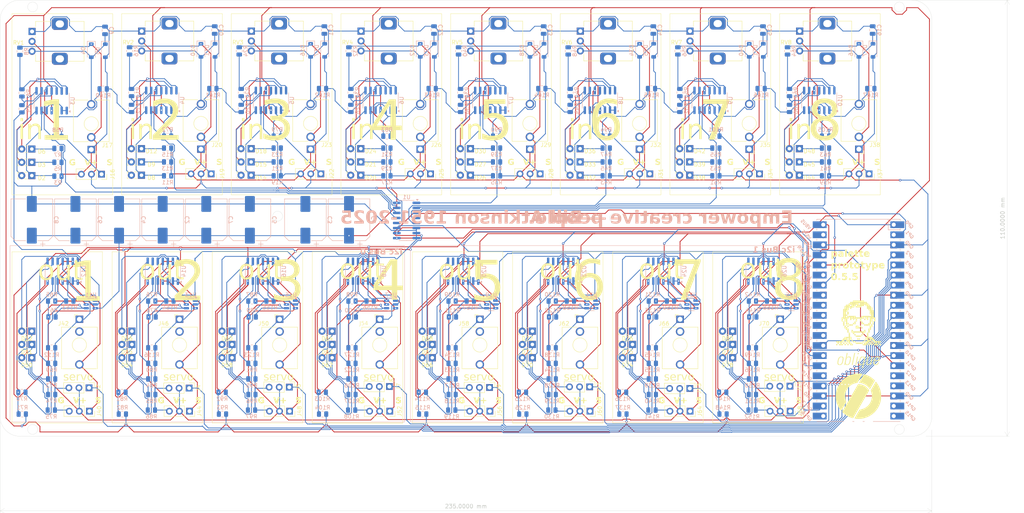
<source format=kicad_pcb>
(kicad_pcb (version 20241229) (generator "pcbnew") (generator_version "9.0")
  (title_block (title "Oblique Palette 0.5") (date "2025-06-21") (rev "0.5.5") (company "Oblique Industries"))
  (layers (0 "F.Cu" signal) (2 "B.Cu" signal) (13 "F.Paste" user) (15 "B.Paste" user) (5 "F.SilkS" user "F.Silkscreen") (7 "B.SilkS" user "B.Silkscreen") (1 "F.Mask" user) (3 "B.Mask" user) (25 "Edge.Cuts" user))
  (net 0 "")
  (net 1 "GNDREF")
  (net 2 "Net-(J40-Pin_1)")
  (net 3 "Net-(D2-K)")
  (net 4 "Net-(D9-K)")
  (net 5 "Net-(D3-K)")
  (net 6 "Net-(J44-Pin_1)")
  (net 7 "Net-(D21-K)")
  (net 8 "Net-(J48-Pin_1)")
  (net 9 "Net-(J52-Pin_1)")
  (net 10 "Net-(U3C--)")
  (net 11 "Net-(D6-K)")
  (net 12 "Net-(J56-Pin_1)")
  (net 13 "Net-(D8-K)")
  (net 14 "Net-(U3D--)")
  (net 15 "Net-(D4-A)")
  (net 16 "Net-(D3-A)")
  (net 17 "Net-(D2-A)")
  (net 18 "Net-(J60-Pin_1)")
  (net 19 "Net-(J64-Pin_1)")
  (net 20 "Net-(D8-A)")
  (net 21 "Net-(J68-Pin_1)")
  (net 22 "Net-(D6-A)")
  (net 23 "Net-(D66-A)")
  (net 24 "Net-(U3A-+)")
  (net 25 "Net-(J16-Pin_1)")
  (net 26 "Net-(D26-K)")
  (net 27 "+3.3V")
  (net 28 "Net-(D59-K)")
  (net 29 "Net-(U18D--)")
  (net 30 "Net-(U18C--)")
  (net 31 "Net-(U7C--)")
  (net 32 "Net-(D27-K)")
  (net 33 "Net-(U7D--)")
  (net 34 "Net-(D66-K)")
  (net 35 "Net-(D60-K)")
  (net 36 "Net-(U4A-+)")
  (net 37 "Net-(D67-A)")
  (net 38 "Net-(D67-K)")
  (net 39 "Net-(D68-K)")
  (net 40 "Net-(J19-Pin_1)")
  (net 41 "Net-(J22-Pin_1)")
  (net 42 "Net-(D68-A)")
  (net 43 "Net-(U5A-+)")
  (net 44 "Net-(D12-K)")
  (net 45 "Net-(D62-K)")
  (net 46 "Net-(D33-K)")
  (net 47 "Net-(J25-Pin_1)")
  (net 48 "Net-(U9C--)")
  (net 49 "Net-(D39-K)")
  (net 50 "Net-(D38-K)")
  (net 51 "Net-(U6A-+)")
  (net 52 "Net-(U7A-+)")
  (net 53 "Net-(D14-K)")
  (net 54 "Net-(U4C--)")
  (net 55 "Net-(D15-K)")
  (net 56 "Net-(U4D--)")
  (net 57 "Net-(J28-Pin_1)")
  (net 58 "Net-(D63-K)")
  (net 59 "Net-(D70-A)")
  (net 60 "Net-(J31-Pin_1)")
  (net 61 "Net-(U8A-+)")
  (net 62 "Net-(J34-Pin_1)")
  (net 63 "Net-(U9A-+)")
  (net 64 "Net-(U10A-+)")
  (net 65 "Net-(D18-K)")
  (net 66 "Net-(U5C--)")
  (net 67 "Net-(J37-Pin_1)")
  (net 68 "Net-(U5D--)")
  (net 69 "Net-(D20-K)")
  (net 70 "Net-(D64-K)")
  (net 71 "Net-(D30-K)")
  (net 72 "Net-(U8C--)")
  (net 73 "Net-(U12B-+)")
  (net 74 "Net-(U8D--)")
  (net 75 "Net-(U9D--)")
  (net 76 "Net-(U14B-+)")
  (net 77 "Net-(U16B-+)")
  (net 78 "Net-(D70-K)")
  (net 79 "Net-(U6C--)")
  (net 80 "Net-(D71-K)")
  (net 81 "Net-(U6D--)")
  (net 82 "Net-(D24-K)")
  (net 83 "Net-(D32-K)")
  (net 84 "Net-(D36-K)")
  (net 85 "Net-(D42-K)")
  (net 86 "Net-(U18B-+)")
  (net 87 "Net-(D44-K)")
  (net 88 "Net-(D45-K)")
  (net 89 "Net-(D48-K)")
  (net 90 "Net-(U20B-+)")
  (net 91 "Net-(D50-K)")
  (net 92 "Net-(D51-K)")
  (net 93 "Net-(D52-K)")
  (net 94 "Net-(U22B-+)")
  (net 95 "Net-(D54-K)")
  (net 96 "Net-(D55-K)")
  (net 97 "Net-(D56-K)")
  (net 98 "Net-(U24B-+)")
  (net 99 "Net-(U26B-+)")
  (net 100 "Net-(D58-K)")
  (net 102 "Net-(D71-A)")
  (net 104 "Net-(D72-K)")
  (net 106 "Net-(D72-A)")
  (net 108 "Net-(U1-A)")
  (net 109 "/Input 7/ANALOG_CHANNEL")
  (net 111 "Net-(D74-K)")
  (net 113 "Net-(D74-A)")
  (net 115 "Net-(D75-K)")
  (net 117 "Net-(D75-A)")
  (net 118 "Net-(D76-A)")
  (net 119 "Net-(D40-A)")
  (net 120 "Net-(D39-A)")
  (net 121 "Net-(D38-A)")
  (net 122 "Net-(D33-A)")
  (net 123 "Net-(D36-A)")
  (net 124 "Net-(D34-A)")
  (net 125 "Net-(D26-A)")
  (net 126 "Net-(D27-A)")
  (net 127 "Net-(D28-A)")
  (net 128 "Net-(D76-K)")
  (net 129 "/Input 4/ANALOG_CHANNEL")
  (net 130 "Net-(D9-A)")
  (net 131 "Net-(D10-A)")
  (net 132 "Net-(D12-A)")
  (net 133 "/Input 5/ANALOG_CHANNEL")
  (net 134 "Net-(D16-A)")
  (net 135 "Net-(D14-A)")
  (net 136 "Net-(D15-A)")
  (net 137 "Net-(D78-K)")
  (net 138 "Net-(D20-A)")
  (net 139 "Net-(D78-A)")
  (net 140 "Net-(D18-A)")
  (net 141 "Net-(D48-A)")
  (net 142 "Net-(D46-A)")
  (net 143 "Net-(D45-A)")
  (net 144 "Net-(D62-A)")
  (net 145 "Net-(U1-C)")
  (net 146 "Net-(D63-A)")
  (net 147 "Net-(D64-A)")
  (net 148 "Net-(D79-A)")
  (net 149 "Net-(D22-A)")
  (net 150 "Net-(D24-A)")
  (net 151 "Net-(D21-A)")
  (net 152 "Net-(D79-K)")
  (net 153 "Net-(D32-A)")
  (net 154 "Net-(D30-A)")
  (net 155 "Net-(D80-A)")
  (net 156 "Net-(D42-A)")
  (net 157 "Net-(D44-A)")
  (net 158 "Net-(D52-A)")
  (net 159 "Net-(D50-A)")
  (net 160 "/Input 1/ANALOG_CHANNEL")
  (net 161 "Net-(D51-A)")
  (net 162 "Net-(D55-A)")
  (net 163 "Net-(D56-A)")
  (net 164 "Net-(U1-B)")
  (net 165 "Net-(D54-A)")
  (net 166 "Net-(U1-X)")
  (net 167 "Net-(D59-A)")
  (net 168 "Net-(D60-A)")
  (net 169 "Net-(D58-A)")
  (net 170 "Net-(D80-K)")
  (net 171 "SERVO_1")
  (net 172 "/Input 6/ANALOG_CHANNEL")
  (net 173 "Net-(U16C--)")
  (net 174 "Net-(U16D--)")
  (net 175 "SERVO_2")
  (net 176 "SERVO_3")
  (net 177 "SERVO_4")
  (net 178 "/Input 8/ANALOG_CHANNEL")
  (net 180 "SERVO_6")
  (net 181 "SERVO_7")
  (net 182 "SERVO_8")
  (net 183 "/Input 2/ANALOG_CHANNEL")
  (net 185 "/Input 3/ANALOG_CHANNEL")
  (net 197 "Net-(U10C--)")
  (net 198 "Net-(U10D--)")
  (net 199 "SCL_0")
  (net 200 "SDA_0")
  (net 201 "Net-(U12C--)")
  (net 202 "Net-(U12D--)")
  (net 203 "Net-(U14C--)")
  (net 204 "Net-(U14D--)")
  (net 205 "SDA_1")
  (net 206 "SCL_1")
  (net 207 "Net-(U20C--)")
  (net 208 "Net-(U20D--)")
  (net 209 "Net-(U22C--)")
  (net 210 "Net-(U22D--)")
  (net 211 "Net-(U24C--)")
  (net 212 "Net-(U24D--)")
  (net 213 "Net-(U26C--)")
  (net 214 "Net-(U26D--)")
  (net 229 "SERVO_5")
  (net 243 "Net-(U11-VOUT)")
  (net 244 "Net-(U13-VOUT)")
  (net 245 "Net-(U15-VOUT)")
  (net 246 "Net-(U17-VOUT)")
  (net 247 "Net-(U19-VOUT)")
  (net 248 "Net-(U21-VOUT)")
  (net 249 "Net-(U23-VOUT)")
  (net 250 "Net-(U25-VOUT)")
  (net 251 "VCC")
  (footprint "PCB silkscreen logo" (layer "F.Cu") (at 231.5 116.41)
    (property "Reference" "G1" (hide yes))
    (property "Value" "LOGO" (hide yes))
  )
  (footprint "PCB silkscreen logotype" (layer "F.Cu") (at 231.5 107.41)
    (property "Reference" "G2" (hide yes))
    (property "Value" "LOGO" (hide yes))
  )
  (footprint "Connector_PinSocket_2.54mm:PinSocket_1x03_P2.54mm_Vertical" (layer "F.Cu") (at 138.525 120.18 -90)
    (property "Reference" "J56")
    (property "Value" "Conn_01x03_Female_Pin" (hide yes))
  )
  (footprint "Connector_PinHeader_2.54mm:PinHeader_1x03_P2.54mm_Vertical" (layer "F.Cu") (at 37.432763 114.282794 -90)
    (property "Reference" "J2")
    (property "Value" "Conn_01x03_Male_Pin")
  )
  (footprint "Potentiometer_THT:Potentiometer_Alps_RK09K_Single_Vertical" (layer "F.Cu") (at 50.717 24.32)
    (property "Reference" "RV2")
    (property "Value" "R_Potentiometer_MountingPin")
  )
  (footprint "LED_THT:LED_SideEmitter_Rectangular_W4.5mm_H1.6mm" (layer "F.Cu") (at 174.5 103.35 180)
    (property "Reference" "D75")
    (property "Value" "Yellow")
  )
  (footprint "LED_THT:LED_SideEmitter_Rectangular_W4.5mm_H1.6mm" (layer "F.Cu") (at 23 60.76 180)
    (property "Reference" "D2")
    (property "Value" "White")
  )
  (footprint "Potentiometer_THT:Potentiometer_Alps_RK09K_Single_Vertical" (layer "F.Cu") (at 78.374 24.32)
    (property "Reference" "RV3")
    (property "Value" "R_Potentiometer_MountingPin")
  )
  (footprint "Connector_Audio:Jack_3.5mm_QingPu_WQP-PJ398SM_Vertical_CircularHoles" (layer "F.Cu") (at 35 97)
    (property "Reference" "J42")
    (property "Value" "AudioJack2_SwitchT")
  )
  (footprint "LED_THT:LED_SideEmitter_Rectangular_W4.5mm_H1.6mm" (layer "F.Cu") (at 124 103.35 180)
    (property "Reference" "D67")
    (property "Value" "Yellow")
  )
  (footprint "Connector_PinSocket_2.54mm:PinSocket_1x03_P2.54mm_Vertical" (layer "F.Cu") (at 40.58 60.41 -90)
    (property "Reference" "J16")
    (property "Value" "Conn_01x03_Female_Pin")
  )
  (footprint "LED_THT:LED_SideEmitter_Rectangular_W4.5mm_H1.6mm" (layer "F.Cu") (at 73.5 106.7 180)
    (property "Reference" "D58")
    (property "Value" "White")
  )
  (footprint "LED_THT:LED_SideEmitter_Rectangular_W4.5mm_H1.6mm" (layer "F.Cu") (at 161.285 60.67 180)
    (property "Reference" "D32")
    (property "Value" "White")
  )
  (footprint "LED_THT:LED_SideEmitter_Rectangular_W4.5mm_H1.6mm" (layer "F.Cu") (at 78.314 53.97 180)
    (property "Reference" "D18")
    (property "Value" "Red")
  )
  (footprint "LED_THT:LED_SideEmitter_Rectangular_W4.5mm_H1.6mm" (layer "F.Cu") (at 199.75 106.7 180)
    (property "Reference" "D78")
    (property "Value" "White")
  )
  (footprint "LED_THT:LED_SideEmitter_Rectangular_W4.5mm_H1.6mm" (layer "F.Cu") (at 48.25 100 180)
    (property "Reference" "D56")
    (property "Value" "Red")
  )
  (footprint "Potentiometer_THT:Potentiometer_Alps_RK09K_Single_Vertical" (layer "F.Cu") (at 216.659 24.32)
    (property "Reference" "RV8")
    (property "Value" "R_Potentiometer_MountingPin")
  )
  (footprint "LED_THT:LED_SideEmitter_Rectangular_W4.5mm_H1.6mm" (layer "F.Cu") (at 105.971 53.97 180)
    (property "Reference" "D24")
    (property "Value" "Red")
  )
  (footprint "Connector_Audio:Jack_3.5mm_QingPu_WQP-PJ398SM_Vertical_CircularHoles" (layer "F.Cu") (at 60.25 97)
    (property "Reference" "J46")
    (property "Value" "AudioJack2_SwitchT")
  )
  (footprint "Connector_PinSocket_2.54mm:PinSocket_1x03_P2.54mm_Vertical" (layer "F.Cu") (at 62.775 120.18 -90)
    (property "Reference" "J44")
    (property "Value" "Conn_01x03_Female_Pin" (hide yes))
  )
  (footprint "LED_THT:LED_SideEmitter_Rectangular_W4.5mm_H1.6mm" (layer "F.Cu") (at 216.599 53.97 180)
    (property "Reference" "D48")
    (property "Value" "Red")
  )
  (footprint "LED_THT:LED_SideEmitter_Rectangular_W4.5mm_H1.6mm" (layer "F.Cu") (at 161.285 53.97 180)
    (property "Reference" "D36")
    (property "Value" "Red")
  )
  (footprint "Connector_PinSocket_2.54mm:PinSocket_1x03_P2.54mm_Vertical" (layer "F.Cu") (at 178.865 60.32 -90)
    (property "Reference" "J31")
    (property "Value" "Conn_01x03_Female_Pin")
  )
  (footprint "Connector_PinHeader_2.54mm:PinHeader_1x03_P2.54mm_Vertical" (layer "F.Cu") (at 113.193477 113.958108 -90)
    (property "Reference" "J7")
    (property "Value" "Conn_01x03_Male_Pin")
  )
  (footprint "Potentiometer_THT:Potentiometer_Alps_RK09K_Single_Vertical" (layer "F.Cu") (at 106.031 24.32)
    (property "Reference" "RV4")
    (property "Value" "R_Potentiometer_MountingPin")
  )
  (footprint "LED_THT:LED_SideEmitter_Rectangular_W4.5mm_H1.6mm" (layer "F.Cu") (at 188.942 60.67 180)
    (property "Reference" "D38")
    (property "Value" "White")
  )
  (footprint "Connector_PinHeader_2.54mm:PinHeader_1x03_P2.54mm_Vertical" (layer "F.Cu") (at 188.954192 114.445137 -90)
    (property "Reference" "J13")
    (property "Value" "Conn_01x03_Male_Pin")
  )
  (footprint "LED_THT:LED_SideEmitter_Rectangular_W4.5mm_H1.6mm" (layer "F.Cu") (at 174.5 100 180)
    (property "Reference" "D76")
    (property "Value" "Red")
  )
  (footprint "LED_THT:LED_SideEmitter_Rectangular_W4.5mm_H1.6mm" (layer "F.Cu") (at 124 106.7 180)
    (property "Reference" "D66")
    (property "Value" "White")
  )
  (footprint "Connector_PinHeader_2.54mm:PinHeader_1x03_P2.54mm_Vertical" (layer "F.Cu") (at 163.70062 114.039279 -90)
    (property "Reference" "J11")
    (property "Value" "Conn_01x03_Male_Pin")
  )
  (footprint "LED_THT:LED_SideEmitter_Rectangular_W4.5mm_H1.6mm" (layer "F.Cu") (at 98.75 100 180)
    (property "Reference" "D64")
    (property "Value" "Red")
  )
  (footprint "Potentiometer_THT:Potentiometer_Alps_RK09K_Single_Vertical" (layer "F.Cu") (at 133.688 24.32)
    (property "Reference" "RV5")
    (property "Value" "R_Potentiometer_MountingPin")
  )
  (footprint "LED_THT:LED_SideEmitter_Rectangular_W4.5mm_H1.6mm" (layer "F.Cu") (at 50.657 60.67 180)
    (property "Reference" "D8")
    (property "Value" "White")
  )
  (footprint "Connector_PinHeader_2.54mm:PinHeader_1x03_P2.54mm_Vertical" (layer "F.Cu") (at 62.686334 114.363965 -90)
    (property "Reference" "J4")
    (property "Value" "Conn_01x03_Male_Pin")
  )
  (footprint "LED_THT:LED_SideEmitter_Rectangular_W4.5mm_H1.6mm" (layer "F.Cu") (at 149.25 103.35 180)
    (property "Reference" "D71")
    (property "Value" "Yellow")
  )
  (footprint "Connector_PinSocket_2.54mm:PinSocket_1x03_P2.54mm_Vertical" (layer "F.Cu") (at 123.551 60.32 -90)
    (property "Reference" "J25")
    (property "Value" "Conn_01x03_Female_Pin")
  )
  (footprint "Connector_PinHeader_2.54mm:PinHeader_1x03_P2.54mm_Vertical" (layer "F.Cu") (at 214.207763 113.876936 -90)
    (property "Reference" "J14")
    (property "Value" "Conn_01x03_Male_Pin")
  )
  (footprint "Connector_Audio:Jack_3.5mm_QingPu_WQP-PJ398SM_Vertical_CircularHoles" (layer "F.Cu") (at 38 54.19 180)
    (property "Reference" "J17")
    (property "Value" "AudioJack2_SwitchT")
  )
  (footprint "LED_THT:LED_SideEmitter_Rectangular_W4.5mm_H1.6mm" (layer "F.Cu") (at 174.5 106.7 180)
    (property "Reference" "D74")
    (property "Value" "White")
  )
  (footprint "LED_THT:LED_SideEmitter_Rectangular_W4.5mm_H1.6mm" (layer "F.Cu") (at 124 100 180)
    (property "Reference" "D68")
    (property "Value" "Red")
  )
  (footprint "Connector_Audio:Jack_3.5mm_QingPu_WQP-PJ398SM_Vertical_CircularHoles" (layer "F.Cu") (at 65.657 54.1 180)
    (property "Reference" "J20")
    (property "Value" "AudioJack2_SwitchT")
  )
  (footprint "Connector_PinSocket_2.54mm:PinSocket_1x03_P2.54mm_Vertical" (layer "F.Cu") (at 37.525 120.18 -90)
    (property "Reference" "J40")
    (property "Value" "Conn_01x03_Female_Pin" (hide yes))
  )
  (footprint "Connector_PinHeader_2.54mm:PinHeader_1x03_P2.54mm_Vertical" (layer "F.Cu") (at 138.447049 114.201622 -90)
    (property "Reference" "J9")
    (property "Value" "Conn_01x03_Male_Pin")
  )
  (footprint "LED_THT:LED_SideEmitter_Rectangular_W4.5mm_H1.6mm" (layer "F.Cu") (at 199.75 100 180)
    (property "Reference" "D80")
    (property "Value" "Red")
  )
  (footprint "LED_THT:LED_SideEmitter_Rectangular_W4.5mm_H1.6mm" (layer "F.Cu") (at 23 57.41 180)
    (property "Reference" "D3")
    (property "Value" "Yellow")
  )
  (footprint "LED_THT:LED_SideEmitter_Rectangular_W4.5mm_H1.6mm" (layer "F.Cu") (at 98.75 106.7 180)
    (property "Reference" "D62")
    (property "Value" "White")
  )
  (footprint "LED_THT:LED_SideEmitter_Rectangular_W4.5mm_H1.6mm" (layer "F.Cu") (at 23 106.7 180)
    (property "Reference" "D50")
    (property "Value" "White")
  )
  (footprint "Connector_Audio:Jack_3.5mm_QingPu_WQP-PJ398SM_Vertical_CircularHoles" (layer "F.Cu") (at 176.285 54.1 180)
    (property "Reference" "J32")
    (property "Value" "AudioJack2_SwitchT")
  )
  (footprint "LED_THT:LED_SideEmitter_Rectangular_W4.5mm_H1.6mm" (layer "F.Cu") (at 78.314 57.32 180)
    (property "Reference" "D15")
    (property "Value" "Yellow")
  )
  (footprint "Connector_PinSocket_2.54mm:PinSocket_1x03_P2.54mm_Vertical" (layer "F.Cu") (at 95.894 60.32 -90)
    (property "Reference" "J22")
    (property "Value" "Conn_01x03_Female_Pin")
  )
  (footprint "Connector_Audio:Jack_3.5mm_QingPu_WQP-PJ398SM_Vertical_CircularHoles" (layer "F.Cu") (at 186.5 97)
    (property "Reference" "J66")
    (property "Value" "AudioJack2_SwitchT")
  )
  (footprint "Connector_PinSocket_2.54mm:PinSocket_1x03_P2.54mm_Vertical" (layer "F.Cu") (at 151.208 60.32 -90)
    (property "Reference" "J28")
    (property "Value" "Conn_01x03_Female_Pin")
  )
  (footprint "LED_THT:LED_SideEmitter_Rectangular_W4.5mm_H1.6mm" (layer "F.Cu") (at 78.314 60.67 180)
    (property "Reference" "D14")
    (property "Value" "White")
  )
  (footprint "Potentiometer_THT:Potentiometer_Alps_RK09K_Single_Vertical" (layer "F.Cu") (at 161.345 24.32)
    (property "Reference" "RV6")
    (property "Value" "R_Potentiometer_MountingPin")
  )
  (footprint "LED_THT:LED_SideEmitter_Rectangular_W4.5mm_H1.6mm" (layer "F.Cu") (at 73.5 103.35 180)
    (property "Reference" "D59")
    (property "Value" "Yellow")
  )
  (footprint "Connector_Audio:Jack_3.5mm_QingPu_WQP-PJ398SM_Vertical_CircularHoles" (layer "F.Cu") (at 161.25 97)
    (property "Reference" "J62")
    (property "Value" "AudioJack2_SwitchT")
  )
  (footprint "LED_THT:LED_SideEmitter_Rectangular_W4.5mm_H1.6mm" (layer "F.Cu") (at 73.5 100 180)
    (property "Reference" "D60")
    (property "Value" "Red")
  )
  (footprint "Connector_PinSocket_2.54mm:PinSocket_1x03_P2.54mm_Vertical" (layer "F.Cu") (at 68.237 60.32 -90)
    (property "Reference" "J19")
    (property "Value" "Conn_01x03_Female_Pin")
  )
  (footprint "LED_THT:LED_SideEmitter_Rectangular_W4.5mm_H1.6mm" (layer "F.Cu") (at 133.628 53.97 180)
    (property "Reference" "D30")
    (property "Value" "Red")
  )
  (footprint "LED_THT:LED_SideEmitter_Rectangular_W4.5mm_H1.6mm" (layer "F.Cu") (at 98.75 103.35 180)
    (property "Reference" "D63")
    (property "Value" "Yellow")
  )
  (footprint "Connector_PinSocket_2.54mm:PinSocket_1x03_P2.54mm_Vertical" (layer "F.Cu") (at 189.025 120.18 -90)
    (property "Reference" "J64")
    (property "Value" "Conn_01x03_Female_Pin" (hide yes))
  )
  (footprint "LED_THT:LED_SideEmitter_Rectangular_W4.5mm_H1.6mm" (layer "F.Cu") (at 188.942 53.97 180)
    (property "Reference" "D42")
    (property "Value" "Red")
  )
  (footprint "Connector_PinSocket_2.54mm:PinSocket_1x03_P2.54mm_Vertical" (layer "F.Cu") (at 206.522 60.32 -90)
    (property "Reference" "J34")
    (property "Value" "Conn_01x03_Female_Pin")
  )
  (footprint "Connector_Audio:Jack_3.5mm_QingPu_WQP-PJ398SM_Vertical_CircularHoles" (layer "F.Cu") (at 203.942 54.1 180)
    (property "Reference" "J35")
    (property "Value" "AudioJack2_SwitchT")
  )
  (footprint "Connector_Audio:Jack_3.5mm_QingPu_WQP-PJ398SM_Vertical_CircularHoles" (layer "F.Cu") (at 93.314 54.1 180)
    (property "Reference" "J23")
    (property "Value" "AudioJack2_SwitchT")
  )
  (footprint "Connector_PinSocket_2.54mm:PinSocket_1x03_P2.54mm_Vertical" (layer "F.Cu") (at 214.275 120.18 -90)
    (property "Reference" "J68")
    (property "Value" "Conn_01x03_Female_Pin" (hide yes))
  )
  (footprint "Connector_Audio:Jack_3.5mm_QingPu_WQP-PJ398SM_Vertical_CircularHoles" (layer "F.Cu") (at 148.628 54.1 180)
    (property "Reference" "J29")
    (property "Value" "AudioJack2_SwitchT")
  )
  (footprint "LED_THT:LED_SideEmitter_Rectangular_W4.5mm_H1.6mm" (layer "F.Cu") (at 133.628 60.67 180)
    (property "Reference" "D26")
    (property "Value" "White")
  )
  (footprint "Connector_Audio:Jack_3.5mm_QingPu_WQP-PJ398SM_Vertical_CircularHoles" (layer "F.Cu") (at 136 97)
    (property "Reference" "J58")
    (property "Value" "AudioJack2_SwitchT")
  )
  (footprint "LED_THT:LED_SideEmitter_Rectangular_W4.5mm_H1.6mm" (layer "F.Cu") (at 105.971 60.67 180)
    (property "Reference" "D20")
    (property "Value" "White")
  )
  (footprint "Potentiometer_THT:Potentiometer_Alps_RK09K_Single_Vertical" (layer "F.Cu") (at 23.06 24.41)
    (property "Reference" "RV1")
    (property "Value" "R_Potentiometer_MountingPin")
  )
  (footprint "Connector_Audio:Jack_3.5mm_QingPu_WQP-PJ398SM_Vertical_CircularHoles" (layer "F.Cu") (at 211.75 97)
    (property "Reference" "J70")
    (property "Value" "AudioJack2_SwitchT")
  )
  (footprint "LED_THT:LED_SideEmitter_Rectangular_W4.5mm_H1.6mm" (layer "F.Cu") (at 105.971 57.32 180)
    (property "Reference" "D21")
    (property "Value" "Yellow")
  )
  (footprint "LED_THT:LED_SideEmitter_Rectangular_W4.5mm_H1.6mm" (layer "F.Cu") (at 216.599 57.32 180)
    (property "Reference" "D45")
    (property "Value" "Yellow")
  )
  (footprint "Connector_Audio:Jack_3.5mm_QingPu_WQP-PJ398SM_Vertical_CircularHoles" (layer "F.Cu") (at 120.971 54.1 180)
    (property "Reference" "J26")
    (property "Value" "AudioJack2_SwitchT")
  )
  (footprint "LED_THT:LED_SideEmitter_Rectangular_W4.5mm_H1.6mm" (layer "F.Cu") (at 149.25 100 180)
    (property "Reference" "D72")
    (property "Value" "Red")
  )
  (footprint "LED_THT:LED_SideEmitter_Rectangular_W4.5mm_H1.6mm" (layer "F.Cu") (at 216.599 60.67 180)
    (property "Reference" "D44")
    (property "Value" "White")
  )
  (footprint "LED_THT:LED_SideEmitter_Rectangular_W4.5mm_H1.6mm" (layer "F.Cu") (at 48.25 103.35 180)
    (property "Reference" "D55")
    (property "Value" "Yellow")
  )
  (footprint "LED_THT:LED_SideEmitter_Rectangular_W4.5mm_H1.6mm" (layer "F.Cu") (at 188.942 57.32 180)
    (property "Reference" "D39")
    (property "Value" "Yellow")
  )
  (footprint "Connector_Audio:Jack_3.5mm_QingPu_WQP-PJ398SM_Vertical_CircularHoles" (layer "F.Cu") (at 231.599 54.1 180)
    (property "Reference" "J38")
    (property "Value" "AudioJack2_SwitchT")
  )
  (footprint "Connector_PinSocket_2.54mm:PinSocket_1x03_P2.54mm_Vertical" (layer "F.Cu") (at 234.179 60.32 -90)
    (property "Reference" "J37")
    (property "Value" "Conn_01x03_Female_Pin")
  )
  (footprint "LED_THT:LED_SideEmitter_Rectangular_W4.5mm_H1.6mm" (layer "F.Cu") (at 133.628 57.32 180)
    (property "Reference" "D27")
    (property "Value" "Yellow")
  )
  (footprint "LED_THT:LED_SideEmitter_Rectangular_W4.5mm_H1.6mm" (layer "F.Cu") (at 149.25 106.7 180)
    (property "Reference" "D70")
    (property "Value" "White")
  )
  (footprint "Connector_PinHeader_2.54mm:PinHeader_1x03_P2.54mm_Vertical" (layer "F.Cu") (at 87.939906 114.120451 -90)
    (property "Reference" "J5")
    (property "Value" "Conn_01x03_Male_Pin")
  )
  (footprint "Connector_Audio:Jack_3.5mm_QingPu_WQP-PJ398SM_Vertical_CircularHoles" (layer "F.Cu") (at 110.75 97)
    (property "Reference" "J54")
    (property "Value" "AudioJack2_SwitchT")
  )
  (footprint "LED_THT:LED_SideEmitter_Rectangular_W4.5mm_H1.6mm" (layer "F.Cu") (at 48.25 106.7 180)
    (property "Reference" "D54")
    (property "Value" "White")
  )
  (footprint "LED_THT:LED_SideEmitter_Rectangular_W4.5mm_H1.6mm" (layer "F.Cu") (at 23 100 180)
    (property "Reference" "D52")
    (property "Value" "Red")
  )
  (footprint "LED_THT:LED_SideEmitter_Rectangular_W4.5mm_H1.6mm" (layer "F.Cu") (at 23 54.06 180)
    (property "Reference" "D6")
    (property "Value" "Red")
  )
  (footprint "LED_THT:LED_SideEmitter_Rectangular_W4.5mm_H1.6mm" (layer "F.Cu") (at 50.657 53.97 180)
    (property "Reference" "D12")
    (property "Value" "Red")
  )
  (footprint "LED_THT:LED_SideEmitter_Rectangular_W4.5mm_H1.6mm" (layer "F.Cu") (at 50.657 57.32 180)
    (property "Reference" "D9")
    (property "Value" "Yellow")
  )
  (footprint "LOGO" (layer "F.Cu") (at 231.5 97.91)
    (property "Reference" "G***" (hide yes))
    (property "Value" "LOGO" (hide yes))
  )
  (footprint "Connector_PinSocket_2.54mm:PinSocket_1x03_P2.54mm_Vertical" (layer "F.Cu") (at 88.025 120.18 -90)
    (property "Reference" "J48")
    (property "Value" "Conn_01x03_Female_Pin" (hide yes))
  )
  (footprint "LED_THT:LED_SideEmitter_Rectangular_W4.5mm_H1.6mm" (layer "F.Cu") (at 23 103.35 180)
    (property "Reference" "D51")
    (property "Value" "Yellow")
  )
  (footprint "LED_THT:LED_SideEmitter_Rectangular_W4.5mm_H1.6mm" (layer "F.Cu") (at 199.75 103.35 180)
    (property "Reference" "D79")
    (property "Value" "Yellow")
  )
  (footprint "Potentiometer_THT:Potentiometer_Alps_RK09K_Single_Vertical" (layer "F.Cu") (at 189.002 24.32)
    (property "Reference" "RV7")
    (property "Value" "R_Potentiometer_MountingPin")
  )
  (footprint "LED_THT:LED_SideEmitter_Rectangular_W4.5mm_H1.6mm" (layer "F.Cu") (at 161.285 57.32 180)
    (property "Reference" "D33")
    (property "Value" "Yellow")
  )
  (footprint "Connector_PinSocket_2.54mm:PinSocket_1x03_P2.54mm_Vertical" (layer "F.Cu") (at 113.275 120.18 -90)
    (property "Reference" "J52")
    (property "Value" "Conn_01x03_Female_Pin" (hide yes))
  )
  (footprint "Connector_Audio:Jack_3.5mm_QingPu_WQP-PJ398SM_Vertical_CircularHoles" (layer "F.Cu") (at 85.5 97)
    (property "Reference" "J50")
    (property "Value" "AudioJack2_SwitchT")
  )
  (footprint "Connector_PinSocket_2.54mm:PinSocket_1x03_P2.54mm_Vertical" (layer "F.Cu") (at 163.775 120.18 -90)
    (property "Reference" "J60")
    (property "Value" "Conn_01x03_Female_Pin" (hide yes))
  )
  (footprint "Resistor_SMD:R_0805_2012Metric" (layer "B.Cu") (at 53.25 104.1957 180)
    (property "Reference" "R116")
    (property "Value" "200k")
  )
  (footprint "Resistor_SMD:R_0805_2012Metric" (layer "B.Cu") (at 75.814 39.82 90)
    (property "Reference" "R22")
    (property "Value" "110K")
  )
  (footprint "Resistor_SMD:R_0805_2012Metric" (layer "B.Cu") (at 68.657 38.82)
    (property "Reference" "R161")
    (property "Value" "200K")
  )
  (footprint "Resistor_SMD:R_0805_2012Metric" (layer "B.Cu") (at 112.5585 53.82)
    (property "Reference" "R31")
    (property "Value" "127R")
  )
  (footprint "Resistor_SMD:R_0805_2012Metric" (layer "B.Cu") (at 204.6625 119.91)
    (property "Reference" "R152")
    (property "Value" "127R")
  )
  (footprint "Resistor_SMD:R_0805_2012Metric" (layer "B.Cu") (at 195.5295 50.82 180)
    (property "Reference" "R101")
    (property "Value" "100K")
  )
  (footprint "Resistor_SMD:R_0805_2012Metric" (layer "B.Cu") (at 172 115.41)
    (property "Reference" "R136")
    (property "Value" "110k")
  )
  (footprint "Resistor_SMD:R_0805_2012Metric" (layer "B.Cu") (at 78.4125 119.91)
    (property "Reference" "R97")
    (property "Value" "127R")
  )
  (footprint "Resistor_SMD:R_0805_2012Metric" (layer "B.Cu") (at 167.8725 50.82 180)
    (property "Reference" "R94")
    (property "Value" "100K")
  )
  (footprint "Resistor_SMD:R_0805_2012Metric" (layer "B.Cu") (at 121.5 115.41)
    (property "Reference" "R114")
    (property "Value" "110k")
  )
  (footprint "Resistor_SMD:R_0805_2012Metric" (layer "B.Cu") (at 129 112.0529)
    (property "Reference" "R117")
    (property "Value" "1K")
  )
  (footprint "Resistor_SMD:R_0805_2012Metric" (layer "B.Cu") (at 20.5 43.91 90)
    (property "Reference" "R4")
    (property "Value" "300k")
  )
  (footprint "Resistor_SMD:R_0805_2012Metric" (layer "B.Cu") (at 78.5 104.1957 180)
    (property "Reference" "R123")
    (property "Value" "200k")
  )
  (footprint "Package_TO_SOT_SMD:SOT-23-6" (layer "B.Cu") (at 37.8625 93.26 180)
    (property "Reference" "U11")
    (property "Value" "MCP4725xxx-xCH")
  )
  (footprint "Resistor_SMD:R_0805_2012Metric" (layer "B.Cu") (at 28 115.9814)
    (property "Reference" "R74")
    (property "Value" "127R" (hide yes))
  )
  (footprint "Package_SO:SOIC-16_3.9x9.9mm_P1.27mm" (layer "B.Cu") (at 117.525 72.085 180)
    (property "Reference" "U1")
    (property "Value" "CD4051B")
  )
  (footprint "Resistor_SMD:R_0805_2012Metric" (layer "B.Cu") (at 84.9015 50.82 180)
    (property "Reference" "R79")
    (property "Value" "100K")
  )
  (footprint "Resistor_SMD:R_0805_2012Metric" (layer "B.Cu") (at 195.5295 57.32)
    (property "Reference" "R53")
    (property "Value" "127R")
  )
  (footprint "Diode_SMD:D_SOD-123" (layer "B.Cu") (at 207.492 29.17 -90)
    (property "Reference" "D41")
    (property "Value" "1N4148")
  )
  (footprint "Resistor_SMD:R_0805_2012Metric" (layer "B.Cu") (at 223.1865 57.32)
    (property "Reference" "R61")
    (property "Value" "127R")
  )
  (footprint "Resistor_SMD:R_0805_2012Metric" (layer "B.Cu") (at 186.442 43.82 90)
    (property "Reference" "R52")
    (property "Value" "300k")
  )
  (footprint "Resistor_SMD:R_0805_2012Metric" (layer "B.Cu") (at 48.157 43.82 90)
    (property "Reference" "R12")
    (property "Value" "300k")
  )
  (footprint "Resistor_SMD:R_0805_2012Metric" (layer "B.Cu") (at 103.75 92.41 180)
    (property "Reference" "R98")
    (property "Value" "10K")
  )
  (footprint "Capacitor_SMD:CP_Elec_10x10" (layer "B.Cu") (at 45 71.91 90)
    (property "Reference" "C4")
    (property "Value" "1mF")
  )
  (footprint "Resistor_SMD:R_0805_2012Metric" (layer "B.Cu") (at 112.5585 60.82)
    (property "Reference" "R27")
    (property "Value" "1K")
  )
  (footprint "Diode_SMD:D_SOD-123" (layer "B.Cu") (at 152.178 29.17 -90)
    (property "Reference" "D29")
    (property "Value" "1N4148")
  )
  (footprint "Capacitor_SMD:CP_Elec_10x10" (layer "B.Cu") (at 56 71.91 90)
    (property "Reference" "C2")
    (property "Value" "1mF")
  )
  (footprint "Resistor_SMD:R_0805_2012Metric" (layer "B.Cu") (at 45.75 115.41)
    (property "Reference" "R81")
    (property "Value" "110k")
  )
  (footprint "Resistor_SMD:R_0805_2012Metric" (layer "B.Cu") (at 103.8375 96.41 180)
    (property "Reference" "R100")
    (property "Value" "10K")
  )
  (footprint "Resistor_SMD:R_0805_2012Metric" (layer "B.Cu") (at 47.657 29.32 90)
    (property "Reference" "R16")
    (property "Value" "150K")
  )
  (footprint "Package_SO:SOIC-14_3.9x8.7mm_P1.27mm" (layer "B.Cu") (at 55.657 41.795 90)
    (property "Reference" "U4")
    (property "Value" "MCP6004")
  )
  (footprint "Capacitor_SMD:C_0805_2012Metric" (layer "B.Cu") (at 179.756 24.0457 90)
    (property "Reference" "C14")
    (property "Value" "1n")
  )
  (footprint "Resistor_SMD:R_0805_2012Metric" (layer "B.Cu") (at 154.25 104.1957 180)
    (property "Reference" "R138")
    (property "Value" "200k")
  )
  (footprint "Resistor_SMD:R_0805_2012Metric" (layer "B.Cu") (at 103.471 39.82 90)
    (property "Reference" "R30")
    (property "Value" "110K")
  )
  (footprint "Resistor_SMD:R_0805_2012Metric" (layer "B.Cu") (at 179.4125 119.91)
    (property "Reference" "R141")
    (property "Value" "127R")
  )
  (footprint "Package_SO:SOIC-14_3.9x8.7mm_P1.27mm" (layer "B.Cu") (at 193.942 41.795 90)
    (property "Reference" "U9")
    (property "Value" "MCP6004")
  )
  (footprint "Package_SO:SOIC-14_3.9x8.7mm_P1.27mm" (layer "B.Cu") (at 138.628 41.795 90)
    (property "Reference" "U7")
    (property "Value" "MCP6004")
  )
  (footprint "Resistor_SMD:R_0805_2012Metric" (layer "B.Cu") (at 28 112.0529)
    (property "Reference" "R73")
    (property "Value" "1K")
  )
  (footprint "Resistor_SMD:R_0805_2012Metric" (layer "B.Cu") (at 154.25 115.9814)
    (property "Reference" "R129")
    (property "Value" "127R" (hide yes))
  )
  (footprint "Resistor_SMD:R_0805_2012Metric" (layer "B.Cu") (at 158.785 39.82 90)
    (property "Reference" "R46")
    (property "Value" "110K")
  )
  (footprint "Resistor_SMD:R_0805_2012Metric" (layer "B.Cu") (at 146.75 115.41)
    (property "Reference" "R125")
    (property "Value" "110k")
  )
  (footprint "Resistor_SMD:R_0805_2012Metric" (layer "B.Cu") (at 197.25 115.41)
    (property "Reference" "R147")
    (property "Value" "110k")
  )
  (footprint "Resistor_SMD:R_0805_2012Metric" (layer "B.Cu") (at 179.5 112.0529)
    (property "Reference" "R139")
    (property "Value" "1K")
  )
  (footprint "Resistor_SMD:R_0805_2012Metric" (layer "B.Cu") (at 57.2445 60.82)
    (property "Reference" "R11")
    (property "Value" "1K")
  )
  (footprint "Resistor_SMD:R_0805_2012Metric" (layer "B.Cu") (at 53.25 112.0529)
    (property "Reference" "R84")
    (property "Value" "1K")
  )
  (footprint "Resistor_SMD:R_0805_2012Metric" (layer "B.Cu") (at 84.9015 57.32)
    (property "Reference" "R21")
    (property "Value" "127R")
  )
  (footprint "Resistor_SMD:R_0805_2012Metric" (layer "B.Cu") (at 223.1865 53.82)
    (property "Reference" "R63")
    (property "Value" "127R")
  )
  (footprint "Package_SO:SOIC-14_3.9x8.7mm_P1.27mm" (layer "B.Cu") (at 28 41.885 90)
    (property "Reference" "U3")
    (property "Value" "MCP6004")
  )
  (footprint "Package_TO_SOT_SMD:SOT-23-6" (layer "B.Cu") (at 189.3625 93.26 180)
    (property "Reference" "U23")
    (property "Value" "MCP4725xxx-xCH")
  )
  (footprint "Resistor_SMD:R_0805_2012Metric" (layer "B.Cu") (at 84.9015 60.82)
    (property "Reference" "R19")
    (property "Value" "1K")
  )
  (footprint "Package_SO:SOIC-14_3.9x8.7mm_P1.27mm" (layer "B.Cu") (at 83.314 41.795 90)
    (property "Reference" "U5")
    (property "Value" "MCP6004")
  )
  (footprint "Resistor_SMD:R_0805_2012Metric" (layer "B.Cu") (at 209.3375 92.41)
    (property "Reference" "R168")
    (property "Value" "100k")
  )
  (footprint "Package_TO_SOT_SMD:SOT-23-6" (layer "B.Cu") (at 63.1125 93.26 180)
    (property "Reference" "U13")
    (property "Value" "MCP4725xxx-xCH")
  )
  (footprint "Resistor_SMD:R_0805_2012Metric" (layer "B.Cu") (at 154.3375 96.41 180)
    (property "Reference" "R122")
    (property "Value" "10K")
  )
  (footprint "Capacitor_SMD:CP_Elec_10x10" (layer "B.Cu") (at 78 71.91 90)
    (property "Reference" "C5")
    (property "Value" "1mF")
  )
  (footprint "Resistor_SMD:R_0805_2012Metric" (layer "B.Cu") (at 151.628 38.82)
    (property "Reference" "R164")
    (property "Value" "200K")
  )
  (footprint "Capacitor_SMD:C_0805_2012Metric" (layer "B.Cu") (at 235.07 24.0457 90)
    (property "Reference" "C16")
    (property "Value" "1n")
  )
  (footprint "Resistor_SMD:R_0805_2012Metric" (layer "B.Cu") (at 167.8725 57.32)
    (property "Reference" "R45")
    (property "Value" "127R")
  )
  (footprint "Resistor_SMD:R_0805_2012Metric" (layer "B.Cu") (at 130.628 29.32 90)
    (property "Reference" "R40")
    (property "Value" "150K")
  )
  (footprint "Resistor_SMD:R_0805_2012Metric" (layer "B.Cu") (at 214.099 39.82 90)
    (property "Reference" "R62")
    (property "Value" "110K")
  )
  (footprint "Resistor_SMD:R_0805_2012Metric" (layer "B.Cu") (at 57.8375 92.41)
    (property "Reference" "R154")
    (property "Value" "100k")
  )
  (footprint "Resistor_SMD:R_0805_2012Metric" (layer "B.Cu") (at 32.5875 92.41)
    (property "Reference" "R153")
    (property "Value" "100k")
  )
  (footprint "Resistor_SMD:R_0805_2012Metric" (layer "B.Cu") (at 129.0875 96.41 180)
    (property "Reference" "R111")
    (property "Value" "10K")
  )
  (footprint "Resistor_SMD:R_0805_2012Metric" (layer "B.Cu") (at 29.5875 50.91 180)
    (property "Reference" "R68")
    (property "Value" "100K")
  )
  (footprint "Resistor_SMD:R_0805_2012Metric" (layer "B.Cu") (at 103.75 115.9814)
    (property "Reference" "R107")
    (property "Value" "127R" (hide yes))
  )
  (footprint "Resistor_SMD:R_0805_2012Metric" (layer "B.Cu") (at 179.5 92.41 180)
    (property "Reference" "R131")
    (property "Value" "10K")
  )
  (footprint "Resistor_SMD:R_0805_2012Metric" (layer "B.Cu") (at 179.5 115.9814)
    (property "Reference" "R140")
    (property "Value" "127R" (hide yes))
  )
  (footprint "Package_SO:SOIC-14_3.9x8.7mm_P1.27mm" (layer "B.Cu") (at 106.54 84.885 90)
    (property "Reference" "U18")
    (property "Value" "MCP6004")
  )
  (footprint "Diode_SMD:D_SOD-123" (layer "B.Cu") (at 231.599 29.17 -90)
    (property "Reference" "D46")
    (property "Value" "1N4148")
  )
  (footprint "Resistor_SMD:R_0805_2012Metric" (layer "B.Cu") (at 179.5 108.1243)
    (property "Reference" "R135")
    (property "Value" "300k")
  )
  (footprint "Diode_SMD:D_SOD-123" (layer "B.Cu") (at 235.149 29.17 -90)
    (property "Reference" "D47")
    (property "Value" "1N4148")
  )
  (footprint "Resistor_SMD:R_0805_2012Metric" (layer "B.Cu") (at 71.0875 120.91 180)
    (property "Reference" "R93")
    (property "Value" "150k")
  )
  (footprint "Diode_SMD:D_SOD-123" (layer "B.Cu") (at 38 29.26 -90)
    (property "Reference" "D4")
    (property "Value" "1N4148")
  )
  (footprint "Resistor_SMD:R_0805_2012Metric" (layer "B.Cu") (at 131.128 39.82 90)
    (property "Reference" "R38")
    (property "Value" "110K")
  )
  (footprint "Resistor_SMD:R_0805_2012Metric" (layer "B.Cu") (at 129 115.9814)
    (property "Reference" "R118")
    (property "Value" "127R" (hide yes))
  )
  (footprint "Capacitor_SMD:CP_Elec_10x10" (layer "B.Cu") (at 34 71.91 90)
    (property "Reference" "C6")
    (property "Value" "1mF")
  )
  (footprint "Package_TO_SOT_SMD:SOT-23-6" (layer "B.Cu") (at 214.6125 93.26 180)
    (property "Reference" "U25")
    (property "Value" "MCP4725xxx-xCH")
  )
  (footprint "Resistor_SMD:R_0805_2012Metric" (layer "B.Cu") (at 41 38.91)
    (property "Reference" "R160")
    (property "Value" "200K")
  )
  (footprint "Resistor_SMD:R_0805_2012Metric" (layer "B.Cu") (at 20.5 115.41)
    (property "Reference" "R70")
    (property "Value" "110k")
  )
  (footprint "Resistor_SMD:R_0805_2012Metric" (layer "B.Cu") (at 204.75 104.1957 180)
    (property "Reference" "R149")
    (property "Value" "200k")
  )
  (footprint "Resistor_SMD:R_0805_2012Metric" (layer "B.Cu") (at 185.942 29.32 90)
    (property "Reference" "R56")
    (property "Value" "150K")
  )
  (footprint "Resistor_SMD:R_0805_2012Metric" (layer "B.Cu") (at 29.5875 53.91)
    (property "Reference" "R7")
    (property "Value" "127R")
  )
  (footprint "Resistor_SMD:R_0805_2012Metric" (layer "B.Cu") (at 29.5875 57.41)
    (property "Reference" "R5")
    (property "Value" "127R")
  )
  (footprint "Resistor_SMD:R_0805_2012Metric" (layer "B.Cu") (at 179.5 104.1957 180)
    (property "Reference" "R145")
    (property "Value" "200k")
  )
  (footprint "Capacitor_SMD:CP_Elec_10x10" (layer "B.Cu") (at 103 71.91 90)
    (property "Reference" "C1")
    (property "Value" "1mF")
  )
  (footprint "Package_TO_SOT_SMD:SOT-23-6" (layer "B.Cu") (at 138.8625 93.26 180)
    (property "Reference" "U19")
    (property "Value" "MCP4725xxx-xCH")
  )
  (footprint "Resistor_SMD:R_0805_2012Metric" (layer "B.Cu") (at 140.2155 53.82)
    (property "Reference" "R39")
    (property "Value" "127R")
  )
  (footprint "Resistor_SMD:R_0805_2012Metric" (layer "B.Cu") (at 133.5875 92.41)
    (property "Reference" "R157")
    (property "Value" "100k")
  )
  (footprint "Resistor_SMD:R_0805_2012Metric" (layer "B.Cu") (at 167.8725 60.82)
    (property "Reference" "R43")
    (property "Value" "1K")
  )
  (footprint "Resistor_SMD:R_0805_2012Metric" (layer "B.Cu") (at 197.3375 120.91 180)
    (property "Reference" "R148")
    (property "Value" "150k")
  )
  (footprint "Resistor_SMD:R_0805_2012Metric" (layer "B.Cu") (at 154.25 112.0529)
    (property "Reference" "R128")
    (property "Value" "1K")
  )
  (footprint "Package_SO:SOIC-14_3.9x8.7mm_P1.27mm" (layer "B.Cu") (at 131.79 84.885 90)
    (property "Reference" "U20")
    (property "Value" "MCP6004")
  )
  (footprint "Package_SO:SOIC-14_3.9x8.7mm_P1.27mm" (layer "B.Cu") (at 157.04 84.885 90)
    (property "Reference" "U22")
    (property "Value" "MCP6004")
  )
  (footprint "Package_TO_SOT_SMD:SOT-23-6" (layer "B.Cu") (at 164.1125 93.26 180)
    (property "Reference" "U21")
    (property "Value" "MCP4725xxx-xCH")
  )
  (footprint "Resistor_SMD:R_0805_2012Metric" (layer "B.Cu") (at 158.8375 92.41)
    (property "Reference" "R158")
    (property "Value" "100k")
  )
  (footprint "Resistor_SMD:R_0805_2012Metric" (layer "B.Cu") (at 78.5 112.0529)
    (property "Reference" "R95")
    (property "Value" "1K")
  )
  (footprint "MCU_RaspberryPi_and_Boards:RPi_Pico_SMD_TH" (layer "B.Cu") (at 231.5 97.28 180)
    (property "Reference" "U2" (hide yes))
    (property "Value" "Pico")
  )
  (footprint "Diode_SMD:D_SOD-123" (layer "B.Cu") (at 41.55 29.26 -90)
    (property "Reference" "D5")
    (property "Value" "1N4148")
  )
  (footprint "Resistor_SMD:R_0805_2012Metric" (layer "B.Cu") (at 123.971 38.82)
    (property "Reference" "R163")
    (property "Value" "200K")
  )
  (footprint "Resistor_SMD:R_0805_2012Metric" (layer "B.Cu") (at 140.2155 50.82 180)
    (property "Reference" "R90")
    (property "Value" "100K")
  )
  (footprint "Resistor_SMD:R_0805_2012Metric" (layer "B.Cu") (at 223.1865 60.82)
    (property "Reference" "R59")
    (property "Value" "1K")
  )
  (footprint "Resistor_SMD:R_0805_2012Metric" (layer "B.Cu") (at 75.814 43.82 90)
    (property "Reference" "R20")
    (property "Value" "300k")
  )
  (footprint "Resistor_SMD:R_0805_2012Metric" (layer "B.Cu") (at 20 29.41 90)
    (property "Reference" "R8")
    (property "Value" "150K")
  )
  (footprint "Resistor_SMD:R_0805_2012Metric" (layer "B.Cu") (at 83.0875 92.41)
    (property "Reference" "R155")
    (property "Value" "100k")
  )
  (footprint "Resistor_SMD:R_0805_2012Metric" (layer "B.Cu") (at 154.25 108.1243)
    (property "Reference" "R124")
    (property "Value" "300k")
  )
  (footprint "Resistor_SMD:R_0805_2012Metric" (layer "B.Cu") (at 53.25 108.1243)
    (property "Reference" "R80")
    (property "Value" "300k")
  )
  (footprint "Diode_SMD:D_SOD-123" (layer "B.Cu") (at 65.657 29.17 -90)
    (property "Reference" "D10")
    (property "Value" "1N4148")
  )
  (footprint "Resistor_SMD:R_0805_2012Metric" (layer "B.Cu") (at 78.5 115.9814)
    (property "Reference" "R96")
    (property "Value" "127R" (hide yes))
  )
  (footprint "Resistor_SMD:R_0805_2012Metric" (layer "B.Cu") (at 195.5295 53.82)
    (property "Reference" "R55")
    (property "Value" "127R")
  )
  (footprint "Resistor_SMD:R_0805_2012Metric" (layer "B.Cu") (at 27.9125 119.91)
    (property "Reference" "R75")
    (property "Value" "127R")
  )
  (footprint "Resistor_SMD:R_0805_2012Metric" (layer "B.Cu") (at 140.2155 60.82)
    (property "Reference" "R35")
    (property "Value" "1K")
  )
  (footprint "Resistor_SMD:R_0805_2012Metric" (layer "B.Cu") (at 179.285 38.82)
    (property "Reference" "R165")
    (property "Value" "200K")
  )
  (footprint "Diode_SMD:D_SOD-123" (layer "B.Cu") (at 148.628 29.17 -90)
    (property "Reference" "D28")
    (property "Value" "1N4148")
  )
  (footprint "Capacitor_SMD:C_0805_2012Metric" (layer "B.Cu") (at 124.442 24.0457 90)
    (property "Reference" "C12")
    (property "Value" "1n")
  )
  (footprint "Resistor_SMD:R_0805_2012Metric" (layer "B.Cu") (at 213.599 29.32 90)
    (property "Reference" "R64")
    (property "Value" "150K")
  )
  (footprint "Resistor_SMD:R_0805_2012Metric" (layer "B.Cu") (at 112.5585 50.82 180)
    (property "Reference" "R83")
    (property "Value" "100K")
  )
  (footprint "Diode_SMD:D_SOD-123" (layer "B.Cu") (at 179.835 29.17 -90)
    (property "Reference" "D35")
    (property "Value" "1N4148")
  )
  (footprint "Capacitor_SMD:C_0805_2012Metric" (layer "B.Cu") (at 207.413 24.0457 90)
    (property "Reference" "C15")
    (property "Value" "1n")
  )
  (footprint "Resistor_SMD:R_0805_2012Metric" (layer "B.Cu") (at 179.5875 96.41 180)
    (property "Reference" "R133")
    (property "Value" "10K")
  )
  (footprint "Resistor_SMD:R_0805_2012Metric" (layer "B.Cu") (at 53.25 115.9814)
    (property "Reference" "R85")
    (property "Value" "127R" (hide yes))
  )
  (footprint "Resistor_SMD:R_0805_2012Metric" (layer "B.Cu") (at 102.971 29.32 90)
    (property "Reference" "R32")
    (property "Value" "150K")
  )
  (footprint "Package_SO:SOIC-14_3.9x8.7mm_P1.27mm" (layer "B.Cu") (at 221.599 41.795 90)
    (property "Reference" "U10")
    (property "Value" "MCP6004")
  )
  (footprint "Resistor_SMD:R_0805_2012Metric" (layer "B.Cu") (at 186.442 39.82 90)
    (property "Reference" "R54")
    (property "Value" "110K")
  )
  (footprint "Resistor_SMD:R_0805_2012Metric" (layer "B.Cu") (at 140.2155 57.32)
    (property "Reference" "R37")
    (property "Value" "127R")
  )
  (footprint "Resistor_SMD:R_0805_2012Metric" (layer "B.Cu") (at 28 108.1243)
    (property "Reference" "R69")
    (property "Value" "300k")
  )
  (footprint "Resistor_SMD:R_0805_2012Metric" (layer "B.Cu") (at 103.6625 119.91)
    (property "Reference" "R108")
    (property "Value" "127R")
  )
  (footprint "Package_SO:SOIC-14_3.9x8.7mm_P1.27mm" (layer "B.Cu") (at 207.54 84.885 90)
    (property "Reference" "U26")
    (property "Value" "MCP6004")
  )
  (footprint "Resistor_SMD:R_0805_2012Metric" (layer "B.Cu") (at 103.471 43.82 90)
    (property "Reference" "R28")
    (property "Value" "300k")
  )
  (footprint "Resistor_SMD:R_0805_2012Metric" (layer "B.Cu") (at 108.3375 92.41)
    (property "Reference" "R156")
    (property "Value" "100k")
  )
  (footprint "Diode_SMD:D_SOD-123" (layer "B.Cu") (at 93.314 29.17 -90)
    (property "Reference" "D16")
    (property "Value" "1N4148")
  )
  (footprint "Resistor_SMD:R_0805_2012Metric" (layer "B.Cu") (at 204.75 112.0529)
    (property "Reference" "R150")
    (property "Value" "1K")
  )
  (footprint "Package_TO_SOT_SMD:SOT-23-6" (layer "B.Cu") (at 88.3625 93.26 180)
    (property "Reference" "U15")
    (property "Value" "MCP4725xxx-xCH")
  )
  (footprint "Resistor_SMD:R_0805_2012Metric" (layer "B.Cu") (at 129 92.41 180)
    (property "Reference" "R109")
    (property "Value" "10K")
  )
  (footprint "Capacitor_SMD:CP_Elec_10x10" (layer "B.Cu") (at 23 71.91 90)
    (property "Reference" "C8")
    (property "Value" "1mF")
  )
  (footprint "Resistor_SMD:R_0805_2012Metric" (layer "B.Cu") (at 103.75 112.0529)
    (property "Reference" "R106")
    (property "Value" "1K")
  )
  (footprint "Resistor_SMD:R_0805_2012Metric" (layer "B.Cu") (at 57.2445 53.82)
    (property "Reference" "R15")
    (property "Value" "127R")
  )
  (footprint "Capacitor_SMD:CP_Elec_10x10" (layer "B.Cu") (at 92 71.91 90)
    (property "Reference" "C3")
    (property "Value" "1mF")
  )
  (footprint "Capacitor_SMD:C_0805_2012Metric" (layer "B.Cu") (at 69.128 24.0457 90)
    (property "Reference" "C10")
    (property "Value" "1n")
  )
  (footprint "Resistor_SMD:R_0805_2012Metric" (layer "B.Cu") (at 103.75 104.1957 180)
    (property "Reference" "R127")
    (property "Value" "200k")
  )
  (footprint "Resistor_SMD:R_0805_2012Metric" (layer "B.Cu") (at 96.25 115.41)
    (property "Reference" "R103")
    (property "Value" "110k")
  )
  (footprint "Resistor_SMD:R_0805_2012Metric" (layer "B.Cu") (at 131.128 43.82 90)
    (property "Reference" "R36")
    (property "Value" "300k")
  )
  (footprint "Capacitor_SMD:C_0805_2012Metric" (layer "B.Cu") (at 96.785 24.0457 90)
    (property "Reference" "C11")
    (property "Value" "1n")
  )
  (footprint "Resistor_SMD:R_0805_2012Metric" (layer "B.Cu") (at 53.3375 96.41 180)
    (property "Reference" "R78")
    (property "Value" "10K")
  )
  (footprint "Resistor_SMD:R_0805_2012Metric" (layer "B.Cu") (at 129 104.1957 180)
    (property "Reference" "R134")
    (property "Value" "200k")
  )
  (footprint "Resistor_SMD:R_0805_2012Metric" (layer "B.Cu") (at 204.75 108.1243)
    (property "Reference" "R146")
    (property "Value" "300k")
  )
  (footprint "Resistor_SMD:R_0805_2012Metric" (layer "B.Cu") (at 146.8375 120.91 180)
    (property "Reference" "R126")
    (property "Value" "150k")
  )
  (footprint "Capacitor_SMD:C_0805_2012Metric" (layer "B.Cu") (at 41.471 24.1357 90)
    (property "Reference" "C9")
    (property "Value" "1n")
  )
  (footprint "Package_SO:SOIC-14_3.9x8.7mm_P1.27mm" (layer "B.Cu") (at 182.29 84.885 90)
    (property "Reference" "U24")
    (property "Value" "MCP6004")
  )
  (footprint "Resistor_SMD:R_0805_2012Metric" (layer "B.Cu") (at 53.25 92.41 180)
    (property "Reference" "R76")
    (property "Value" "10K")
  )
  (footprint "Resistor_SMD:R_0805_2012Metric" (layer "B.Cu") (at 84.9015 53.82)
    (property "Reference" "R23")
    (property "Value" "127R")
  )
  (footprint "Resistor_SMD:R_0805_2012Metric" (layer "B.Cu") (at 75.314 29.32 90)
    (property "Reference" "R24")
    (property "Value" "150K")
  )
  (footprint "Resistor_SMD:R_0805_2012Metric" (layer "B.Cu") (at 29.5875 60.91)
    (property "Reference" "R3")
    (property "Value" "1K")
  )
  (footprint "Resistor_SMD:R_0805_2012Metric" (layer "B.Cu") (at 53.1625 119.91)
    (property "Reference" "R86")
    (property "Value" "127R")
  )
  (footprint "Capacitor_SMD:C_0805_2012Metric" (layer "B.Cu") (at 152.099 24.0457 90)
    (property "Reference" "C13")
    (property "Value" "1n")
  )
  (footprint "Resistor_SMD:R_0805_2012Metric" (layer "B.Cu") (at 214.099 43.82 90)
    (property "Reference" "R60")
    (property "Value" "300k")
  )
  (footprint "Resistor_SMD:R_0805_2012Metric" (layer "B.Cu") (at 128.9125 119.91)
    (property "Reference" "R119")
    (property "Value" "127R")
  )
  (footprint "Resistor_SMD:R_0805_2012Metric" (layer "B.Cu") (at 206.942 38.82)
    (property "Reference" "R166")
    (property "Value" "200K")
  )
  (footprint "Resistor_SMD:R_0805_2012Metric" (layer "B.Cu") (at 28.0875 96.41 180)
    (property "Reference" "R67")
    (property "Value" "10K")
  )
  (footprint "Capacitor_SMD:CP_Elec_10x10" (layer "B.Cu") (at 67 71.91 90)
    (property "Reference" "C7")
    (property "Value" "1mF")
  )
  (footprint "Resistor_SMD:R_0805_2012Metric" (layer "B.Cu") (at 184.0875 92.41)
    (property "Reference" "R159")
    (property "Value" "100k")
  )
  (footprint "Diode_SMD:D_SOD-123" (layer "B.Cu") (at 124.521 29.17 -90)
    (property "Reference" "D23")
    (property "Value" "1N4148")
  )
  (footprint "Resistor_SMD:R_0805_2012Metric" (layer "B.Cu") (at 112.5585 57.32)
    (property "Reference" "R29")
    (property "Value" "127R")
  )
  (footprint "Diode_SMD:D_SOD-123" (layer "B.Cu") (at 96.864 29.17 -90)
    (property "Reference" "D17")
    (property "Value" "1N4148")
  )
  (footprint "Diode_SMD:D_SOD-123" (layer "B.Cu") (at 120.971 29.17 -90)
    (property "Reference" "D22")
    (property "Value" "1N4148")
  )
  (footprint "Package_SO:SOIC-14_3.9x8.7mm_P1.27mm" (layer "B.Cu") (at 56.04 84.885 90)
    (property "Reference" "U14")
    (property "Value" "MCP6004")
  )
  (footprint "Resistor_SMD:R_0805_2012Metric" (layer "B.Cu") (at 158.785 43.82 90)
    (property "Reference" "R44")
    (property "Value" "300k")
  )
  (footprint "Package_SO:SOIC-14_3.9x8.7mm_P1.27mm" (layer "B.Cu") (at 166.285 41.795 90)
    (property "Reference" "U8")
    (property "Value" "MCP6004")
  )
  (footprint "Resistor_SMD:R_0805_2012Metric" (layer "B.Cu") (at 154.1625 119.91)
    (property "Reference" "R130")
    (property "Value" "127R")
  )
  (footprint "Resistor_SMD:R_0805_2012Metric" (layer "B.Cu") (at 204.8375 96.41 180)
    (property "Reference" "R144")
    (property "Value" "10K")
  )
  (footprint "Resistor_SMD:R_0805_2012Metric" (layer "B.Cu") (at 172.0875 120.91 180)
    (property "Reference" "R137")
    (property "Value" "150k")
  )
  (footprint "Diode_SMD:D_SOD-123" (layer "B.Cu") (at 176.285 29.17 -90)
    (property "Reference" "D34")
    (property "Value" "1N4148")
  )
  (footprint "Resistor_SMD:R_0805_2012Metric" (layer "B.Cu") (at 103.75 108.1243)
    (property "Reference" "R102")
    (property "Value" "300k")
  )
  (footprint "Resistor_SMD:R_0805_2012Metric" (layer "B.Cu") (at 57.2445 50.82 180)
    (property "Reference" "R72")
    (property "Value" "100K")
  )
  (footprint "Resistor_SMD:R_0805_2012Metric" (layer "B.Cu") (at 96.314 38.82)
    (property "Reference" "R162")
    (property "Value" "200K")
  )
  (footprint "Resistor_SMD:R_0805_2012Metric" (layer "B.Cu") (at 223.1865 50.82 180)
    (property "Reference" "R105")
    (property "Value" "100K")
  )
  (footprint "Resistor_SMD:R_0805_2012Metric" (layer "B.Cu") (at 158.285 29.32 90)
    (property "Reference" "R48")
    (property "Value" "150K")
  )
  (footprint "Resistor_SMD:R_0805_2012Metric" (layer "B.Cu") (at 57.2445 57.32)
    (property "Reference" "R13")
    (property "Value" "127R")
  )
  (footprint "Resistor_SMD:R_0805_2012Metric" (layer "B.Cu") (at 204.75 115.9814)
    (property "Reference" "R151")
    (property "Value" "127R" (hide yes))
  )
  (footprint "Resistor_SMD:R_0805_2012Metric" (layer "B.Cu") (at 129 108.1243)
    (property "Reference" "R113")
    (property "Value" "300k")
  )
  (footprint "Resistor_SMD:R_0805_2012Metric" (layer "B.Cu") (at 20.5875 120.91 180)
    (property "Reference" "R71")
    (property "Value" "150k")
  )
  (footprint "Resistor_SMD:R_0805_2012Metric" (layer "B.Cu") (at 28 104.1957 180)
    (property "Reference" "R112")
    (property "Value" "200k")
  )
  (footprint "Diode_SMD:D_SOD-123" (layer "B.Cu") (at 69.207 29.17 -90)
    (property "Reference" "D11")
    (property "Value" "1N4148")
  )
  (footprint "Resistor_SMD:R_0805_2012Metric" (layer "B.Cu") (at 234.599 38.82)
    (property "Reference" "R167")
    (property "Value" "200K")
  )
  (footprint "Resistor_SMD:R_0805_2012Metric" (layer "B.Cu") (at 121.5875 120.91 180)
    (property "Reference" "R115")
    (property "Value" "150k")
  )
  (footprint "Package_SO:SOIC-14_3.9x8.7mm_P1.27mm" (layer "B.Cu") (at 110.971 41.795 90)
    (property "Reference" "U6")
    (property "Value" "MCP6004")
  )
  (footprint "Package_SO:SOIC-14_3.9x8.7mm_P1.27mm" (layer "B.Cu") (at 30.79 84.885 90)
    (property "Reference" "U12")
    (property "Value" "MCP6004")
  )
  (footprint "Resistor_SMD:R_0805_2012Metric" (layer "B.Cu") (at 45.8375 120.91 180)
    (property "Reference" "R82")
    (property "Value" "150k")
  )
  (footprint "Resistor_SMD:R_0805_2012Metric" (layer "B.Cu") (at 78.5 108.1243)
    (property "Reference" "R91")
    (property "Value" "300k")
  )
  (footprint "Package_TO_SOT_SMD:SOT-23-6" (layer "B.Cu") (at 113.6125 93.26 180)
    (property "Reference" "U17")
    (property "Value" "MCP4725xxx-xCH")
  )
  (footprint "Resistor_SMD:R_0805_2012Metric" (layer "B.Cu") (at 78.5 92.41 180)
    (property "Reference" "R87")
    (property "Value" "10K")
  )
  (footprint "Package_SO:SOIC-14_3.9x8.7mm_P1.27mm" (layer "B.Cu") (at 81.29 84.885 90)
    (property "Reference" "U16")
    (property "Value" "MCP6004")
  )
  (footprint "Resistor_SMD:R_0805_2012Metric" (layer "B.Cu") (at 78.5875 96.41 180)
    (property "Reference" "R89")
    (property "Value" "10K")
  )
  (footprint "Resistor_SMD:R_0805_2012Metric" (layer "B.Cu") (at 96.3375 120.91 180)
    (property "Reference" "R104")
    (property "Value" "150k")
  )
  (footprint "Resistor_SMD:R_0805_2012Metric" (layer "B.Cu") (at 71 115.41)
    (property "Reference" "R92")
    (property "Value" "110k")
  )
  (footprint "Diode_SMD:D_SOD-123" (layer "B.Cu") (at 203.942 29.17 -90)
    (property "Reference" "D40")
    (property "Value" "1N4148")
  )
  (footprint "Resistor_SMD:R_0805_2012Metric" (layer "B.Cu") (at 48.157 39.82 90)
    (property "Reference" "R14")
    (property "Value" "110K")
  )
  (footprint "Resistor_SMD:R_0805_2012Metric" (layer "B.Cu") (at 167.8725 53.82)
    (property "Reference" "R47")
    (property "Value" "127R")
  )
  (footprint "Resistor_SMD:R_0805_2012Metric" (layer "B.Cu") (at 28 92.41 180)
    (property "Reference" "R65")
    (property "Value" "10K")
  )
  (footprint "Resistor_SMD:R_0805_2012Metric" (layer "B.Cu") (at 20.5 39.91 90)
    (property "Reference" "R6")
    (property "Value" "110K")
  )
  (footprint "Resistor_SMD:R_0805_2012Metric" (layer "B.Cu") (at 204.75 92.41 180)
    (property "Reference" "R142")
    (property "Value" "10K")
  )
  (footprint "Resistor_SMD:R_0805_2012Metric" (layer "B.Cu") (at 154.25 92.41 180)
    (property "Reference" "R120")
    (property "Value" "10K")
  )
  (footprint "Resistor_SMD:R_0805_2012Metric" (layer "B.Cu") (at 195.5295 60.82)
    (property "Reference" "R51")
    (property "Value" "1K")
  )
  (gr_line (start 40.81 80) (end 18 80) (stroke (width 0.1)) (layer "F.SilkS"))
  (gr_rect (start 73.314284 19.91) (end 98.714284 65.63) (stroke (width 0.1)) (fill no) (layer "F.SilkS"))
  (gr_line (start 66.06 80) (end 66.06 123.18) (stroke (width 0.1)) (layer "F.SilkS"))
  (gr_line (start 169.5 80) (end 169.5 123.18) (stroke (width 0.1)) (layer "F.SilkS"))
  (gr_line (start 18 123.18) (end 40.81 123.18) (stroke (width 0.1)) (layer "F.SilkS"))
  (gr_line (start 40.81 80) (end 40.81 123.18) (stroke (width 0.1)) (layer "F.SilkS"))
  (gr_rect (start 156.28571 19.91) (end 181.68571 65.63) (stroke (width 0.1)) (fill no) (layer "F.SilkS"))
  (gr_line (start 68.5 123.18) (end 91.31 123.18) (stroke (width 0.1)) (layer "F.SilkS"))
  (gr_line (start 194.75 123.18) (end 217.56 123.18) (stroke (width 0.1)) (layer "F.SilkS"))
  (gr_line (start 169.5 123.18) (end 192.31 123.18) (stroke (width 0.1)) (layer "F.SilkS"))
  (gr_line (start 93.75 123.18) (end 116.56 123.18) (stroke (width 0.1)) (layer "F.SilkS"))
  (gr_line (start 91.31 80) (end 68.5 80) (stroke (width 0.1)) (layer "F.SilkS"))
  (gr_line (start 93.75 80) (end 93.75 123.18) (stroke (width 0.1)) (layer "F.SilkS"))
  (gr_line (start 192.31 80) (end 169.5 80) (stroke (width 0.1)) (layer "F.SilkS"))
  (gr_line (start 68.5 80) (end 68.5 123.18) (stroke (width 0.1)) (layer "F.SilkS"))
  (gr_line (start 119 80) (end 119 123.18) (stroke (width 0.1)) (layer "F.SilkS"))
  (gr_line (start 167.06 80) (end 144.25 80) (stroke (width 0.1)) (layer "F.SilkS"))
  (gr_line (start 93.75 123.18) (end 116.56 123.18) (stroke (width 0.1)) (layer "F.SilkS"))
  (gr_line (start 18 80) (end 18 123.18) (stroke (width 0.1)) (layer "F.SilkS"))
  (gr_line (start 119 123.18) (end 141.81 123.18) (stroke (width 0.1)) (layer "F.SilkS"))
  (gr_line (start 91.31 80) (end 91.31 123.18) (stroke (width 0.1)) (layer "F.SilkS"))
  (gr_rect (start 45.657142 19.91) (end 71.057142 65.63) (stroke (width 0.1)) (fill no) (layer "F.SilkS"))
  (gr_line (start 217.56 80) (end 194.75 80) (stroke (width 0.1)) (layer "F.SilkS"))
  (gr_rect (start 18 19.91) (end 43.4 65.63) (stroke (width 0.1)) (fill no) (layer "F.SilkS"))
  (gr_line (start 43.25 80) (end 43.25 123.18) (stroke (width 0.1)) (layer "F.SilkS"))
  (gr_line (start 43.25 123.18) (end 66.06 123.18) (stroke (width 0.1)) (layer "F.SilkS"))
  (gr_rect (start 211.6 19.91) (end 237 65.63) (stroke (width 0.1)) (fill no) (layer "F.SilkS"))
  (gr_line (start 194.75 123.18) (end 217.56 123.18) (stroke (width 0.1)) (layer "F.SilkS"))
  (gr_line (start 167.06 80) (end 167.06 123.18) (stroke (width 0.1)) (layer "F.SilkS"))
  (gr_line (start 116.56 80) (end 116.56 123.18) (stroke (width 0.1)) (layer "F.SilkS"))
  (gr_line (start 116.56 80) (end 93.75 80) (stroke (width 0.1)) (layer "F.SilkS"))
  (gr_line (start 144.25 123.18) (end 167.06 123.18) (stroke (width 0.1)) (layer "F.SilkS"))
  (gr_line (start 141.81 80) (end 119 80) (stroke (width 0.1)) (layer "F.SilkS"))
  (gr_line (start 192.31 80) (end 192.31 123.18) (stroke (width 0.1)) (layer "F.SilkS"))
  (gr_line (start 144.25 80) (end 144.25 123.18) (stroke (width 0.1)) (layer "F.SilkS"))
  (gr_rect (start 128.628568 19.91) (end 154.028568 65.63) (stroke (width 0.1)) (fill no) (layer "F.SilkS"))
  (gr_line (start 217.56 80) (end 217.56 123.18) (stroke (width 0.1)) (layer "F.SilkS"))
  (gr_rect (start 183.942852 19.91) (end 209.342852 65.63) (stroke (width 0.1)) (fill no) (layer "F.SilkS"))
  (gr_line (start 66.06 80) (end 43.25 80) (stroke (width 0.1)) (layer "F.SilkS"))
  (gr_line (start 194.75 80) (end 194.75 123.18) (stroke (width 0.1)) (layer "F.SilkS"))
  (gr_rect (start 100.971426 19.91) (end 126.371426 65.63) (stroke (width 0.1)) (fill no) (layer "F.SilkS"))
  (gr_line (start 141.81 80) (end 141.81 123.18) (stroke (width 0.1)) (layer "F.SilkS"))
  (gr_line (start 144.25 123.18) (end 167.06 123.18) (stroke (width 0.1)) (layer "F.SilkS"))
  (gr_rect (start 118.5 78.41) (end 217 122.91) (stroke (width 0.1)) (fill no) (layer "B.SilkS"))
  (gr_rect (start 17.5 78.41) (end 117 122.91) (stroke (width 0.1)) (fill no) (layer "B.SilkS"))
  (gr_arc (start 250 121.5) (mid 248.535534 125.035534) (end 245 126.5) (stroke (width 0.05)) (layer "Edge.Cuts"))
  (gr_circle (center 241.8 18.22) (end 243.05 18.22) (stroke (width 0.05)) (fill no) (layer "Edge.Cuts"))
  (gr_circle (center 23.2 18.22) (end 24.45 18.22) (stroke (width 0.05)) (fill no) (layer "Edge.Cuts"))
  (gr_arc (start 20 126.5) (mid 16.464466 125.035534) (end 15 121.5) (stroke (width 0.05)) (layer "Edge.Cuts"))
  (gr_arc (start 15 21.5) (mid 16.464466 17.964466) (end 20 16.5) (stroke (width 0.05)) (layer "Edge.Cuts"))
  (gr_circle (center 85 71) (end 86.25 71) (stroke (width 0.05)) (fill no) (layer "Edge.Cuts"))
  (gr_line (start 15 121.5) (end 15 21.5) (stroke (width 0.05)) (layer "Edge.Cuts"))
  (gr_arc (start 245 16.5) (mid 248.535534 17.964466) (end 250 21.5) (stroke (width 0.05)) (layer "Edge.Cuts"))
  (gr_circle (center 170 71.5) (end 171.25 71.5) (stroke (width 0.05)) (fill no) (layer "Edge.Cuts"))
  (gr_line (start 245 16.5) (end 20 16.5) (stroke (width 0.05)) (layer "Edge.Cuts"))
  (gr_line (start 250 121.5) (end 250 21.5) (stroke (width 0.05)) (layer "Edge.Cuts"))
  (gr_line (start 20 126.5) (end 245 126.5) (stroke (width 0.05)) (layer "Edge.Cuts"))
  (gr_circle (center 241.8 124.78) (end 243.05 124.78) (stroke (width 0.05)) (fill no) (layer "Edge.Cuts"))
  (gr_circle (center 23.2 124.78) (end 24.45 124.78) (stroke (width 0.05)) (fill no) (layer "Edge.Cuts"))
  (gr_text "G   V+   S" (at 110.75 118.41 0) (layer "F.SilkS") (effects (font (size 1.5 1.5) (thickness 0.3) (bold yes)) (justify bottom)))
  (gr_text "G   V+   S" (at 211.75 118.41 0) (layer "F.SilkS") (effects (font (size 1.5 1.5) (thickness 0.3) (bold yes)) (justify bottom)))
  (gr_text "G   V+   S" (at 65.517 58.32 0) (layer "F.SilkS") (effects (font (size 1.5 1.5) (thickness 0.3) (bold yes)) (justify bottom)))
  (gr_text "servo" (at 81.417513 112.781512 0) (layer "F.SilkS") (effects (font (size 2 2) (thickness 0.1)) (justify left bottom)))
  (gr_text "in	" (at 19.5 52.41 0) (layer "F.SilkS") (effects (font (size 5 5) (thickness 0.1)) (justify left bottom)))
  (gr_text "servo" (at 56.167513 112.781512 0) (layer "F.SilkS") (effects (font (size 2 2) (thickness 0.1)) (justify left bottom)))
  (gr_text "4" (at 108.166667 53.41 0) (layer "F.SilkS") (effects (font (size 10 10) (thickness 0.1)) (justify left bottom)))
  (gr_text "servo" (at 106.667513 112.781512 0) (layer "F.SilkS") (effects (font (size 2 2) (thickness 0.1)) (justify left bottom)))
  (gr_text "7" (at 191.166667 53.41 0) (layer "F.SilkS") (effects (font (size 10 10) (thickness 0.1)) (justify left bottom)))
  (gr_text "in	" (at 158.333333 52.41 0) (layer "F.SilkS") (effects (font (size 5 5) (thickness 0.1)) (justify left bottom)))
  (gr_text "G   V+   S" (at 110.75 118.41 0) (layer "F.SilkS") (effects (font (size 1.5 1.5) (thickness 0.3) (bold yes)) (justify bottom)))
  (gr_text "servo" (at 207.667513 112.781512 0) (layer "F.SilkS") (effects (font (size 2 2) (thickness 0.1)) (justify left bottom)))
  (gr_text "in	" (at 47.5 52.41 0) (layer "F.SilkS") (effects (font (size 5 5) (thickness 0.1)) (justify left bottom)))
  (gr_text "servo" (at 157.167513 112.781512 0) (layer "F.SilkS") (effects (font (size 2 2) (thickness 0.1)) (justify left bottom)))
  (gr_text "G   V+   S" (at 35 118.41 0) (layer "F.SilkS") (effects (font (size 1.5 1.5) (thickness 0.3) (bold yes)) (justify bottom)))
  (gr_text "G   V+   S" (at 60.25 118.41 0) (layer "F.SilkS") (effects (font (size 1.5 1.5) (thickness 0.3) (bold yes)) (justify bottom)))
  (gr_text "G   V+   S" (at 60.25 118.41 0) (layer "F.SilkS") (effects (font (size 1.5 1.5) (thickness 0.3) (bold yes)) (justify bottom)))
  (gr_text "palette\nprototype\n0.5.5" (at 224.5 87.41 0) (layer "F.SilkS") (effects (font (size 1.75 1.75) (thickness 0.3) (bold yes)) (justify left bottom)))
  (gr_text "servo" (at 30.917513 112.781512 0) (layer "F.SilkS") (effects (font (size 2 2) (thickness 0.1)) (justify left bottom)))
  (gr_text "1" (at 24.5 53.41 0) (layer "F.SilkS") (effects (font (size 10 10) (thickness 0.1)) (justify left bottom)))
  (gr_text "out" (at 201.5 87.49 0) (layer "F.SilkS") (effects (font (size 5 5) (thickness 0.1)) (justify left bottom)))
  (gr_text "servo" (at 182.417513 112.781512 0) (layer "F.SilkS") (effects (font (size 2 2) (thickness 0.1)) (justify left bottom)))
  (gr_text "G   V+   S" (at 161.25 118.41 0) (layer "F.SilkS") (effects (font (size 1.5 1.5) (thickness 0.3) (bold yes)) (justify bottom)))
  (gr_text "6" (at 159 93.77 0) (layer "F.SilkS") (effects (font (size 10 10) (thickness 0.1)) (justify left bottom)))
  (gr_text "G   V+   S" (at 136 118.41 0) (layer "F.SilkS") (effects (font (size 1.5 1.5) (thickness 0.3) (bold yes)) (justify bottom)))
  (gr_text "7" (at 184 93.77 0) (layer "F.SilkS") (effects (font (size 10 10) (thickness 0.1)) (justify left bottom)))
  (gr_text "G   V+   S" (at 186.5 118.41 0) (layer "F.SilkS") (effects (font (size 1.5 1.5) (thickness 0.3) (bold yes)) (justify bottom)))
  (gr_text "G   V+   S" (at 110.75 118.41 0) (layer "F.SilkS") (effects (font (size 1.5 1.5) (thickness 0.3) (bold yes)) (justify bottom)))
  (gr_text "3" (at 80.333333 53.41 0) (layer "F.SilkS") (effects (font (size 10 10) (thickness 0.1)) (justify left bottom)))
  (gr_text "G   V+   S" (at 60.25 118.41 0) (layer "F.SilkS") (effects (font (size 1.5 1.5) (thickness 0.3) (bold yes)) (justify bottom)))
  (gr_text "G   V+   S" (at 186.5 118.41 0) (layer "F.SilkS") (effects (font (size 1.5 1.5) (thickness 0.3) (bold yes)) (justify bottom)))
  (gr_text "8" (at 209.5 93.63 0) (layer "F.SilkS") (effects (font (size 10 10) (thickness 0.1)) (justify left bottom)))
  (gr_text "out" (at 176 87.63 0) (layer "F.SilkS") (effects (font (size 5 5) (thickness 0.1)) (justify left bottom)))
  (gr_text "G   V+   S" (at 211.75 118.41 0) (layer "F.SilkS") (effects (font (size 1.5 1.5) (thickness 0.3) (bold yes)) (justify bottom)))
  (gr_text "G   V+   S" (at 85.5 118.41 0) (layer "F.SilkS") (effects (font (size 1.5 1.5) (thickness 0.3) (bold yes)) (justify bottom)))
  (gr_text "in	" (at 103.166667 52.41 0) (layer "F.SilkS") (effects (font (size 5 5) (thickness 0.1)) (justify left bottom)))
  (gr_text "G   V+   S" (at 136 118.41 0) (layer "F.SilkS") (effects (font (size 1.5 1.5) (thickness 0.3) (bold yes)) (justify bottom)))
  (gr_text "out" (at 75 87.77 0) (layer "F.SilkS") (effects (font (size 5 5) (thickness 0.1)) (justify left bottom)))
  (gr_text "G   V+   S" (at 176.145 58.32 0) (layer "F.SilkS") (effects (font (size 1.5 1.5) (thickness 0.3) (bold yes)) (justify bottom)))
  (gr_text "G   V+   S" (at 136 118.41 0) (layer "F.SilkS") (effects (font (size 1.5 1.5) (thickness 0.3) (bold yes)) (justify bottom)))
  (gr_text "G   V+   S" (at 37.86 58.41 0) (layer "F.SilkS") (effects (font (size 1.5 1.5) (thickness 0.3) (bold yes)) (justify bottom)))
  (gr_text "8" (at 218.5 53.41 0) (layer "F.SilkS") (effects (font (size 10 10) (thickness 0.1)) (justify left bottom)))
  (gr_text "G   V+   S" (at 203.802 58.32 0) (layer "F.SilkS") (effects (font (size 1.5 1.5) (thickness 0.3) (bold yes)) (justify bottom)))
  (gr_text "in	" (at 130.5 52.41 0) (layer "F.SilkS") (effects (font (size 5 5) (thickness 0.1)) (justify left bottom)))
  (gr_text "out" (at 100.5 87.63 0) (layer "F.SilkS") (effects (font (size 5 5) (thickness 0.1)) (justify left bottom)))
  (gr_text "G   V+   S" (at 85.5 118.41 0) (layer "F.SilkS") (effects (font (size 1.5 1.5) (thickness 0.3) (bold yes)) (justify bottom)))
  (gr_text "G   V+   S" (at 161.25 118.41 0) (layer "F.SilkS") (effects (font (size 1.5 1.5) (thickness 0.3) (bold yes)) (justify bottom)))
  (gr_text "G   V+   S" (at 136 118.41 0) (layer "F.SilkS") (effects (font (size 1.5 1.5) (thickness 0.3) (bold yes)) (justify bottom)))
  (gr_text "in	" (at 75.333333 52.41 0) (layer "F.SilkS") (effects (font (size 5 5) (thickness 0.1)) (justify left bottom)))
  (gr_text "G   V+   S" (at 148.488 58.32 0) (layer "F.SilkS") (effects (font (size 1.5 1.5) (thickness 0.3) (bold yes)) (justify bottom)))
  (gr_text "G   V+   S" (at 35 118.41 0) (layer "F.SilkS") (effects (font (size 1.5 1.5) (thickness 0.3) (bold yes)) (justify bottom)))
  (gr_text "G   V+   S" (at 60.25 118.41 0) (layer "F.SilkS") (effects (font (size 1.5 1.5) (thickness 0.3) (bold yes)) (justify bottom)))
  (gr_text "3" (at 83 93.91 0) (layer "F.SilkS") (effects (font (size 10 10) (thickness 0.1)) (justify left bottom)))
  (gr_text "G   V+   S" (at 35 118.41 0) (layer "F.SilkS") (effects (font (size 1.5 1.5) (thickness 0.3) (bold yes)) (justify bottom)))
  (gr_text "G   V+   S" (at 110.75 118.41 0) (layer "F.SilkS") (effects (font (size 1.5 1.5) (thickness 0.3) (bold yes)) (justify bottom)))
  (gr_text "G   V+   S" (at 161.25 118.41 0) (layer "F.SilkS") (effects (font (size 1.5 1.5) (thickness 0.3) (bold yes)) (justify bottom)))
  (gr_text "in	" (at 186.166667 52.41 0) (layer "F.SilkS") (effects (font (size 5 5) (thickness 0.1)) (justify left bottom)))
  (gr_text "2" (at 52.5 53.41 0) (layer "F.SilkS") (effects (font (size 10 10) (thickness 0.1)) (justify left bottom)))
  (gr_text "G   V+   S" (at 186.5 118.41 0) (layer "F.SilkS") (effects (font (size 1.5 1.5) (thickness 0.3) (bold yes)) (justify bottom)))
  (gr_text "G   V+   S" (at 85.5 118.41 0) (layer "F.SilkS") (effects (font (size 1.5 1.5) (thickness 0.3) (bold yes)) (justify bottom)))
  (gr_text "G   V+   S" (at 120.831 58.32 0) (layer "F.SilkS") (effects (font (size 1.5 1.5) (thickness 0.3) (bold yes)) (justify bottom)))
  (gr_text "G   V+   S" (at 231.459 58.32 0) (layer "F.SilkS") (effects (font (size 1.5 1.5) (thickness 0.3) (bold yes)) (justify bottom)))
  (gr_text "5" (at 133.5 93.91 0) (layer "F.SilkS") (effects (font (size 10 10) (thickness 0.1)) (justify left bottom)))
  (gr_text "G   V+   S" (at 161.25 118.41 0) (layer "F.SilkS") (effects (font (size 1.5 1.5) (thickness 0.3) (bold yes)) (justify bottom)))
  (gr_text "out" (at 125.5 87.77 0) (layer "F.SilkS") (effects (font (size 5 5) (thickness 0.1)) (justify left bottom)))
  (gr_text "6" (at 163.333333 53.41 0) (layer "F.SilkS") (effects (font (size 10 10) (thickness 0.1)) (justify left bottom)))
  (gr_text "G   V+   S" (at 186.5 118.41 0) (layer "F.SilkS") (effects (font (size 1.5 1.5) (thickness 0.3) (bold yes)) (justify bottom)))
  (gr_text "in	" (at 213.5 52.41 0) (layer "F.SilkS") (effects (font (size 5 5) (thickness 0.1)) (justify left bottom)))
  (gr_text "G   V+   S" (at 93.174 58.32 0) (layer "F.SilkS") (effects (font (size 1.5 1.5) (thickness 0.3) (bold yes)) (justify bottom)))
  (gr_text "out" (at 24.5 87.91 0) (layer "F.SilkS") (effects (font (size 5 5) (thickness 0.1)) (justify left bottom)))
  (gr_text "5" (at 135.5 53.41 0) (layer "F.SilkS") (effects (font (size 10 10) (thickness 0.1)) (justify left bottom)))
  (gr_text "2" (at 58 93.91 0) (layer "F.SilkS") (effects (font (size 10 10) (thickness 0.1)) (justify left bottom)))
  (gr_text "out" (at 151 87.63 0) (layer "F.SilkS") (effects (font (size 5 5) (thickness 0.1)) (justify left bottom)))
  (gr_text "G   V+   S" (at 85.5 118.41 0) (layer "F.SilkS") (effects (font (size 1.5 1.5) (thickness 0.3) (bold yes)) (justify bottom)))
  (gr_text "servo" (at 131.917513 112.781512 0) (layer "F.SilkS") (effects (font (size 2 2) (thickness 0.1)) (justify left bottom)))
  (gr_text "4" (at 108.5 93.77 0) (layer "F.SilkS") (effects (font (size 10 10) (thickness 0.1)) (justify left bottom)))
  (gr_text "1" (at 32.5 94.05 0) (layer "F.SilkS") (effects (font (size 10 10) (thickness 0.1)) (justify left bottom)))
  (gr_text "out" (at 50 87.77 0) (layer "F.SilkS") (effects (font (size 5 5) (thickness 0.1)) (justify left bottom)))
  (gr_text "i2c Bus 0" (at 116.5 80.91 0) (layer "B.SilkS") (effects (font (size 1.5 1.5) (thickness 0.3) (bold yes)) (justify left bottom mirror)))
  (gr_text "Empower creative people." (at 215 73.41 0) (layer "B.SilkS") (effects (font (size 3.25 3.25) (thickness 0.3) (bold yes)) (justify left bottom mirror)))
  (gr_text "— Bill Atkinson 1951-2025" (at 168 73.41 0) (layer "B.SilkS") (effects (font (size 3.25 3.25) (thickness 0.3) (bold yes)) (justify left bottom mirror)))
  (gr_text "i2c Bus 1" (at 215.5 80.41 0) (layer "B.SilkS") (effects (font (size 1.5 1.5) (thickness 0.3) (bold yes)) (justify left bottom mirror)))
  (dimension (type orthogonal) (layer "Edge.Cuts") (pts (xy 250 124.41) (xy 15 122.41)) (height 20.91) (orientation 0) (format (prefix "") (suffix "") (units 3) (units_format 1) (precision 4)) (style (thickness 0.05) (arrow_length 1.27) (text_position_mode 0) (arrow_direction outward) (extension_height 0.58642) (extension_offset 0.5) (keep_text_aligned yes)) (gr_text "235.0000 mm" (at 132.5 144.17 0) (layer "Edge.Cuts") (effects (font (size 1 1) (thickness 0.15)))))
  (dimension (type orthogonal) (layer "Edge.Cuts") (pts (xy 248 126.51158) (xy 244.5 16.51158)) (height 21) (orientation 1) (format (prefix "") (suffix "") (units 3) (units_format 1) (precision 4)) (style (thickness 0.05) (arrow_length 1.27) (text_position_mode 0) (arrow_direction outward) (extension_height 0.58642) (extension_offset 0.5) (keep_text_aligned yes)) (gr_text "110.0000 mm" (at 267.85 71.51158 90) (layer "Edge.Cuts") (effects (font (size 1 1) (thickness 0.15)))))
  (segment (start 173.785 60.32) (end 176.285 57.82) (width 0.2) (layer "F.Cu") (net 1))
  (segment (start 175.336 61.871) (end 199.891 61.871) (width 0.2) (layer "F.Cu") (net 1))
  (segment (start 120.022 61.871) (end 144.577 61.871) (width 0.2) (layer "F.Cu") (net 1))
  (segment (start 203.942 57.82) (end 203.942 54.1) (width 0.2) (layer "F.Cu") (net 1))
  (segment (start 229.099 60.32) (end 230.689 61.91) (width 0.2) (layer "F.Cu") (net 1))
  (segment (start 120.971 57.82) (end 120.971 54.1) (width 0.2) (layer "F.Cu") (net 1))
  (segment (start 63.157 60.32) (end 64.708 61.871) (width 0.2) (layer "F.Cu") (net 1))
  (segment (start 224 61.871) (end 224 60.91) (width 0.2) (layer "F.Cu") (net 1))
  (segment (start 146.128 60.32) (end 147.679 61.871) (width 0.2) (layer "F.Cu") (net 1))
  (segment (start 58.657 60.32) (end 58.157 60.82) (width 0.2) (layer "F.Cu") (net 1))
  (segment (start 172.234 61.871) (end 173.785 60.32) (width 0.2) (layer "F.Cu") (net 1))
  (segment (start 63.157 60.32) (end 65.657 57.82) (width 0.2) (layer "F.Cu") (net 1))
  (segment (start 201.442 60.32) (end 202.993 61.871) (width 0.2) (layer "F.Cu") (net 1))
  (segment (start 116.92 61.871) (end 118.471 60.32) (width 0.2) (layer "F.Cu") (net 1))
  (segment (start 64.708 61.871) (end 89.263 61.871) (width 0.2) (layer "F.Cu") (net 1))
  (segment (start 118.471 60.32) (end 120.022 61.871) (width 0.2) (layer "F.Cu") (net 1))
  (segment (start 176.285 57.82) (end 176.285 54.1) (width 0.2) (layer "F.Cu") (net 1))
  (segment (start 93.314 57.82) (end 93.314 54.1) (width 0.2) (layer "F.Cu") (net 1))
  (segment (start 173.785 60.32) (end 175.336 61.871) (width 0.2) (layer "F.Cu") (net 1))
  (segment (start 147.679 61.871) (end 172.234 61.871) (width 0.2) (layer "F.Cu") (net 1))
  (segment (start 229.099 60.32) (end 231.599 57.82) (width 0.2) (layer "F.Cu") (net 1))
  (segment (start 31 60.41) (end 30.5 60.91) (width 0.2) (layer "F.Cu") (net 1))
  (segment (start 65.657 57.82) (end 65.657 54.1) (width 0.2) (layer "F.Cu") (net 1))
  (segment (start 227.548 61.871) (end 229.099 60.32) (width 0.2) (layer "F.Cu") (net 1))
  (segment (start 90.814 60.32) (end 92.365 61.871) (width 0.2) (layer "F.Cu") (net 1))
  (segment (start 199.891 61.871) (end 201.442 60.32) (width 0.2) (layer "F.Cu") (net 1))
  (segment (start 38 57.91) (end 38 54.19) (width 0.2) (layer "F.Cu") (net 1))
  (segment (start 92.365 61.871) (end 116.92 61.871) (width 0.2) (layer "F.Cu") (net 1))
  (segment (start 148.628 57.82) (end 148.628 54.1) (width 0.2) (layer "F.Cu") (net 1))
  (segment (start 144.577 61.871) (end 146.128 60.32) (width 0.2) (layer "F.Cu") (net 1))
  (segment (start 35.5 60.41) (end 31 60.41) (width 0.2) (layer "F.Cu") (net 1))
  (segment (start 35.5 60.41) (end 38 57.91) (width 0.2) (layer "F.Cu") (net 1))
  (segment (start 231.599 57.82) (end 231.599 54.1) (width 0.2) (layer "F.Cu") (net 1))
  (segment (start 89.263 61.871) (end 90.814 60.32) (width 0.2) (layer "F.Cu") (net 1))
  (segment (start 224 61.871) (end 227.548 61.871) (width 0.2) (layer "F.Cu") (net 1))
  (segment (start 202.993 61.871) (end 224 61.871) (width 0.2) (layer "F.Cu") (net 1))
  (segment (start 201.442 60.32) (end 203.942 57.82) (width 0.2) (layer "F.Cu") (net 1))
  (segment (start 63.157 60.32) (end 58.657 60.32) (width 0.2) (layer "F.Cu") (net 1))
  (segment (start 118.471 60.32) (end 120.971 57.82) (width 0.2) (layer "F.Cu") (net 1))
  (segment (start 90.814 60.32) (end 93.314 57.82) (width 0.2) (layer "F.Cu") (net 1))
  (segment (start 146.128 60.32) (end 148.628 57.82) (width 0.2) (layer "F.Cu") (net 1))
  (segment (start 222.61 116.33) (end 240.39 116.33) (width 0.2) (layer "F.Cu") (net 1))
  (segment (start 224.009 60.91) (end 224.099 60.82) (width 0.2) (layer "F.Cu") (net 1))
  (segment (start 236.09635 90.91) (end 240.37 90.91) (width 0.2) (layer "F.Cu") (net 1))
  (segment (start 224 60.91) (end 224.009 60.91) (width 0.2) (layer "F.Cu") (net 1))
  (segment (start 230.689 61.91) (end 242 61.91) (width 0.2) (layer "F.Cu") (net 1))
  (via (at 30.5 60.91) (size 0.6) (drill 0.3) (layers "F.Cu" "B.Cu") (net 1))
  (via (at 236.09635 90.91) (size 0.6) (drill 0.3) (layers "F.Cu" "B.Cu") (net 1))
  (via (at 242 61.91) (size 0.6) (drill 0.3) (layers "F.Cu" "B.Cu") (net 1))
  (via (at 58.157 60.82) (size 0.6) (drill 0.3) (layers "F.Cu" "B.Cu") (net 1))
  (via (at 224.099 60.82) (size 0.6) (drill 0.3) (layers "F.Cu" "B.Cu") (net 1))
  (segment (start 42.497 24.2117) (end 42.497 29.963) (width 0.2) (layer "B.Cu") (net 1))
  (segment (start 23 67.91) (end 103 67.91) (width 0.2) (layer "B.Cu") (net 1))
  (segment (start 48.157 44.7325) (end 50.2695 42.62) (width 0.2) (layer "B.Cu") (net 1))
  (segment (start 110.616099 81.134) (end 110.690968 81.134) (width 0.2) (layer "B.Cu") (net 1))
  (segment (start 110.951 81.41) (end 114.5 81.41) (width 0.2) (layer "B.Cu") (net 1))
  (segment (start 52.753653 40.596) (end 55.355999 40.596) (width 0.2) (layer "B.Cu") (net 1))
  (segment (start 28.37466 20.709) (end 31.799 20.709) (width 0.2) (layer "B.Cu") (net 1))
  (segment (start 155.075 116.335) (end 155.075 119.91) (width 0.2) (layer "B.Cu") (net 1))
  (segment (start 35.201 81.394032) (end 34.940968 81.134) (width 0.2) (layer "B.Cu") (net 1))
  (segment (start 96.864 30.82) (end 96.864 34.37) (width 0.2) (layer "B.Cu") (net 1))
  (segment (start 153.91 38.82) (end 152.5405 38.82) (width 0.2) (layer "B.Cu") (net 1))
  (segment (start 107.212753 80.333) (end 107.612753 80.733) (width 0.2) (layer "B.Cu") (net 1))
  (segment (start 166.65966 20.619) (end 170.084 20.619) (width 0.2) (layer "B.Cu") (net 1))
  (segment (start 55.657 40.294999) (end 55.657 39.32) (width 0.2) (layer "B.Cu") (net 1))
  (segment (start 32.010835 80.733) (end 30.687835 79.41) (width 0.2) (layer "B.Cu") (net 1))
  (segment (start 224.099 60.82) (end 224.099 54.4867) (width 0.2) (layer "B.Cu") (net 1))
  (segment (start 120 76.53) (end 120 76.909768) (width 0.2) (layer "B.Cu") (net 1))
  (segment (start 152.099 23.0957) (end 153.125 24.1217) (width 0.2) (layer "B.Cu") (net 1))
  (segment (start 39.952234 88.362234) (end 35.108484 83.518484) (width 0.2) (layer "B.Cu") (net 1))
  (segment (start 106.031 24.32) (end 109.23 24.32) (width 0.2) (layer "B.Cu") (net 1))
  (segment (start 249 101.91) (end 249 89.41) (width 0.2) (layer "B.Cu") (net 1))
  (segment (start 193.640999 40.596) (end 193.942 40.294999) (width 0.2) (layer "B.Cu") (net 1))
  (segment (start 97.2265 38.82) (end 98.91 38.82) (width 0.2) (layer "B.Cu") (net 1))
  (segment (start 247.68 78.23) (end 240.39 78.23) (width 0.2) (layer "B.Cu") (net 1))
  (segment (start 89.5 90.91) (end 89.452234 90.957766) (width 0.2) (layer "B.Cu") (net 1))
  (segment (start 65.657 24.32) (end 66.8813 23.0957) (width 0.2) (layer "B.Cu") (net 1))
  (segment (start 104.575 119.91) (end 104.575 114.41) (width 0.2) (layer "B.Cu") (net 1))
  (segment (start 113.471 60.82) (end 113.471 54.4867) (width 0.2) (layer "B.Cu") (net 1))
  (segment (start 210.747 121.331) (end 209.596 120.18) (width 0.2) (layer "B.Cu") (net 1))
  (segment (start 181.41 38.82) (end 180.1975 38.82) (width 0.2) (layer "B.Cu") (net 1))
  (segment (start 155.075 119.91) (end 155.5 119.91) (width 0.2) (layer "B.Cu") (net 1))
  (segment (start 105.867246 80.333) (end 107.212753 80.333) (width 0.2) (layer "B.Cu") (net 1))
  (segment (start 32.42 114.41) (end 28.825 114.41) (width 0.2) (layer "B.Cu") (net 1))
  (segment (start 41.55 30.91) (end 41.55 34.46) (width 0.2) (layer "B.Cu") (net 1))
  (segment (start 110.971 40.294999) (end 110.971 39.32) (width 0.2) (layer "B.Cu") (net 1))
  (segment (start 166.044 22.82) (end 166.044 21.23466) (width 0.2) (layer "B.Cu") (net 1))
  (segment (start 196.442 60.82) (end 200.942 60.82) (width 0.2) (layer "B.Cu") (net 1))
  (segment (start 41.55 34.46) (end 42 34.91) (width 0.2) (layer "B.Cu") (net 1))
  (segment (start 227.599 24.32) (end 231.599 24.32) (width 0.2) (layer "B.Cu") (net 1))
  (segment (start 205.575 119.91) (end 205.575 104.2832) (width 0.2) (layer "B.Cu") (net 1))
  (segment (start 97.314 34.82) (end 97.314 38.67) (width 0.2) (layer "B.Cu") (net 1))
  (segment (start 69.207 34.37) (end 69.657 34.82) (width 0.2) (layer "B.Cu") (net 1))
  (segment (start 207.54 82.41) (end 207.54 84.473032) (width 0.2) (layer "B.Cu") (net 1))
  (segment (start 89.314 24.32) (end 93.314 24.32) (width 0.2) (layer "B.Cu") (net 1))
  (segment (start 26.259 24.41) (end 27.759 22.91) (width 0.2) (layer "B.Cu") (net 1))
  (segment (start 249 89.41) (end 249 76.91) (width 0.2) (layer "B.Cu") (net 1))
  (segment (start 179.835 34.37) (end 180.285 34.82) (width 0.2) (layer "B.Cu") (net 1))
  (segment (start 110.75 97) (end 112.91 97) (width 0.2) (layer "B.Cu") (net 1))
  (segment (start 66.8813 23.0957) (end 69.128 23.0957) (width 0.2) (layer "B.Cu") (net 1))
  (segment (start 111.012916 90.909884) (end 114.5 90.909884) (width 0.2) (layer "B.Cu") (net 1))
  (segment (start 105.467246 80.733) (end 105.867246 80.333) (width 0.2) (layer "B.Cu") (net 1))
  (segment (start 148.628 54.1) (end 152.5405 50.1875) (width 0.2) (layer "B.Cu") (net 1))
  (segment (start 197.741 20.619) (end 198.442 21.32) (width 0.2) (layer "B.Cu") (net 1))
  (segment (start 85.814 60.82) (end 86.41 60.82) (width 0.2) (layer "B.Cu") (net 1))
  (segment (start 192.201 24.32) (end 193.701 22.82) (width 0.2) (layer "B.Cu") (net 1))
  (segment (start 50.2695 42.62) (end 50.729654 42.62) (width 0.2) (layer "B.Cu") (net 1))
  (segment (start 161.512916 90.909884) (end 165 90.909884) (width 0.2) (layer "B.Cu") (net 1))
  (segment (start 102.3225 44.7325) (end 103.471 44.7325) (width 0.2) (layer "B.Cu") (net 1))
  (segment (start 87.113 20.619) (end 87.814 21.32) (width 0.2) (layer "B.Cu") (net 1))
  (segment (start 236.096 29.873) (end 235.149 30.82) (width 0.2) (layer "B.Cu") (net 1))
  (segment (start 97.2265 50.1875) (end 97.2265 38.82) (width 0.2) (layer "B.Cu") (net 1))
  (segment (start 180.1975 50.1875) (end 180.1975 38.82) (width 0.2) (layer "B.Cu") (net 1))
  (segment (start 41.9125 50.2775) (end 41.9125 38.91) (width 0.2) (layer "B.Cu") (net 1))
  (segment (start 233.96315 102.41) (end 235.5 100.87315) (width 0.2) (layer "B.Cu") (net 1))
  (segment (start 127.5 39.91) (end 126.41 38.82) (width 0.2) (layer "B.Cu") (net 1))
  (segment (start 133.700654 42.62) (end 135.724653 40.596) (width 0.2) (layer "B.Cu") (net 1))
  (segment (start 99.5 41.91) (end 102.3225 44.7325) (width 0.2) (layer "B.Cu") (net 1))
  (segment (start 245.5 61.91) (end 249 65.41) (width 0.2) (layer "B.Cu") (net 1))
  (segment (start 196.442 60.82) (end 196.442 54.4867) (width 0.2) (layer "B.Cu") (net 1))
  (segment (start 199.942 24.32) (end 203.942 24.32) (width 0.2) (layer "B.Cu") (net 1))
  (segment (start 70.91 38.82) (end 69.5695 38.82) (width 0.2) (layer "B.Cu") (net 1))
  (segment (start 141 92.922499) (end 141 92.005532) (width 0.2) (layer "B.Cu") (net 1))
  (segment (start 124.521 30.82) (end 124.521 34.37) (width 0.2) (layer "B.Cu") (net 1))
  (segment (start 54.075 119.91) (end 54.075 104.2832) (width 0.2) (layer "B.Cu") (net 1))
  (segment (start 104.575 119.91) (end 104.575 104.2832) (width 0.2) (layer "B.Cu") (net 1))
  (segment (start 55.416 21.23466) (end 56.03166 20.619) (width 0.2) (layer "B.Cu") (net 1))
  (segment (start 30.5 62.41) (end 30.5 60.91) (width 0.2) (layer "B.Cu") (net 1))
  (segment (start 28 40.384999) (end 28 39.41) (width 0.2) (layer "B.Cu") (net 1))
  (segment (start 165 90.909884) (end 165.154352 90.909884) (width 0.2) (layer "B.Cu") (net 1))
  (segment (start 189.014654 42.62) (end 191.038653 40.596) (width 0.2) (layer "B.Cu") (net 1))
  (segment (start 113.681 74.591) (end 107 67.91) (width 0.2) (layer "B.Cu") (net 1))
  (segment (start 83.314 40.294999) (end 83.314 39.32) (width 0.2) (layer "B.Cu") (net 1))
  (segment (start 232.8233 23.0957) (end 235.07 23.0957) (width 0.2) (layer "B.Cu") (net 1))
  (segment (start 87.5 79.91) (end 89.5 81.91) (width 0.2) (layer "B.Cu") (net 1))
  (segment (start 32.5 22.91) (end 34 24.41) (width 0.2) (layer "B.Cu") (net 1))
  (segment (start 221.358 22.82) (end 221.358 21.23466) (width 0.2) (layer "B.Cu") (net 1))
  (segment (start 34.866099 81.134) (end 34.465099 80.733) (width 0.2) (layer "B.Cu") (net 1))
  (segment (start 163.401 80.311) (end 165 81.91) (width 0.2) (layer "B.Cu") (net 1))
  (segment (start 97.811 29.873) (end 96.864 30.82) (width 0.2) (layer "B.Cu") (net 1))
  (segment (start 80.410653 40.596) (end 83.012999 40.596) (width 0.2) (layer "B.Cu") (net 1))
  (segment (start 120 74.41) (end 120 76.53) (width 0.2) (layer "B.Cu") (net 1))
  (segment (start 30.5 60.91) (end 30.5 54.5767) (width 0.2) (layer "B.Cu") (net 1))
  (segment (start 44.5 42.41) (end 44.5 40.41) (width 0.2) (layer "B.Cu") (net 1))
  (segment (start 180.9803 24.32) (end 180.782 24.1217) (width 0.2) (layer "B.Cu") (net 1))
  (segment (start 218.695653 40.596) (end 221.297999 40.596) (width 0.2) (layer "B.Cu") (net 1))
  (segment (start 39.9635 92.958999) (end 39.662499 93.26) (width 0.2) (layer "B.Cu") (net 1))
  (segment (start 247.28 103.63) (end 249 101.91) (width 0.2) (layer "B.Cu") (net 1))
  (segment (start 100.323 80.733) (end 105.467246 80.733) (width 0.2) (layer "B.Cu") (net 1))
  (segment (start 47 44.91) (end 44.5 42.41) (width 0.2) (layer "B.Cu") (net 1))
  (segment (start 83.012999 40.596) (end 83.314 40.294999) (width 0.2) (layer "B.Cu") (net 1))
  (segment (start 97.811 24.1217) (end 97.811 29.873) (width 0.2) (layer "B.Cu") (net 1))
  (segment (start 215.5 83.4771) (end 215.5 90.909884) (width 0.2) (layer "B.Cu") (net 1))
  (segment (start 126.41 38.82) (end 124.8835 38.82) (width 0.2) (layer "B.Cu") (net 1))
  (segment (start 105.5835 42.62) (end 106.043654 42.62) (width 0.2) (layer "B.Cu") (net 1))
  (segment (start 90.4635 91.969032) (end 89.452234 90.957766) (width 0.2) (layer "B.Cu") (net 1))
  (segment (start 216.659 24.32) (end 219.858 24.32) (width 0.2) (layer "B.Cu") (net 1))
  (segment (start 35.108484 83.518484) (end 35.201 83.425968) (width 0.2) (layer "B.Cu") (net 1))
  (segment (start 98.0093 24.32) (end 97.54965 23.86035) (width 0.2) (layer "B.Cu") (net 1))
  (segment (start 240.39 103.63) (end 247.28 103.63) (width 0.2) (layer "B.Cu") (net 1))
  (segment (start 180.285 34.82) (end 180.285 38.67) (width 0.2) (layer "B.Cu") (net 1))
  (segment (start 161.25 97) (end 155.1625 103.0875) (width 0.2) (layer "B.Cu") (net 1))
  (segment (start 143 80.41) (end 144 80.41) (width 0.2) (layer "B.Cu") (net 1))
  (segment (start 75.814 44.7325) (end 74.3225 44.7325) (width 0.2) (layer "B.Cu") (net 1))
  (segment (start 120 73.99) (end 120 74.41) (width 0.2) (layer "B.Cu") (net 1))
  (segment (start 20.5 44.8225) (end 22.6125 42.71) (width 0.2) (layer "B.Cu") (net 1))
  (segment (start 19.5 63.41) (end 23 63.41) (width 0.2) (layer "B.Cu") (net 1))
  (segment (start 50.717 24.32) (end 42.6053 24.32) (width 0.2) (layer "B.Cu") (net 1))
  (segment (start 216.659 24.32) (end 208.6373 24.32) (width 0.2) (layer "B.Cu") (net 1))
  (segment (start 205.1663 23.0957) (end 207.413 23.0957) (width 0.2) (layer "B.Cu") (net 1))
  (segment (start 93.314 54.1) (end 97.2265 50.1875) (width 0.2) (layer "B.Cu") (net 1))
  (segment (start 43 38.91) (end 41.9125 38.91) (width 0.2) (layer "B.Cu") (net 1))
  (segment (start 41.471 23.1857) (end 42.497 24.2117) (width 0.2) (layer "B.Cu") (net 1))
  (segment (start 216.671654 42.62) (end 218.695653 40.596) (width 0.2) (layer "B.Cu") (net 1))
  (segment (start 104.575 114.41) (end 104.575 104.2832) (width 0.2) (layer "B.Cu") (net 1))
  (segment (start 54.075 114.41) (end 54.075 104.2832) (width 0.2) (layer "B.Cu") (net 1))
  (segment (start 164 94.489468) (end 161.489468 97) (width 0.2) (layer "B.Cu") (net 1))
  (segment (start 34.940968 81.134) (end 34.866099 81.134) (width 0.2) (layer "B.Cu") (net 1))
  (segment (start 60.157 22.82) (end 61.657 24.32) (width 0.2) (layer "B.Cu") (net 1))
  (segment (start 96.785 23.0957) (end 97.54965 23.86035) (width 0.2) (layer "B.Cu") (net 1))
  (segment (start 38.904352 90.909884) (end 39.952234 91.957766) (width 0.2) (layer "B.Cu") (net 1))
  (segment (start 207.942 34.82) (end 207.942 38.67) (width 0.2) (layer "B.Cu") (net 1))
  (segment (start 115.104468 93.26) (end 115.7135 92.650968) (width 0.2) (layer "B.Cu") (net 1))
  (segment (start 104.575 119.91) (end 107.925 119.91) (width 0.2) (layer "B.Cu") (net 1))
  (segment (start 42.497 29.963) (end 41.55 30.91) (width 0.2) (layer "B.Cu") (net 1))
  (segment (start 110.669999 40.596) (end 110.971 40.294999) (width 0.2) (layer "B.Cu") (net 1))
  (segment (start 176.285 54.1) (end 180.1975 50.1875) (width 0.2) (layer "B.Cu") (net 1))
  (segment (start 37.6885 92.611001) (end 37.6885 95.4765) (width 0.2) (layer "B.Cu") (net 1))
  (segment (start 226.099 22.82) (end 227.599 24.32) (width 0.2) (layer "B.Cu") (net 1))
  (segment (start 114.5 90.909884) (end 114.654352 90.909884) (width 0.2) (layer "B.Cu") (net 1))
  (segment (start 168.785 60.82) (end 173.285 60.82) (width 0.2) (layer "B.Cu") (net 1))
  (segment (start 122.1953 23.0957) (end 124.442 23.0957) (width 0.2) (layer "B.Cu") (net 1))
  (segment (start 186.442 44.7325) (end 184.8225 44.7325) (width 0.2) (layer "B.Cu") (net 1))
  (segment (start 207.8545 50.1875) (end 207.8545 38.82) (width 0.2) (layer "B.Cu") (net 1))
  (segment (start 104.6625 103.0875) (end 110.75 97) (width 0.2) (layer "B.Cu") (net 1))
  (segment (start 210.5 43.41) (end 210.5 39.91) (width 0.2) (layer "B.Cu") (net 1))
  (segment (start 83.68866 20.619) (end 87.113 20.619) (width 0.2) (layer "B.Cu") (net 1))
  (segment (start 109.23 24.32) (end 110.73 22.82) (width 0.2) (layer "B.Cu") (net 1))
  (segment (start 27.759 21.32466) (end 28.37466 20.709) (width 0.2) (layer "B.Cu") (net 1))
  (segment (start 18.5 46.8225) (end 20.5 44.8225) (width 0.2) (layer "B.Cu") (net 1))
  (segment (start 120 76.909768) (end 114.999884 81.909884) (width 0.2) (layer "B.Cu") (net 1))
  (segment (start 214.099 44.7325) (end 211.8225 44.7325) (width 0.2) (layer "B.Cu") (net 1))
  (segment (start 115.7135 92.650968) (end 115.7135 91.6235) (width 0.2) (layer "B.Cu") (net 1))
  (segment (start 209.17 114.41) (end 205.575 114.41) (width 0.2) (layer "B.Cu") (net 1))
  (segment (start 104.6625 104.1957) (end 104.6625 103.0875) (width 0.2) (layer "B.Cu") (net 1))
  (segment (start 29.5 63.41) (end 30.5 62.41) (width 0.2) (layer "B.Cu") (net 1))
  (segment (start 209.411 86.344032) (end 209.411 88.307968) (width 0.2) (layer "B.Cu") (net 1))
  (segment (start 165.25 93.26) (end 164.587501 93.26) (width 0.2) (layer "B.Cu") (net 1))
  (segment (start 85.814 60.82) (end 85.814 54.4867) (width 0.2) (layer "B.Cu") (net 1))
  (segment (start 205.575 119.91) (end 205.575 114.41) (width 0.2) (layer "B.Cu") (net 1))
  (segment (start 242 61.91) (end 245.5 61.91) (width 0.2) (layer "B.Cu") (net 1))
  (segment (start 64.154352 81.755648) (end 66 79.91) (width 0.2) (layer "B.Cu") (net 1))
  (segment (start 37.6885 95.4765) (end 36.165 97) (width 0.2) (layer "B.Cu") (net 1))
  (segment (start 182.5 39.91) (end 181.41 38.82) (width 0.2) (layer "B.Cu") (net 1))
  (segment (start 164.544 24.32) (end 166.044 22.82) (width 0.2) (layer "B.Cu") (net 1))
  (segment (start 108.17 114.41) (end 104.575 114.41) (width 0.2) (layer "B.Cu") (net 1))
  (segment (start 125.468 24.1217) (end 125.468 29.873) (width 0.2) (layer "B.Cu") (net 1))
  (segment (start 212.012916 90.909884) (end 215.5 90.909884) (width 0.2) (layer "B.Cu") (net 1))
  (segment (start 47.9795 44.91) (end 47 44.91) (width 0.2) (layer "B.Cu") (net 1))
  (segment (start 63.2865 95.1285) (end 63.2865 93.561001) (width 0.2) (layer "B.Cu") (net 1))
  (segment (start 69.207 30.82) (end 69.207 34.37) (width 0.2) (layer "B.Cu") (net 1))
  (segment (start 120.971 54.1) (end 124.8835 50.1875) (width 0.2) (layer "B.Cu") (net 1))
  (segment (start 158.911 86.344032) (end 158.911 88.307968) (width 0.2) (layer "B.Cu") (net 1))
  (segment (start 59.456 20.619) (end 60.157 21.32) (width 0.2) (layer "B.Cu") (net 1))
  (segment (start 20.5 79.41) (end 18.5 77.41) (width 0.2) (layer "B.Cu") (net 1))
  (segment (start 235.5 100.87315) (end 235.5 91.50635) (width 0.2) (layer "B.Cu") (net 1))
  (segment (start 141 92.005532) (end 140.952234 91.957766) (width 0.2) (layer "B.Cu") (net 1))
  (segment (start 23.072654 42.71) (end 25.096653 40.686) (width 0.2) (layer "B.Cu") (net 1))
  (segment (start 207.492 30.82) (end 207.492 34.37) (width 0.2) (layer "B.Cu") (net 1))
  (segment (start 236.096 24.1217) (end 236.096 29.873) (width 0.2) (layer "B.Cu") (net 1))
  (segment (start 112.91 97) (end 113.7865 96.1235) (width 0.2) (layer "B.Cu") (net 1))
  (segment (start 165 81.91) (end 166.577 80.333) (width 0.2) (layer "B.Cu") (net 1))
  (segment (start 115.471 22.82) (end 116.971 24.32) (width 0.2) (layer "B.Cu") (net 1))
  (segment (start 205.6625 104.1957) (end 205.6625 103.0875) (width 0.2) (layer "B.Cu") (net 1))
  (segment (start 19.5 63.41) (end 18.5 62.41) (width 0.2) (layer "B.Cu") (net 1))
  (segment (start 180.325 119.91) (end 180.325 114.41) (width 0.2) (layer "B.Cu") (net 1))
  (segment (start 180.782 29.873) (end 179.835 30.82) (width 0.2) (layer "B.Cu") (net 1))
  (segment (start 133.42 114.41) (end 129.825 114.41) (width 0.2) (layer "B.Cu") (net 1))
  (segment (start 28.825 119.91) (end 28.825 114.41) (width 0.2) (layer "B.Cu") (net 1))
  (segment (start 247.48 90.93) (end 249 89.41) (width 0.2) (layer "B.Cu") (net 1))
  (segment (start 140.952234 91.957766) (end 140.952234 82.41) (width 0.2) (layer "B.Cu") (net 1))
  (segment (start 23 63.41) (end 29.5 63.41) (width 0.2) (layer "B.Cu") (net 1))
  (segment (start 63.2865 93.561001) (end 63.587501 93.26) (width 0.2) (layer "B.Cu") (net 1))
  (segment (start 60.157 21.32) (end 60.157 22.82) (width 0.2) (layer "B.Cu") (net 1))
  (segment (start 38 54.19) (end 41.9125 50.2775) (width 0.2) (layer "B.Cu") (net 1))
  (segment (start 166.044 21.23466) (end 166.65966 20.619) (width 0.2) (layer "B.Cu") (net 1))
  (segment (start 114.5 74.591) (end 119.819 74.591) (width 0.2) (layer "B.Cu") (net 1))
  (segment (start 214.099 44.7325) (end 216.2115 42.62) (width 0.2) (layer "B.Cu") (net 1))
  (segment (start 110.73 21.23466) (end 111.34566 20.619) (width 0.2) (layer "B.Cu") (net 1))
  (segment (start 207.413 23.0957) (end 208.11365 23.79635) (width 0.2) (layer "B.Cu") (net 1))
  (segment (start 155.5 119.91) (end 155.77 120.18) (width 0.2) (layer "B.Cu") (net 1))
  (segment (start 69.657 34.82) (end 69.657 38.67) (width 0.2) (layer "B.Cu") (net 1))
  (segment (start 216.7135 92.650968) (end 216.7135 91.969032) (width 0.2) (layer "B.Cu") (net 1))
  (segment (start 210.5 39.91) (end 209.41 38.82) (width 0.2) (layer "B.Cu") (net 1))
  (segment (start 99.5 79.91) (end 100.323 80.733) (width 0.2) (layer "B.Cu") (net 1))
  (segment (start 38 24.41) (end 39.2243 23.1857) (width 0.2) (layer "B.Cu") (net 1))
  (segment (start 198.442 22.82) (end 199.942 24.32) (width 0.2) (layer "B.Cu") (net 1))
  (segment (start 108.067653 40.596) (end 110.669999 40.596) (width 0.2) (layer "B.Cu") (net 1))
  (segment (start 211.8225 44.7325) (end 210.5 43.41) (width 0.2) (layer "B.Cu") (net 1))
  (segment (start 141.128 60.82) (end 141.128 54.4867) (width 0.2) (layer "B.Cu") (net 1))
  (segment (start 124.8835 50.1875) (end 124.8835 38.82) (width 0.2) (layer "B.Cu") (net 1))
  (segment (start 152.178 30.82) (end 152.178 34.37) (width 0.2) (layer "B.Cu") (net 1))
  (segment (start 70.154 24.1217) (end 70.154 29.873) (width 0.2) (layer "B.Cu") (net 1))
  (segment (start 129.825 119.91) (end 129.825 114.41) (width 0.2) (layer "B.Cu") (net 1))
  (segment (start 65.2135 92.958999) (end 64.912499 93.26) (width 0.2) (layer "B.Cu") (net 1))
  (segment (start 86.91 60.32) (end 90.814 60.32) (width 0.2) (layer "B.Cu") (net 1))
  (segment (start 152.628 34.82) (end 152.628 38.67) (width 0.2) (layer "B.Cu") (net 1))
  (segment (start 165 81.91) (end 165 90.909884) (width 0.2) (layer "B.Cu") (net 1))
  (segment (start 235.149 34.37) (end 235.599 34.82) (width 0.2) (layer "B.Cu") (net 1))
  (segment (start 189.002 24.32) (end 192.201 24.32) (width 0.2) (layer "B.Cu") (net 1))
  (segment (start 35.201 83.425968) (end 35.201 81.394032) (width 0.2) (layer "B.Cu") (net 1))
  (segment (start 207.54 84.473032) (end 209.411 86.344032) (width 0.2) (layer "B.Cu") (net 1))
  (segment (start 28.9125 103.0875) (end 35 97) (width 0.2) (layer "B.Cu") (net 1))
  (segment (start 189.1885 95.4765) (end 187.665 97) (width 0.2) (layer "B.Cu") (net 1))
  (segment (start 207.492 34.37) (end 207.942 34.82) (width 0.2) (layer "B.Cu") (net 1))
  (segment (start 129.8225 44.7325) (end 127.5 42.41) (width 0.2) (layer "B.Cu") (net 1))
  (segment (start 215.426 121.331) (end 210.747 121.331) (width 0.2) (layer "B.Cu") (net 1))
  (segment (start 161.345 24.32) (end 164.544 24.32) (width 0.2) (layer "B.Cu") (net 1))
  (segment (start 34.465099 80.733) (end 32.010835 80.733) (width 0.2) (layer "B.Cu") (net 1))
  (segment (start 82.92 114.41) (end 79.325 114.41) (width 0.2) (layer "B.Cu") (net 1))
  (segment (start 125.6663 24.32) (end 124.442 23.0957) (width 0.2) (layer "B.Cu") (net 1))
  (segment (start 42 34.91) (end 42 38.76) (width 0.2) (layer "B.Cu") (net 1))
  (segment (start 191.162499 93.26) (end 191.5 92.922499) (width 0.2) (layer "B.Cu") (net 1))
  (segment (start 170.785 21.32) (end 170.785 22.82) (width 0.2) (layer "B.Cu") (net 1))
  (segment (start 115.7135 91.6235) (end 114.999884 90.909884) (width 0.2) (layer "B.Cu") (net 1))
  (segment (start 114.5 74.591) (end 113.681 74.591) (width 0.2) (layer "B.Cu") (net 1))
  (segment (start 56.03166 20.619) (end 59.456 20.619) (width 0.2) (layer "B.Cu") (net 1))
  (segment (start 138.387 22.82) (end 138.387 21.23466) (width 0.2) (layer "B.Cu") (net 1))
  (segment (start 114.087501 93.26) (end 114.75 93.26) (width 0.2) (layer "B.Cu") (net 1))
  (segment (start 32.5 21.41) (end 32.5 22.91) (width 0.2) (layer "B.Cu") (net 1))
  (segment (start 231.599 24.32) (end 232.8233 23.0957) (width 0.2) (layer "B.Cu") (net 1))
  (segment (start 70.3523 24.32) (end 69.97115 23.93885) (width 0.2) (layer "B.Cu") (net 1))
  (segment (start 61.415 97) (end 63.2865 95.1285) (width 0.2) (layer "B.Cu") (net 1))
  (segment (start 212.012916 90.909884) (end 215.654352 90.909884) (width 0.2) (layer "B.Cu") (net 1))
  (segment (start 65.2135 91.969032) (end 65.2135 92.958999) (width 0.2) (layer "B.Cu") (net 1))
  (segment (start 155.1625 104.1957) (end 155.1625 113.91) (width 0.2) (layer "B.Cu") (net 1))
  (segment (start 140.662499 93.26) (end 141 92.922499) (width 0.2) (layer "B.Cu") (net 1))
  (segment (start 27.698999 40.686) (end 28 40.384999) (width 0.2) (layer "B.Cu") (net 1))
  (segment (start 221.297999 40.596) (end 221.599 40.294999) (width 0.2) (layer "B.Cu") (net 1))
  (segment (start 166.2135 92.958999) (end 165.912499 93.26) (width 0.2) (layer "B.Cu") (net 1))
  (segment (start 216.2115 42.62) (end 216.671654 42.62) (width 0.2) (layer "B.Cu") (net 1))
  (segment (start 89.5 81.91) (end 91.5 79.91) (width 0.2) (layer "B.Cu") (net 1))
  (segment (start 142.427 20.619) (end 143.128 21.32) (width 0.2) (layer "B.Cu") (net 1))
  (segment (start 93.314 24.32) (end 94.5383 23.0957) (width 0.2) (layer "B.Cu") (net 1))
  (segment (start 124.521 34.37) (end 124.971 34.82) (width 0.2) (layer "B.Cu") (net 1))
  (segment (start 143.128 22.82) (end 144.628 24.32) (width 0.2) (layer "B.Cu") (net 1))
  (segment (start 39.662499 93.26) (end 39 93.26) (width 0.2) (layer "B.Cu") (net 1))
  (segment (start 87.814 21.32) (end 87.814 22.82) (width 0.2) (layer "B.Cu") (net 1))
  (segment (start 115.471 21.32) (end 115.471 22.82) (width 0.2) (layer "B.Cu") (net 1))
  (segment (start 131.128 44.7325) (end 133.2405 42.62) (width 0.2) (layer "B.Cu") (net 1))
  (segment (start 91.5 79.91) (end 99.5 79.91) (width 0.2) (layer "B.Cu") (net 1))
  (segment (start 161.357654 42.62) (end 163.381653 40.596) (width 0.2) (layer "B.Cu") (net 1))
  (segment (start 160.8975 42.62) (end 161.357654 42.62) (width 0.2) (layer "B.Cu") (net 1))
  (segment (start 83.073 22.82) (end 83.073 21.23466) (width 0.2) (layer "B.Cu") (net 1))
  (segment (start 193.701 21.23466) (end 194.31666 20.619) (width 0.2) (layer "B.Cu") (net 1))
  (segment (start 182.5 42.41) (end 182.5 39.91) (width 0.2) (layer "B.Cu") (net 1))
  (segment (start 116.971 24.32) (end 120.971 24.32) (width 0.2) (layer "B.Cu") (net 1))
  (segment (start 27.759 22.91) (end 27.759 21.32466) (width 0.2) (layer "B.Cu") (net 1))
  (segment (start 203.942 54.1) (end 207.8545 50.1875) (width 0.2) (layer "B.Cu") (net 1))
  (segment (start 69.97115 23.93885) (end 70.154 24.1217) (width 0.2) (layer "B.Cu") (net 1))
  (segment (start 114.034032 74.591) (end 114.5 74.591) (width 0.2) (layer "B.Cu") (net 1))
  (segment (start 165.154352 90.909884) (end 166.2135 91.969032) (width 0.2) (layer "B.Cu") (net 1))
  (segment (start 249 114.41) (end 249 101.91) (width 0.2) (layer "B.Cu") (net 1))
  (segment (start 235.07 23.0957) (end 236.096 24.1217) (width 0.2) (layer "B.Cu") (net 1))
  (segment (start 214.4385 93.909001) (end 214.4385 95.4765) (width 0.2) (layer "B.Cu") (net 1))
  (segment (start 127.5 42.41) (end 127.5 39.91) (width 0.2) (layer "B.Cu") (net 1))
  (segment (start 158.62062 114.039279) (end 155.291779 114.039279) (width 0.2) (layer "B.Cu") (net 1))
  (segment (start 180.325 114.41) (end 180.325 104.2832) (width 0.2) (layer "B.Cu") (net 1))
  (segment (start 138.628 40.294999) (end 138.628 39.32) (width 0.2) (layer "B.Cu") (net 1))
  (segment (start 148.628 24.32) (end 149.8523 23.0957) (width 0.2) (layer "B.Cu") (net 1))
  (segment (start 103.471 44.7325) (end 105.5835 42.62) (width 0.2) (layer "B.Cu") (net 1))
  (segment (start 152.5405 50.1875) (end 152.5405 38.82) (width 0.2) (layer "B.Cu") (net 1))
  (segment (start 138.326999 40.596) (end 138.628 40.294999) (width 0.2) (layer "B.Cu") (net 1))
  (segment (start 225.398 20.619) (end 226.099 21.32) (width 0.2) (layer "B.Cu") (net 1))
  (segment (start 78.374 24.32) (end 70.3523 24.32) (width 0.2) (layer "B.Cu") (net 1))
  (segment (start 221.97366 20.619) (end 225.398 20.619) (width 0.2) (layer "B.Cu") (net 1))
  (segment (start 158.785 44.7325) (end 160.8975 42.62) (width 0.2) (layer "B.Cu") (net 1))
  (segment (start 140.952234 82.41) (end 141 82.41) (width 0.2) (layer "B.Cu") (net 1))
  (segment (start 74.3225 44.7325) (end 72 42.41) (width 0.2) (layer "B.Cu") (net 1))
  (segment (start 231.599 54.1) (end 235.5115 50.1875) (width 0.2) (layer "B.Cu") (net 1))
  (segment (start 186.762916 90.909884) (end 190.404352 90.909884) (width 0.2) (layer "B.Cu") (net 1))
  (segment (start 177.5093 23.0957) (end 179.756 23.0957) (width 0.2) (layer "B.Cu") (net 1))
  (segment (start 30.687835 79.41) (end 20.5 79.41) (width 0.2) (layer "B.Cu") (net 1))
  (segment (start 209.41 38.82) (end 207.8545 38.82) (width 0.2) (layer "B.Cu") (net 1))
  (segment (start 108.411 88.307968) (end 111.012916 90.909884) (width 0.2) (layer "B.Cu") (net 1))
  (segment (start 106.54 82.41) (end 106.54 84.473032) (width 0.2) (layer "B.Cu") (net 1))
  (segment (start 106.54 84.473032) (end 108.411 86.344032) (width 0.2) (layer "B.Cu") (net 1))
  (segment (start 247.08 116.33) (end 249 114.41) (width 0.2) (layer "B.Cu") (net 1))
  (segment (start 85.762916 90.909884) (end 89.404352 90.909884) (width 0.2) (layer "B.Cu") (net 1))
  (segment (start 63.587501 93.26) (end 64.25 93.26) (width 0.2) (layer "B.Cu") (net 1))
  (segment (start 186.442 44.7325) (end 188.5545 42.62) (width 0.2) (layer "B.Cu") (net 1))
  (segment (start 161.512916 90.909884) (end 165.154352 90.909884) (width 0.2) (layer "B.Cu") (net 1))
  (segment (start 135.724653 40.596) (end 138.326999 40.596) (width 0.2) (layer "B.Cu") (net 1))
  (segment (start 22.6125 42.71) (end 23.072654 42.71) (width 0.2) (layer "B.Cu") (net 1))
  (segment (start 194.31666 20.619) (end 197.741 20.619) (width 0.2) (layer "B.Cu") (net 1))
  (segment (start 18.5 77.41) (end 18.5 62.41) (width 0.2) (layer "B.Cu") (net 1))
  (segment (start 190.5 90.814236) (end 190.404352 90.909884) (width 0.2) (layer "B.Cu") (net 1))
  (segment (start 168.785 60.82) (end 168.785 54.4867) (width 0.2) (layer "B.Cu") (net 1))
  (segment (start 144 80.41) (end 144.099 80.311) (width 0.2) (layer "B.Cu") (net 1))
  (segment (start 133.688 24.32) (end 125.6663 24.32) (width 0.2) (layer "B.Cu") (net 1))
  (segment (start 190.5 81.91) (end 190.5 90.814236) (width 0.2) (layer "B.Cu") (net 1))
  (segment (start 215.5 90.909884) (end 215.654352 90.909884) (width 0.2) (layer "B.Cu") (net 1))
  (segment (start 79.325 119.91) (end 79.325 104.2832) (width 0.2) (layer "B.Cu") (net 1))
  (segment (start 212.915 97) (end 211.75 97) (width 0.2) (layer "B.Cu") (net 1))
  (segment (start 61.415 97) (end 60.25 97) (width 0.2) (layer "B.Cu") (net 1))
  (segment (start 38.337501 93.26) (end 37.387499 92.31) (width 0.2) (layer "B.Cu") (net 1))
  (segment (start 18.5 62.41) (end 18.5 46.8225) (width 0.2) (layer "B.Cu") (net 1))
  (segment (start 114.5 81.41) (end 114.999884 81.909884) (width 0.2) (layer "B.Cu") (net 1))
  (segment (start 165.983999 40.596) (end 166.285 40.294999) (width 0.2) (layer "B.Cu") (net 1))
  (segment (start 77.9265 42.62) (end 78.386654 42.62) (width 0.2) (layer "B.Cu") (net 1))
  (segment (start 111.34566 20.619) (end 114.77 20.619) (width 0.2) (layer "B.Cu") (net 1))
  (segment (start 90.4635 92.650968) (end 90.4635 91.969032) (width 0.2) (layer "B.Cu") (net 1))
  (segment (start 235.5 91.50635) (end 236.09635 90.91) (width 0.2) (layer "B.Cu") (net 1))
  (segment (start 191.5 92.922499) (end 191.5 92.005532) (width 0.2) (layer "B.Cu") (net 1))
  (segment (start 54.075 119.91) (end 54.075 114.41) (width 0.2) (layer "B.Cu") (net 1))
  (segment (start 165.912499 93.26) (end 165.25 93.26) (width 0.2) (layer "B.Cu") (net 1))
  (segment (start 124.442 23.0957) (end 125.468 24.1217) (width 0.2) (layer "B.Cu") (net 1))
  (segment (start 25.096653 40.686) (end 27.698999 40.686) (width 0.2) (layer "B.Cu") (net 1))
  (segment (start 157.04 82.41) (end 157.04 84.473032) (width 0.2) (layer "B.Cu") (net 1))
  (segment (start 65.657 54.1) (end 69.5695 50.1875) (width 0.2) (layer "B.Cu") (net 1))
  (segment (start 143.128 21.32) (end 143.128 22.82) (width 0.2) (layer "B.Cu") (net 1))
  (segment (start 140 93.26) (end 139.337501 93.26) (width 0.2) (layer "B.Cu") (net 1))
  (segment (start 78.374 24.32) (end 81.573 24.32) (width 0.2) (layer "B.Cu") (net 1))
  (segment (start 240.39 116.33) (end 247.08 116.33) (width 0.2) (layer "B.Cu") (net 1))
  (segment (start 107.612753 80.733) (end 110.215099 80.733) (width 0.2) (layer "B.Cu") (net 1))
  (segment (start 214.4385 95.4765) (end 212.915 97) (width 0.2) (layer "B.Cu") (net 1))
  (segment (start 87.887499 92.31) (end 88.1885 92.611001) (width 0.2) (layer "B.Cu") (net 1))
  (segment (start 79.325 114.41) (end 79.325 104.2832) (width 0.2) (layer "B.Cu") (net 1))
  (segment (start 144.628 24.32) (end 148.628 24.32) (width 0.2) (layer "B.Cu") (net 1))
  (segment (start 131.128 44.7325) (end 129.8225 44.7325) (width 0.2) (layer "B.Cu") (net 1))
  (segment (start 42.6053 24.32) (end 41.471 23.1857) (width 0.2) (layer "B.Cu") (net 1))
  (segment (start 72 39.91) (end 70.91 38.82) (width 0.2) (layer "B.Cu") (net 1))
  (segment (start 39 93.26) (end 38.337501 93.26) (width 0.2) (layer "B.Cu") (net 1))
  (segment (start 110.73 22.82) (end 110.73 21.23466) (width 0.2) (layer "B.Cu") (net 1))
  (segment (start 193.942 40.294999) (end 193.942 39.32) (width 0.2) (layer "B.Cu") (net 1))
  (segment (start 219.858 24.32) (end 221.358 22.82) (width 0.2) (layer "B.Cu") (net 1))
  (segment (start 79.325 119.91) (end 82.675 119.91) (width 0.2) (layer "B.Cu") (net 1))
  (segment (start 114.999884 90.909884) (end 114.5 90.909884) (width 0.2) (layer "B.Cu") (net 1))
  (segment (start 188.5545 42.62) (end 189.014654 42.62) (width 0.2) (layer "B.Cu") (net 1))
  (segment (start 188.887499 92.31) (end 188.225 92.31) (width 0.2) (layer "B.Cu") (net 1))
  (segment (start 190.5 93.26) (end 189.837501 93.26) (width 0.2) (layer "B.Cu") (net 1))
  (segment (start 203.942 24.32) (end 205.1663 23.0957) (width 0.2) (layer "B.Cu") (net 1))
  (segment (start 129.9125 103.0875) (end 136 97) (width 0.2) (layer "B.Cu") (net 1))
  (segment (start 249 65.41) (end 249 76.91) (width 0.2) (layer "B.Cu") (net 1))
  (segment (start 155.291779 114.039279) (end 155.1625 113.91) (width 0.2) (layer "B.Cu") (net 1))
  (segment (start 87.814 22.82) (end 89.314 24.32) (width 0.2) (layer "B.Cu") (net 1))
  (segment (start 114.77 20.619) (end 115.471 21.32) (width 0.2) (layer "B.Cu") (net 1))
  (segment (start 113.7865 96.1235) (end 113.7865 93.561001) (width 0.2) (layer "B.Cu") (net 1))
  (segment (start 35.262916 90.909884) (end 38.904352 90.909884) (width 0.2) (layer "B.Cu") (net 1))
  (segment (start 64.154352 90.909884) (end 64.154352 84.064352) (width 0.2) (layer "B.Cu") (net 1))
  (segment (start 98.91 38.82) (end 99.5 39.41) (width 0.2) (layer "B.Cu") (net 1))
  (segment (start 144.099 80.311) (end 163.401 80.311) (width 0.2) (layer "B.Cu") (net 1))
  (segment (start 60.512916 90.909884) (end 64.154352 90.909884) (width 0.2) (layer "B.Cu") (net 1))
  (segment (start 205.575 119.91) (end 208.925 119.91) (width 0.2) (layer "B.Cu") (net 1))
  (segment (start 124.971 34.82) (end 124.971 38.67) (width 0.2) (layer "B.Cu") (net 1))
  (segment (start 96.864 34.37) (end 97.314 34.82) (width 0.2) (layer "B.Cu") (net 1))
  (segment (start 172.285 24.32) (end 176.285 24.32) (width 0.2) (layer "B.Cu") (net 1))
  (segment (start 153.125 24.1217) (end 153.125 29.873) (width 0.2) (layer "B.Cu") (net 1))
  (segment (start 54.1625 103.0875) (end 60.25 97) (width 0.2) (layer "B.Cu") (net 1))
  (segment (start 153.3233 24.32) (end 153.125 24.1217) (width 0.2) (layer "B.Cu") (net 1))
  (segment (start 155 42.41) (end 155 39.91) (width 0.2) (layer "B.Cu") (net 1))
  (segment (start 141 82.41) (end 143 80.41) (width 0.2) (layer "B.Cu") (net 1))
  (segment (start 170.084 20.619) (end 170.785 21.32) (width 0.2) (layer "B.Cu") (net 1))
  (segment (start 152.178 34.37) (end 152.628 34.82) (width 0.2) (layer "B.Cu") (net 1))
  (segment (start 176.285 24.32) (end 177.5093 23.0957) (width 0.2) (layer "B.Cu") (net 1))
  (segment (start 54.075 119.91) (end 57.425 119.91) (width 0.2) (layer "B.Cu") (net 1))
  (segment (start 161.345 24.32) (end 153.3233 24.32) (width 0.2) (layer "B.Cu") (net 1))
  (segment (start 34 24.41) (end 38 24.41) (width 0.2) (layer "B.Cu") (net 1))
  (segment (start 83.161 88.307968) (end 85.762916 90.909884) (width 0.2) (layer "B.Cu") (net 1))
  (segment (start 32.661 86.344032) (end 32.661 88.307968) (width 0.2) (layer "B.Cu") (net 1))
  (segment (start 89.5 90.91) (end 89.5 81.91) (width 0.2) (layer "B.Cu") (net 1))
  (segment (start 223.83 102.41) (end 233.96315 102.41) (width 0.2) (layer "B.Cu") (net 1))
  (segment (start 110.690968 81.134) (end 110.951 81.394032) (width 0.2) (layer "B.Cu") (net 1))
  (segment (start 69.5695 50.1875) (end 69.5695 38.82) (width 0.2) (layer "B.Cu") (net 1))
  (segment (start 166.285 40.294999) (end 166.285 39.32) (width 0.2) (layer "B.Cu") (net 1))
  (segment (start 153.125 29.873) (end 152.178 30.82) (width 0.2) (layer "B.Cu") (net 1))
  (segment (start 81.29 84.473032) (end 83.161 86.344032) (width 0.2) (layer "B.Cu") (net 1))
  (segment (start 133.688 24.32) (end 136.887 24.32) (width 0.2) (layer "B.Cu") (net 1))
  (segment (start 66 79.91) (end 87.5 79.91) (width 0.2) (layer "B.Cu") (net 1))
  (segment (start 39.952234 91.957766) (end 39.952234 88.362234) (width 0.2) (layer "B.Cu") (net 1))
  (segment (start 224.099 60.82) (end 228.599 60.82) (width 0.2) (layer "B.Cu") (net 1))
  (segment (start 50.717 24.32) (end 53.916 24.32) (width 0.2) (layer "B.Cu") (net 1))
  (segment (start 39.2243 23.1857) (end 41.471 23.1857) (width 0.2) (layer "B.Cu") (net 1))
  (segment (start 79.4125 103.0875) (end 85.5 97) (width 0.2) (layer "B.Cu") (net 1))
  (segment (start 23.06 24.41) (end 26.259 24.41) (width 0.2) (layer "B.Cu") (net 1))
  (segment (start 222.61 103.63) (end 223.83 102.41) (width 0.2) (layer "B.Cu") (net 1))
  (segment (start 108.411 86.344032) (end 108.411 88.307968) (width 0.2) (layer "B.Cu") (net 1))
  (segment (start 64.154352 90.909884) (end 65.2135 91.969032) (width 0.2) (layer "B.Cu") (net 1))
  (segment (start 133.661 88.307968) (end 136.262916 90.909884) (width 0.2) (layer "B.Cu") (net 1))
  (segment (start 209.411 88.307968) (end 212.012916 90.909884) (width 0.2) (layer "B.Cu") (net 1))
  (segment (start 184.161 86.344032) (end 184.161 88.307968) (width 0.2) (layer "B.Cu") (net 1))
  (segment (start 166.577 80.333) (end 188.923 80.333) (width 0.2) (layer "B.Cu") (net 1))
  (segment (start 235.599 34.82) (end 235.599 38.67) (width 0.2) (layer "B.Cu") (net 1))
  (segment (start 180.325 119.91) (end 183.675 119.91) (width 0.2) (layer "B.Cu") (net 1))
  (segment (start 55.355999 40.596) (end 55.657 40.294999) (width 0.2) (layer "B.Cu") (net 1))
  (segment (start 64.912499 93.26) (end 64.25 93.26) (width 0.2) (layer "B.Cu") (net 1))
  (segment (start 139.00266 20.619) (end 142.427 20.619) (width 0.2) (layer "B.Cu") (net 1))
  (segment (start 140.952234 91.957766) (end 139.904352 90.909884) (width 0.2) (layer "B.Cu") (net 1))
  (segment (start 131.79 84.473032) (end 133.661 86.344032) (width 0.2) (layer "B.Cu") (net 1))
  (segment (start 190.5 81.91) (end 192.077 80.333) (width 0.2) (layer "B.Cu") (net 1))
  (segment (start 215.75 93.26) (end 215.087501 93.26) (width 0.2) (layer "B.Cu") (net 1))
  (segment (start 32.661 88.307968) (end 35.262916 90.909884) (width 0.2) (layer "B.Cu") (net 1))
  (segment (start 193.701 22.82) (end 193.701 21.23466) (width 0.2) (layer "B.Cu") (net 1))
  (segment (start 72 42.41) (end 72 39.91) (width 0.2) (layer "B.Cu") (net 1))
  (segment (start 198.442 21.32) (end 198.442 22.82) (width 0.2) (layer "B.Cu") (net 1))
  (segment (start 69.128 23.0957) (end 69.97115 23.93885) (width 0.2) (layer "B.Cu") (net 1))
  (segment (start 97.54965 23.86035) (end 97.811 24.1217) (width 0.2) (layer "B.Cu") (net 1))
  (segment (start 188.887499 92.31) (end 189.1885 92.611001) (width 0.2) (layer "B.Cu") (net 1))
  (segment (start 30.79 84.473032) (end 32.661 86.344032) (width 0.2) (layer "B.Cu") (net 1))
  (segment (start 220.427 116.33) (end 215.426 121.331) (width 0.2) (layer "B.Cu") (net 1))
  (segment (start 192.077 80.333) (end 212.355901 80.333) (width 0.2) (layer "B.Cu") (net 1))
  (segment (start 56.04 84.473032) (end 57.911 86.344032) (width 0.2) (layer "B.Cu") (net 1))
  (segment (start 184.8225 44.7325) (end 182.5 42.41) (width 0.2) (layer "B.Cu") (net 1))
  (segment (start 78.386654 42.62) (end 80.410653 40.596) (width 0.2) (layer "B.Cu") (net 1))
  (segment (start 86.665 97) (end 85.5 97) (width 0.2) (layer "B.Cu") (net 1))
  (segment (start 166.2135 91.969032) (end 166.2135 92.958999) (width 0.2) (layer "B.Cu") (net 1))
  (segment (start 170.785 22.82) (end 172.285 24.32) (width 0.2) (layer "B.Cu") (net 1))
  (segment (start 50.729654 42.62) (end 52.753653 40.596) (width 0.2) (layer "B.Cu") (net 1))
  (segment (start 88.837501 93.26) (end 87.887499 92.31) (width 0.2) (layer "B.Cu") (net 1))
  (segment (start 89.452234 90.957766) (end 89.404352 90.909884) (width 0.2) (layer "B.Cu") (net 1))
  (segment (start 188.923 80.333) (end 190.5 81.91) (width 0.2) (layer "B.Cu") (net 1))
  (segment (start 155.77 120.18) (end 158.695 120.18) (width 0.2) (layer "B.Cu") (net 1))
  (segment (start 208.439 24.1217) (end 208.439 29.873) (width 0.2) (layer "B.Cu") (net 1))
  (segment (start 158.785 44.7325) (end 157.3225 44.7325) (width 0.2) (layer "B.Cu") (net 1))
  (segment (start 141.128 60.82) (end 145.628 60.82) (width 0.2) (layer "B.Cu") (net 1))
  (segment (start 28.825 114.41) (end 28.825 104.2832) (width 0.2) (layer "B.Cu") (net 1))
  (segment (start 64.154352 84.064352) (end 64.154352 81.755648) (width 0.2) (layer "B.Cu") (net 1))
  (segment (start 39.952234 91.957766) (end 39.9635 91.969032) (width 0.2) (layer "B.Cu") (net 1))
  (segment (start 136.262916 90.909884) (end 139.904352 90.909884) (width 0.2) (layer "B.Cu") (net 1))
  (segment (start 28.9125 104.1957) (end 28.9125 103.0875) (width 0.2) (layer "B.Cu") (net 1))
  (segment (start 138.387 21.23466) (end 139.00266 20.619) (width 0.2) (layer "B.Cu") (net 1))
  (segment (start 110.215099 80.733) (end 110.616099 81.134) (width 0.2) (layer "B.Cu") (net 1))
  (segment (start 83.161 86.344032) (end 83.161 88.307968) (width 0.2) (layer "B.Cu") (net 1))
  (segment (start 205.6625 103.0875) (end 211.75 97) (width 0.2) (layer "B.Cu") (net 1))
  (segment (start 86.41 60.82) (end 86.91 60.32) (width 0.2) (layer "B.Cu") (net 1))
  (segment (start 222.61 78.23) (end 240.39 78.23) (width 0.2) (layer "B.Cu") (net 1))
  (segment (start 163.381653 40.596) (end 165.983999 40.596) (width 0.2) (layer "B.Cu") (net 1))
  (segment (start 164 93.847501) (end 164 94.489468) (width 0.2) (layer "B.Cu") (net 1))
  (segment (start 113.471 60.82) (end 117.971 60.82) (width 0.2) (layer "B.Cu") (net 1))
  (segment (start 61.657 24.32) (end 65.657 24.32) (width 0.2) (layer "B.Cu") (net 1))
  (segment (start 138.6885 92.611001) (end 138.6885 95.4765) (width 0.2) (layer "B.Cu") (net 1))
  (segment (start 184.161 88.307968) (end 186.762916 90.909884) (width 0.2) (layer "B.Cu") (net 1))
  (segment (start 70.154 29.873) (end 69.207 30.82) (width 0.2) (layer "B.Cu") (net 1))
  (segment (start 81.573 24.32) (end 83.073 22.82) (width 0.2) (layer "B.Cu") (net 1))
  (segment (start 191.038653 40.596) (end 193.640999 40.596) (width 0.2) (layer "B.Cu") (net 1))
  (segment (start 106.031 24.32) (end 98.0093 24.32) (width 0.2) (layer "B.Cu") (net 1))
  (segment (start 205.575 114.41) (end 205.575 104.2832) (width 0.2) (layer "B.Cu") (net 1))
  (segment (start 191.5 92.005532) (end 190.404352 90.909884) (width 0.2) (layer "B.Cu") (net 1))
  (segment (start 183.92 114.41) (end 180.325 114.41) (width 0.2) (layer "B.Cu") (net 1))
  (segment (start 79.4125 104.1957) (end 79.4125 103.0875) (width 0.2) (layer "B.Cu") (net 1))
  (segment (start 189.837501 93.26) (end 188.887499 92.31) (width 0.2) (layer "B.Cu") (net 1))
  (segment (start 155.1625 103.0875) (end 155.1625 104.1957) (width 0.2) (layer "B.Cu") (net 1))
  (segment (start 215.087501 93.26) (end 214.4385 93.909001) (width 0.2) (layer "B.Cu") (net 1))
  (segment (start 240.39 90.93) (end 247.48 90.93) (width 0.2) (layer "B.Cu") (net 1))
  (segment (start 221.599 40.294999) (end 221.599 39.32) (width 0.2) (layer "B.Cu") (net 1))
  (segment (start 180.325 119.91) (end 180.325 104.2832) (width 0.2) (layer "B.Cu") (net 1))
  (segment (start 55.416 22.82) (end 55.416 21.23466) (width 0.2) (layer "B.Cu") (net 1))
  (segment (start 235.149 30.82) (end 235.149 34.37) (width 0.2) (layer "B.Cu") (net 1))
  (segment (start 149.8523 23.0957) (end 152.099 23.0957) (width 0.2) (layer "B.Cu") (net 1))
  (segment (start 180.782 24.1217) (end 180.782 29.873) (width 0.2) (layer "B.Cu") (net 1))
  (segment (start 99.5 39.41) (end 99.5 41.91) (width 0.2) (layer "B.Cu") (net 1))
  (segment (start 221.358 21.23466) (end 221.97366 20.619) (width 0.2) (layer "B.Cu") (net 1))
  (segment (start 216.104468 93.26) (end 216.7135 92.650968) (width 0.2) (layer "B.Cu") (net 1))
  (segment (start 111.012916 90.909884) (end 114.654352 90.909884) (width 0.2) (layer "B.Cu") (net 1))
  (segment (start 119.819 74.591) (end 120 74.41) (width 0.2) (layer "B.Cu") (net 1))
  (segment (start 140 93.26) (end 140.662499 93.26) (width 0.2) (layer "B.Cu") (net 1))
  (segment (start 110.951 81.394032) (end 110.951 81.41) (width 0.2) (layer "B.Cu") (net 1))
  (segment (start 137.165 97) (end 136 97) (width 0.2) (layer "B.Cu") (net 1))
  (segment (start 23 67.91) (end 23 63.41) (width 0.2) (layer "B.Cu") (net 1))
  (segment (start 125.468 29.873) (end 124.521 30.82) (width 0.2) (layer "B.Cu") (net 1))
  (segment (start 94.5383 23.0957) (end 96.785 23.0957) (width 0.2) (layer "B.Cu") (net 1))
  (segment (start 83.073 21.23466) (end 83.68866 20.619) (width 0.2) (layer "B.Cu") (net 1))
  (segment (start 157.04 84.473032) (end 158.911 86.344032) (width 0.2) (layer "B.Cu") (net 1))
  (segment (start 133.661 86.344032) (end 133.661 88.307968) (width 0.2) (layer "B.Cu") (net 1))
  (segment (start 139.337501 93.26) (end 138.387499 92.31) (width 0.2) (layer "B.Cu") (net 1))
  (segment (start 30.79 82.41) (end 30.79 84.473032) (width 0.2) (layer "B.Cu") (net 1))
  (segment (start 190.5 93.26) (end 191.162499 93.26) (width 0.2) (layer "B.Cu") (net 1))
  (segment (start 88.1885 95.4765) (end 86.665 97) (width 0.2) (layer "B.Cu") (net 1))
  (segment (start 36.165 97) (end 35 97) (width 0.2) (layer "B.Cu") (net 1))
  (segment (start 133.2405 42.62) (end 133.700654 42.62) (width 0.2) (layer "B.Cu") (net 1))
  (segment (start 138.6885 95.4765) (end 137.165 97) (width 0.2) (layer "B.Cu") (net 1))
  (segment (start 189.1885 92.611001) (end 189.1885 95.4765) (width 0.2) (layer "B.Cu") (net 1))
  (segment (start 88.1885 92.611001) (end 88.1885 95.4765) (width 0.2) (layer "B.Cu") (net 1))
  (segment (start 235.5115 50.1875) (end 235.5115 38.82) (width 0.2) (layer "B.Cu") (net 1))
  (segment (start 79.325 119.91) (end 79.325 114.41) (width 0.2) (layer "B.Cu") (net 1))
  (segment (start 131.79 82.41) (end 131.79 84.473032) (width 0.2) (layer "B.Cu") (net 1))
  (segment (start 54.1625 104.1957) (end 54.1625 103.0875) (width 0.2) (layer "B.Cu") (net 1))
  (segment (start 157.3225 44.7325) (end 155 42.41) (width 0.2) (layer "B.Cu") (net 1))
  (segment (start 155 39.91) (end 153.91 38.82) (width 0.2) (layer "B.Cu") (net 1))
  (segment (start 136.887 24.32) (end 138.387 22.82) (width 0.2) (layer "B.Cu") (net 1))
  (segment (start 158.911 88.307968) (end 161.512916 90.909884) (width 0.2) (layer "B.Cu") (net 1))
  (segment (start 120.971 24.32) (end 122.1953 23.0957) (width 0.2) (layer "B.Cu") (net 1))
  (segment (start 81.29 82.41) (end 81.29 84.473032) (width 0.2) (layer "B.Cu") (net 1))
  (segment (start 212.355901 80.333) (end 215.5 83.4771) (width 0.2) (layer "B.Cu") (net 1))
  (segment (start 37.387499 92.31) (end 36.725 92.31) (width 0.2) (layer "B.Cu") (net 1))
  (segment (start 53.916 24.32) (end 55.416 22.82) (width 0.2) (layer "B.Cu") (net 1))
  (segment (start 179.835 30.82) (end 179.835 34.37) (width 0.2) (layer "B.Cu") (net 1))
  (segment (start 57.67 114.41) (end 54.075 114.41) (width 0.2) (layer "B.Cu") (net 1))
  (segment (start 226.099 21.32) (end 226.099 22.82) (width 0.2) (layer "B.Cu") (net 1))
  (segment (start 89.854468 93.26) (end 90.4635 92.650968) (width 0.2) (layer "B.Cu") (net 1))
  (segment (start 187.665 97) (end 186.5 97) (width 0.2) (layer "B.Cu") (net 1))
  (segment (start 189.002 24.32) (end 180.9803 24.32) (width 0.2) (layer "B.Cu") (net 1))
  (segment (start 208.6373 24.32) (end 208.11365 23.79635) (width 0.2) (layer "B.Cu") (net 1))
  (segment (start 75.814 44.7325) (end 77.9265 42.62) (width 0.2) (layer "B.Cu") (net 1))
  (segment (start 216.7135 91.969032) (end 215.654352 90.909884) (width 0.2) (layer "B.Cu") (net 1))
  (segment (start 208.11365 23.79635) (end 208.439 24.1217) (width 0.2) (layer "B.Cu") (net 1))
  (segment (start 155.1625 113.91) (end 155.1625 115.9814) (width 0.2) (layer "B.Cu") (net 1))
  (segment (start 89.5 93.26) (end 88.837501 93.26) (width 0.2) (layer "B.Cu") (net 1))
  (segment (start 129.825 119.91) (end 133.175 119.91) (width 0.2) (layer "B.Cu") (net 1))
  (segment (start 129.825 119.91) (end 129.825 104.2832) (width 0.2) (layer "B.Cu") (net 1))
  (segment (start 114.999884 90.909884) (end 114.999884 81.909884) (width 0.2) (layer "B.Cu") (net 1))
  (segment (start 87.225 92.31) (end 87.887499 92.31) (width 0.2) (layer "B.Cu") (net 1))
  (segment (start 208.439 29.873) (end 207.492 30.82) (width 0.2) (layer "B.Cu") (net 1))
  (segment (start 182.29 84.473032) (end 184.161 86.344032) (width 0.2) (layer "B.Cu") (net 1))
  (segment (start 28.825 119.91) (end 28.825 104.2832) (width 0.2) (layer "B.Cu") (net 1))
  (segment (start 249 76.91) (end 247.68 78.23) (width 0.2) (layer "B.Cu") (net 1))
  (segment (start 37.387499 92.31) (end 37.6885 92.611001) (width 0.2) (layer "B.Cu") (net 1))
  (segment (start 28.825 119.91) (end 32.175 119.91) (width 0.2) (layer "B.Cu") (net 1))
  (segment (start 57.911 88.307968) (end 60.512916 90.909884) (width 0.2) (layer "B.Cu") (net 1))
  (segment (start 138.387499 92.31) (end 138.6885 92.611001) (width 0.2) (layer "B.Cu") (net 1))
  (segment (start 179.756 23.0957) (end 180.782 24.1217) (width 0.2) (layer "B.Cu") (net 1))
  (segment (start 106.043654 42.62) (end 108.067653 40.596) (width 0.2) (layer "B.Cu") (net 1))
  (segment (start 56.04 82.41) (end 56.04 84.473032) (width 0.2) (layer "B.Cu") (net 1))
  (segment (start 103 67.91) (end 107 67.91) (width 0.2) (layer "B.Cu") (net 1))
  (segment (start 31.799 20.709) (end 32.5 21.41) (width 0.2) (layer "B.Cu") (net 1))
  (segment (start 58.157 60.82) (end 58.157 54.4867) (width 0.2) (layer "B.Cu") (net 1))
  (segment (start 129.825 114.41) (end 129.825 104.2832) (width 0.2) (layer "B.Cu") (net 1))
  (segment (start 64.154352 81.564352) (end 64.154352 84.064352) (width 0.2) (layer "B.Cu") (net 1))
  (segment (start 164.587501 93.26) (end 164 93.847501) (width 0.2) (layer "B.Cu") (net 1))
  (segment (start 180.4125 104.1957) (end 180.4125 103.0875) (width 0.2) (layer "B.Cu") (net 1))
  (segment (start 57.911 86.344032) (end 57.911 88.307968) (width 0.2) (layer "B.Cu") (net 1))
  (segment (start 39.9635 91.969032) (end 39.9635 92.958999) (width 0.2) (layer "B.Cu") (net 1))
  (segment (start 182.29 82.41) (end 182.29 84.473032) (width 0.2) (layer "B.Cu") (net 1))
  (segment (start 180.4125 103.0875) (end 186.5 97) (width 0.2) (layer "B.Cu") (net 1))
  (segment (start 44.5 40.41) (end 43 38.91) (width 0.2) (layer "B.Cu") (net 1))
  (segment (start 113.7865 93.561001) (end 114.087501 93.26) (width 0.2) (layer "B.Cu") (net 1))
  (segment (start 138.387499 92.31) (end 137.725 92.31) (width 0.2) (layer "B.Cu") (net 1))
  (segment (start 129.9125 104.1957) (end 129.9125 103.0875) (width 0.2) (layer "B.Cu") (net 1))
  (segment (start 40.201 103.199) (end 35 108.4) (width 0.2) (layer "F.Cu") (net 2))
  (segment (start 39.5 112.9) (end 35 108.4) (width 0.2) (layer "F.Cu") (net 2))
  (segment (start 40.201 92.961) (end 40.201 103.199) (width 0.2) (layer "F.Cu") (net 2))
  (segment (start 37.525 120.18) (end 39.5 118.205) (width 0.2) (layer "F.Cu") (net 2))
  (segment (start 34.6 87.36) (end 40.201 92.961) (width 0.2) (layer "F.Cu") (net 2))
  (segment (start 39.5 118.205) (end 39.5 112.9) (width 0.2) (layer "F.Cu") (net 2))
  (via (at 34.6 87.36) (size 0.6) (drill 0.3) (layers "F.Cu" "B.Cu") (net 2))
  (segment (start 33.33 87.36) (end 34.6 87.36) (width 0.2) (layer "B.Cu") (net 2))
  (segment (start 25.46 44.36) (end 25.46 49.198) (width 0.2) (layer "B.Cu") (net 3))
  (segment (start 21.661 52.997) (end 21.661 59.421) (width 0.2) (layer "B.Cu") (net 3))
  (segment (start 23 60.76) (end 28.525 60.76) (width 0.2) (layer "B.Cu") (net 3))
  (segment (start 21.661 59.421) (end 23 60.76) (width 0.2) (layer "B.Cu") (net 3))
  (segment (start 25.46 49.198) (end 21.661 52.997) (width 0.2) (layer "B.Cu") (net 3))
  (segment (start 55.832 57.32) (end 56.332 57.82) (width 0.2) (layer "B.Cu") (net 4))
  (segment (start 50.657 57.32) (end 55.832 57.32) (width 0.2) (layer "B.Cu") (net 4))
  (segment (start 28.175 57.41) (end 28.675 57.91) (width 0.2) (layer "B.Cu") (net 5))
  (segment (start 23 57.41) (end 28.175 57.41) (width 0.2) (layer "B.Cu") (net 5))
  (segment (start 64.75 112.9) (end 60.25 108.4) (width 0.2) (layer "F.Cu") (net 6))
  (segment (start 62.775 120.18) (end 64.75 118.205) (width 0.2) (layer "F.Cu") (net 6))
  (segment (start 59.85 87.36) (end 65.451 92.961) (width 0.2) (layer "F.Cu") (net 6))
  (segment (start 65.451 103.199) (end 60.25 108.4) (width 0.2) (layer "F.Cu") (net 6))
  (segment (start 65.451 92.961) (end 65.451 103.199) (width 0.2) (layer "F.Cu") (net 6))
  (segment (start 64.75 118.205) (end 64.75 112.9) (width 0.2) (layer "F.Cu") (net 6))
  (via (at 59.85 87.36) (size 0.6) (drill 0.3) (layers "F.Cu" "B.Cu") (net 6))
  (segment (start 58.58 87.36) (end 59.85 87.36) (width 0.2) (layer "B.Cu") (net 6))
  (segment (start 105.971 57.32) (end 111.146 57.32) (width 0.2) (layer "B.Cu") (net 7))
  (segment (start 111.146 57.32) (end 111.646 57.82) (width 0.2) (layer "B.Cu") (net 7))
  (segment (start 88.025 120.18) (end 90 118.205) (width 0.2) (layer "F.Cu") (net 8))
  (segment (start 90 118.205) (end 90 112.9) (width 0.2) (layer "F.Cu") (net 8))
  (segment (start 90 112.9) (end 85.5 108.4) (width 0.2) (layer "F.Cu") (net 8))
  (segment (start 90.701 92.961) (end 90.701 103.199) (width 0.2) (layer "F.Cu") (net 8))
  (segment (start 90.701 103.199) (end 85.5 108.4) (width 0.2) (layer "F.Cu") (net 8))
  (segment (start 85.1 87.36) (end 90.701 92.961) (width 0.2) (layer "F.Cu") (net 8))
  (via (at 85.1 87.36) (size 0.6) (drill 0.3) (layers "F.Cu" "B.Cu") (net 8))
  (segment (start 83.83 87.36) (end 85.1 87.36) (width 0.2) (layer "B.Cu") (net 8))
  (segment (start 116 92.91) (end 110.5 87.41) (width 0.2) (layer "F.Cu") (net 9))
  (segment (start 113.275 120.18) (end 114.344477 119.110523) (width 0.2) (layer "F.Cu") (net 9))
  (segment (start 110.75 108.4) (end 116 103.15) (width 0.2) (layer "F.Cu") (net 9))
  (segment (start 114.344477 111.994477) (end 110.75 108.4) (width 0.2) (layer "F.Cu") (net 9))
  (segment (start 116 103.15) (end 116 92.91) (width 0.2) (layer "F.Cu") (net 9))
  (segment (start 114.344477 119.110523) (end 114.344477 111.994477) (width 0.2) (layer "F.Cu") (net 9))
  (via (at 110.5 87.41) (size 0.6) (drill 0.3) (layers "F.Cu" "B.Cu") (net 9))
  (segment (start 109.08 87.36) (end 110.35 87.36) (width 0.2) (layer "B.Cu") (net 9))
  (segment (start 21.1875 42.31) (end 20.5 42.9975) (width 0.2) (layer "B.Cu") (net 10))
  (segment (start 20.5 41.6225) (end 20.5 40.8225) (width 0.2) (layer "B.Cu") (net 10))
  (segment (start 21.475 41.91) (end 21.1875 42.1975) (width 0.2) (layer "B.Cu") (net 10))
  (segment (start 25.46 39.756968) (end 23.306968 41.91) (width 0.2) (layer "B.Cu") (net 10))
  (segment (start 21.1875 42.31) (end 20.5 41.6225) (width 0.2) (layer "B.Cu") (net 10))
  (segment (start 21.1875 42.1975) (end 21.1875 42.31) (width 0.2) (layer "B.Cu") (net 10))
  (segment (start 23.306968 41.91) (end 21.475 41.91) (width 0.2) (layer "B.Cu") (net 10))
  (segment (start 23 54.06) (end 28.325 54.06) (width 0.2) (layer "B.Cu") (net 11))
  (segment (start 141.201 103.199) (end 136 108.4) (width 0.2) (layer "F.Cu") (net 12))
  (segment (start 141.201 92.961) (end 141.201 103.199) (width 0.2) (layer "F.Cu") (net 12))
  (segment (start 135.6 87.36) (end 141.201 92.961) (width 0.2) (layer "F.Cu") (net 12))
  (segment (start 140.5 118.205) (end 140.5 112.9) (width 0.2) (layer "F.Cu") (net 12))
  (segment (start 138.525 120.18) (end 140.5 118.205) (width 0.2) (layer "F.Cu") (net 12))
  (segment (start 140.5 112.9) (end 136 108.4) (width 0.2) (layer "F.Cu") (net 12))
  (via (at 135.6 87.36) (size 0.6) (drill 0.3) (layers "F.Cu" "B.Cu") (net 12))
  (segment (start 134.33 87.36) (end 135.6 87.36) (width 0.2) (layer "B.Cu") (net 12))
  (segment (start 49.318 59.331) (end 50.657 60.67) (width 0.2) (layer "B.Cu") (net 13))
  (segment (start 53.117 49.108) (end 49.318 52.907) (width 0.2) (layer "B.Cu") (net 13))
  (segment (start 53.117 44.27) (end 53.117 49.108) (width 0.2) (layer "B.Cu") (net 13))
  (segment (start 50.657 60.67) (end 56.182 60.67) (width 0.2) (layer "B.Cu") (net 13))
  (segment (start 49.318 52.907) (end 49.318 59.331) (width 0.2) (layer "B.Cu") (net 13))
  (segment (start 24.230761 37.06) (end 24.079761 36.909) (width 0.2) (layer "B.Cu") (net 14))
  (segment (start 30.54 38.948586) (end 28.651414 37.06) (width 0.2) (layer "B.Cu") (net 14))
  (segment (start 24.079761 36.909) (end 22.5885 36.909) (width 0.2) (layer "B.Cu") (net 14))
  (segment (start 20 38.4975) (end 20.5 38.9975) (width 0.2) (layer "B.Cu") (net 14))
  (segment (start 20 30.3225) (end 20 38.4975) (width 0.2) (layer "B.Cu") (net 14))
  (segment (start 20.5 38.9975) (end 22.5885 36.909) (width 0.2) (layer "B.Cu") (net 14))
  (segment (start 28.651414 37.06) (end 24.230761 37.06) (width 0.2) (layer "B.Cu") (net 14))
  (segment (start 38 30.91) (end 38 42.79) (width 0.2) (layer "B.Cu") (net 15))
  (segment (start 41.471 25.0857) (end 41.471 27.531) (width 0.2) (layer "B.Cu") (net 15))
  (segment (start 38.25 30.91) (end 41.55 27.61) (width 0.2) (layer "B.Cu") (net 15))
  (segment (start 23.06 29.41) (end 36.5 29.41) (width 0.2) (layer "B.Cu") (net 15))
  (segment (start 36.5 29.41) (end 38 30.91) (width 0.2) (layer "B.Cu") (net 15))
  (segment (start 19.259 56.209) (end 19.259 49.151) (width 0.2) (layer "F.Cu") (net 16))
  (segment (start 21.85 41.075484) (end 22.12464 40.800844) (width 0.2) (layer "F.Cu") (net 16))
  (segment (start 21.85 46.56) (end 21.85 41.075484) (width 0.2) (layer "F.Cu") (net 16))
  (segment (start 20.46 57.41) (end 19.259 56.209) (width 0.2) (layer "F.Cu") (net 16))
  (segment (start 19.259 49.151) (end 21.85 46.56) (width 0.2) (layer "F.Cu") (net 16))
  (via (at 22.12464 40.800844) (size 0.6) (drill 0.3) (layers "F.Cu" "B.Cu") (net 16))
  (segment (start 24.19 39.41) (end 22.799156 40.800844) (width 0.2) (layer "B.Cu") (net 16))
  (segment (start 22.799156 40.800844) (end 22.12464 40.800844) (width 0.2) (layer "B.Cu") (net 16))
  (segment (start 24.19 44.36) (end 19.259 49.291) (width 0.2) (layer "B.Cu") (net 17))
  (segment (start 19.259 59.559) (end 20.46 60.76) (width 0.2) (layer "B.Cu") (net 17))
  (segment (start 19.259 49.291) (end 19.259 59.559) (width 0.2) (layer "B.Cu") (net 17))
  (segment (start 160.85 87.36) (end 166.451 92.961) (width 0.2) (layer "F.Cu") (net 18))
  (segment (start 166.451 92.961) (end 166.451 103.199) (width 0.2) (layer "F.Cu") (net 18))
  (segment (start 166.451 103.199) (end 161.25 108.4) (width 0.2) (layer "F.Cu") (net 18))
  (segment (start 165.75 112.9) (end 161.25 108.4) (width 0.2) (layer "F.Cu") (net 18))
  (segment (start 163.775 120.18) (end 165.75 118.205) (width 0.2) (layer "F.Cu") (net 18))
  (segment (start 165.75 118.205) (end 165.75 112.9) (width 0.2) (layer "F.Cu") (net 18))
  (via (at 160.85 87.36) (size 0.6) (drill 0.3) (layers "F.Cu" "B.Cu") (net 18))
  (segment (start 159.58 87.36) (end 160.85 87.36) (width 0.2) (layer "B.Cu") (net 18))
  (segment (start 189.025 120.18) (end 191 118.205) (width 0.2) (layer "F.Cu") (net 19))
  (segment (start 191 118.205) (end 191 112.9) (width 0.2) (layer "F.Cu") (net 19))
  (segment (start 186.1 87.36) (end 191.701 92.961) (width 0.2) (layer "F.Cu") (net 19))
  (segment (start 191.701 103.199) (end 186.5 108.4) (width 0.2) (layer "F.Cu") (net 19))
  (segment (start 191.701 92.961) (end 191.701 103.199) (width 0.2) (layer "F.Cu") (net 19))
  (segment (start 191 112.9) (end 186.5 108.4) (width 0.2) (layer "F.Cu") (net 19))
  (via (at 186.1 87.36) (size 0.6) (drill 0.3) (layers "F.Cu" "B.Cu") (net 19))
  (segment (start 184.83 87.36) (end 186.1 87.36) (width 0.2) (layer "B.Cu") (net 19))
  (segment (start 51.847 44.27) (end 46.916 49.201) (width 0.2) (layer "B.Cu") (net 20))
  (segment (start 46.916 49.201) (end 46.916 59.469) (width 0.2) (layer "B.Cu") (net 20))
  (segment (start 46.916 59.469) (end 48.117 60.67) (width 0.2) (layer "B.Cu") (net 20))
  (segment (start 216.25 118.205) (end 216.25 112.9) (width 0.2) (layer "F.Cu") (net 21))
  (segment (start 216.25 112.9) (end 211.75 108.4) (width 0.2) (layer "F.Cu") (net 21))
  (segment (start 211.35 87.36) (end 216.951 92.961) (width 0.2) (layer "F.Cu") (net 21))
  (segment (start 216.951 92.961) (end 216.951 103.199) (width 0.2) (layer "F.Cu") (net 21))
  (segment (start 214.275 120.18) (end 216.25 118.205) (width 0.2) (layer "F.Cu") (net 21))
  (segment (start 216.951 103.199) (end 211.75 108.4) (width 0.2) (layer "F.Cu") (net 21))
  (via (at 211.35 87.36) (size 0.6) (drill 0.3) (layers "F.Cu" "B.Cu") (net 21))
  (segment (start 210.08 87.36) (end 211.35 87.36) (width 0.2) (layer "B.Cu") (net 21))
  (segment (start 20.46 54.06) (end 20.46 48.95) (width 0.2) (layer "F.Cu") (net 22))
  (segment (start 22.77464 46.63536) (end 22.77464 40.531605) (width 0.2) (layer "F.Cu") (net 22))
  (segment (start 22.77464 40.531605) (end 22.5 40.256965) (width 0.2) (layer "F.Cu") (net 22))
  (segment (start 22.5 38.41) (end 24.5 36.41) (width 0.2) (layer "F.Cu") (net 22))
  (segment (start 20.46 48.95) (end 22.77464 46.63536) (width 0.2) (layer "F.Cu") (net 22))
  (segment (start 22.5 40.256965) (end 22.5 38.41) (width 0.2) (layer "F.Cu") (net 22))
  (via (at 24.5 36.41) (size 0.6) (drill 0.3) (layers "F.Cu" "B.Cu") (net 22))
  (segment (start 31.81 38.435001) (end 31.508999 38.134) (width 0.2) (layer "B.Cu") (net 22))
  (segment (start 31.508999 38.134) (end 30.534 38.134) (width 0.2) (layer "B.Cu") (net 22))
  (segment (start 30.534 38.134) (end 28.81 36.41) (width 0.2) (layer "B.Cu") (net 22))
  (segment (start 31.81 39.41) (end 31.81 38.435001) (width 0.2) (layer "B.Cu") (net 22))
  (segment (start 28.81 36.41) (end 24.5 36.41) (width 0.2) (layer "B.Cu") (net 22))
  (segment (start 122.799 105.361) (end 122.799 93.53024) (width 0.2) (layer "F.Cu") (net 23))
  (segment (start 127.98 88.34924) (end 127.98 87.36) (width 0.2) (layer "F.Cu") (net 23))
  (segment (start 121.46 106.7) (end 122.799 105.361) (width 0.2) (layer "F.Cu") (net 23))
  (segment (start 122.799 93.53024) (end 127.98 88.34924) (width 0.2) (layer "F.Cu") (net 23))
  (via (at 127.98 87.36) (size 0.6) (drill 0.3) (layers "F.Cu" "B.Cu") (net 23))
  (segment (start 38.565816 44.156) (end 37.434184 44.156) (width 0.2) (layer "B.Cu") (net 24))
  (segment (start 29.571001 45.636) (end 29.27 45.334999) (width 0.2) (layer "B.Cu") (net 24))
  (segment (start 29.27 45.334999) (end 29.27 44.36) (width 0.2) (layer "B.Cu") (net 24))
  (segment (start 39.366 43.355816) (end 38.565816 44.156) (width 0.2) (layer "B.Cu") (net 24))
  (segment (start 36.844092 43.565908) (end 34.5 45.91) (width 0.2) (layer "B.Cu") (net 24))
  (segment (start 29.571001 45.636) (end 29.9225 45.9875) (width 0.2) (layer "B.Cu") (net 24))
  (segment (start 28.675 47.235) (end 28.675 50.91) (width 0.2) (layer "B.Cu") (net 24))
  (segment (start 28.5 42.91) (end 29.27 43.68) (width 0.2) (layer "B.Cu") (net 24))
  (segment (start 29.845001 45.91) (end 29.571001 45.636) (width 0.2) (layer "B.Cu") (net 24))
  (segment (start 38.775908 41.634092) (end 39.366 42.224184) (width 0.2) (layer "B.Cu") (net 24))
  (segment (start 29.9225 45.9875) (end 28.675 47.235) (width 0.2) (layer "B.Cu") (net 24))
  (segment (start 40.0875 40.3225) (end 38.775908 41.634092) (width 0.2) (layer "B.Cu") (net 24))
  (segment (start 27.5 42.91) (end 28.5 42.91) (width 0.2) (layer "B.Cu") (net 24))
  (segment (start 40.0875 38.91) (end 40.0875 40.3225) (width 0.2) (layer "B.Cu") (net 24))
  (segment (start 37.434184 44.156) (end 36.844092 43.565908) (width 0.2) (layer "B.Cu") (net 24))
  (segment (start 26.73 43.68) (end 27.5 42.91) (width 0.2) (layer "B.Cu") (net 24))
  (segment (start 34.5 45.91) (end 29.845001 45.91) (width 0.2) (layer "B.Cu") (net 24))
  (segment (start 39.366 42.224184) (end 39.366 43.355816) (width 0.2) (layer "B.Cu") (net 24))
  (segment (start 25.25 29.1) (end 25.25 44.192845) (width 0.2) (layer "F.Cu") (net 25))
  (segment (start 25.25 44.192845) (end 26.733578 45.676422) (width 0.2) (layer "F.Cu") (net 25))
  (segment (start 26.733578 45.676422) (end 30.467155 49.41) (width 0.2) (layer "F.Cu") (net 25))
  (segment (start 26.233578 39.676422) (end 26.5 39.41) (width 0.2) (layer "F.Cu") (net 25))
  (segment (start 26.233578 45.176422) (end 26.233578 39.676422) (width 0.2) (layer "F.Cu") (net 25))
  (segment (start 23.06 26.91) (end 25.25 29.1) (width 0.2) (layer "F.Cu") (net 25))
  (segment (start 26.733578 45.676422) (end 26.233578 45.176422) (width 0.2) (layer "F.Cu") (net 25))
  (via (at 30.467155 49.41) (size 0.6) (drill 0.3) (layers "F.Cu" "B.Cu") (net 25))
  (via (at 26.35 39.41) (size 0.6) (drill 0.3) (layers "F.Cu" "B.Cu") (net 25))
  (segment (start 30.467155 50.297155) (end 30.467155 49.41) (width 0.2) (layer "B.Cu") (net 25))
  (segment (start 28.968999 38.134) (end 27.031001 38.134) (width 0.2) (layer "B.Cu") (net 25))
  (segment (start 29.27 39.41) (end 29.27 38.435001) (width 0.2) (layer "B.Cu") (net 25))
  (segment (start 26.73 39.03) (end 26.35 39.41) (width 0.2) (layer "B.Cu") (net 25))
  (segment (start 27.031001 38.134) (end 26.73 38.435001) (width 0.2) (layer "B.Cu") (net 25))
  (segment (start 26.73 38.435001) (end 26.73 39.03) (width 0.2) (layer "B.Cu") (net 25))
  (segment (start 40.58 60.41) (end 30.467155 50.297155) (width 0.2) (layer "B.Cu") (net 25))
  (segment (start 29.27 38.435001) (end 28.968999 38.134) (width 0.2) (layer "B.Cu") (net 25))
  (segment (start 132.289 59.331) (end 133.628 60.67) (width 0.2) (layer "B.Cu") (net 26))
  (segment (start 136.088 49.108) (end 132.289 52.907) (width 0.2) (layer "B.Cu") (net 26))
  (segment (start 136.088 44.27) (end 136.088 49.108) (width 0.2) (layer "B.Cu") (net 26))
  (segment (start 133.628 60.67) (end 139.153 60.67) (width 0.2) (layer "B.Cu") (net 26))
  (segment (start 132.289 52.907) (end 132.289 59.331) (width 0.2) (layer "B.Cu") (net 26))
  (segment (start 28 18.41) (end 26 20.41) (width 0.2) (layer "F.Cu") (net 27))
  (segment (start 110.971 38.272251) (end 109 36.301251) (width 0.2) (layer "F.Cu") (net 27))
  (segment (start 56.5 18.41) (end 55.5 18.41) (width 0.2) (layer "F.Cu") (net 27))
  (segment (start 249.399 62.011) (end 249.399 21.736066) (width 0.2) (layer "F.Cu") (net 27))
  (segment (start 26 36.41) (end 28 38.41) (width 0.2) (layer "F.Cu") (net 27))
  (segment (start 16.5 22.41) (end 16.5 121.91) (width 0.2) (layer "F.Cu") (net 27))
  (segment (start 109 36.301251) (end 109 20.41) (width 0.2) (layer "F.Cu") (net 27))
  (segment (start 55.5 18.41) (end 53.5 20.41) (width 0.2) (layer "F.Cu") (net 27))
  (segment (start 136.5 20.41) (end 138.5 18.41) (width 0.2) (layer "F.Cu") (net 27))
  (segment (start 191.616159 18.793841) (end 192 18.41) (width 0.2) (layer "F.Cu") (net 27))
  (segment (start 56.5 18.41) (end 83.5 18.41) (width 0.2) (layer "F.Cu") (net 27))
  (segment (start 18.5 123.91) (end 20.5 123.91) (width 0.2) (layer "F.Cu") (net 27))
  (segment (start 120.5 125.41) (end 122.5 123.41) (width 0.2) (layer "F.Cu") (net 27))
  (segment (start 192 18.41) (end 165 18.41) (width 0.2) (layer "F.Cu") (net 27))
  (segment (start 46.75 123.41) (end 48.75 125.41) (width 0.2) (layer "F.Cu") (net 27))
  (segment (start 173 123.41) (end 171 125.41) (width 0.2) (layer "F.Cu") (net 27))
  (segment (start 26 20.41) (end 18.5 20.41) (width 0.2) (layer "F.Cu") (net 27))
  (segment (start 221.099 43.77) (end 221.099 38.009) (width 0.2) (layer "F.Cu") (net 27))
  (segment (start 221.099 38.009) (end 219.286665 36.196665) (width 0.2) (layer "F.Cu") (net 27))
  (segment (start 138.128 38.038) (end 136.5 36.41) (width 0.2) (layer "F.Cu") (net 27))
  (segment (start 25.051 124.01329) (end 23.96671 122.929) (width 0.2) (layer "F.Cu") (net 27))
  (segment (start 44.75 125.41) (end 25.051 125.41) (width 0.2) (layer "F.Cu") (net 27))
  (segment (start 243.651 18.98671) (end 242.56671 20.071) (width 0.2) (layer "F.Cu") (net 27))
  (segment (start 99.25 125.41) (end 120.5 125.41) (width 0.2) (layer "F.Cu") (net 27))
  (segment (start 219.286665 36.196665) (end 219.286665 18.909999) (width 0.2) (layer "F.Cu") (net 27))
  (segment (start 56.5 18.41) (end 28 18.41) (width 0.2) (layer "F.Cu") (net 27))
  (segment (start 16.5 22.41) (end 18.5 20.41) (width 0.2) (layer "F.Cu") (net 27))
  (segment (start 196 125.41) (end 198.25 123.16) (width 0.2) (layer "F.Cu") (net 27))
  (segment (start 111 18.41) (end 138.5 18.41) (width 0.2) (layer "F.Cu") (net 27))
  (segment (start 165.785 43.77) (end 166.285 44.27) (width 0.2) (layer "F.Cu") (net 27))
  (segment (start 136.5 36.41) (end 136.5 20.41) (width 0.2) (layer "F.Cu") (net 27))
  (segment (start 81 20.41) (end 83 18.41) (width 0.2) (layer "F.Cu") (net 27))
  (segment (start 95.25 125.41) (end 97.25 123.41) (width 0.2) (layer "F.Cu") (net 27))
  (segment (start 124.5 125.41) (end 145.75 125.41) (width 0.2) (layer "F.Cu") (net 27))
  (segment (start 82.814 43.77) (end 82.814 38.027265) (width 0.2) (layer "F.Cu") (net 27))
  (segment (start 28 38.41) (end 28 44.36) (width 0.2) (layer "F.Cu") (net 27))
  (segment (start 242.56671 20.071) (end 241.03329 20.071) (width 0.2) (layer "F.Cu") (net 27))
  (segment (start 138.628 44.27) (end 138.128 43.77) (width 0.2) (layer "F.Cu") (net 27))
  (segment (start 239.949 18.41) (end 220.5 18.41) (width 0.2) (layer "F.Cu") (net 27))
  (segment (start 83.5 18.41) (end 111 18.41) (width 0.2) (layer "F.Cu") (net 27))
  (segment (start 222.61 83.31) (end 228.1 83.31) (width 0.2) (layer "F.Cu") (net 27))
  (segment (start 83.314 44.27) (end 82.814 43.77) (width 0.2) (layer "F.Cu") (net 27))
  (segment (start 97.25 123.41) (end 99.25 125.41) (width 0.2) (layer "F.Cu") (net 27))
  (segment (start 138.128 43.77) (end 138.128 38.038) (width 0.2) (layer "F.Cu") (net 27))
  (segment (start 175 125.41) (end 196 125.41) (width 0.2) (layer "F.Cu") (net 27))
  (segment (start 48.75 125.41) (end 70 125.41) (width 0.2) (layer "F.Cu") (net 27))
  (segment (start 145.75 125.41) (end 147.75 123.41) (width 0.2) (layer "F.Cu") (net 27))
  (segment (start 74 125.41) (end 95.25 125.41) (width 0.2) (layer "F.Cu") (net 27))
  (segment (start 165 18.41) (end 164.5 18.41) (width 0.2) (layer "F.Cu") (net 27))
  (segment (start 164 36.41) (end 165.785 38.195) (width 0.2) (layer "F.Cu") (net 27))
  (segment (start 46.75 123.41) (end 44.75 125.41) (width 0.2) (layer "F.Cu") (net 27))
  (segment (start 83 18.41) (end 83.5 18.41) (width 0.2) (layer "F.Cu") (net 27))
  (segment (start 55.657 38.412855) (end 55.657 44.27) (width 0.2) (layer "F.Cu") (net 27))
  (segment (start 241.03329 20.071) (end 239.949 18.98671) (width 0.2) (layer "F.Cu") (net 27))
  (segment (start 191.616159 36.45383) (end 191.616159 18.793841) (width 0.2) (layer "F.Cu") (net 27))
  (segment (start 165.785 38.195) (end 165.785 43.77) (width 0.2) (layer "F.Cu") (net 27))
  (segment (start 243.651 18.41) (end 243.651 18.98671) (width 0.2) (layer "F.Cu") (net 27))
  (segment (start 21.349 123.80671) (end 20.60329 123.80671) (width 0.2) (layer "F.Cu") (net 27))
  (segment (start 173 122.81) (end 173 123.41) (width 0.2) (layer "F.Cu") (net 27))
  (segment (start 82.814 38.027265) (end 81 36.213265) (width 0.2) (layer "F.Cu") (net 27))
  (segment (start 70 125.41) (end 72 123.41) (width 0.2) (layer "F.Cu") (net 27))
  (segment (start 81 36.213265) (end 81 20.41) (width 0.2) (layer "F.Cu") (net 27))
  (segment (start 249.399 21.736066) (end 249.389488 21.299488) (width 0.2) (layer "F.Cu") (net 27))
  (segment (start 239.949 18.98671) (end 239.949 18.41) (width 0.2) (layer "F.Cu") (net 27))
  (segment (start 149.75 125.41) (end 147.75 123.41) (width 0.2) (layer "F.Cu") (net 27))
  (segment (start 72 123.41) (end 74 125.41) (width 0.2) (layer "F.Cu") (net 27))
  (segment (start 246.5 18.41) (end 243.651 18.41) (width 0.2) (layer "F.Cu") (net 27))
  (segment (start 109 20.41) (end 111 18.41) (width 0.2) (layer "F.Cu") (net 27))
  (segment (start 193.942 38.779671) (end 191.616159 36.45383) (width 0.2) (layer "F.Cu") (net 27))
  (segment (start 192 18.41) (end 220.5 18.41) (width 0.2) (layer "F.Cu") (net 27))
  (segment (start 22.22671 122.929) (end 21.349 123.80671) (width 0.2) (layer "F.Cu") (net 27))
  (segment (start 122.5 123.41) (end 124.5 125.41) (width 0.2) (layer "F.Cu") (net 27))
  (segment (start 26 20.41) (end 26 36.41) (width 0.2) (layer "F.Cu") (net 27))
  (segment (start 198.25 123.16) (end 198.25 122.51) (width 0.2) (layer "F.Cu") (net 27))
  (segment (start 53.5 36.255855) (end 55.657 38.412855) (width 0.2) (layer "F.Cu") (net 27))
  (segment (start 23.96671 122.929) (end 22.22671 122.929) (width 0.2) (layer "F.Cu") (net 27))
  (segment (start 171 125.41) (end 149.75 125.41) (width 0.2) (layer "F.Cu") (net 27))
  (segment (start 53.5 20.41) (end 53.5 36.255855) (width 0.2) (layer "F.Cu") (net 27))
  (segment (start 173 123.41) (end 175 125.41) (width 0.2) (layer "F.Cu") (net 27))
  (segment (start 219.286665 18.909999) (end 219.786664 18.41) (width 0.2) (layer "F.Cu") (net 27))
  (segment (start 110.971 44.27) (end 110.971 38.272251) (width 0.2) (layer "F.Cu") (net 27))
  (segment (start 165 18.41) (end 138.5 18.41) (width 0.2) (layer "F.Cu") (net 27))
  (segment (start 228.1 83.31) (end 249.399 62.011) (width 0.2) (layer "F.Cu") (net 27))
  (segment (start 249.389488 21.299488) (end 246.5 18.41) (width 0.2) (layer "F.Cu") (net 27))
  (segment (start 20.60329 123.80671) (end 20.5 123.91) (width 0.2) (layer "F.Cu") (net 27))
  (segment (start 219.786664 18.41) (end 220.5 18.41) (width 0.2) (layer "F.Cu") (net 27))
  (segment (start 221.599 44.27) (end 221.099 43.77) (width 0.2) (layer "F.Cu") (net 27))
  (segment (start 16.5 121.91) (end 18.5 123.91) (width 0.2) (layer "F.Cu") (net 27))
  (segment (start 193.942 44.27) (end 193.942 38.779671) (width 0.2) (layer "F.Cu") (net 27))
  (segment (start 164 18.91) (end 164 36.41) (width 0.2) (layer "F.Cu") (net 27))
  (segment (start 25.051 125.41) (end 25.051 124.01329) (width 0.2) (layer "F.Cu") (net 27))
  (segment (start 164.5 18.41) (end 164 18.91) (width 0.2) (layer "F.Cu") (net 27))
  (via (at 173 122.81) (size 0.6) (drill 0.3) (layers "F.Cu" "B.Cu") (net 27))
  (via (at 72 123.41) (size 0.6) (drill 0.3) (layers "F.Cu" "B.Cu") (net 27))
  (via (at 221.599 44.27) (size 0.6) (drill 0.3) (layers "F.Cu" "B.Cu") (net 27))
  (via (at 110.971 44.27) (size 0.6) (drill 0.3) (layers "F.Cu" "B.Cu") (net 27))
  (via (at 166.285 44.27) (size 0.6) (drill 0.3) (layers "F.Cu" "B.Cu") (net 27))
  (via (at 138.628 44.27) (size 0.6) (drill 0.3) (layers "F.Cu" "B.Cu") (net 27))
  (via (at 20.5 123.91) (size 0.6) (drill 0.3) (layers "F.Cu" "B.Cu") (net 27))
  (via (at 193.942 44.27) (size 0.6) (drill 0.3) (layers "F.Cu" "B.Cu") (net 27))
  (via (at 55.657 44.27) (size 0.6) (drill 0.3) (layers "F.Cu" "B.Cu") (net 27))
  (via (at 147.75 123.41) (size 0.6) (drill 0.3) (layers "F.Cu" "B.Cu") (net 27))
  (via (at 97.25 123.41) (size 0.6) (drill 0.3) (layers "F.Cu" "B.Cu") (net 27))
  (via (at 46.75 123.41) (size 0.6) (drill 0.3) (layers "F.Cu" "B.Cu") (net 27))
  (via (at 122.5 123.41) (size 0.6) (drill 0.3) (layers "F.Cu" "B.Cu") (net 27))
  (via (at 83.314 44.27) (size 0.6) (drill 0.3) (layers "F.Cu" "B.Cu") (net 27))
  (via (at 198.25 122.51) (size 0.6) (drill 0.3) (layers "F.Cu" "B.Cu") (net 27))
  (via (at 28 44.36) (size 0.6) (drill 0.3) (layers "F.Cu" "B.Cu") (net 27))
  (segment (start 46.75 123.41) (end 46.75 120.91) (width 0.2) (layer "B.Cu") (net 27))
  (segment (start 72 120.91) (end 72 123.41) (width 0.2) (layer "B.Cu") (net 27))
  (segment (start 122.5 120.91) (end 122.5 123.41) (width 0.2) (layer "B.Cu") (net 27))
  (segment (start 173 122.81) (end 173 120.91) (width 0.2) (layer "B.Cu") (net 27))
  (segment (start 21.5 122.91) (end 20.5 123.91) (width 0.2) (layer "B.Cu") (net 27))
  (segment (start 198.25 120.91) (end 198.25 122.51) (width 0.2) (layer "B.Cu") (net 27))
  (segment (start 21.5 120.91) (end 21.5 122.91) (width 0.2) (layer "B.Cu") (net 27))
  (segment (start 147.75 123.41) (end 147.75 120.91) (width 0.2) (layer "B.Cu") (net 27))
  (segment (start 97.25 123.41) (end 97.25 120.91) (width 0.2) (layer "B.Cu") (net 27))
  (segment (start 73.5 104.45) (end 73.5 103.35) (width 0.2) (layer "B.Cu") (net 28))
  (segment (start 72.161 105.789) (end 73.5 104.45) (width 0.2) (layer "B.Cu") (net 28))
  (segment (start 77.5875 114.063186) (end 75.334314 111.81) (width 0.2) (layer "B.Cu") (net 28))
  (segment (start 72.161 108.071) (end 72.161 105.789) (width 0.2) (layer "B.Cu") (net 28))
  (segment (start 77.5875 115.9814) (end 77.5875 114.063186) (width 0.2) (layer "B.Cu") (net 28))
  (segment (start 74.334314 111.81) (end 73.1 110.575685) (width 0.2) (layer "B.Cu") (net 28))
  (segment (start 73.1 109.01) (end 72.161 108.071) (width 0.2) (layer "B.Cu") (net 28))
  (segment (start 75.334314 111.81) (end 74.334314 111.81) (width 0.2) (layer "B.Cu") (net 28))
  (segment (start 73.1 110.575685) (end 73.1 109.01) (width 0.2) (layer "B.Cu") (net 28))
  (segment (start 95.009 95.504555) (end 95.009 114.3815) (width 0.2) (layer "F.Cu") (net 29))
  (segment (start 102.08 88.433555) (end 95.009 95.504555) (width 0.2) (layer "F.Cu") (net 29))
  (segment (start 106.760761 82.41) (end 102.08 87.090761) (width 0.2) (layer "F.Cu") (net 29))
  (segment (start 95.3375 114.71) (end 95.3375 115.41) (width 0.2) (layer "F.Cu") (net 29))
  (segment (start 102.08 87.090761) (end 102.08 88.433555) (width 0.2) (layer "F.Cu") (net 29))
  (segment (start 95.009 114.3815) (end 95.3375 114.71) (width 0.2) (layer "F.Cu") (net 29))
  (segment (start 109.08 82.41) (end 106.760761 82.41) (width 0.2) (layer "F.Cu") (net 29))
  (via (at 95.3375 115.41) (size 0.6) (drill 0.3) (layers "F.Cu" "B.Cu") (net 29))
  (via (at 109.08 82.41) (size 0.6) (drill 0.3) (layers "F.Cu" "B.Cu") (net 29))
  (segment (start 95.25 115.4975) (end 95.25 120.035) (width 0.2) (layer "B.Cu") (net 29))
  (segment (start 95.25 120.035) (end 95.425 120.21) (width 0.2) (layer "B.Cu") (net 29))
  (segment (start 95.425 120.21) (end 95.425 120.91) (width 0.2) (layer "B.Cu") (net 29))
  (segment (start 100.75 94.91) (end 100.75 91.91) (width 0.2) (layer "F.Cu") (net 30))
  (via (at 100.75 94.91) (size 0.6) (drill 0.3) (layers "F.Cu" "B.Cu") (net 30))
  (via (at 100.75 91.91) (size 0.6) (drill 0.3) (layers "F.Cu" "B.Cu") (net 30))
  (segment (start 100.75 85.41) (end 100.75 91.91) (width 0.2) (layer "B.Cu") (net 30))
  (segment (start 102.25234 120.911) (end 103.24766 120.911) (width 0.2) (layer "B.Cu") (net 30))
  (segment (start 97.1625 115.82116) (end 102.25234 120.911) (width 0.2) (layer "B.Cu") (net 30))
  (segment (start 102.75 84.41) (end 101.75 84.41) (width 0.2) (layer "B.Cu") (net 30))
  (segment (start 100.75 106.0368) (end 100.75 94.91) (width 0.2) (layer "B.Cu") (net 30))
  (segment (start 102.8375 108.1243) (end 100.75 106.0368) (width 0.2) (layer "B.Cu") (net 30))
  (segment (start 103.24766 120.911) (end 103.651 120.50766) (width 0.2) (layer "B.Cu") (net 30))
  (segment (start 101.75 84.41) (end 100.75 85.41) (width 0.2) (layer "B.Cu") (net 30))
  (segment (start 103.651 120.50766) (end 103.651 108.9378) (width 0.2) (layer "B.Cu") (net 30))
  (segment (start 103.651 108.9378) (end 102.8375 108.1243) (width 0.2) (layer "B.Cu") (net 30))
  (segment (start 104 83.16) (end 102.75 84.41) (width 0.2) (layer "B.Cu") (net 30))
  (segment (start 131.8155 42.22) (end 131.128 42.9075) (width 0.2) (layer "B.Cu") (net 31))
  (segment (start 136.088 39.666968) (end 133.934968 41.82) (width 0.2) (layer "B.Cu") (net 31))
  (segment (start 131.128 41.5325) (end 131.128 40.7325) (width 0.2) (layer "B.Cu") (net 31))
  (segment (start 133.934968 41.82) (end 132.103 41.82) (width 0.2) (layer "B.Cu") (net 31))
  (segment (start 131.8155 42.1075) (end 131.8155 42.22) (width 0.2) (layer "B.Cu") (net 31))
  (segment (start 132.103 41.82) (end 131.8155 42.1075) (width 0.2) (layer "B.Cu") (net 31))
  (segment (start 131.8155 42.22) (end 131.128 41.5325) (width 0.2) (layer "B.Cu") (net 31))
  (segment (start 138.803 57.32) (end 139.303 57.82) (width 0.2) (layer "B.Cu") (net 32))
  (segment (start 133.628 57.32) (end 138.803 57.32) (width 0.2) (layer "B.Cu") (net 32))
  (segment (start 134.707761 36.819) (end 133.2165 36.819) (width 0.2) (layer "B.Cu") (net 33))
  (segment (start 130.628 38.4075) (end 131.128 38.9075) (width 0.2) (layer "B.Cu") (net 33))
  (segment (start 134.858761 36.97) (end 134.707761 36.819) (width 0.2) (layer "B.Cu") (net 33))
  (segment (start 131.128 38.9075) (end 133.2165 36.819) (width 0.2) (layer "B.Cu") (net 33))
  (segment (start 130.628 30.2325) (end 130.628 38.4075) (width 0.2) (layer "B.Cu") (net 33))
  (segment (start 141.168 38.858586) (end 139.279414 36.97) (width 0.2) (layer "B.Cu") (net 33))
  (segment (start 139.279414 36.97) (end 134.858761 36.97) (width 0.2) (layer "B.Cu") (net 33))
  (segment (start 128.0875 112.0529) (end 126.6429 112.0529) (width 0.2) (layer "B.Cu") (net 34))
  (segment (start 124 110.41) (end 124 106.7) (width 0.2) (layer "B.Cu") (net 34))
  (segment (start 126.6429 112.0529) (end 126 111.41) (width 0.2) (layer "B.Cu") (net 34))
  (segment (start 126 111.41) (end 125 111.41) (width 0.2) (layer "B.Cu") (net 34))
  (segment (start 125.201 93.79784) (end 125.201 105.499) (width 0.2) (layer "B.Cu") (net 34))
  (segment (start 125 111.41) (end 124 110.41) (width 0.2) (layer "B.Cu") (net 34))
  (segment (start 125.201 105.499) (end 124 106.7) (width 0.2) (layer "B.Cu") (net 34))
  (segment (start 129.25 87.36) (end 129.25 89.74884) (width 0.2) (layer "B.Cu") (net 34))
  (segment (start 129.25 89.74884) (end 125.201 93.79784) (width 0.2) (layer "B.Cu") (net 34))
  (segment (start 76.774 115.735) (end 76.373 115.334) (width 0.2) (layer "B.Cu") (net 35))
  (segment (start 73.5 101.1) (end 73.5 100) (width 0.2) (layer "B.Cu") (net 35))
  (segment (start 76.373 113.414372) (end 75.169628 112.211) (width 0.2) (layer "B.Cu") (net 35))
  (segment (start 69.759 107.197471) (end 69.759 106.202529) (width 0.2) (layer "B.Cu") (net 35))
  (segment (start 76.774 116.66656) (end 76.774 115.735) (width 0.2) (layer "B.Cu") (net 35))
  (segment (start 76.373 115.334) (end 76.373 113.414372) (width 0.2) (layer "B.Cu") (net 35))
  (segment (start 77.08984 116.9824) (end 76.774 116.66656) (width 0.2) (layer "B.Cu") (net 35))
  (segment (start 77.5 119.91) (end 77.5 116.9824) (width 0.2) (layer "B.Cu") (net 35))
  (segment (start 71.416215 104.545314) (end 72.299 104.545314) (width 0.2) (layer "B.Cu") (net 35))
  (segment (start 77.5 116.9824) (end 77.08984 116.9824) (width 0.2) (layer "B.Cu") (net 35))
  (segment (start 72.299 104.545314) (end 72.299 102.149) (width 0.2) (layer "B.Cu") (net 35))
  (segment (start 72.699 109.538471) (end 72.1 109.538471) (width 0.2) (layer "B.Cu") (net 35))
  (segment (start 75.169628 112.211) (end 74.168214 112.211) (width 0.2) (layer "B.Cu") (net 35))
  (segment (start 72.699 110.741785) (end 72.699 109.538471) (width 0.2) (layer "B.Cu") (net 35))
  (segment (start 72.299 102.149) (end 72.451 102.149) (width 0.2) (layer "B.Cu") (net 35))
  (segment (start 69.759 106.202529) (end 71.416215 104.545314) (width 0.2) (layer "B.Cu") (net 35))
  (segment (start 72.1 109.538471) (end 69.759 107.197471) (width 0.2) (layer "B.Cu") (net 35))
  (segment (start 74.168214 112.211) (end 72.699 110.741785) (width 0.2) (layer "B.Cu") (net 35))
  (segment (start 72.451 102.149) (end 73.5 101.1) (width 0.2) (layer "B.Cu") (net 35))
  (segment (start 67.7445 38.82) (end 67.7445 40.2325) (width 0.2) (layer "B.Cu") (net 36))
  (segment (start 55.157 42.82) (end 56.157 42.82) (width 0.2) (layer "B.Cu") (net 36))
  (segment (start 56.332 47.145) (end 56.332 50.82) (width 0.2) (layer "B.Cu") (net 36))
  (segment (start 67.023 42.134184) (end 67.023 43.265816) (width 0.2) (layer "B.Cu") (net 36))
  (segment (start 57.502001 45.82) (end 57.228001 45.546) (width 0.2) (layer "B.Cu") (net 36))
  (segment (start 57.228001 45.546) (end 57.5795 45.8975) (width 0.2) (layer "B.Cu") (net 36))
  (segment (start 65.091184 44.066) (end 64.501092 43.475908) (width 0.2) (layer "B.Cu") (net 36))
  (segment (start 57.228001 45.546) (end 56.927 45.244999) (width 0.2) (layer "B.Cu") (net 36))
  (segment (start 54.387 43.59) (end 55.157 42.82) (width 0.2) (layer "B.Cu") (net 36))
  (segment (start 56.927 45.244999) (end 56.927 44.27) (width 0.2) (layer "B.Cu") (net 36))
  (segment (start 66.432908 41.544092) (end 67.023 42.134184) (width 0.2) (layer "B.Cu") (net 36))
  (segment (start 67.023 43.265816) (end 66.222816 44.066) (width 0.2) (layer "B.Cu") (net 36))
  (segment (start 67.7445 40.2325) (end 66.432908 41.544092) (width 0.2) (layer "B.Cu") (net 36))
  (segment (start 66.222816 44.066) (end 65.091184 44.066) (width 0.2) (layer "B.Cu") (net 36))
  (segment (start 56.157 42.82) (end 56.927 43.59) (width 0.2) (layer "B.Cu") (net 36))
  (segment (start 57.5795 45.8975) (end 56.332 47.145) (width 0.2) (layer "B.Cu") (net 36))
  (segment (start 64.501092 43.475908) (end 62.157 45.82) (width 0.2) (layer "B.Cu") (net 36))
  (segment (start 62.157 45.82) (end 57.502001 45.82) (width 0.2) (layer "B.Cu") (net 36))
  (segment (start 127.98 82.41) (end 122.661 87.729) (width 0.2) (layer "B.Cu") (net 37))
  (segment (start 122.399 101.983315) (end 122.399 102.411) (width 0.2) (layer "B.Cu") (net 37))
  (segment (start 122.399 102.411) (end 121.46 103.35) (width 0.2) (layer "B.Cu") (net 37))
  (segment (start 122.661 101.721314) (end 122.399 101.983315) (width 0.2) (layer "B.Cu") (net 37))
  (segment (start 122.661 87.729) (end 122.661 101.721314) (width 0.2) (layer "B.Cu") (net 37))
  (segment (start 125.834314 111.81) (end 124.834314 111.81) (width 0.2) (layer "B.Cu") (net 38))
  (segment (start 122.661 108.071) (end 122.661 105.789) (width 0.2) (layer "B.Cu") (net 38))
  (segment (start 122.661 105.789) (end 124 104.45) (width 0.2) (layer "B.Cu") (net 38))
  (segment (start 124 104.45) (end 124 103.35) (width 0.2) (layer "B.Cu") (net 38))
  (segment (start 128.0875 114.063186) (end 125.834314 111.81) (width 0.2) (layer "B.Cu") (net 38))
  (segment (start 128.0875 115.9814) (end 128.0875 114.063186) (width 0.2) (layer "B.Cu") (net 38))
  (segment (start 124.834314 111.81) (end 123.6 110.575685) (width 0.2) (layer "B.Cu") (net 38))
  (segment (start 123.6 109.01) (end 122.661 108.071) (width 0.2) (layer "B.Cu") (net 38))
  (segment (start 123.6 110.575685) (end 123.6 109.01) (width 0.2) (layer "B.Cu") (net 38))
  (segment (start 123.199 110.741785) (end 123.199 109.538471) (width 0.2) (layer "B.Cu") (net 39))
  (segment (start 126.873 115.334) (end 126.873 113.414372) (width 0.2) (layer "B.Cu") (net 39))
  (segment (start 120.259 107.197471) (end 120.259 106.202529) (width 0.2) (layer "B.Cu") (net 39))
  (segment (start 122.6 109.538471) (end 120.259 107.197471) (width 0.2) (layer "B.Cu") (net 39))
  (segment (start 120.259 106.202529) (end 121.916215 104.545314) (width 0.2) (layer "B.Cu") (net 39))
  (segment (start 127.274 115.735) (end 126.873 115.334) (width 0.2) (layer "B.Cu") (net 39))
  (segment (start 127.274 116.66656) (end 127.274 115.735) (width 0.2) (layer "B.Cu") (net 39))
  (segment (start 121.916215 104.545314) (end 122.799 104.545314) (width 0.2) (layer "B.Cu") (net 39))
  (segment (start 124.668214 112.211) (end 123.199 110.741785) (width 0.2) (layer "B.Cu") (net 39))
  (segment (start 123.199 109.538471) (end 122.6 109.538471) (width 0.2) (layer "B.Cu") (net 39))
  (segment (start 122.799 104.545314) (end 122.799 102.149) (width 0.2) (layer "B.Cu") (net 39))
  (segment (start 124 101.1) (end 124 100) (width 0.2) (layer "B.Cu") (net 39))
  (segment (start 122.951 102.149) (end 124 101.1) (width 0.2) (layer "B.Cu") (net 39))
  (segment (start 128 116.9824) (end 127.58984 116.9824) (width 0.2) (layer "B.Cu") (net 39))
  (segment (start 122.799 102.149) (end 122.951 102.149) (width 0.2) (layer "B.Cu") (net 39))
  (segment (start 128 119.91) (end 128 116.9824) (width 0.2) (layer "B.Cu") (net 39))
  (segment (start 125.669628 112.211) (end 124.668214 112.211) (width 0.2) (layer "B.Cu") (net 39))
  (segment (start 127.58984 116.9824) (end 127.274 116.66656) (width 0.2) (layer "B.Cu") (net 39))
  (segment (start 126.873 113.414372) (end 125.669628 112.211) (width 0.2) (layer "B.Cu") (net 39))
  (segment (start 53.890578 39.586422) (end 54.157 39.32) (width 0.2) (layer "F.Cu") (net 40))
  (segment (start 50.717 26.82) (end 52.907 29.01) (width 0.2) (layer "F.Cu") (net 40))
  (segment (start 52.907 29.01) (end 52.907 44.102845) (width 0.2) (layer "F.Cu") (net 40))
  (segment (start 54.390578 45.586422) (end 53.890578 45.086422) (width 0.2) (layer "F.Cu") (net 40))
  (segment (start 53.890578 45.086422) (end 53.890578 39.586422) (width 0.2) (layer "F.Cu") (net 40))
  (segment (start 54.390578 45.586422) (end 58.124155 49.32) (width 0.2) (layer "F.Cu") (net 40))
  (segment (start 52.907 44.102845) (end 54.390578 45.586422) (width 0.2) (layer "F.Cu") (net 40))
  (via (at 58.124155 49.32) (size 0.6) (drill 0.3) (layers "F.Cu" "B.Cu") (net 40))
  (via (at 54.078804 39.32) (size 0.6) (drill 0.3) (layers "F.Cu" "B.Cu") (net 40))
  (segment (start 54.688001 38.044) (end 54.387 38.345001) (width 0.2) (layer "B.Cu") (net 40))
  (segment (start 68.237 60.32) (end 58.124155 50.207155) (width 0.2) (layer "B.Cu") (net 40))
  (segment (start 56.927 39.32) (end 56.927 38.345001) (width 0.2) (layer "B.Cu") (net 40))
  (segment (start 54.387 38.345001) (end 54.387 39.011804) (width 0.2) (layer "B.Cu") (net 40))
  (segment (start 58.124155 50.207155) (end 58.124155 49.32) (width 0.2) (layer "B.Cu") (net 40))
  (segment (start 56.927 38.345001) (end 56.625999 38.044) (width 0.2) (layer "B.Cu") (net 40))
  (segment (start 56.625999 38.044) (end 54.688001 38.044) (width 0.2) (layer "B.Cu") (net 40))
  (segment (start 54.387 39.011804) (end 54.078804 39.32) (width 0.2) (layer "B.Cu") (net 40))
  (segment (start 81.547578 39.586422) (end 81.814 39.32) (width 0.2) (layer "F.Cu") (net 41))
  (segment (start 80.564 29.01) (end 80.564 44.102845) (width 0.2) (layer "F.Cu") (net 41))
  (segment (start 78.374 26.82) (end 80.564 29.01) (width 0.2) (layer "F.Cu") (net 41))
  (segment (start 82.047578 45.586422) (end 81.547578 45.086422) (width 0.2) (layer "F.Cu") (net 41))
  (segment (start 81.547578 45.086422) (end 81.547578 39.586422) (width 0.2) (layer "F.Cu") (net 41))
  (segment (start 80.564 44.102845) (end 82.047578 45.586422) (width 0.2) (layer "F.Cu") (net 41))
  (segment (start 82.047578 45.586422) (end 85.781155 49.32) (width 0.2) (layer "F.Cu") (net 41))
  (via (at 82.044 39.32) (size 0.6) (drill 0.3) (layers "F.Cu" "B.Cu") (net 41))
  (via (at 85.781155 49.32) (size 0.6) (drill 0.3) (layers "F.Cu" "B.Cu") (net 41))
  (segment (start 85.781155 50.207155) (end 85.781155 49.32) (width 0.2) (layer "B.Cu") (net 41))
  (segment (start 84.282999 38.044) (end 84.584 38.345001) (width 0.2) (layer "B.Cu") (net 41))
  (segment (start 82.345001 38.044) (end 84.282999 38.044) (width 0.2) (layer "B.Cu") (net 41))
  (segment (start 84.584 38.345001) (end 84.584 39.32) (width 0.2) (layer "B.Cu") (net 41))
  (segment (start 95.894 60.32) (end 85.781155 50.207155) (width 0.2) (layer "B.Cu") (net 41))
  (segment (start 82.044 38.345001) (end 82.345001 38.044) (width 0.2) (layer "B.Cu") (net 41))
  (segment (start 82.044 39.32) (end 82.044 38.345001) (width 0.2) (layer "B.Cu") (net 41))
  (segment (start 135.6 81.435001) (end 135.298999 81.134) (width 0.2) (layer "B.Cu") (net 42))
  (segment (start 122.276 81.134) (end 121.46 81.95) (width 0.2) (layer "B.Cu") (net 42))
  (segment (start 121.46 81.95) (end 121.46 100) (width 0.2) (layer "B.Cu") (net 42))
  (segment (start 132.696654 81.134) (end 132.296653 80.734) (width 0.2) (layer "B.Cu") (net 42))
  (segment (start 135.6 82.41) (end 135.6 81.435001) (width 0.2) (layer "B.Cu") (net 42))
  (segment (start 132.296653 80.734) (end 131.283346 80.734) (width 0.2) (layer "B.Cu") (net 42))
  (segment (start 130.883346 81.134) (end 122.276 81.134) (width 0.2) (layer "B.Cu") (net 42))
  (segment (start 135.298999 81.134) (end 132.696654 81.134) (width 0.2) (layer "B.Cu") (net 42))
  (segment (start 131.283346 80.734) (end 130.883346 81.134) (width 0.2) (layer "B.Cu") (net 42))
  (segment (start 95.4015 40.2325) (end 94.089908 41.544092) (width 0.2) (layer "B.Cu") (net 43))
  (segment (start 94.68 42.134184) (end 94.68 43.265816) (width 0.2) (layer "B.Cu") (net 43))
  (segment (start 92.158092 43.475908) (end 89.814 45.82) (width 0.2) (layer "B.Cu") (net 43))
  (segment (start 83.814 42.82) (end 84.584 43.59) (width 0.2) (layer "B.Cu") (net 43))
  (segment (start 84.885001 45.546) (end 84.584 45.244999) (width 0.2) (layer "B.Cu") (net 43))
  (segment (start 94.68 43.265816) (end 93.879816 44.066) (width 0.2) (layer "B.Cu") (net 43))
  (segment (start 84.584 45.244999) (end 84.584 44.27) (width 0.2) (layer "B.Cu") (net 43))
  (segment (start 82.814 42.82) (end 83.814 42.82) (width 0.2) (layer "B.Cu") (net 43))
  (segment (start 85.159001 45.82) (end 84.885001 45.546) (width 0.2) (layer "B.Cu") (net 43))
  (segment (start 92.748184 44.066) (end 92.158092 43.475908) (width 0.2) (layer "B.Cu") (net 43))
  (segment (start 95.4015 38.82) (end 95.4015 40.2325) (width 0.2) (layer "B.Cu") (net 43))
  (segment (start 93.879816 44.066) (end 92.748184 44.066) (width 0.2) (layer "B.Cu") (net 43))
  (segment (start 85.2365 45.8975) (end 83.989 47.145) (width 0.2) (layer "B.Cu") (net 43))
  (segment (start 89.814 45.82) (end 85.159001 45.82) (width 0.2) (layer "B.Cu") (net 43))
  (segment (start 94.089908 41.544092) (end 94.68 42.134184) (width 0.2) (layer "B.Cu") (net 43))
  (segment (start 83.989 47.145) (end 83.989 50.82) (width 0.2) (layer "B.Cu") (net 43))
  (segment (start 84.885001 45.546) (end 85.2365 45.8975) (width 0.2) (layer "B.Cu") (net 43))
  (segment (start 82.044 43.59) (end 82.814 42.82) (width 0.2) (layer "B.Cu") (net 43))
  (segment (start 50.657 53.97) (end 55.982 53.97) (width 0.2) (layer "B.Cu") (net 44))
  (segment (start 100.75 111.41) (end 99.75 111.41) (width 0.2) (layer "B.Cu") (net 45))
  (segment (start 101.3929 112.0529) (end 100.75 111.41) (width 0.2) (layer "B.Cu") (net 45))
  (segment (start 98.75 110.41) (end 98.75 106.7) (width 0.2) (layer "B.Cu") (net 45))
  (segment (start 104 89.74884) (end 99.951 93.79784) (width 0.2) (layer "B.Cu") (net 45))
  (segment (start 104 87.36) (end 104 89.74884) (width 0.2) (layer "B.Cu") (net 45))
  (segment (start 99.951 105.499) (end 98.75 106.7) (width 0.2) (layer "B.Cu") (net 45))
  (segment (start 99.75 111.41) (end 98.75 110.41) (width 0.2) (layer "B.Cu") (net 45))
  (segment (start 102.8375 112.0529) (end 101.3929 112.0529) (width 0.2) (layer "B.Cu") (net 45))
  (segment (start 99.951 93.79784) (end 99.951 105.499) (width 0.2) (layer "B.Cu") (net 45))
  (segment (start 166.46 57.32) (end 166.96 57.82) (width 0.2) (layer "B.Cu") (net 46))
  (segment (start 161.285 57.32) (end 166.46 57.32) (width 0.2) (layer "B.Cu") (net 46))
  (segment (start 108.221 29.01) (end 108.221 44.102845) (width 0.2) (layer "F.Cu") (net 47))
  (segment (start 109.204578 45.086422) (end 109.204578 39.586422) (width 0.2) (layer "F.Cu") (net 47))
  (segment (start 108.221 44.102845) (end 109.704578 45.586422) (width 0.2) (layer "F.Cu") (net 47))
  (segment (start 109.204578 39.586422) (end 109.471 39.32) (width 0.2) (layer "F.Cu") (net 47))
  (segment (start 106.031 26.82) (end 108.221 29.01) (width 0.2) (layer "F.Cu") (net 47))
  (segment (start 109.704578 45.586422) (end 109.204578 45.086422) (width 0.2) (layer "F.Cu") (net 47))
  (segment (start 109.704578 45.586422) (end 113.438155 49.32) (width 0.2) (layer "F.Cu") (net 47))
  (via (at 109.328172 39.32) (size 0.6) (drill 0.3) (layers "F.Cu" "B.Cu") (net 47))
  (via (at 113.438155 49.32) (size 0.6) (drill 0.3) (layers "F.Cu" "B.Cu") (net 47))
  (segment (start 123.551 60.32) (end 113.438155 50.207155) (width 0.2) (layer "B.Cu") (net 47))
  (segment (start 113.438155 50.207155) (end 113.438155 49.32) (width 0.2) (layer "B.Cu") (net 47))
  (segment (start 112.241 39.32) (end 112.241 38.345001) (width 0.2) (layer "B.Cu") (net 47))
  (segment (start 110.002001 38.044) (end 109.701 38.345001) (width 0.2) (layer "B.Cu") (net 47))
  (segment (start 112.241 38.345001) (end 111.939999 38.044) (width 0.2) (layer "B.Cu") (net 47))
  (segment (start 109.701 38.947172) (end 109.328172 39.32) (width 0.2) (layer "B.Cu") (net 47))
  (segment (start 109.701 38.345001) (end 109.701 38.947172) (width 0.2) (layer "B.Cu") (net 47))
  (segment (start 111.939999 38.044) (end 110.002001 38.044) (width 0.2) (layer "B.Cu") (net 47))
  (segment (start 187.1295 42.1075) (end 187.1295 42.22) (width 0.2) (layer "B.Cu") (net 48))
  (segment (start 187.417 41.82) (end 187.1295 42.1075) (width 0.2) (layer "B.Cu") (net 48))
  (segment (start 191.402 39.666968) (end 189.248968 41.82) (width 0.2) (layer "B.Cu") (net 48))
  (segment (start 187.1295 42.22) (end 186.442 42.9075) (width 0.2) (layer "B.Cu") (net 48))
  (segment (start 187.1295 42.22) (end 186.442 41.5325) (width 0.2) (layer "B.Cu") (net 48))
  (segment (start 189.248968 41.82) (end 187.417 41.82) (width 0.2) (layer "B.Cu") (net 48))
  (segment (start 186.442 41.5325) (end 186.442 40.7325) (width 0.2) (layer "B.Cu") (net 48))
  (segment (start 194.117 57.32) (end 194.617 57.82) (width 0.2) (layer "B.Cu") (net 49))
  (segment (start 188.942 57.32) (end 194.117 57.32) (width 0.2) (layer "B.Cu") (net 49))
  (segment (start 188.942 60.67) (end 194.467 60.67) (width 0.2) (layer "B.Cu") (net 50))
  (segment (start 191.402 49.108) (end 187.603 52.907) (width 0.2) (layer "B.Cu") (net 50))
  (segment (start 187.603 52.907) (end 187.603 59.331) (width 0.2) (layer "B.Cu") (net 50))
  (segment (start 191.402 44.27) (end 191.402 49.108) (width 0.2) (layer "B.Cu") (net 50))
  (segment (start 187.603 59.331) (end 188.942 60.67) (width 0.2) (layer "B.Cu") (net 50))
  (segment (start 121.746908 41.544092) (end 122.337 42.134184) (width 0.2) (layer "B.Cu") (net 51))
  (segment (start 119.815092 43.475908) (end 117.471 45.82) (width 0.2) (layer "B.Cu") (net 51))
  (segment (start 112.542001 45.546) (end 112.241 45.244999) (width 0.2) (layer "B.Cu") (net 51))
  (segment (start 123.0585 38.82) (end 123.0585 40.2325) (width 0.2) (layer "B.Cu") (net 51))
  (segment (start 112.542001 45.546) (end 112.8935 45.8975) (width 0.2) (layer "B.Cu") (net 51))
  (segment (start 123.0585 40.2325) (end 121.746908 41.544092) (width 0.2) (layer "B.Cu") (net 51))
  (segment (start 121.536816 44.066) (end 120.405184 44.066) (width 0.2) (layer "B.Cu") (net 51))
  (segment (start 110.471 42.82) (end 111.471 42.82) (width 0.2) (layer "B.Cu") (net 51))
  (segment (start 120.405184 44.066) (end 119.815092 43.475908) (width 0.2) (layer "B.Cu") (net 51))
  (segment (start 122.337 43.265816) (end 121.536816 44.066) (width 0.2) (layer "B.Cu") (net 51))
  (segment (start 117.471 45.82) (end 112.816001 45.82) (width 0.2) (layer "B.Cu") (net 51))
  (segment (start 112.241 45.244999) (end 112.241 44.27) (width 0.2) (layer "B.Cu") (net 51))
  (segment (start 112.8935 45.8975) (end 111.646 47.145) (width 0.2) (layer "B.Cu") (net 51))
  (segment (start 122.337 42.134184) (end 122.337 43.265816) (width 0.2) (layer "B.Cu") (net 51))
  (segment (start 111.471 42.82) (end 112.241 43.59) (width 0.2) (layer "B.Cu") (net 51))
  (segment (start 109.701 43.59) (end 110.471 42.82) (width 0.2) (layer "B.Cu") (net 51))
  (segment (start 112.816001 45.82) (end 112.542001 45.546) (width 0.2) (layer "B.Cu") (net 51))
  (segment (start 111.646 47.145) (end 111.646 50.82) (width 0.2) (layer "B.Cu") (net 51))
  (segment (start 140.5505 45.8975) (end 139.303 47.145) (width 0.2) (layer "B.Cu") (net 52))
  (segment (start 149.193816 44.066) (end 148.062184 44.066) (width 0.2) (layer "B.Cu") (net 52))
  (segment (start 137.358 43.59) (end 138.128 42.82) (width 0.2) (layer "B.Cu") (net 52))
  (segment (start 150.7155 40.2325) (end 149.403908 41.544092) (width 0.2) (layer "B.Cu") (net 52))
  (segment (start 140.199001 45.546) (end 140.5505 45.8975) (width 0.2) (layer "B.Cu") (net 52))
  (segment (start 138.128 42.82) (end 139.128 42.82) (width 0.2) (layer "B.Cu") (net 52))
  (segment (start 149.994 43.265816) (end 149.193816 44.066) (width 0.2) (layer "B.Cu") (net 52))
  (segment (start 149.994 42.134184) (end 149.994 43.265816) (width 0.2) (layer "B.Cu") (net 52))
  (segment (start 148.062184 44.066) (end 147.472092 43.475908) (width 0.2) (layer "B.Cu") (net 52))
  (segment (start 149.403908 41.544092) (end 149.994 42.134184) (width 0.2) (layer "B.Cu") (net 52))
  (segment (start 147.472092 43.475908) (end 145.128 45.82) (width 0.2) (layer "B.Cu") (net 52))
  (segment (start 139.898 45.244999) (end 139.898 44.27) (width 0.2) (layer "B.Cu") (net 52))
  (segment (start 145.128 45.82) (end 140.473001 45.82) (width 0.2) (layer "B.Cu") (net 52))
  (segment (start 150.7155 38.82) (end 150.7155 40.2325) (width 0.2) (layer "B.Cu") (net 52))
  (segment (start 139.303 47.145) (end 139.303 50.82) (width 0.2) (layer "B.Cu") (net 52))
  (segment (start 139.128 42.82) (end 139.898 43.59) (width 0.2) (layer "B.Cu") (net 52))
  (segment (start 140.199001 45.546) (end 139.898 45.244999) (width 0.2) (layer "B.Cu") (net 52))
  (segment (start 140.473001 45.82) (end 140.199001 45.546) (width 0.2) (layer "B.Cu") (net 52))
  (segment (start 80.774 44.27) (end 80.774 49.108) (width 0.2) (layer "B.Cu") (net 53))
  (segment (start 76.975 52.907) (end 76.975 59.331) (width 0.2) (layer "B.Cu") (net 53))
  (segment (start 80.774 49.108) (end 76.975 52.907) (width 0.2) (layer "B.Cu") (net 53))
  (segment (start 76.975 59.331) (end 78.314 60.67) (width 0.2) (layer "B.Cu") (net 53))
  (segment (start 78.314 60.67) (end 83.839 60.67) (width 0.2) (layer "B.Cu") (net 53))
  (segment (start 50.963968 41.82) (end 49.132 41.82) (width 0.2) (layer "B.Cu") (net 54))
  (segment (start 53.117 39.666968) (end 50.963968 41.82) (width 0.2) (layer "B.Cu") (net 54))
  (segment (start 48.157 41.5325) (end 48.157 40.7325) (width 0.2) (layer "B.Cu") (net 54))
  (segment (start 48.8445 42.1075) (end 48.8445 42.22) (width 0.2) (layer "B.Cu") (net 54))
  (segment (start 48.8445 42.22) (end 48.157 42.9075) (width 0.2) (layer "B.Cu") (net 54))
  (segment (start 49.132 41.82) (end 48.8445 42.1075) (width 0.2) (layer "B.Cu") (net 54))
  (segment (start 48.8445 42.22) (end 48.157 41.5325) (width 0.2) (layer "B.Cu") (net 54))
  (segment (start 78.314 57.32) (end 83.489 57.32) (width 0.2) (layer "B.Cu") (net 55))
  (segment (start 83.489 57.32) (end 83.989 57.82) (width 0.2) (layer "B.Cu") (net 55))
  (segment (start 48.157 38.9075) (end 50.2455 36.819) (width 0.2) (layer "B.Cu") (net 56))
  (segment (start 47.657 30.2325) (end 47.657 38.4075) (width 0.2) (layer "B.Cu") (net 56))
  (segment (start 47.657 38.4075) (end 48.157 38.9075) (width 0.2) (layer "B.Cu") (net 56))
  (segment (start 56.308414 36.97) (end 51.887761 36.97) (width 0.2) (layer "B.Cu") (net 56))
  (segment (start 51.736761 36.819) (end 50.2455 36.819) (width 0.2) (layer "B.Cu") (net 56))
  (segment (start 58.197 38.858586) (end 56.308414 36.97) (width 0.2) (layer "B.Cu") (net 56))
  (segment (start 51.887761 36.97) (end 51.736761 36.819) (width 0.2) (layer "B.Cu") (net 56))
  (segment (start 137.361578 45.586422) (end 141.095155 49.32) (width 0.2) (layer "F.Cu") (net 57))
  (segment (start 135.878 29.01) (end 133.688 26.82) (width 0.2) (layer "F.Cu") (net 57))
  (segment (start 135.878 44.102845) (end 135.878 29.01) (width 0.2) (layer "F.Cu") (net 57))
  (segment (start 137.361578 45.586422) (end 136.861578 45.086422) (width 0.2) (layer "F.Cu") (net 57))
  (segment (start 136.861578 45.086422) (end 136.861578 39.586422) (width 0.2) (layer "F.Cu") (net 57))
  (segment (start 137.361578 45.586422) (end 135.878 44.102845) (width 0.2) (layer "F.Cu") (net 57))
  (segment (start 136.861578 39.586422) (end 137.128 39.32) (width 0.2) (layer "F.Cu") (net 57))
  (via (at 141.095155 49.32) (size 0.6) (drill 0.3) (layers "F.Cu" "B.Cu") (net 57))
  (via (at 137.358 39.32) (size 0.6) (drill 0.3) (layers "F.Cu" "B.Cu") (net 57))
  (segment (start 139.898 38.345001) (end 139.898 39.32) (width 0.2) (layer "B.Cu") (net 57))
  (segment (start 137.358 38.345001) (end 137.659001 38.044) (width 0.2) (layer "B.Cu") (net 57))
  (segment (start 139.596999 38.044) (end 139.898 38.345001) (width 0.2) (layer "B.Cu") (net 57))
  (segment (start 137.659001 38.044) (end 139.596999 38.044) (width 0.2) (layer "B.Cu") (net 57))
  (segment (start 137.358 39.32) (end 137.358 38.345001) (width 0.2) (layer "B.Cu") (net 57))
  (segment (start 141.095155 50.207155) (end 141.095155 49.32) (width 0.2) (layer "B.Cu") (net 57))
  (segment (start 151.208 60.32) (end 141.095155 50.207155) (width 0.2) (layer "B.Cu") (net 57))
  (segment (start 100.584314 111.81) (end 99.584314 111.81) (width 0.2) (layer "B.Cu") (net 58))
  (segment (start 98.75 104.45) (end 98.75 103.35) (width 0.2) (layer "B.Cu") (net 58))
  (segment (start 102.8375 114.063186) (end 100.584314 111.81) (width 0.2) (layer "B.Cu") (net 58))
  (segment (start 99.584314 111.81) (end 98.35 110.575685) (width 0.2) (layer "B.Cu") (net 58))
  (segment (start 97.411 105.789) (end 98.75 104.45) (width 0.2) (layer "B.Cu") (net 58))
  (segment (start 98.35 109.01) (end 97.411 108.071) (width 0.2) (layer "B.Cu") (net 58))
  (segment (start 97.411 108.071) (end 97.411 105.789) (width 0.2) (layer "B.Cu") (net 58))
  (segment (start 102.8375 115.9814) (end 102.8375 114.063186) (width 0.2) (layer "B.Cu") (net 58))
  (segment (start 98.35 110.575685) (end 98.35 109.01) (width 0.2) (layer "B.Cu") (net 58))
  (segment (start 146.71 106.7) (end 148.049 105.361) (width 0.2) (layer "F.Cu") (net 59))
  (segment (start 153.23 88.34924) (end 153.23 87.36) (width 0.2) (layer "F.Cu") (net 59))
  (segment (start 148.049 93.53024) (end 153.23 88.34924) (width 0.2) (layer "F.Cu") (net 59))
  (segment (start 148.049 105.361) (end 148.049 93.53024) (width 0.2) (layer "F.Cu") (net 59))
  (via (at 153.23 87.36) (size 0.6) (drill 0.3) (layers "F.Cu" "B.Cu") (net 59))
  (segment (start 165.018578 45.586422) (end 164.518578 45.086422) (width 0.2) (layer "F.Cu") (net 60))
  (segment (start 164.518578 45.086422) (end 164.518578 39.586422) (width 0.2) (layer "F.Cu") (net 60))
  (segment (start 163.535 29.01) (end 163.535 44.102845) (width 0.2) (layer "F.Cu") (net 60))
  (segment (start 161.345 26.82) (end 163.535 29.01) (width 0.2) (layer "F.Cu") (net 60))
  (segment (start 164.518578 39.586422) (end 164.785 39.32) (width 0.2) (layer "F.Cu") (net 60))
  (segment (start 165.018578 45.586422) (end 168.752155 49.32) (width 0.2) (layer "F.Cu") (net 60))
  (segment (start 163.535 44.102845) (end 165.018578 45.586422) (width 0.2) (layer "F.Cu") (net 60))
  (via (at 165.015 39.32) (size 0.6) (drill 0.3) (layers "F.Cu" "B.Cu") (net 60))
  (via (at 168.752155 49.32) (size 0.6) (drill 0.3) (layers "F.Cu" "B.Cu") (net 60))
  (segment (start 165.015 38.345001) (end 165.316001 38.044) (width 0.2) (layer "B.Cu") (net 60))
  (segment (start 167.253999 38.044) (end 167.555 38.345001) (width 0.2) (layer "B.Cu") (net 60))
  (segment (start 167.555 38.345001) (end 167.555 39.32) (width 0.2) (layer "B.Cu") (net 60))
  (segment (start 165.015 39.32) (end 165.015 38.345001) (width 0.2) (layer "B.Cu") (net 60))
  (segment (start 178.865 60.32) (end 168.752155 50.207155) (width 0.2) (layer "B.Cu") (net 60))
  (segment (start 165.316001 38.044) (end 167.253999 38.044) (width 0.2) (layer "B.Cu") (net 60))
  (segment (start 168.752155 50.207155) (end 168.752155 49.32) (width 0.2) (layer "B.Cu") (net 60))
  (segment (start 178.3725 38.82) (end 178.3725 40.2325) (width 0.2) (layer "B.Cu") (net 61))
  (segment (start 177.651 42.134184) (end 177.651 43.265816) (width 0.2) (layer "B.Cu") (net 61))
  (segment (start 175.129092 43.475908) (end 172.785 45.82) (width 0.2) (layer "B.Cu") (net 61))
  (segment (start 166.785 42.82) (end 167.555 43.59) (width 0.2) (layer "B.Cu") (net 61))
  (segment (start 167.555 45.244999) (end 167.555 44.27) (width 0.2) (layer "B.Cu") (net 61))
  (segment (start 168.130001 45.82) (end 167.856001 45.546) (width 0.2) (layer "B.Cu") (net 61))
  (segment (start 177.060908 41.544092) (end 177.651 42.134184) (width 0.2) (layer "B.Cu") (net 61))
  (segment (start 177.651 43.265816) (end 176.850816 44.066) (width 0.2) (layer "B.Cu") (net 61))
  (segment (start 165.785 42.82) (end 166.785 42.82) (width 0.2) (layer "B.Cu") (net 61))
  (segment (start 167.856001 45.546) (end 167.555 45.244999) (width 0.2) (layer "B.Cu") (net 61))
  (segment (start 172.785 45.82) (end 168.130001 45.82) (width 0.2) (layer "B.Cu") (net 61))
  (segment (start 175.719184 44.066) (end 175.129092 43.475908) (width 0.2) (layer "B.Cu") (net 61))
  (segment (start 168.2075 45.8975) (end 166.96 47.145) (width 0.2) (layer "B.Cu") (net 61))
  (segment (start 178.3725 40.2325) (end 177.060908 41.544092) (width 0.2) (layer "B.Cu") (net 61))
  (segment (start 167.856001 45.546) (end 168.2075 45.8975) (width 0.2) (layer "B.Cu") (net 61))
  (segment (start 165.015 43.59) (end 165.785 42.82) (width 0.2) (layer "B.Cu") (net 61))
  (segment (start 166.96 47.145) (end 166.96 50.82) (width 0.2) (layer "B.Cu") (net 61))
  (segment (start 176.850816 44.066) (end 175.719184 44.066) (width 0.2) (layer "B.Cu") (net 61))
  (segment (start 192.175578 45.086422) (end 192.175578 39.586422) (width 0.2) (layer "F.Cu") (net 62))
  (segment (start 189.002 26.82) (end 191.192 29.01) (width 0.2) (layer "F.Cu") (net 62))
  (segment (start 192.675578 45.586422) (end 196.409155 49.32) (width 0.2) (layer "F.Cu") (net 62))
  (segment (start 191.192 29.01) (end 191.192 44.102845) (width 0.2) (layer "F.Cu") (net 62))
  (segment (start 192.675578 45.586422) (end 192.175578 45.086422) (width 0.2) (layer "F.Cu") (net 62))
  (segment (start 191.192 44.102845) (end 192.675578 45.586422) (width 0.2) (layer "F.Cu") (net 62))
  (segment (start 192.175578 39.586422) (end 192.442 39.32) (width 0.2) (layer "F.Cu") (net 62))
  (via (at 192.672 39.32) (size 0.6) (drill 0.3) (layers "F.Cu" "B.Cu") (net 62))
  (via (at 196.409155 49.32) (size 0.6) (drill 0.3) (layers "F.Cu" "B.Cu") (net 62))
  (segment (start 192.672 38.345001) (end 192.973001 38.044) (width 0.2) (layer "B.Cu") (net 62))
  (segment (start 192.973001 38.044) (end 194.910999 38.044) (width 0.2) (layer "B.Cu") (net 62))
  (segment (start 194.910999 38.044) (end 195.212 38.345001) (width 0.2) (layer "B.Cu") (net 62))
  (segment (start 196.409155 50.207155) (end 196.409155 49.32) (width 0.2) (layer "B.Cu") (net 62))
  (segment (start 206.522 60.32) (end 196.409155 50.207155) (width 0.2) (layer "B.Cu") (net 62))
  (segment (start 192.672 39.32) (end 192.672 38.345001) (width 0.2) (layer "B.Cu") (net 62))
  (segment (start 195.212 38.345001) (end 195.212 39.32) (width 0.2) (layer "B.Cu") (net 62))
  (segment (start 204.717908 41.544092) (end 205.308 42.134184) (width 0.2) (layer "B.Cu") (net 63))
  (segment (start 193.442 42.82) (end 194.442 42.82) (width 0.2) (layer "B.Cu") (net 63))
  (segment (start 206.0295 38.82) (end 206.0295 40.2325) (width 0.2) (layer "B.Cu") (net 63))
  (segment (start 205.308 43.265816) (end 204.507816 44.066) (width 0.2) (layer "B.Cu") (net 63))
  (segment (start 205.308 42.134184) (end 205.308 43.265816) (width 0.2) (layer "B.Cu") (net 63))
  (segment (start 195.513001 45.546) (end 195.8645 45.8975) (width 0.2) (layer "B.Cu") (net 63))
  (segment (start 204.507816 44.066) (end 203.376184 44.066) (width 0.2) (layer "B.Cu") (net 63))
  (segment (start 195.787001 45.82) (end 195.513001 45.546) (width 0.2) (layer "B.Cu") (net 63))
  (segment (start 194.442 42.82) (end 195.212 43.59) (width 0.2) (layer "B.Cu") (net 63))
  (segment (start 203.376184 44.066) (end 202.786092 43.475908) (width 0.2) (layer "B.Cu") (net 63))
  (segment (start 200.442 45.82) (end 195.787001 45.82) (width 0.2) (layer "B.Cu") (net 63))
  (segment (start 202.786092 43.475908) (end 200.442 45.82) (width 0.2) (layer "B.Cu") (net 63))
  (segment (start 194.617 47.145) (end 194.617 50.82) (width 0.2) (layer "B.Cu") (net 63))
  (segment (start 195.8645 45.8975) (end 194.617 47.145) (width 0.2) (layer "B.Cu") (net 63))
  (segment (start 195.212 45.244999) (end 195.212 44.27) (width 0.2) (layer "B.Cu") (net 63))
  (segment (start 206.0295 40.2325) (end 204.717908 41.544092) (width 0.2) (layer "B.Cu") (net 63))
  (segment (start 192.672 43.59) (end 193.442 42.82) (width 0.2) (layer "B.Cu") (net 63))
  (segment (start 195.513001 45.546) (end 195.212 45.244999) (width 0.2) (layer "B.Cu") (net 63))
  (segment (start 228.099 45.82) (end 223.444001 45.82) (width 0.2) (layer "B.Cu") (net 64))
  (segment (start 232.164816 44.066) (end 231.033184 44.066) (width 0.2) (layer "B.Cu") (net 64))
  (segment (start 222.099 42.82) (end 222.869 43.59) (width 0.2) (layer "B.Cu") (net 64))
  (segment (start 222.869 45.244999) (end 222.869 44.27) (width 0.2) (layer "B.Cu") (net 64))
  (segment (start 233.6865 38.82) (end 233.6865 40.2325) (width 0.2) (layer "B.Cu") (net 64))
  (segment (start 223.5215 45.8975) (end 222.274 47.145) (width 0.2) (layer "B.Cu") (net 64))
  (segment (start 221.099 42.82) (end 222.099 42.82) (width 0.2) (layer "B.Cu") (net 64))
  (segment (start 223.170001 45.546) (end 223.5215 45.8975) (width 0.2) (layer "B.Cu") (net 64))
  (segment (start 230.443092 43.475908) (end 228.099 45.82) (width 0.2) (layer "B.Cu") (net 64))
  (segment (start 232.965 43.265816) (end 232.164816 44.066) (width 0.2) (layer "B.Cu") (net 64))
  (segment (start 231.033184 44.066) (end 230.443092 43.475908) (width 0.2) (layer "B.Cu") (net 64))
  (segment (start 233.6865 40.2325) (end 232.374908 41.544092) (width 0.2) (layer "B.Cu") (net 64))
  (segment (start 223.444001 45.82) (end 223.170001 45.546) (width 0.2) (layer "B.Cu") (net 64))
  (segment (start 220.329 43.59) (end 221.099 42.82) (width 0.2) (layer "B.Cu") (net 64))
  (segment (start 223.170001 45.546) (end 222.869 45.244999) (width 0.2) (layer "B.Cu") (net 64))
  (segment (start 222.274 47.145) (end 222.274 50.82) (width 0.2) (layer "B.Cu") (net 64))
  (segment (start 232.374908 41.544092) (end 232.965 42.134184) (width 0.2) (layer "B.Cu") (net 64))
  (segment (start 232.965 42.134184) (end 232.965 43.265816) (width 0.2) (layer "B.Cu") (net 64))
  (segment (start 78.314 53.97) (end 83.639 53.97) (width 0.2) (layer "B.Cu") (net 65))
  (segment (start 76.5015 42.22) (end 75.814 42.9075) (width 0.2) (layer "B.Cu") (net 66))
  (segment (start 76.5015 42.22) (end 75.814 41.5325) (width 0.2) (layer "B.Cu") (net 66))
  (segment (start 76.789 41.82) (end 76.5015 42.1075) (width 0.2) (layer "B.Cu") (net 66))
  (segment (start 76.5015 42.1075) (end 76.5015 42.22) (width 0.2) (layer "B.Cu") (net 66))
  (segment (start 75.814 41.5325) (end 75.814 40.7325) (width 0.2) (layer "B.Cu") (net 66))
  (segment (start 78.620968 41.82) (end 76.789 41.82) (width 0.2) (layer "B.Cu") (net 66))
  (segment (start 80.774 39.666968) (end 78.620968 41.82) (width 0.2) (layer "B.Cu") (net 66))
  (segment (start 219.832578 39.586422) (end 220.099 39.32) (width 0.2) (layer "F.Cu") (net 67))
  (segment (start 220.332578 45.586422) (end 219.832578 45.086422) (width 0.2) (layer "F.Cu") (net 67))
  (segment (start 218.849 29.01) (end 218.849 44.102845) (width 0.2) (layer "F.Cu") (net 67))
  (segment (start 219.832578 45.086422) (end 219.832578 39.586422) (width 0.2) (layer "F.Cu") (net 67))
  (segment (start 218.849 44.102845) (end 220.332578 45.586422) (width 0.2) (layer "F.Cu") (net 67))
  (segment (start 216.659 26.82) (end 218.849 29.01) (width 0.2) (layer "F.Cu") (net 67))
  (segment (start 220.332578 45.586422) (end 224.066155 49.32) (width 0.2) (layer "F.Cu") (net 67))
  (via (at 224.066155 49.32) (size 0.6) (drill 0.3) (layers "F.Cu" "B.Cu") (net 67))
  (via (at 220.329 39.32) (size 0.6) (drill 0.3) (layers "F.Cu" "B.Cu") (net 67))
  (segment (start 220.630001 38.044) (end 222.567999 38.044) (width 0.2) (layer "B.Cu") (net 67))
  (segment (start 220.329 39.32) (end 220.329 38.345001) (width 0.2) (layer "B.Cu") (net 67))
  (segment (start 224.066155 50.207155) (end 224.066155 49.32) (width 0.2) (layer "B.Cu") (net 67))
  (segment (start 220.329 38.345001) (end 220.630001 38.044) (width 0.2) (layer "B.Cu") (net 67))
  (segment (start 222.869 38.345001) (end 222.869 39.32) (width 0.2) (layer "B.Cu") (net 67))
  (segment (start 222.567999 38.044) (end 222.869 38.345001) (width 0.2) (layer "B.Cu") (net 67))
  (segment (start 234.179 60.32) (end 224.066155 50.207155) (width 0.2) (layer "B.Cu") (net 67))
  (segment (start 83.965414 36.97) (end 79.544761 36.97) (width 0.2) (layer "B.Cu") (net 68))
  (segment (start 75.814 38.9075) (end 77.9025 36.819) (width 0.2) (layer "B.Cu") (net 68))
  (segment (start 75.314 30.2325) (end 75.314 38.4075) (width 0.2) (layer "B.Cu") (net 68))
  (segment (start 79.393761 36.819) (end 77.9025 36.819) (width 0.2) (layer "B.Cu") (net 68))
  (segment (start 75.314 38.4075) (end 75.814 38.9075) (width 0.2) (layer "B.Cu") (net 68))
  (segment (start 85.854 38.858586) (end 83.965414 36.97) (width 0.2) (layer "B.Cu") (net 68))
  (segment (start 79.544761 36.97) (end 79.393761 36.819) (width 0.2) (layer "B.Cu") (net 68))
  (segment (start 108.431 49.108) (end 104.632 52.907) (width 0.2) (layer "B.Cu") (net 69))
  (segment (start 105.971 60.67) (end 111.496 60.67) (width 0.2) (layer "B.Cu") (net 69))
  (segment (start 104.632 52.907) (end 104.632 59.331) (width 0.2) (layer "B.Cu") (net 69))
  (segment (start 104.632 59.331) (end 105.971 60.67) (width 0.2) (layer "B.Cu") (net 69))
  (segment (start 108.431 44.27) (end 108.431 49.108) (width 0.2) (layer "B.Cu") (net 69))
  (segment (start 97.549 102.149) (end 97.701 102.149) (width 0.2) (layer "B.Cu") (net 70))
  (segment (start 102.75 119.91) (end 102.75 116.9824) (width 0.2) (layer "B.Cu") (net 70))
  (segment (start 97.549 104.545314) (end 97.549 102.149) (width 0.2) (layer "B.Cu") (net 70))
  (segment (start 97.701 102.149) (end 98.75 101.1) (width 0.2) (layer "B.Cu") (net 70))
  (segment (start 97.949 109.538471) (end 97.35 109.538471) (width 0.2) (layer "B.Cu") (net 70))
  (segment (start 102.75 116.9824) (end 102.33984 116.9824) (width 0.2) (layer "B.Cu") (net 70))
  (segment (start 101.623 115.334) (end 101.623 113.414372) (width 0.2) (layer "B.Cu") (net 70))
  (segment (start 102.33984 116.9824) (end 102.024 116.66656) (width 0.2) (layer "B.Cu") (net 70))
  (segment (start 102.024 116.66656) (end 102.024 115.735) (width 0.2) (layer "B.Cu") (net 70))
  (segment (start 100.419628 112.211) (end 99.418214 112.211) (width 0.2) (layer "B.Cu") (net 70))
  (segment (start 98.75 101.1) (end 98.75 100) (width 0.2) (layer "B.Cu") (net 70))
  (segment (start 96.666215 104.545314) (end 97.549 104.545314) (width 0.2) (layer "B.Cu") (net 70))
  (segment (start 102.024 115.735) (end 101.623 115.334) (width 0.2) (layer "B.Cu") (net 70))
  (segment (start 97.949 110.741785) (end 97.949 109.538471) (width 0.2) (layer "B.Cu") (net 70))
  (segment (start 97.35 109.538471) (end 95.009 107.197471) (width 0.2) (layer "B.Cu") (net 70))
  (segment (start 95.009 107.197471) (end 95.009 106.202529) (width 0.2) (layer "B.Cu") (net 70))
  (segment (start 101.623 113.414372) (end 100.419628 112.211) (width 0.2) (layer "B.Cu") (net 70))
  (segment (start 99.418214 112.211) (end 97.949 110.741785) (width 0.2) (layer "B.Cu") (net 70))
  (segment (start 95.009 106.202529) (end 96.666215 104.545314) (width 0.2) (layer "B.Cu") (net 70))
  (segment (start 133.628 53.97) (end 138.953 53.97) (width 0.2) (layer "B.Cu") (net 71))
  (segment (start 159.4725 42.22) (end 158.785 41.5325) (width 0.2) (layer "B.Cu") (net 72))
  (segment (start 163.745 39.666968) (end 161.591968 41.82) (width 0.2) (layer "B.Cu") (net 72))
  (segment (start 158.785 41.5325) (end 158.785 40.7325) (width 0.2) (layer "B.Cu") (net 72))
  (segment (start 159.4725 42.22) (end 158.785 42.9075) (width 0.2) (layer "B.Cu") (net 72))
  (segment (start 159.4725 42.1075) (end 159.4725 42.22) (width 0.2) (layer "B.Cu") (net 72))
  (segment (start 159.76 41.82) (end 159.4725 42.1075) (width 0.2) (layer "B.Cu") (net 72))
  (segment (start 161.591968 41.82) (end 159.76 41.82) (width 0.2) (layer "B.Cu") (net 72))
  (segment (start 29.5875 86.3225) (end 32 83.91) (width 0.2) (layer "F.Cu") (net 73))
  (segment (start 29.5875 90.3225) (end 29.5875 86.3225) (width 0.2) (layer "F.Cu") (net 73))
  (via (at 32 83.91) (size 0.6) (drill 0.3) (layers "F.Cu" "B.Cu") (net 73))
  (via (at 29.5875 90.3225) (size 0.6) (drill 0.3) (layers "F.Cu" "B.Cu") (net 73))
  (segment (start 28.1865 96.91) (end 28.1865 97.2235) (width 0.2) (layer "B.Cu") (net 73))
  (segment (start 28.1865 96.91) (end 28.1865 95.386) (width 0.2) (layer "B.Cu") (net 73))
  (segment (start 28.1865 97.09516) (end 28.1865 95.386) (width 0.2) (layer "B.Cu") (net 73))
  (segment (start 29.5875 90.3225) (end 31.675 92.41) (width 0.2) (layer "B.Cu") (net 73))
  (segment (start 27.0875 104.1957) (end 27.0875 98.3225) (width 0.2) (layer "B.Cu") (net 73))
  (segment (start 29.52 90.255) (end 29.5875 90.3225) (width 0.2) (layer "B.Cu") (net 73))
  (segment (start 31.1625 92.41) (end 31.675 92.41) (width 0.2) (layer "B.Cu") (net 73))
  (segment (start 28.1865 97.09516) (end 28.1865 96.91) (width 0.2) (layer "B.Cu") (net 73))
  (segment (start 27.0875 98.3225) (end 28.1865 97.2235) (width 0.2) (layer "B.Cu") (net 73))
  (segment (start 28.1865 95.386) (end 31.1625 92.41) (width 0.2) (layer "B.Cu") (net 73))
  (segment (start 32.06 82.063032) (end 31.130968 81.134) (width 0.2) (layer "B.Cu") (net 73))
  (segment (start 29.52 87.36) (end 29.52 90.255) (width 0.2) (layer "B.Cu") (net 73))
  (segment (start 31.130968 81.134) (end 30.449032 81.134) (width 0.2) (layer "B.Cu") (net 73))
  (segment (start 32.06 82.41) (end 32.06 83.85) (width 0.2) (layer "B.Cu") (net 73))
  (segment (start 32.06 83.85) (end 32 83.91) (width 0.2) (layer "B.Cu") (net 73))
  (segment (start 30.449032 81.134) (end 29.52 82.063032) (width 0.2) (layer "B.Cu") (net 73))
  (segment (start 158.785 38.9075) (end 160.8735 36.819) (width 0.2) (layer "B.Cu") (net 74))
  (segment (start 166.936414 36.97) (end 162.515761 36.97) (width 0.2) (layer "B.Cu") (net 74))
  (segment (start 162.364761 36.819) (end 160.8735 36.819) (width 0.2) (layer "B.Cu") (net 74))
  (segment (start 168.825 38.858586) (end 166.936414 36.97) (width 0.2) (layer "B.Cu") (net 74))
  (segment (start 158.285 30.2325) (end 158.285 38.4075) (width 0.2) (layer "B.Cu") (net 74))
  (segment (start 158.285 38.4075) (end 158.785 38.9075) (width 0.2) (layer "B.Cu") (net 74))
  (segment (start 162.515761 36.97) (end 162.364761 36.819) (width 0.2) (layer "B.Cu") (net 74))
  (segment (start 185.942 38.4075) (end 186.442 38.9075) (width 0.2) (layer "B.Cu") (net 75))
  (segment (start 186.442 38.9075) (end 188.5305 36.819) (width 0.2) (layer "B.Cu") (net 75))
  (segment (start 190.021761 36.819) (end 188.5305 36.819) (width 0.2) (layer "B.Cu") (net 75))
  (segment (start 194.593414 36.97) (end 190.172761 36.97) (width 0.2) (layer "B.Cu") (net 75))
  (segment (start 190.172761 36.97) (end 190.021761 36.819) (width 0.2) (layer "B.Cu") (net 75))
  (segment (start 185.942 30.2325) (end 185.942 38.4075) (width 0.2) (layer "B.Cu") (net 75))
  (segment (start 196.482 38.858586) (end 194.593414 36.97) (width 0.2) (layer "B.Cu") (net 75))
  (segment (start 54.8375 90.3225) (end 54.8375 86.3225) (width 0.2) (layer "F.Cu") (net 76))
  (segment (start 54.8375 86.3225) (end 57.25 83.91) (width 0.2) (layer "F.Cu") (net 76))
  (via (at 54.8375 90.3225) (size 0.6) (drill 0.3) (layers "F.Cu" "B.Cu") (net 76))
  (via (at 57.25 83.91) (size 0.6) (drill 0.3) (layers "F.Cu" "B.Cu") (net 76))
  (segment (start 56.4125 92.41) (end 56.925 92.41) (width 0.2) (layer "B.Cu") (net 76))
  (segment (start 57.31 83.85) (end 57.25 83.91) (width 0.2) (layer "B.Cu") (net 76))
  (segment (start 55.699032 81.134) (end 54.77 82.063032) (width 0.2) (layer "B.Cu") (net 76))
  (segment (start 53.4365 95.386) (end 56.4125 92.41) (width 0.2) (layer "B.Cu") (net 76))
  (segment (start 56.380968 81.134) (end 55.699032 81.134) (width 0.2) (layer "B.Cu") (net 76))
  (segment (start 54.77 90.255) (end 54.8375 90.3225) (width 0.2) (layer "B.Cu") (net 76))
  (segment (start 52.3375 104.1957) (end 52.3375 98.3225) (width 0.2) (layer "B.Cu") (net 76))
  (segment (start 57.31 82.41) (end 57.31 83.85) (width 0.2) (layer "B.Cu") (net 76))
  (segment (start 53.50067 97.15933) (end 53.4365 97.09516) (width 0.2) (layer "B.Cu") (net 76))
  (segment (start 53.4365 97.09516) (end 53.4365 95.386) (width 0.2) (layer "B.Cu") (net 76))
  (segment (start 52.3375 98.3225) (end 53.50067 97.15933) (width 0.2) (layer "B.Cu") (net 76))
  (segment (start 54.8375 90.3225) (end 56.925 92.41) (width 0.2) (layer "B.Cu") (net 76))
  (segment (start 57.31 82.063032) (end 56.380968 81.134) (width 0.2) (layer "B.Cu") (net 76))
  (segment (start 54.77 87.36) (end 54.77 90.255) (width 0.2) (layer "B.Cu") (net 76))
  (segment (start 80.0875 86.3225) (end 82.5 83.91) (width 0.2) (layer "F.Cu") (net 77))
  (segment (start 80.0875 90.3225) (end 80.0875 86.3225) (width 0.2) (layer "F.Cu") (net 77))
  (via (at 80.0875 90.3225) (size 0.6) (drill 0.3) (layers "F.Cu" "B.Cu") (net 77))
  (via (at 82.5 83.91) (size 0.6) (drill 0.3) (layers "F.Cu" "B.Cu") (net 77))
  (segment (start 80.949032 81.134) (end 80.02 82.063032) (width 0.2) (layer "B.Cu") (net 77))
  (segment (start 80.02 90.255) (end 80.0875 90.3225) (width 0.2) (layer "B.Cu") (net 77))
  (segment (start 82.56 82.063032) (end 81.630968 81.134) (width 0.2) (layer "B.Cu") (net 77))
  (segment (start 78.6865 95.386) (end 81.6625 92.41) (width 0.2) (layer "B.Cu") (net 77))
  (segment (start 82.56 83.85) (end 82.5 83.91) (width 0.2) (layer "B.Cu") (net 77))
  (segment (start 80.02 87.36) (end 80.02 90.255) (width 0.2) (layer "B.Cu") (net 77))
  (segment (start 77.5875 104.1957) (end 77.5875 98.3225) (width 0.2) (layer "B.Cu") (net 77))
  (segment (start 81.6625 92.41) (end 82.175 92.41) (width 0.2) (layer "B.Cu") (net 77))
  (segment (start 78.6865 97.09516) (end 78.6865 95.386) (width 0.2) (layer "B.Cu") (net 77))
  (segment (start 81.630968 81.134) (end 80.949032 81.134) (width 0.2) (layer "B.Cu") (net 77))
  (segment (start 77.5875 98.3225) (end 78.75067 97.15933) (width 0.2) (layer "B.Cu") (net 77))
  (segment (start 82.56 82.41) (end 82.56 83.85) (width 0.2) (layer "B.Cu") (net 77))
  (segment (start 80.0875 90.3225) (end 82.175 92.41) (width 0.2) (layer "B.Cu") (net 77))
  (segment (start 78.75067 97.15933) (end 78.6865 97.09516) (width 0.2) (layer "B.Cu") (net 77))
  (segment (start 150.451 93.79784) (end 150.451 105.499) (width 0.2) (layer "B.Cu") (net 78))
  (segment (start 150.451 105.499) (end 149.25 106.7) (width 0.2) (layer "B.Cu") (net 78))
  (segment (start 151.25 111.41) (end 150.25 111.41) (width 0.2) (layer "B.Cu") (net 78))
  (segment (start 154.5 87.36) (end 154.5 89.74884) (width 0.2) (layer "B.Cu") (net 78))
  (segment (start 153.3375 112.0529) (end 151.8929 112.0529) (width 0.2) (layer "B.Cu") (net 78))
  (segment (start 150.25 111.41) (end 149.25 110.41) (width 0.2) (layer "B.Cu") (net 78))
  (segment (start 154.5 89.74884) (end 150.451 93.79784) (width 0.2) (layer "B.Cu") (net 78))
  (segment (start 149.25 110.41) (end 149.25 106.7) (width 0.2) (layer "B.Cu") (net 78))
  (segment (start 151.8929 112.0529) (end 151.25 111.41) (width 0.2) (layer "B.Cu") (net 78))
  (segment (start 104.446 41.82) (end 104.1585 42.1075) (width 0.2) (layer "B.Cu") (net 79))
  (segment (start 108.431 39.666968) (end 106.277968 41.82) (width 0.2) (layer "B.Cu") (net 79))
  (segment (start 106.277968 41.82) (end 104.446 41.82) (width 0.2) (layer "B.Cu") (net 79))
  (segment (start 104.1585 42.1075) (end 104.1585 42.22) (width 0.2) (layer "B.Cu") (net 79))
  (segment (start 104.1585 42.22) (end 103.471 41.5325) (width 0.2) (layer "B.Cu") (net 79))
  (segment (start 104.1585 42.22) (end 103.471 42.9075) (width 0.2) (layer "B.Cu") (net 79))
  (segment (start 103.471 41.5325) (end 103.471 40.7325) (width 0.2) (layer "B.Cu") (net 79))
  (segment (start 148.85 109.01) (end 147.911 108.071) (width 0.2) (layer "B.Cu") (net 80))
  (segment (start 150.084314 111.81) (end 148.85 110.575685) (width 0.2) (layer "B.Cu") (net 80))
  (segment (start 153.3375 115.9814) (end 153.3375 114.063186) (width 0.2) (layer "B.Cu") (net 80))
  (segment (start 147.911 108.071) (end 147.911 105.789) (width 0.2) (layer "B.Cu") (net 80))
  (segment (start 149.25 104.45) (end 149.25 103.35) (width 0.2) (layer "B.Cu") (net 80))
  (segment (start 148.85 110.575685) (end 148.85 109.01) (width 0.2) (layer "B.Cu") (net 80))
  (segment (start 151.084314 111.81) (end 150.084314 111.81) (width 0.2) (layer "B.Cu") (net 80))
  (segment (start 147.911 105.789) (end 149.25 104.45) (width 0.2) (layer "B.Cu") (net 80))
  (segment (start 153.3375 114.063186) (end 151.084314 111.81) (width 0.2) (layer "B.Cu") (net 80))
  (segment (start 111.622414 36.97) (end 107.201761 36.97) (width 0.2) (layer "B.Cu") (net 81))
  (segment (start 113.511 38.858586) (end 111.622414 36.97) (width 0.2) (layer "B.Cu") (net 81))
  (segment (start 103.471 38.9075) (end 105.5595 36.819) (width 0.2) (layer "B.Cu") (net 81))
  (segment (start 102.971 38.4075) (end 103.471 38.9075) (width 0.2) (layer "B.Cu") (net 81))
  (segment (start 107.201761 36.97) (end 107.050761 36.819) (width 0.2) (layer "B.Cu") (net 81))
  (segment (start 107.050761 36.819) (end 105.5595 36.819) (width 0.2) (layer "B.Cu") (net 81))
  (segment (start 102.971 30.2325) (end 102.971 38.4075) (width 0.2) (layer "B.Cu") (net 81))
  (segment (start 105.971 53.97) (end 111.296 53.97) (width 0.2) (layer "B.Cu") (net 82))
  (segment (start 163.745 44.27) (end 163.745 49.108) (width 0.2) (layer "B.Cu") (net 83))
  (segment (start 159.946 52.907) (end 159.946 59.331) (width 0.2) (layer "B.Cu") (net 83))
  (segment (start 163.745 49.108) (end 159.946 52.907) (width 0.2) (layer "B.Cu") (net 83))
  (segment (start 161.285 60.67) (end 166.81 60.67) (width 0.2) (layer "B.Cu") (net 83))
  (segment (start 159.946 59.331) (end 161.285 60.67) (width 0.2) (layer "B.Cu") (net 83))
  (segment (start 161.285 53.97) (end 166.61 53.97) (width 0.2) (layer "B.Cu") (net 84))
  (segment (start 188.942 53.97) (end 194.267 53.97) (width 0.2) (layer "B.Cu") (net 85))
  (segment (start 105.3375 86.3225) (end 107.75 83.91) (width 0.2) (layer "F.Cu") (net 86))
  (segment (start 105.3375 90.3225) (end 105.3375 86.3225) (width 0.2) (layer "F.Cu") (net 86))
  (via (at 107.75 83.91) (size 0.6) (drill 0.3) (layers "F.Cu" "B.Cu") (net 86))
  (via (at 105.3375 90.3225) (size 0.6) (drill 0.3) (layers "F.Cu" "B.Cu") (net 86))
  (segment (start 102.8375 104.1957) (end 102.8375 98.3225) (width 0.2) (layer "B.Cu") (net 86))
  (segment (start 102.8375 98.3225) (end 104.00067 97.15933) (width 0.2) (layer "B.Cu") (net 86))
  (segment (start 107.81 83.85) (end 107.75 83.91) (width 0.2) (layer "B.Cu") (net 86))
  (segment (start 107.81 82.063032) (end 106.880968 81.134) (width 0.2) (layer "B.Cu") (net 86))
  (segment (start 107.81 82.41) (end 107.81 83.85) (width 0.2) (layer "B.Cu") (net 86))
  (segment (start 105.3375 90.3225) (end 107.425 92.41) (width 0.2) (layer "B.Cu") (net 86))
  (segment (start 106.880968 81.134) (end 106.199032 81.134) (width 0.2) (layer "B.Cu") (net 86))
  (segment (start 106.199032 81.134) (end 105.27 82.063032) (width 0.2) (layer "B.Cu") (net 86))
  (segment (start 104.00067 97.15933) (end 103.9365 97.09516) (width 0.2) (layer "B.Cu") (net 86))
  (segment (start 105.27 90.255) (end 105.3375 90.3225) (width 0.2) (layer "B.Cu") (net 86))
  (segment (start 103.9365 97.09516) (end 103.9365 95.386) (width 0.2) (layer "B.Cu") (net 86))
  (segment (start 103.9365 95.386) (end 106.9125 92.41) (width 0.2) (layer "B.Cu") (net 86))
  (segment (start 106.9125 92.41) (end 107.425 92.41) (width 0.2) (layer "B.Cu") (net 86))
  (segment (start 105.27 87.36) (end 105.27 90.255) (width 0.2) (layer "B.Cu") (net 86))
  (segment (start 219.059 49.108) (end 215.26 52.907) (width 0.2) (layer "B.Cu") (net 87))
  (segment (start 215.26 52.907) (end 215.26 59.331) (width 0.2) (layer "B.Cu") (net 87))
  (segment (start 219.059 44.27) (end 219.059 49.108) (width 0.2) (layer "B.Cu") (net 87))
  (segment (start 216.599 60.67) (end 222.124 60.67) (width 0.2) (layer "B.Cu") (net 87))
  (segment (start 215.26 59.331) (end 216.599 60.67) (width 0.2) (layer "B.Cu") (net 87))
  (segment (start 221.774 57.32) (end 222.274 57.82) (width 0.2) (layer "B.Cu") (net 88))
  (segment (start 216.599 57.32) (end 221.774 57.32) (width 0.2) (layer "B.Cu") (net 88))
  (segment (start 216.599 53.97) (end 221.924 53.97) (width 0.2) (layer "B.Cu") (net 89))
  (segment (start 130.5875 86.3225) (end 133 83.91) (width 0.2) (layer "F.Cu") (net 90))
  (segment (start 130.5875 90.3225) (end 130.5875 86.3225) (width 0.2) (layer "F.Cu") (net 90))
  (via (at 133 83.91) (size 0.6) (drill 0.3) (layers "F.Cu" "B.Cu") (net 90))
  (via (at 130.5875 90.3225) (size 0.6) (drill 0.3) (layers "F.Cu" "B.Cu") (net 90))
  (segment (start 133.06 82.41) (end 133.06 83.85) (width 0.2) (layer "B.Cu") (net 90))
  (segment (start 129.1865 97.09516) (end 129.1865 95.386) (width 0.2) (layer "B.Cu") (net 90))
  (segment (start 130.5875 90.3225) (end 132.675 92.41) (width 0.2) (layer "B.Cu") (net 90))
  (segment (start 129.25067 97.15933) (end 129.1865 97.09516) (width 0.2) (layer "B.Cu") (net 90))
  (segment (start 130.52 90.255) (end 130.5875 90.3225) (width 0.2) (layer "B.Cu") (net 90))
  (segment (start 130.52 87.36) (end 130.52 90.255) (width 0.2) (layer "B.Cu") (net 90))
  (segment (start 128.0875 98.3225) (end 129.25067 97.15933) (width 0.2) (layer "B.Cu") (net 90))
  (segment (start 132.130968 81.134) (end 131.449032 81.134) (width 0.2) (layer "B.Cu") (net 90))
  (segment (start 133.06 82.063032) (end 132.130968 81.134) (width 0.2) (layer "B.Cu") (net 90))
  (segment (start 129.1865 95.386) (end 132.1625 92.41) (width 0.2) (layer "B.Cu") (net 90))
  (segment (start 131.449032 81.134) (end 130.52 82.063032) (width 0.2) (layer "B.Cu") (net 90))
  (segment (start 132.1625 92.41) (end 132.675 92.41) (width 0.2) (layer "B.Cu") (net 90))
  (segment (start 128.0875 104.1957) (end 128.0875 98.3225) (width 0.2) (layer "B.Cu") (net 90))
  (segment (start 133.06 83.85) (end 133 83.91) (width 0.2) (layer "B.Cu") (net 90))
  (segment (start 25.6429 112.0529) (end 25 111.41) (width 0.2) (layer "B.Cu") (net 91))
  (segment (start 24.201 105.499) (end 23 106.7) (width 0.2) (layer "B.Cu") (net 91))
  (segment (start 23 110.41) (end 23 106.7) (width 0.2) (layer "B.Cu") (net 91))
  (segment (start 24.201 93.79784) (end 24.201 105.499) (width 0.2) (layer "B.Cu") (net 91))
  (segment (start 24 111.41) (end 23 110.41) (width 0.2) (layer "B.Cu") (net 91))
  (segment (start 27.0875 112.0529) (end 25.6429 112.0529) (width 0.2) (layer "B.Cu") (net 91))
  (segment (start 25 111.41) (end 24 111.41) (width 0.2) (layer "B.Cu") (net 91))
  (segment (start 28.25 89.74884) (end 24.201 93.79784) (width 0.2) (layer "B.Cu") (net 91))
  (segment (start 28.25 87.36) (end 28.25 89.74884) (width 0.2) (layer "B.Cu") (net 91))
  (segment (start 23.834314 111.81) (end 22.6 110.575685) (width 0.2) (layer "B.Cu") (net 92))
  (segment (start 22.6 110.575685) (end 22.6 109.01) (width 0.2) (layer "B.Cu") (net 92))
  (segment (start 27.0875 115.9814) (end 27.0875 114.063186) (width 0.2) (layer "B.Cu") (net 92))
  (segment (start 27.0875 114.063186) (end 24.834314 111.81) (width 0.2) (layer "B.Cu") (net 92))
  (segment (start 21.661 108.071) (end 21.661 105.789) (width 0.2) (layer "B.Cu") (net 92))
  (segment (start 21.661 105.789) (end 23 104.45) (width 0.2) (layer "B.Cu") (net 92))
  (segment (start 24.834314 111.81) (end 23.834314 111.81) (width 0.2) (layer "B.Cu") (net 92))
  (segment (start 22.6 109.01) (end 21.661 108.071) (width 0.2) (layer "B.Cu") (net 92))
  (segment (start 23 104.45) (end 23 103.35) (width 0.2) (layer "B.Cu") (net 92))
  (segment (start 26.58984 116.9824) (end 26.274 116.66656) (width 0.2) (layer "B.Cu") (net 93))
  (segment (start 19.259 107.197471) (end 19.259 106.202529) (width 0.2) (layer "B.Cu") (net 93))
  (segment (start 26.274 115.735) (end 25.873 115.334) (width 0.2) (layer "B.Cu") (net 93))
  (segment (start 27 119.91) (end 27 116.9824) (width 0.2) (layer "B.Cu") (net 93))
  (segment (start 21.799 104.545314) (end 21.799 102.149) (width 0.2) (layer "B.Cu") (net 93))
  (segment (start 19.259 106.202529) (end 20.916215 104.545314) (width 0.2) (layer "B.Cu") (net 93))
  (segment (start 22.199 110.741785) (end 22.199 109.538471) (width 0.2) (layer "B.Cu") (net 93))
  (segment (start 21.799 102.149) (end 21.951 102.149) (width 0.2) (layer "B.Cu") (net 93))
  (segment (start 25.873 115.334) (end 25.873 113.414372) (width 0.2) (layer "B.Cu") (net 93))
  (segment (start 25.873 113.414372) (end 24.669628 112.211) (width 0.2) (layer "B.Cu") (net 93))
  (segment (start 22.199 109.538471) (end 21.6 109.538471) (width 0.2) (layer "B.Cu") (net 93))
  (segment (start 26.274 116.66656) (end 26.274 115.735) (width 0.2) (layer "B.Cu") (net 93))
  (segment (start 21.951 102.149) (end 23 101.1) (width 0.2) (layer "B.Cu") (net 93))
  (segment (start 20.916215 104.545314) (end 21.799 104.545314) (width 0.2) (layer "B.Cu") (net 93))
  (segment (start 23 101.1) (end 23 100) (width 0.2) (layer "B.Cu") (net 93))
  (segment (start 23.668214 112.211) (end 22.199 110.741785) (width 0.2) (layer "B.Cu") (net 93))
  (segment (start 21.6 109.538471) (end 19.259 107.197471) (width 0.2) (layer "B.Cu") (net 93))
  (segment (start 24.669628 112.211) (end 23.668214 112.211) (width 0.2) (layer "B.Cu") (net 93))
  (segment (start 27 116.9824) (end 26.58984 116.9824) (width 0.2) (layer "B.Cu") (net 93))
  (segment (start 155.8375 86.3225) (end 158.25 83.91) (width 0.2) (layer "F.Cu") (net 94))
  (segment (start 155.8375 90.3225) (end 155.8375 86.3225) (width 0.2) (layer "F.Cu") (net 94))
  (via (at 155.8375 90.3225) (size 0.6) (drill 0.3) (layers "F.Cu" "B.Cu") (net 94))
  (via (at 158.25 83.91) (size 0.6) (drill 0.3) (layers "F.Cu" "B.Cu") (net 94))
  (segment (start 154.50067 97.15933) (end 154.4365 97.09516) (width 0.2) (layer "B.Cu") (net 94))
  (segment (start 157.380968 81.134) (end 156.699032 81.134) (width 0.2) (layer "B.Cu") (net 94))
  (segment (start 154.4365 95.386) (end 157.4125 92.41) (width 0.2) (layer "B.Cu") (net 94))
  (segment (start 158.31 82.063032) (end 157.380968 81.134) (width 0.2) (layer "B.Cu") (net 94))
  (segment (start 155.77 87.36) (end 155.77 90.255) (width 0.2) (layer "B.Cu") (net 94))
  (segment (start 154.4365 97.09516) (end 154.4365 95.386) (width 0.2) (layer "B.Cu") (net 94))
  (segment (start 158.31 82.41) (end 158.31 83.85) (width 0.2) (layer "B.Cu") (net 94))
  (segment (start 156.699032 81.134) (end 155.77 82.063032) (width 0.2) (layer "B.Cu") (net 94))
  (segment (start 158.31 83.85) (end 158.25 83.91) (width 0.2) (layer "B.Cu") (net 94))
  (segment (start 155.77 90.255) (end 155.8375 90.3225) (width 0.2) (layer "B.Cu") (net 94))
  (segment (start 153.3375 104.1957) (end 153.3375 98.3225) (width 0.2) (layer "B.Cu") (net 94))
  (segment (start 157.4125 92.41) (end 157.925 92.41) (width 0.2) (layer "B.Cu") (net 94))
  (segment (start 155.8375 90.3225) (end 157.925 92.41) (width 0.2) (layer "B.Cu") (net 94))
  (segment (start 153.3375 98.3225) (end 154.50067 97.15933) (width 0.2) (layer "B.Cu") (net 94))
  (segment (start 49.25 111.41) (end 48.25 110.41) (width 0.2) (layer "B.Cu") (net 95))
  (segment (start 48.25 110.41) (end 48.25 106.7) (width 0.2) (layer "B.Cu") (net 95))
  (segment (start 53.5 87.36) (end 53.5 89.74884) (width 0.2) (layer "B.Cu") (net 95))
  (segment (start 49.451 105.499) (end 48.25 106.7) (width 0.2) (layer "B.Cu") (net 95))
  (segment (start 53.5 89.74884) (end 49.451 93.79784) (width 0.2) (layer "B.Cu") (net 95))
  (segment (start 50.25 111.41) (end 49.25 111.41) (width 0.2) (layer "B.Cu") (net 95))
  (segment (start 52.3375 112.0529) (end 50.8929 112.0529) (width 0.2) (layer "B.Cu") (net 95))
  (segment (start 50.8929 112.0529) (end 50.25 111.41) (width 0.2) (layer "B.Cu") (net 95))
  (segment (start 49.451 93.79784) (end 49.451 105.499) (width 0.2) (layer "B.Cu") (net 95))
  (segment (start 48.25 104.45) (end 48.25 103.35) (width 0.2) (layer "B.Cu") (net 96))
  (segment (start 52.3375 115.9814) (end 52.3375 114.063186) (width 0.2) (layer "B.Cu") (net 96))
  (segment (start 46.911 108.071) (end 46.911 105.789) (width 0.2) (layer "B.Cu") (net 96))
  (segment (start 47.85 109.01) (end 46.911 108.071) (width 0.2) (layer "B.Cu") (net 96))
  (segment (start 52.3375 114.063186) (end 50.084314 111.81) (width 0.2) (layer "B.Cu") (net 96))
  (segment (start 49.084314 111.81) (end 47.85 110.575685) (width 0.2) (layer "B.Cu") (net 96))
  (segment (start 47.85 110.575685) (end 47.85 109.01) (width 0.2) (layer "B.Cu") (net 96))
  (segment (start 46.911 105.789) (end 48.25 104.45) (width 0.2) (layer "B.Cu") (net 96))
  (segment (start 50.084314 111.81) (end 49.084314 111.81) (width 0.2) (layer "B.Cu") (net 96))
  (segment (start 44.509 107.197471) (end 44.509 106.202529) (width 0.2) (layer "B.Cu") (net 97))
  (segment (start 51.524 115.735) (end 51.123 115.334) (width 0.2) (layer "B.Cu") (net 97))
  (segment (start 47.049 104.545314) (end 47.049 102.149) (width 0.2) (layer "B.Cu") (net 97))
  (segment (start 47.049 102.149) (end 47.201 102.149) (width 0.2) (layer "B.Cu") (net 97))
  (segment (start 47.201 102.149) (end 48.25 101.1) (width 0.2) (layer "B.Cu") (net 97))
  (segment (start 52.25 119.91) (end 52.25 116.9824) (width 0.2) (layer "B.Cu") (net 97))
  (segment (start 52.25 116.9824) (end 51.83984 116.9824) (width 0.2) (layer "B.Cu") (net 97))
  (segment (start 51.123 113.414372) (end 49.919628 112.211) (width 0.2) (layer "B.Cu") (net 97))
  (segment (start 51.83984 116.9824) (end 51.524 116.66656) (width 0.2) (layer "B.Cu") (net 97))
  (segment (start 46.166215 104.545314) (end 47.049 104.545314) (width 0.2) (layer "B.Cu") (net 97))
  (segment (start 51.123 115.334) (end 51.123 113.414372) (width 0.2) (layer "B.Cu") (net 97))
  (segment (start 44.509 106.202529) (end 46.166215 104.545314) (width 0.2) (layer "B.Cu") (net 97))
  (segment (start 51.524 116.66656) (end 51.524 115.735) (width 0.2) (layer "B.Cu") (net 97))
  (segment (start 49.919628 112.211) (end 48.918214 112.211) (width 0.2) (layer "B.Cu") (net 97))
  (segment (start 47.449 110.741785) (end 47.449 109.538471) (width 0.2) (layer "B.Cu") (net 97))
  (segment (start 47.449 109.538471) (end 46.85 109.538471) (width 0.2) (layer "B.Cu") (net 97))
  (segment (start 46.85 109.538471) (end 44.509 107.197471) (width 0.2) (layer "B.Cu") (net 97))
  (segment (start 48.25 101.1) (end 48.25 100) (width 0.2) (layer "B.Cu") (net 97))
  (segment (start 48.918214 112.211) (end 47.449 110.741785) (width 0.2) (layer "B.Cu") (net 97))
  (segment (start 181.0875 86.3225) (end 183.5 83.91) (width 0.2) (layer "F.Cu") (net 98))
  (segment (start 181.0875 90.3225) (end 181.0875 86.3225) (width 0.2) (layer "F.Cu") (net 98))
  (via (at 183.5 83.91) (size 0.6) (drill 0.3) (layers "F.Cu" "B.Cu") (net 98))
  (via (at 181.0875 90.3225) (size 0.6) (drill 0.3) (layers "F.Cu" "B.Cu") (net 98))
  (segment (start 179.6865 95.386) (end 182.6625 92.41) (width 0.2) (layer "B.Cu") (net 98))
  (segment (start 181.949032 81.134) (end 181.02 82.063032) (width 0.2) (layer "B.Cu") (net 98))
  (segment (start 183.56 82.41) (end 183.56 83.85) (width 0.2) (layer "B.Cu") (net 98))
  (segment (start 182.630968 81.134) (end 181.949032 81.134) (width 0.2) (layer "B.Cu") (net 98))
  (segment (start 183.56 82.063032) (end 182.630968 81.134) (width 0.2) (layer "B.Cu") (net 98))
  (segment (start 182.6625 92.41) (end 183.175 92.41) (width 0.2) (layer "B.Cu") (net 98))
  (segment (start 181.02 87.36) (end 181.02 90.255) (width 0.2) (layer "B.Cu") (net 98))
  (segment (start 178.5875 98.3225) (end 179.75067 97.15933) (width 0.2) (layer "B.Cu") (net 98))
  (segment (start 181.0875 90.3225) (end 183.175 92.41) (width 0.2) (layer "B.Cu") (net 98))
  (segment (start 179.75067 97.15933) (end 179.6865 97.09516) (width 0.2) (layer "B.Cu") (net 98))
  (segment (start 178.5875 104.1957) (end 178.5875 98.3225) (width 0.2) (layer "B.Cu") (net 98))
  (segment (start 181.02 90.255) (end 181.0875 90.3225) (width 0.2) (layer "B.Cu") (net 98))
  (segment (start 183.56 83.85) (end 183.5 83.91) (width 0.2) (layer "B.Cu") (net 98))
  (segment (start 179.6865 97.09516) (end 179.6865 95.386) (width 0.2) (layer "B.Cu") (net 98))
  (segment (start 206.3375 86.3225) (end 208.75 83.91) (width 0.2) (layer "F.Cu") (net 99))
  (segment (start 206.3375 90.3225) (end 206.3375 86.3225) (width 0.2) (layer "F.Cu") (net 99))
  (via (at 206.3375 90.3225) (size 0.6) (drill 0.3) (layers "F.Cu" "B.Cu") (net 99))
  (via (at 208.75 83.91) (size 0.6) (drill 0.3) (layers "F.Cu" "B.Cu") (net 99))
  (segment (start 204.9365 97.09516) (end 204.9365 95.386) (width 0.2) (layer "B.Cu") (net 99))
  (segment (start 208.81 82.063032) (end 207.880968 81.134) (width 0.2) (layer "B.Cu") (net 99))
  (segment (start 204.9365 95.386) (end 207.9125 92.41) (width 0.2) (layer "B.Cu") (net 99))
  (segment (start 206.3375 90.3225) (end 208.425 92.41) (width 0.2) (layer "B.Cu") (net 99))
  (segment (start 203.8375 98.3225) (end 205.00067 97.15933) (width 0.2) (layer "B.Cu") (net 99))
  (segment (start 208.81 82.41) (end 208.81 83.85) (width 0.2) (layer "B.Cu") (net 99))
  (segment (start 206.27 87.36) (end 206.27 90.255) (width 0.2) (layer "B.Cu") (net 99))
  (segment (start 207.9125 92.41) (end 208.425 92.41) (width 0.2) (layer "B.Cu") (net 99))
  (segment (start 207.880968 81.134) (end 207.199032 81.134) (width 0.2) (layer "B.Cu") (net 99))
  (segment (start 206.27 90.255) (end 206.3375 90.3225) (width 0.2) (layer "B.Cu") (net 99))
  (segment (start 205.00067 97.15933) (end 204.9365 97.09516) (width 0.2) (layer "B.Cu") (net 99))
  (segment (start 208.81 83.85) (end 208.75 83.91) (width 0.2) (layer "B.Cu") (net 99))
  (segment (start 207.199032 81.134) (end 206.27 82.063032) (width 0.2) (layer "B.Cu") (net 99))
  (segment (start 203.8375 104.1957) (end 203.8375 98.3225) (width 0.2) (layer "B.Cu") (net 99))
  (segment (start 77.5875 112.0529) (end 76.1429 112.0529) (width 0.2) (layer "B.Cu") (net 100))
  (segment (start 75.5 111.41) (end 74.5 111.41) (width 0.2) (layer "B.Cu") (net 100))
  (segment (start 74.701 105.499) (end 73.5 106.7) (width 0.2) (layer "B.Cu") (net 100))
  (segment (start 78.75 87.36) (end 78.75 89.74884) (width 0.2) (layer "B.Cu") (net 100))
  (segment (start 74.5 111.41) (end 73.5 110.41) (width 0.2) (layer "B.Cu") (net 100))
  (segment (start 73.5 110.41) (end 73.5 106.7) (width 0.2) (layer "B.Cu") (net 100))
  (segment (start 76.1429 112.0529) (end 75.5 111.41) (width 0.2) (layer "B.Cu") (net 100))
  (segment (start 78.75 89.74884) (end 74.701 93.79784) (width 0.2) (layer "B.Cu") (net 100))
  (segment (start 74.701 93.79784) (end 74.701 105.499) (width 0.2) (layer "B.Cu") (net 100))
  (segment (start 147.911 87.729) (end 147.911 101.721314) (width 0.2) (layer "B.Cu") (net 102))
  (segment (start 153.23 82.41) (end 147.911 87.729) (width 0.2) (layer "B.Cu") (net 102))
  (segment (start 147.649 102.411) (end 146.71 103.35) (width 0.2) (layer "B.Cu") (net 102))
  (segment (start 147.911 101.721314) (end 147.649 101.983315) (width 0.2) (layer "B.Cu") (net 102))
  (segment (start 147.649 101.983315) (end 147.649 102.411) (width 0.2) (layer "B.Cu") (net 102))
  (segment (start 148.049 102.149) (end 148.201 102.149) (width 0.2) (layer "B.Cu") (net 104))
  (segment (start 153.25 116.9824) (end 152.83984 116.9824) (width 0.2) (layer "B.Cu") (net 104))
  (segment (start 148.449 109.538471) (end 147.85 109.538471) (width 0.2) (layer "B.Cu") (net 104))
  (segment (start 152.524 116.66656) (end 152.524 115.735) (width 0.2) (layer "B.Cu") (net 104))
  (segment (start 148.449 110.741785) (end 148.449 109.538471) (width 0.2) (layer "B.Cu") (net 104))
  (segment (start 147.85 109.538471) (end 145.509 107.197471) (width 0.2) (layer "B.Cu") (net 104))
  (segment (start 149.25 101.1) (end 149.25 100) (width 0.2) (layer "B.Cu") (net 104))
  (segment (start 152.524 115.735) (end 152.123 115.334) (width 0.2) (layer "B.Cu") (net 104))
  (segment (start 147.166215 104.545314) (end 148.049 104.545314) (width 0.2) (layer "B.Cu") (net 104))
  (segment (start 152.123 115.334) (end 152.123 113.414372) (width 0.2) (layer "B.Cu") (net 104))
  (segment (start 149.918214 112.211) (end 148.449 110.741785) (width 0.2) (layer "B.Cu") (net 104))
  (segment (start 152.83984 116.9824) (end 152.524 116.66656) (width 0.2) (layer "B.Cu") (net 104))
  (segment (start 148.201 102.149) (end 149.25 101.1) (width 0.2) (layer "B.Cu") (net 104))
  (segment (start 148.049 104.545314) (end 148.049 102.149) (width 0.2) (layer "B.Cu") (net 104))
  (segment (start 152.123 113.414372) (end 150.919628 112.211) (width 0.2) (layer "B.Cu") (net 104))
  (segment (start 145.509 106.202529) (end 147.166215 104.545314) (width 0.2) (layer "B.Cu") (net 104))
  (segment (start 153.25 119.91) (end 153.25 116.9824) (width 0.2) (layer "B.Cu") (net 104))
  (segment (start 145.509 107.197471) (end 145.509 106.202529) (width 0.2) (layer "B.Cu") (net 104))
  (segment (start 150.919628 112.211) (end 149.918214 112.211) (width 0.2) (layer "B.Cu") (net 104))
  (segment (start 160.548999 81.134) (end 157.946654 81.134) (width 0.2) (layer "B.Cu") (net 106))
  (segment (start 160.85 81.435001) (end 160.548999 81.134) (width 0.2) (layer "B.Cu") (net 106))
  (segment (start 157.946654 81.134) (end 157.546653 80.734) (width 0.2) (layer "B.Cu") (net 106))
  (segment (start 160.85 82.41) (end 160.85 81.435001) (width 0.2) (layer "B.Cu") (net 106))
  (segment (start 156.133346 81.134) (end 147.526 81.134) (width 0.2) (layer "B.Cu") (net 106))
  (segment (start 157.546653 80.734) (end 156.533346 80.734) (width 0.2) (layer "B.Cu") (net 106))
  (segment (start 146.71 81.95) (end 146.71 100) (width 0.2) (layer "B.Cu") (net 106))
  (segment (start 156.533346 80.734) (end 156.133346 81.134) (width 0.2) (layer "B.Cu") (net 106))
  (segment (start 147.526 81.134) (end 146.71 81.95) (width 0.2) (layer "B.Cu") (net 106))
  (segment (start 218.239235 104.970178) (end 219.439057 106.17) (width 0.2) (layer "B.Cu") (net 108))
  (segment (start 212.500001 79.91) (end 218.239235 85.649234) (width 0.2) (layer "B.Cu") (net 108))
  (segment (start 218.239235 85.649234) (end 218.239235 104.970178) (width 0.2) (layer "B.Cu") (net 108))
  (segment (start 115.651 73.389) (end 126.629057 73.389) (width 0.2) (layer "B.Cu") (net 108))
  (segment (start 133.150057 79.91) (end 212.500001 79.91) (width 0.2) (layer "B.Cu") (net 108))
  (segment (start 115.05 73.99) (end 115.651 73.389) (width 0.2) (layer "B.Cu") (net 108))
  (segment (start 219.439057 106.17) (end 222.61 106.17) (width 0.2) (layer "B.Cu") (net 108))
  (segment (start 126.629057 73.389) (end 133.150057 79.91) (width 0.2) (layer "B.Cu") (net 108))
  (segment (start 192.071 48.949) (end 192.071 43.254032) (width 0.2) (layer "B.Cu") (net 109))
  (segment (start 195.6285 52.5065) (end 194.943 51.821) (width 0.2) (layer "B.Cu") (net 109))
  (segment (start 193.8035 51.50516) (end 193.8035 50.6815) (width 0.2) (layer "B.Cu") (net 109))
  (segment (start 193.8035 50.6815) (end 192.071 48.949) (width 0.2) (layer "B.Cu") (net 109))
  (segment (start 194 67.91) (end 195.6285 66.2815) (width 0.2) (layer "B.Cu") (net 109))
  (segment (start 195.605999 42.419) (end 196.482 43.295001) (width 0.2) (layer "B.Cu") (net 109))
  (segment (start 196.482 43.295001) (end 196.482 44.27) (width 0.2) (layer "B.Cu") (net 109))
  (segment (start 192.906032 42.419) (end 195.605999 42.419) (width 0.2) (layer "B.Cu") (net 109))
  (segment (start 194.943 51.821) (end 194.11934 51.821) (width 0.2) (layer "B.Cu") (net 109))
  (segment (start 195.6285 66.2815) (end 195.6285 52.5065) (width 0.2) (layer "B.Cu") (net 109))
  (segment (start 165.2671 68.71) (end 166.0671 67.91) (width 0.2) (layer "B.Cu") (net 109))
  (segment (start 120.2 68.71) (end 165.2671 68.71) (width 0.2) (layer "B.Cu") (net 109))
  (segment (start 166.0671 67.91) (end 194 67.91) (width 0.2) (layer "B.Cu") (net 109))
  (segment (start 197.752 44.27) (end 196.482 44.27) (width 0.2) (layer "B.Cu") (net 109))
  (segment (start 192.071 43.254032) (end 192.906032 42.419) (width 0.2) (layer "B.Cu") (net 109))
  (segment (start 194.11934 51.821) (end 193.8035 51.50516) (width 0.2) (layer "B.Cu") (net 109))
  (segment (start 174.5 110.41) (end 174.5 106.7) (width 0.2) (layer "B.Cu") (net 111))
  (segment (start 179.75 89.74884) (end 175.701 93.79784) (width 0.2) (layer "B.Cu") (net 111))
  (segment (start 179.75 87.36) (end 179.75 89.74884) (width 0.2) (layer "B.Cu") (net 111))
  (segment (start 175.701 93.79784) (end 175.701 105.499) (width 0.2) (layer "B.Cu") (net 111))
  (segment (start 175.5 111.41) (end 174.5 110.41) (width 0.2) (layer "B.Cu") (net 111))
  (segment (start 178.5875 112.0529) (end 177.1429 112.0529) (width 0.2) (layer "B.Cu") (net 111))
  (segment (start 175.701 105.499) (end 174.5 106.7) (width 0.2) (layer "B.Cu") (net 111))
  (segment (start 176.5 111.41) (end 175.5 111.41) (width 0.2) (layer "B.Cu") (net 111))
  (segment (start 177.1429 112.0529) (end 176.5 111.41) (width 0.2) (layer "B.Cu") (net 111))
  (segment (start 173.299 93.53024) (end 178.48 88.34924) (width 0.2) (layer "F.Cu") (net 113))
  (segment (start 171.96 106.7) (end 173.299 105.361) (width 0.2) (layer "F.Cu") (net 113))
  (segment (start 178.48 88.34924) (end 178.48 87.36) (width 0.2) (layer "F.Cu") (net 113))
  (segment (start 173.299 105.361) (end 173.299 93.53024) (width 0.2) (layer "F.Cu") (net 113))
  (via (at 178.48 87.36) (size 0.6) (drill 0.3) (layers "F.Cu" "B.Cu") (net 113))
  (segment (start 178.5875 114.063186) (end 176.334314 111.81) (width 0.2) (layer "B.Cu") (net 115))
  (segment (start 174.1 109.01) (end 173.161 108.071) (width 0.2) (layer "B.Cu") (net 115))
  (segment (start 173.161 105.789) (end 174.5 104.45) (width 0.2) (layer "B.Cu") (net 115))
  (segment (start 175.334314 111.81) (end 174.1 110.575685) (width 0.2) (layer "B.Cu") (net 115))
  (segment (start 178.5875 115.9814) (end 178.5875 114.063186) (width 0.2) (layer "B.Cu") (net 115))
  (segment (start 174.1 110.575685) (end 174.1 109.01) (width 0.2) (layer "B.Cu") (net 115))
  (segment (start 173.161 108.071) (end 173.161 105.789) (width 0.2) (layer "B.Cu") (net 115))
  (segment (start 174.5 104.45) (end 174.5 103.35) (width 0.2) (layer "B.Cu") (net 115))
  (segment (start 176.334314 111.81) (end 175.334314 111.81) (width 0.2) (layer "B.Cu") (net 115))
  (segment (start 178.48 82.41) (end 173.161 87.729) (width 0.2) (layer "B.Cu") (net 117))
  (segment (start 173.161 101.721314) (end 172.899 101.983315) (width 0.2) (layer "B.Cu") (net 117))
  (segment (start 172.899 101.983315) (end 172.899 102.411) (width 0.2) (layer "B.Cu") (net 117))
  (segment (start 172.899 102.411) (end 171.96 103.35) (width 0.2) (layer "B.Cu") (net 117))
  (segment (start 173.161 87.729) (end 173.161 101.721314) (width 0.2) (layer "B.Cu") (net 117))
  (segment (start 171.96 81.95) (end 171.96 100) (width 0.2) (layer "B.Cu") (net 118))
  (segment (start 186.1 82.41) (end 186.1 81.435001) (width 0.2) (layer "B.Cu") (net 118))
  (segment (start 183.196654 81.134) (end 182.796653 80.734) (width 0.2) (layer "B.Cu") (net 118))
  (segment (start 182.796653 80.734) (end 181.783346 80.734) (width 0.2) (layer "B.Cu") (net 118))
  (segment (start 181.783346 80.734) (end 181.383346 81.134) (width 0.2) (layer "B.Cu") (net 118))
  (segment (start 172.776 81.134) (end 171.96 81.95) (width 0.2) (layer "B.Cu") (net 118))
  (segment (start 185.798999 81.134) (end 183.196654 81.134) (width 0.2) (layer "B.Cu") (net 118))
  (segment (start 181.383346 81.134) (end 172.776 81.134) (width 0.2) (layer "B.Cu") (net 118))
  (segment (start 186.1 81.435001) (end 185.798999 81.134) (width 0.2) (layer "B.Cu") (net 118))
  (segment (start 202.442 29.32) (end 203.942 30.82) (width 0.2) (layer "B.Cu") (net 119))
  (segment (start 203.942 30.82) (end 203.942 42.7) (width 0.2) (layer "B.Cu") (net 119))
  (segment (start 207.413 24.9957) (end 207.413 27.441) (width 0.2) (layer "B.Cu") (net 119))
  (segment (start 204.192 30.82) (end 207.492 27.52) (width 0.2) (layer "B.Cu") (net 119))
  (segment (start 189.002 29.32) (end 202.442 29.32) (width 0.2) (layer "B.Cu") (net 119))
  (segment (start 185.201 56.119) (end 185.201 49.061) (width 0.2) (layer "F.Cu") (net 120))
  (segment (start 187.792 46.47) (end 187.792 40.985484) (width 0.2) (layer "F.Cu") (net 120))
  (segment (start 185.201 49.061) (end 187.792 46.47) (width 0.2) (layer "F.Cu") (net 120))
  (segment (start 186.402 57.32) (end 185.201 56.119) (width 0.2) (layer "F.Cu") (net 120))
  (segment (start 187.792 40.985484) (end 188.06664 40.710844) (width 0.2) (layer "F.Cu") (net 120))
  (via (at 188.06664 40.710844) (size 0.6) (drill 0.3) (layers "F.Cu" "B.Cu") (net 120))
  (segment (start 190.132 39.32) (end 188.741156 40.710844) (width 0.2) (layer "B.Cu") (net 120))
  (segment (start 188.741156 40.710844) (end 188.06664 40.710844) (width 0.2) (layer "B.Cu") (net 120))
  (segment (start 185.201 49.201) (end 185.201 59.469) (width 0.2) (layer "B.Cu") (net 121))
  (segment (start 185.201 59.469) (end 186.402 60.67) (width 0.2) (layer "B.Cu") (net 121))
  (segment (start 190.132 44.27) (end 185.201 49.201) (width 0.2) (layer "B.Cu") (net 121))
  (segment (start 160.135 46.47) (end 160.135 40.985484) (width 0.2) (layer "F.Cu") (net 122))
  (segment (start 158.745 57.32) (end 157.544 56.119) (width 0.2) (layer "F.Cu") (net 122))
  (segment (start 157.544 49.061) (end 160.135 46.47) (width 0.2) (layer "F.Cu") (net 122))
  (segment (start 160.135 40.985484) (end 160.40964 40.710844) (width 0.2) (layer "F.Cu") (net 122))
  (segment (start 157.544 56.119) (end 157.544 49.061) (width 0.2) (layer "F.Cu") (net 122))
  (via (at 160.40964 40.710844) (size 0.6) (drill 0.3) (layers "F.Cu" "B.Cu") (net 122))
  (segment (start 161.084156 40.710844) (end 160.40964 40.710844) (width 0.2) (layer "B.Cu") (net 122))
  (segment (start 162.475 39.32) (end 161.084156 40.710844) (width 0.2) (layer "B.Cu") (net 122))
  (segment (start 158.745 53.97) (end 158.745 48.86) (width 0.2) (layer "F.Cu") (net 123))
  (segment (start 160.785 38.32) (end 162.785 36.32) (width 0.2) (layer "F.Cu") (net 123))
  (segment (start 161.05964 40.441605) (end 160.785 40.166965) (width 0.2) (layer "F.Cu") (net 123))
  (segment (start 161.05964 46.54536) (end 161.05964 40.441605) (width 0.2) (layer "F.Cu") (net 123))
  (segment (start 158.745 48.86) (end 161.05964 46.54536) (width 0.2) (layer "F.Cu") (net 123))
  (segment (start 160.785 40.166965) (end 160.785 38.32) (width 0.2) (layer "F.Cu") (net 123))
  (via (at 162.785 36.32) (size 0.6) (drill 0.3) (layers "F.Cu" "B.Cu") (net 123))
  (segment (start 168.819 38.044) (end 167.095 36.32) (width 0.2) (layer "B.Cu") (net 123))
  (segment (start 169.793999 38.044) (end 168.819 38.044) (width 0.2) (layer "B.Cu") (net 123))
  (segment (start 170.095 38.345001) (end 169.793999 38.044) (width 0.2) (layer "B.Cu") (net 123))
  (segment (start 170.095 39.32) (end 170.095 38.345001) (width 0.2) (layer "B.Cu") (net 123))
  (segment (start 167.095 36.32) (end 162.785 36.32) (width 0.2) (layer "B.Cu") (net 123))
  (segment (start 176.535 30.82) (end 179.835 27.52) (width 0.2) (layer "B.Cu") (net 124))
  (segment (start 176.285 30.82) (end 176.285 42.7) (width 0.2) (layer "B.Cu") (net 124))
  (segment (start 161.345 29.32) (end 174.785 29.32) (width 0.2) (layer "B.Cu") (net 124))
  (segment (start 179.756 24.9957) (end 179.756 27.441) (width 0.2) (layer "B.Cu") (net 124))
  (segment (start 174.785 29.32) (end 176.285 30.82) (width 0.2) (layer "B.Cu") (net 124))
  (segment (start 129.887 49.201) (end 129.887 59.469) (width 0.2) (layer "B.Cu") (net 125))
  (segment (start 129.887 59.469) (end 131.088 60.67) (width 0.2) (layer "B.Cu") (net 125))
  (segment (start 134.818 44.27) (end 129.887 49.201) (width 0.2) (layer "B.Cu") (net 125))
  (segment (start 129.887 49.061) (end 132.478 46.47) (width 0.2) (layer "F.Cu") (net 126))
  (segment (start 131.088 57.32) (end 129.887 56.119) (width 0.2) (layer "F.Cu") (net 126))
  (segment (start 132.478 46.47) (end 132.478 40.985484) (width 0.2) (layer "F.Cu") (net 126))
  (segment (start 129.887 56.119) (end 129.887 49.061) (width 0.2) (layer "F.Cu") (net 126))
  (segment (start 132.478 40.985484) (end 132.75264 40.710844) (width 0.2) (layer "F.Cu") (net 126))
  (via (at 132.75264 40.710844) (size 0.6) (drill 0.3) (layers "F.Cu" "B.Cu") (net 126))
  (segment (start 133.427156 40.710844) (end 132.75264 40.710844) (width 0.2) (layer "B.Cu") (net 126))
  (segment (start 134.818 39.32) (end 133.427156 40.710844) (width 0.2) (layer "B.Cu") (net 126))
  (segment (start 152.099 24.9957) (end 152.099 27.441) (width 0.2) (layer "B.Cu") (net 127))
  (segment (start 147.128 29.32) (end 148.628 30.82) (width 0.2) (layer "B.Cu") (net 127))
  (segment (start 148.628 30.82) (end 148.628 42.7) (width 0.2) (layer "B.Cu") (net 127))
  (segment (start 133.688 29.32) (end 147.128 29.32) (width 0.2) (layer "B.Cu") (net 127))
  (segment (start 148.878 30.82) (end 152.178 27.52) (width 0.2) (layer "B.Cu") (net 127))
  (segment (start 172.416215 104.545314) (end 173.299 104.545314) (width 0.2) (layer "B.Cu") (net 128))
  (segment (start 178.5 116.9824) (end 178.08984 116.9824) (width 0.2) (layer "B.Cu") (net 128))
  (segment (start 173.699 110.741785) (end 173.699 109.538471) (width 0.2) (layer "B.Cu") (net 128))
  (segment (start 173.299 102.149) (end 173.451 102.149) (width 0.2) (layer "B.Cu") (net 128))
  (segment (start 178.5 119.91) (end 178.5 116.9824) (width 0.2) (layer "B.Cu") (net 128))
  (segment (start 178.08984 116.9824) (end 177.774 116.66656) (width 0.2) (layer "B.Cu") (net 128))
  (segment (start 173.699 109.538471) (end 173.1 109.538471) (width 0.2) (layer "B.Cu") (net 128))
  (segment (start 173.1 109.538471) (end 170.759 107.197471) (width 0.2) (layer "B.Cu") (net 128))
  (segment (start 173.299 104.545314) (end 173.299 102.149) (width 0.2) (layer "B.Cu") (net 128))
  (segment (start 174.5 101.1) (end 174.5 100) (width 0.2) (layer "B.Cu") (net 128))
  (segment (start 177.373 113.414372) (end 176.169628 112.211) (width 0.2) (layer "B.Cu") (net 128))
  (segment (start 177.373 115.334) (end 177.373 113.414372) (width 0.2) (layer "B.Cu") (net 128))
  (segment (start 175.168214 112.211) (end 173.699 110.741785) (width 0.2) (layer "B.Cu") (net 128))
  (segment (start 177.774 116.66656) (end 177.774 115.735) (width 0.2) (layer "B.Cu") (net 128))
  (segment (start 177.774 115.735) (end 177.373 115.334) (width 0.2) (layer "B.Cu") (net 128))
  (segment (start 176.169628 112.211) (end 175.168214 112.211) (width 0.2) (layer "B.Cu") (net 128))
  (segment (start 170.759 107.197471) (end 170.759 106.202529) (width 0.2) (layer "B.Cu") (net 128))
  (segment (start 173.451 102.149) (end 174.5 101.1) (width 0.2) (layer "B.Cu") (net 128))
  (segment (start 170.759 106.202529) (end 172.416215 104.545314) (width 0.2) (layer "B.Cu") (net 128))
  (segment (start 112.46218 63.87218) (end 115.629 67.039) (width 0.2) (layer "B.Cu") (net 129))
  (segment (start 109.935032 42.419) (end 109.1 43.254032) (width 0.2) (layer "B.Cu") (net 129))
  (segment (start 112.93 42.419) (end 109.935032 42.419) (width 0.2) (layer "B.Cu") (net 129))
  (segment (start 109.1 43.254032) (end 109.1 49.77266) (width 0.2) (layer "B.Cu") (net 129))
  (segment (start 116.024999 72.72) (end 115.05 72.72) (width 0.2) (layer "B.Cu") (net 129))
  (segment (start 114.781 44.27) (end 113.511 44.27) (width 0.2) (layer "B.Cu") (net 129))
  (segment (start 112.46218 53.13484) (end 112.46218 63.87218) (width 0.2) (layer "B.Cu") (net 129))
  (segment (start 114.781 44.27) (end 112.93 42.419) (width 0.2) (layer "B.Cu") (net 129))
  (segment (start 116.065968 67.039) (end 116.326 67.299032) (width 0.2) (layer "B.Cu") (net 129))
  (segment (start 116.326 67.299032) (end 116.326 72.418999) (width 0.2) (layer "B.Cu") (net 129))
  (segment (start 115.629 67.039) (end 116.065968 67.039) (width 0.2) (layer "B.Cu") (net 129))
  (segment (start 109.1 49.77266) (end 112.46218 53.13484) (width 0.2) (layer "B.Cu") (net 129))
  (segment (start 116.326 72.418999) (end 116.024999 72.72) (width 0.2) (layer "B.Cu") (net 129))
  (segment (start 48.117 57.32) (end 46.916 56.119) (width 0.2) (layer "F.Cu") (net 130))
  (segment (start 46.916 49.061) (end 49.507 46.47) (width 0.2) (layer "F.Cu") (net 130))
  (segment (start 46.916 56.119) (end 46.916 49.061) (width 0.2) (layer "F.Cu") (net 130))
  (segment (start 49.507 46.47) (end 49.507 40.985484) (width 0.2) (layer "F.Cu") (net 130))
  (segment (start 49.507 40.985484) (end 49.78164 40.710844) (width 0.2) (layer "F.Cu") (net 130))
  (via (at 49.78164 40.710844) (size 0.6) (drill 0.3) (layers "F.Cu" "B.Cu") (net 130))
  (segment (start 50.456156 40.710844) (end 49.78164 40.710844) (width 0.2) (layer "B.Cu") (net 130))
  (segment (start 51.847 39.32) (end 50.456156 40.710844) (width 0.2) (layer "B.Cu") (net 130))
  (segment (start 64.157 29.32) (end 65.657 30.82) (width 0.2) (layer "B.Cu") (net 131))
  (segment (start 50.717 29.32) (end 64.157 29.32) (width 0.2) (layer "B.Cu") (net 131))
  (segment (start 69.128 24.9957) (end 69.128 27.441) (width 0.2) (layer "B.Cu") (net 131))
  (segment (start 65.907 30.82) (end 69.207 27.52) (width 0.2) (layer "B.Cu") (net 131))
  (segment (start 65.657 30.82) (end 65.657 42.7) (width 0.2) (layer "B.Cu") (net 131))
  (segment (start 48.117 53.97) (end 48.117 48.86) (width 0.2) (layer "F.Cu") (net 132))
  (segment (start 50.157 40.166965) (end 50.157 38.32) (width 0.2) (layer "F.Cu") (net 132))
  (segment (start 50.43164 40.441605) (end 50.157 40.166965) (width 0.2) (layer "F.Cu") (net 132))
  (segment (start 48.117 48.86) (end 50.43164 46.54536) (width 0.2) (layer "F.Cu") (net 132))
  (segment (start 50.157 38.32) (end 52.157 36.32) (width 0.2) (layer "F.Cu") (net 132))
  (segment (start 50.43164 46.54536) (end 50.43164 40.441605) (width 0.2) (layer "F.Cu") (net 132))
  (via (at 52.157 36.32) (size 0.6) (drill 0.3) (layers "F.Cu" "B.Cu") (net 132))
  (segment (start 59.165999 38.044) (end 58.191 38.044) (width 0.2) (layer "B.Cu") (net 132))
  (segment (start 58.191 38.044) (end 56.467 36.32) (width 0.2) (layer "B.Cu") (net 132))
  (segment (start 59.467 39.32) (end 59.467 38.345001) (width 0.2) (layer "B.Cu") (net 132))
  (segment (start 56.467 36.32) (end 52.157 36.32) (width 0.2) (layer "B.Cu") (net 132))
  (segment (start 59.467 38.345001) (end 59.165999 38.044) (width 0.2) (layer "B.Cu") (net 132))
  (segment (start 142.438 44.27) (end 141.168 44.27) (width 0.2) (layer "B.Cu") (net 133))
  (segment (start 120 67.64) (end 138.77 67.64) (width 0.2) (layer "B.Cu") (net 133))
  (segment (start 140.3145 66.0955) (end 138.77 67.64) (width 0.2) (layer "B.Cu") (net 133))
  (segment (start 141.168 44.27) (end 141.168 43.295001) (width 0.2) (layer "B.Cu") (net 133))
  (segment (start 139.629 51.821) (end 140.359 52.551) (width 0.2) (layer "B.Cu") (net 133))
  (segment (start 140.291999 42.419) (end 137.592032 42.419) (width 0.2) (layer "B.Cu") (net 133))
  (segment (start 138.80534 51.821) (end 139.629 51.821) (width 0.2) (layer "B.Cu") (net 133))
  (segment (start 140.3145 52.5955) (end 140.3145 66.0955) (width 0.2) (layer "B.Cu") (net 133))
  (segment (start 141.168 43.295001) (end 140.291999 42.419) (width 0.2) (layer "B.Cu") (net 133))
  (segment (start 140.359 52.551) (end 140.3145 52.5955) (width 0.2) (layer "B.Cu") (net 133))
  (segment (start 136.757 48.949) (end 138.4895 50.6815) (width 0.2) (layer "B.Cu") (net 133))
  (segment (start 137.592032 42.419) (end 136.757 43.254032) (width 0.2) (layer "B.Cu") (net 133))
  (segment (start 136.757 43.254032) (end 136.757 48.949) (width 0.2) (layer "B.Cu") (net 133))
  (segment (start 138.4895 51.50516) (end 138.80534 51.821) (width 0.2) (layer "B.Cu") (net 133))
  (segment (start 138.4895 50.6815) (end 138.4895 51.50516) (width 0.2) (layer "B.Cu") (net 133))
  (segment (start 93.564 30.82) (end 96.864 27.52) (width 0.2) (layer "B.Cu") (net 134))
  (segment (start 93.314 30.82) (end 93.314 42.7) (width 0.2) (layer "B.Cu") (net 134))
  (segment (start 78.374 29.32) (end 91.814 29.32) (width 0.2) (layer "B.Cu") (net 134))
  (segment (start 91.814 29.32) (end 93.314 30.82) (width 0.2) (layer "B.Cu") (net 134))
  (segment (start 96.785 24.9957) (end 96.785 27.441) (width 0.2) (layer "B.Cu") (net 134))
  (segment (start 74.573 49.201) (end 74.573 59.469) (width 0.2) (layer "B.Cu") (net 135))
  (segment (start 74.573 59.469) (end 75.774 60.67) (width 0.2) (layer "B.Cu") (net 135))
  (segment (start 79.504 44.27) (end 74.573 49.201) (width 0.2) (layer "B.Cu") (net 135))
  (segment (start 77.164 40.985484) (end 77.43864 40.710844) (width 0.2) (layer "F.Cu") (net 136))
  (segment (start 75.774 57.32) (end 74.573 56.119) (width 0.2) (layer "F.Cu") (net 136))
  (segment (start 77.164 46.47) (end 77.164 40.985484) (width 0.2) (layer "F.Cu") (net 136))
  (segment (start 74.573 56.119) (end 74.573 49.061) (width 0.2) (layer "F.Cu") (net 136))
  (segment (start 74.573 49.061) (end 77.164 46.47) (width 0.2) (layer "F.Cu") (net 136))
  (via (at 77.43864 40.710844) (size 0.6) (drill 0.3) (layers "F.Cu" "B.Cu") (net 136))
  (segment (start 78.113156 40.710844) (end 77.43864 40.710844) (width 0.2) (layer "B.Cu") (net 136))
  (segment (start 79.504 39.32) (end 78.113156 40.710844) (width 0.2) (layer "B.Cu") (net 136))
  (segment (start 200.951 105.499) (end 199.75 106.7) (width 0.2) (layer "B.Cu") (net 137))
  (segment (start 205 89.74884) (end 200.951 93.79784) (width 0.2) (layer "B.Cu") (net 137))
  (segment (start 200.75 111.41) (end 199.75 110.41) (width 0.2) (layer "B.Cu") (net 137))
  (segment (start 200.951 93.79784) (end 200.951 105.499) (width 0.2) (layer "B.Cu") (net 137))
  (segment (start 199.75 110.41) (end 199.75 106.7) (width 0.2) (layer "B.Cu") (net 137))
  (segment (start 205 87.36) (end 205 89.74884) (width 0.2) (layer "B.Cu") (net 137))
  (segment (start 201.75 111.41) (end 200.75 111.41) (width 0.2) (layer "B.Cu") (net 137))
  (segment (start 202.3929 112.0529) (end 201.75 111.41) (width 0.2) (layer "B.Cu") (net 137))
  (segment (start 203.8375 112.0529) (end 202.3929 112.0529) (width 0.2) (layer "B.Cu") (net 137))
  (segment (start 102.23 59.469) (end 103.431 60.67) (width 0.2) (layer "B.Cu") (net 138))
  (segment (start 107.161 44.27) (end 102.23 49.201) (width 0.2) (layer "B.Cu") (net 138))
  (segment (start 102.23 49.201) (end 102.23 59.469) (width 0.2) (layer "B.Cu") (net 138))
  (segment (start 198.549 105.361) (end 198.549 93.53024) (width 0.2) (layer "F.Cu") (net 139))
  (segment (start 197.21 106.7) (end 198.549 105.361) (width 0.2) (layer "F.Cu") (net 139))
  (segment (start 198.549 93.53024) (end 203.73 88.34924) (width 0.2) (layer "F.Cu") (net 139))
  (segment (start 203.73 88.34924) (end 203.73 87.36) (width 0.2) (layer "F.Cu") (net 139))
  (via (at 203.73 87.36) (size 0.6) (drill 0.3) (layers "F.Cu" "B.Cu") (net 139))
  (segment (start 77.814 40.166965) (end 77.814 38.32) (width 0.2) (layer "F.Cu") (net 140))
  (segment (start 75.774 53.97) (end 75.774 48.86) (width 0.2) (layer "F.Cu") (net 140))
  (segment (start 75.774 48.86) (end 78.08864 46.54536) (width 0.2) (layer "F.Cu") (net 140))
  (segment (start 78.08864 40.441605) (end 77.814 40.166965) (width 0.2) (layer "F.Cu") (net 140))
  (segment (start 77.814 38.32) (end 79.814 36.32) (width 0.2) (layer "F.Cu") (net 140))
  (segment (start 78.08864 46.54536) (end 78.08864 40.441605) (width 0.2) (layer "F.Cu") (net 140))
  (via (at 79.814 36.32) (size 0.6) (drill 0.3) (layers "F.Cu" "B.Cu") (net 140))
  (segment (start 86.822999 38.044) (end 85.848 38.044) (width 0.2) (layer "B.Cu") (net 140))
  (segment (start 85.848 38.044) (end 84.124 36.32) (width 0.2) (layer "B.Cu") (net 140))
  (segment (start 87.124 39.32) (end 87.124 38.345001) (width 0.2) (layer "B.Cu") (net 140))
  (segment (start 84.124 36.32) (end 79.814 36.32) (width 0.2) (layer "B.Cu") (net 140))
  (segment (start 87.124 38.345001) (end 86.822999 38.044) (width 0.2) (layer "B.Cu") (net 140))
  (segment (start 216.37364 46.54536) (end 216.37364 40.441605) (width 0.2) (layer "F.Cu") (net 141))
  (segment (start 216.099 40.166965) (end 216.099 38.32) (width 0.2) (layer "F.Cu") (net 141))
  (segment (start 214.059 48.86) (end 216.37364 46.54536) (width 0.2) (layer "F.Cu") (net 141))
  (segment (start 214.059 53.97) (end 214.059 48.86) (width 0.2) (layer "F.Cu") (net 141))
  (segment (start 216.37364 40.441605) (end 216.099 40.166965) (width 0.2) (layer "F.Cu") (net 141))
  (segment (start 216.099 38.32) (end 218.099 36.32) (width 0.2) (layer "F.Cu") (net 141))
  (via (at 218.099 36.32) (size 0.6) (drill 0.3) (layers "F.Cu" "B.Cu") (net 141))
  (segment (start 225.409 39.32) (end 225.409 38.345001) (width 0.2) (layer "B.Cu") (net 141))
  (segment (start 224.133 38.044) (end 222.409 36.32) (width 0.2) (layer "B.Cu") (net 141))
  (segment (start 225.107999 38.044) (end 224.133 38.044) (width 0.2) (layer "B.Cu") (net 141))
  (segment (start 225.409 38.345001) (end 225.107999 38.044) (width 0.2) (layer "B.Cu") (net 141))
  (segment (start 222.409 36.32) (end 218.099 36.32) (width 0.2) (layer "B.Cu") (net 141))
  (segment (start 235.07 24.9957) (end 235.07 27.441) (width 0.2) (layer "B.Cu") (net 142))
  (segment (start 216.659 29.32) (end 230.099 29.32) (width 0.2) (layer "B.Cu") (net 142))
  (segment (start 230.099 29.32) (end 231.599 30.82) (width 0.2) (layer "B.Cu") (net 142))
  (segment (start 231.599 30.82) (end 231.599 42.7) (width 0.2) (layer "B.Cu") (net 142))
  (segment (start 231.849 30.82) (end 235.149 27.52) (width 0.2) (layer "B.Cu") (net 142))
  (segment (start 212.858 49.061) (end 215.449 46.47) (width 0.2) (layer "F.Cu") (net 143))
  (segment (start 214.059 57.32) (end 212.858 56.119) (width 0.2) (layer "F.Cu") (net 143))
  (segment (start 212.858 56.119) (end 212.858 49.061) (width 0.2) (layer "F.Cu") (net 143))
  (segment (start 215.449 40.985484) (end 215.72364 40.710844) (width 0.2) (layer "F.Cu") (net 143))
  (segment (start 215.449 46.47) (end 215.449 40.985484) (width 0.2) (layer "F.Cu") (net 143))
  (via (at 215.72364 40.710844) (size 0.6) (drill 0.3) (layers "F.Cu" "B.Cu") (net 143))
  (segment (start 217.789 39.32) (end 216.398156 40.710844) (width 0.2) (layer "B.Cu") (net 143))
  (segment (start 216.398156 40.710844) (end 215.72364 40.710844) (width 0.2) (layer "B.Cu") (net 143))
  (segment (start 97.549 105.361) (end 97.549 93.53024) (width 0.2) (layer "F.Cu") (net 144))
  (segment (start 97.549 93.53024) (end 102.73 88.34924) (width 0.2) (layer "F.Cu") (net 144))
  (segment (start 102.73 88.34924) (end 102.73 87.36) (width 0.2) (layer "F.Cu") (net 144))
  (segment (start 96.21 106.7) (end 97.549 105.361) (width 0.2) (layer "F.Cu") (net 144))
  (via (at 102.73 87.36) (size 0.6) (drill 0.3) (layers "F.Cu" "B.Cu") (net 144))
  (segment (start 217.398 81.012) (end 217.398 119.308) (width 0.2) (layer "F.Cu") (net 145))
  (segment (start 211.1661 74.311) (end 134.099 74.311) (width 0.2) (layer "F.Cu") (net 145))
  (segment (start 217.398 119.308) (end 218 119.91) (width 0.2) (layer "F.Cu") (net 145))
  (segment (start 213.934604 73.91) (end 211.5671 73.91) (width 0.2) (layer "F.Cu") (net 145))
  (segment (start 211.5671 73.91) (end 211.1661 74.311) (width 0.2) (layer "F.Cu") (net 145))
  (segment (start 214 73.844604) (end 213.934604 73.91) (width 0.2) (layer "F.Cu") (net 145))
  (segment (start 134.099 74.311) (end 131.88 76.53) (width 0.2) (layer "F.Cu") (net 145))
  (segment (start 131.88 76.53) (end 115.05 76.53) (width 0.2) (layer "F.Cu") (net 145))
  (segment (start 217.5 80.91) (end 217.398 81.012) (width 0.2) (layer "F.Cu") (net 145))
  (via (at 218 119.91) (size 0.6) (drill 0.3) (layers "F.Cu" "B.Cu") (net 145))
  (via (at 217.5 80.91) (size 0.6) (drill 0.3) (layers "F.Cu" "B.Cu") (net 145))
  (via (at 115.05 76.53) (size 0.6) (drill 0.3) (layers "F.Cu" "B.Cu") (net 145))
  (via (at 214 73.844604) (size 0.6) (drill 0.3) (layers "F.Cu" "B.Cu") (net 145))
  (segment (start 214 73.9771) (end 217.5 77.4771) (width 0.2) (layer "B.Cu") (net 145))
  (segment (start 218 119.91) (end 221.57 119.91) (width 0.2) (layer "B.Cu") (net 145))
  (segment (start 214 73.844604) (end 214 73.9771) (width 0.2) (layer "B.Cu") (net 145))
  (segment (start 217.5 77.4771) (end 217.5 80.91) (width 0.2) (layer "B.Cu") (net 145))
  (segment (start 221.57 119.91) (end 222.61 118.87) (width 0.2) (layer "B.Cu") (net 145))
  (segment (start 97.149 101.983315) (end 97.149 102.411) (width 0.2) (layer "B.Cu") (net 146))
  (segment (start 97.411 87.729) (end 97.411 101.721314) (width 0.2) (layer "B.Cu") (net 146))
  (segment (start 97.411 101.721314) (end 97.149 101.983315) (width 0.2) (layer "B.Cu") (net 146))
  (segment (start 97.149 102.411) (end 96.21 103.35) (width 0.2) (layer "B.Cu") (net 146))
  (segment (start 102.73 82.41) (end 97.411 87.729) (width 0.2) (layer "B.Cu") (net 146))
  (segment (start 96.21 81.95) (end 96.21 100) (width 0.2) (layer "B.Cu") (net 147))
  (segment (start 105.633346 81.134) (end 97.026 81.134) (width 0.2) (layer "B.Cu") (net 147))
  (segment (start 110.048999 81.134) (end 107.446654 81.134) (width 0.2) (layer "B.Cu") (net 147))
  (segment (start 107.446654 81.134) (end 107.046653 80.734) (width 0.2) (layer "B.Cu") (net 147))
  (segment (start 110.35 81.435001) (end 110.048999 81.134) (width 0.2) (layer "B.Cu") (net 147))
  (segment (start 107.046653 80.734) (end 106.033346 80.734) (width 0.2) (layer "B.Cu") (net 147))
  (segment (start 106.033346 80.734) (end 105.633346 81.134) (width 0.2) (layer "B.Cu") (net 147))
  (segment (start 110.35 82.41) (end 110.35 81.435001) (width 0.2) (layer "B.Cu") (net 147))
  (segment (start 97.026 81.134) (end 96.21 81.95) (width 0.2) (layer "B.Cu") (net 147))
  (segment (start 198.149 102.411) (end 197.21 103.35) (width 0.2) (layer "B.Cu") (net 148))
  (segment (start 203.73 82.41) (end 198.411 87.729) (width 0.2) (layer "B.Cu") (net 148))
  (segment (start 198.149 101.983315) (end 198.149 102.411) (width 0.2) (layer "B.Cu") (net 148))
  (segment (start 198.411 87.729) (end 198.411 101.721314) (width 0.2) (layer "B.Cu") (net 148))
  (segment (start 198.411 101.721314) (end 198.149 101.983315) (width 0.2) (layer "B.Cu") (net 148))
  (segment (start 124.442 24.9957) (end 124.442 27.441) (width 0.2) (layer "B.Cu") (net 149))
  (segment (start 119.471 29.32) (end 120.971 30.82) (width 0.2) (layer "B.Cu") (net 149))
  (segment (start 121.221 30.82) (end 124.521 27.52) (width 0.2) (layer "B.Cu") (net 149))
  (segment (start 120.971 30.82) (end 120.971 42.7) (width 0.2) (layer "B.Cu") (net 149))
  (segment (start 106.031 29.32) (end 119.471 29.32) (width 0.2) (layer "B.Cu") (net 149))
  (segment (start 105.471 38.32) (end 107.471 36.32) (width 0.2) (layer "F.Cu") (net 150))
  (segment (start 105.471 40.166965) (end 105.471 38.32) (width 0.2) (layer "F.Cu") (net 150))
  (segment (start 103.431 53.97) (end 103.431 48.86) (width 0.2) (layer "F.Cu") (net 150))
  (segment (start 105.74564 46.54536) (end 105.74564 40.441605) (width 0.2) (layer "F.Cu") (net 150))
  (segment (start 103.431 48.86) (end 105.74564 46.54536) (width 0.2) (layer "F.Cu") (net 150))
  (segment (start 105.74564 40.441605) (end 105.471 40.166965) (width 0.2) (layer "F.Cu") (net 150))
  (via (at 107.471 36.32) (size 0.6) (drill 0.3) (layers "F.Cu" "B.Cu") (net 150))
  (segment (start 111.781 36.32) (end 107.471 36.32) (width 0.2) (layer "B.Cu") (net 150))
  (segment (start 114.781 39.32) (end 114.781 38.345001) (width 0.2) (layer "B.Cu") (net 150))
  (segment (start 114.781 38.345001) (end 114.479999 38.044) (width 0.2) (layer "B.Cu") (net 150))
  (segment (start 114.479999 38.044) (end 113.505 38.044) (width 0.2) (layer "B.Cu") (net 150))
  (segment (start 113.505 38.044) (end 111.781 36.32) (width 0.2) (layer "B.Cu") (net 150))
  (segment (start 102.23 49.061) (end 104.821 46.47) (width 0.2) (layer "F.Cu") (net 151))
  (segment (start 104.821 46.47) (end 104.821 40.985484) (width 0.2) (layer "F.Cu") (net 151))
  (segment (start 102.23 56.119) (end 102.23 49.061) (width 0.2) (layer "F.Cu") (net 151))
  (segment (start 103.431 57.32) (end 102.23 56.119) (width 0.2) (layer "F.Cu") (net 151))
  (segment (start 104.821 40.985484) (end 105.09564 40.710844) (width 0.2) (layer "F.Cu") (net 151))
  (via (at 105.09564 40.710844) (size 0.6) (drill 0.3) (layers "F.Cu" "B.Cu") (net 151))
  (segment (start 105.770156 40.710844) (end 105.09564 40.710844) (width 0.2) (layer "B.Cu") (net 151))
  (segment (start 107.161 39.32) (end 105.770156 40.710844) (width 0.2) (layer "B.Cu") (net 151))
  (segment (start 200.584314 111.81) (end 199.35 110.575685) (width 0.2) (layer "B.Cu") (net 152))
  (segment (start 199.75 104.45) (end 199.75 103.35) (width 0.2) (layer "B.Cu") (net 152))
  (segment (start 199.35 109.01) (end 198.411 108.071) (width 0.2) (layer "B.Cu") (net 152))
  (segment (start 203.8375 114.063186) (end 201.584314 111.81) (width 0.2) (layer "B.Cu") (net 152))
  (segment (start 201.584314 111.81) (end 200.584314 111.81) (width 0.2) (layer "B.Cu") (net 152))
  (segment (start 198.411 105.789) (end 199.75 104.45) (width 0.2) (layer "B.Cu") (net 152))
  (segment (start 203.8375 115.9814) (end 203.8375 114.063186) (width 0.2) (layer "B.Cu") (net 152))
  (segment (start 199.35 110.575685) (end 199.35 109.01) (width 0.2) (layer "B.Cu") (net 152))
  (segment (start 198.411 108.071) (end 198.411 105.789) (width 0.2) (layer "B.Cu") (net 152))
  (segment (start 157.544 49.201) (end 157.544 59.469) (width 0.2) (layer "B.Cu") (net 153))
  (segment (start 157.544 59.469) (end 158.745 60.67) (width 0.2) (layer "B.Cu") (net 153))
  (segment (start 162.475 44.27) (end 157.544 49.201) (width 0.2) (layer "B.Cu") (net 153))
  (segment (start 133.40264 40.441605) (end 133.128 40.166965) (width 0.2) (layer "F.Cu") (net 154))
  (segment (start 131.088 48.86) (end 133.40264 46.54536) (width 0.2) (layer "F.Cu") (net 154))
  (segment (start 133.128 38.32) (end 135.128 36.32) (width 0.2) (layer "F.Cu") (net 154))
  (segment (start 133.40264 46.54536) (end 133.40264 40.441605) (width 0.2) (layer "F.Cu") (net 154))
  (segment (start 133.128 40.166965) (end 133.128 38.32) (width 0.2) (layer "F.Cu") (net 154))
  (segment (start 131.088 53.97) (end 131.088 48.86) (width 0.2) (layer "F.Cu") (net 154))
  (via (at 135.128 36.32) (size 0.6) (drill 0.3) (layers "F.Cu" "B.Cu") (net 154))
  (segment (start 142.438 38.345001) (end 142.136999 38.044) (width 0.2) (layer "B.Cu") (net 154))
  (segment (start 141.162 38.044) (end 139.438 36.32) (width 0.2) (layer "B.Cu") (net 154))
  (segment (start 142.438 39.32) (end 142.438 38.345001) (width 0.2) (layer "B.Cu") (net 154))
  (segment (start 142.136999 38.044) (end 141.162 38.044) (width 0.2) (layer "B.Cu") (net 154))
  (segment (start 139.438 36.32) (end 135.128 36.32) (width 0.2) (layer "B.Cu") (net 154))
  (segment (start 211.048999 81.134) (end 208.446654 81.134) (width 0.2) (layer "B.Cu") (net 155))
  (segment (start 208.046653 80.734) (end 207.033346 80.734) (width 0.2) (layer "B.Cu") (net 155))
  (segment (start 198.026 81.134) (end 197.21 81.95) (width 0.2) (layer "B.Cu") (net 155))
  (segment (start 211.35 81.435001) (end 211.048999 81.134) (width 0.2) (layer "B.Cu") (net 155))
  (segment (start 208.446654 81.134) (end 208.046653 80.734) (width 0.2) (layer "B.Cu") (net 155))
  (segment (start 206.633346 81.134) (end 198.026 81.134) (width 0.2) (layer "B.Cu") (net 155))
  (segment (start 207.033346 80.734) (end 206.633346 81.134) (width 0.2) (layer "B.Cu") (net 155))
  (segment (start 197.21 81.95) (end 197.21 100) (width 0.2) (layer "B.Cu") (net 155))
  (segment (start 211.35 82.41) (end 211.35 81.435001) (width 0.2) (layer "B.Cu") (net 155))
  (segment (start 186.402 48.86) (end 188.71664 46.54536) (width 0.2) (layer "F.Cu") (net 156))
  (segment (start 188.71664 46.54536) (end 188.71664 40.441605) (width 0.2) (layer "F.Cu") (net 156))
  (segment (start 188.442 40.166965) (end 188.442 38.32) (width 0.2) (layer "F.Cu") (net 156))
  (segment (start 188.71664 40.441605) (end 188.442 40.166965) (width 0.2) (layer "F.Cu") (net 156))
  (segment (start 188.442 38.32) (end 190.442 36.32) (width 0.2) (layer "F.Cu") (net 156))
  (segment (start 186.402 53.97) (end 186.402 48.86) (width 0.2) (layer "F.Cu") (net 156))
  (via (at 190.442 36.32) (size 0.6) (drill 0.3) (layers "F.Cu" "B.Cu") (net 156))
  (segment (start 194.752 36.32) (end 190.442 36.32) (width 0.2) (layer "B.Cu") (net 156))
  (segment (start 197.450999 38.044) (end 196.476 38.044) (width 0.2) (layer "B.Cu") (net 156))
  (segment (start 197.752 38.345001) (end 197.450999 38.044) (width 0.2) (layer "B.Cu") (net 156))
  (segment (start 196.476 38.044) (end 194.752 36.32) (width 0.2) (layer "B.Cu") (net 156))
  (segment (start 197.752 39.32) (end 197.752 38.345001) (width 0.2) (layer "B.Cu") (net 156))
  (segment (start 217.789 44.27) (end 212.858 49.201) (width 0.2) (layer "B.Cu") (net 157))
  (segment (start 212.858 49.201) (end 212.858 59.469) (width 0.2) (layer "B.Cu") (net 157))
  (segment (start 212.858 59.469) (end 214.059 60.67) (width 0.2) (layer "B.Cu") (net 157))
  (segment (start 34.298999 81.134) (end 31.696654 81.134) (width 0.2) (layer "B.Cu") (net 158))
  (segment (start 21.276 81.134) (end 20.46 81.95) (width 0.2) (layer "B.Cu") (net 158))
  (segment (start 34.6 81.435001) (end 34.298999 81.134) (width 0.2) (layer "B.Cu") (net 158))
  (segment (start 34.6 82.41) (end 34.6 81.435001) (width 0.2) (layer "B.Cu") (net 158))
  (segment (start 20.46 81.95) (end 20.46 100) (width 0.2) (layer "B.Cu") (net 158))
  (segment (start 29.883346 81.134) (end 21.276 81.134) (width 0.2) (layer "B.Cu") (net 158))
  (segment (start 31.696654 81.134) (end 31.296653 80.734) (width 0.2) (layer "B.Cu") (net 158))
  (segment (start 31.296653 80.734) (end 30.283346 80.734) (width 0.2) (layer "B.Cu") (net 158))
  (segment (start 30.283346 80.734) (end 29.883346 81.134) (width 0.2) (layer "B.Cu") (net 158))
  (segment (start 20.46 106.7) (end 21.799 105.361) (width 0.2) (layer "F.Cu") (net 159))
  (segment (start 21.799 93.53024) (end 26.98 88.34924) (width 0.2) (layer "F.Cu") (net 159))
  (segment (start 21.799 105.361) (end 21.799 93.53024) (width 0.2) (layer "F.Cu") (net 159))
  (segment (start 26.98 88.34924) (end 26.98 87.36) (width 0.2) (layer "F.Cu") (net 159))
  (via (at 26.98 87.36) (size 0.6) (drill 0.3) (layers "F.Cu" "B.Cu") (net 159))
  (segment (start 31.3135 56.72484) (end 30.901 56.31234) (width 0.2) (layer "B.Cu") (net 160))
  (segment (start 31.3135 54.59516) (end 31.3135 53.22484) (width 0.2) (layer "B.Cu") (net 160))
  (segment (start 31.5 56.975686) (end 31.3135 56.789186) (width 0.2) (layer "B.Cu") (net 160))
  (segment (start 112.972 67.5162) (end 110.7688 65.313) (width 0.2) (layer "B.Cu") (net 160))
  (segment (start 85.415043 64.912) (end 84.584957 64.912) (width 0.2) (layer "B.Cu") (net 160))
  (segment (start 26.964032 42.509) (end 29.663999 42.509) (width 0.2) (layer "B.Cu") (net 160))
  (segment (start 87.27114 64.91) (end 85.417043 64.91) (width 0.2) (layer "B.Cu") (net 160))
  (segment (start 29.001 51.911) (end 28.17734 51.911) (width 0.2) (layer "B.Cu") (net 160))
  (segment (start 84.584957 64.912) (end 84.582957 64.91) (width 0.2) (layer "B.Cu") (net 160))
  (segment (start 30.54 43.385001) (end 30.54 44.36) (width 0.2) (layer "B.Cu") (net 160))
  (segment (start 113.5 70.246968) (end 113.5 69.544068) (width 0.2) (layer "B.Cu") (net 160))
  (segment (start 110.7688 65.313) (end 87.67414 65.313) (width 0.2) (layer "B.Cu") (net 160))
  (segment (start 29.999 52.909) (end 29.001 51.911) (width 0.2) (layer "B.Cu") (net 160))
  (segment (start 30.901 55.00766) (end 31.3135 54.59516) (width 0.2) (layer "B.Cu") (net 160))
  (segment (start 27.8615 51.59516) (end 27.8615 50.7715) (width 0.2) (layer "B.Cu") (net 160))
  (segment (start 114.703032 71.45) (end 113.5 70.246968) (width 0.2) (layer "B.Cu") (net 160))
  (segment (start 27.8615 50.7715) (end 26.129 49.039) (width 0.2) (layer "B.Cu") (net 160))
  (segment (start 113.5 69.544068) (end 112.972 69.016068) (width 0.2) (layer "B.Cu") (net 160))
  (segment (start 85.417043 64.91) (end 85.415043 64.912) (width 0.2) (layer "B.Cu") (net 160))
  (segment (start 87.67414 65.313) (end 87.27114 64.91) (width 0.2) (layer "B.Cu") (net 160))
  (segment (start 26.129 43.344032) (end 26.964032 42.509) (width 0.2) (layer "B.Cu") (net 160))
  (segment (start 31.3135 53.22484) (end 30.99766 52.909) (width 0.2) (layer "B.Cu") (net 160))
  (segment (start 31.3135 56.789186) (end 31.3135 56.72484) (width 0.2) (layer "B.Cu") (net 160))
  (segment (start 112.972 69.016068) (end 112.972 67.5162) (width 0.2) (layer "B.Cu") (net 160))
  (segment (start 30.901 56.31234) (end 30.901 55.00766) (width 0.2) (layer "B.Cu") (net 160))
  (segment (start 30.99766 52.909) (end 29.999 52.909) (width 0.2) (layer "B.Cu") (net 160))
  (segment (start 29.663999 42.509) (end 30.54 43.385001) (width 0.2) (layer "B.Cu") (net 160))
  (segment (start 26.129 49.039) (end 26.129 43.344032) (width 0.2) (layer "B.Cu") (net 160))
  (segment (start 84.582957 64.91) (end 34 64.91) (width 0.2) (layer "B.Cu") (net 160))
  (segment (start 28.17734 51.911) (end 27.8615 51.59516) (width 0.2) (layer "B.Cu") (net 160))
  (segment (start 31.5 62.41) (end 31.5 56.975686) (width 0.2) (layer "B.Cu") (net 160))
  (segment (start 31.5 62.41) (end 34 64.91) (width 0.2) (layer "B.Cu") (net 160))
  (segment (start 31.81 44.36) (end 30.54 44.36) (width 0.2) (layer "B.Cu") (net 160))
  (segment (start 21.399 102.411) (end 20.46 103.35) (width 0.2) (layer "B.Cu") (net 161))
  (segment (start 21.661 87.729) (end 21.661 101.721314) (width 0.2) (layer "B.Cu") (net 161))
  (segment (start 26.98 82.41) (end 21.661 87.729) (width 0.2) (layer "B.Cu") (net 161))
  (segment (start 21.399 101.983315) (end 21.399 102.411) (width 0.2) (layer "B.Cu") (net 161))
  (segment (start 21.661 101.721314) (end 21.399 101.983315) (width 0.2) (layer "B.Cu") (net 161))
  (segment (start 52.23 82.41) (end 46.911 87.729) (width 0.2) (layer "B.Cu") (net 162))
  (segment (start 46.649 102.411) (end 45.71 103.35) (width 0.2) (layer "B.Cu") (net 162))
  (segment (start 46.911 101.721314) (end 46.649 101.983315) (width 0.2) (layer "B.Cu") (net 162))
  (segment (start 46.649 101.983315) (end 46.649 102.411) (width 0.2) (layer "B.Cu") (net 162))
  (segment (start 46.911 87.729) (end 46.911 101.721314) (width 0.2) (layer "B.Cu") (net 162))
  (segment (start 55.533346 80.734) (end 55.133346 81.134) (width 0.2) (layer "B.Cu") (net 163))
  (segment (start 45.71 81.95) (end 45.71 100) (width 0.2) (layer "B.Cu") (net 163))
  (segment (start 59.548999 81.134) (end 56.946654 81.134) (width 0.2) (layer "B.Cu") (net 163))
  (segment (start 59.85 81.435001) (end 59.548999 81.134) (width 0.2) (layer "B.Cu") (net 163))
  (segment (start 46.526 81.134) (end 45.71 81.95) (width 0.2) (layer "B.Cu") (net 163))
  (segment (start 55.133346 81.134) (end 46.526 81.134) (width 0.2) (layer "B.Cu") (net 163))
  (segment (start 56.946654 81.134) (end 56.546653 80.734) (width 0.2) (layer "B.Cu") (net 163))
  (segment (start 59.85 82.41) (end 59.85 81.435001) (width 0.2) (layer "B.Cu") (net 163))
  (segment (start 56.546653 80.734) (end 55.533346 80.734) (width 0.2) (layer "B.Cu") (net 163))
  (segment (start 215.375735 74.134265) (end 214.15147 72.91) (width 0.2) (layer "F.Cu") (net 164))
  (segment (start 214.15147 72.91) (end 212 72.91) (width 0.2) (layer "F.Cu") (net 164))
  (segment (start 116.4 73.91) (end 211 73.91) (width 0.2) (layer "F.Cu") (net 164))
  (segment (start 212 72.91) (end 211 73.91) (width 0.2) (layer "F.Cu") (net 164))
  (segment (start 115.05 75.26) (end 116.4 73.91) (width 0.2) (layer "F.Cu") (net 164))
  (segment (start 217.999 83.91) (end 218 83.911) (width 0.2) (layer "F.Cu") (net 164))
  (segment (start 218 83.911) (end 218 108.41) (width 0.2) (layer "F.Cu") (net 164))
  (via (at 217.999 83.91) (size 0.6) (drill 0.3) (layers "F.Cu" "B.Cu") (net 164))
  (via (at 215.375735 74.134265) (size 0.6) (drill 0.3) (layers "F.Cu" "B.Cu") (net 164))
  (via (at 218 108.41) (size 0.6) (drill 0.3) (layers "F.Cu" "B.Cu") (net 164))
  (via (at 115.05 75.26) (size 0.6) (drill 0.3) (layers "F.Cu" "B.Cu") (net 164))
  (segment (start 215.375735 74.785735) (end 215.375735 74.134265) (width 0.2) (layer "B.Cu") (net 164))
  (segment (start 218.5 77.91) (end 215.375735 74.785735) (width 0.2) (layer "B.Cu") (net 164))
  (segment (start 218.5 81.91) (end 218.5 77.91) (width 0.2) (layer "B.Cu") (net 164))
  (segment (start 217.999 82.411) (end 218.5 81.91) (width 0.2) (layer "B.Cu") (net 164))
  (segment (start 217.999 83.91) (end 217.999 82.411) (width 0.2) (layer "B.Cu") (net 164))
  (segment (start 218.3 108.71) (end 222.61 108.71) (width 0.2) (layer "B.Cu") (net 164))
  (segment (start 218 108.41) (end 218.3 108.71) (width 0.2) (layer "B.Cu") (net 164))
  (segment (start 47.049 93.53024) (end 52.23 88.34924) (width 0.2) (layer "F.Cu") (net 165))
  (segment (start 52.23 88.34924) (end 52.23 87.36) (width 0.2) (layer "F.Cu") (net 165))
  (segment (start 47.049 105.361) (end 47.049 93.53024) (width 0.2) (layer "F.Cu") (net 165))
  (segment (start 45.71 106.7) (end 47.049 105.361) (width 0.2) (layer "F.Cu") (net 165))
  (via (at 52.23 87.36) (size 0.6) (drill 0.3) (layers "F.Cu" "B.Cu") (net 165))
  (segment (start 225.5 76.41) (end 225.5 81.41) (width 0.2) (layer "F.Cu") (net 166))
  (via (at 225.5 76.41) (size 0.6) (drill 0.3) (layers "F.Cu" "B.Cu") (net 166))
  (via (at 225.5 81.41) (size 0.6) (drill 0.3) (layers "F.Cu" "B.Cu") (net 166))
  (segment (start 225.5 81.41) (end 225.5 85.5) (width 0.2) (layer "B.Cu") (net 166))
  (segment (start 120.268 69.912) (end 120.849868 69.912) (width 0.2) (layer "B.Cu") (net 166))
  (segment (start 225.5 85.5) (end 222.61 88.39) (width 0.2) (layer "B.Cu") (net 166))
  (segment (start 225.5 71.91) (end 225.5 76.41) (width 0.2) (layer "B.Cu") (net 166))
  (segment (start 120 70.18) (end 120.268 69.912) (width 0.2) (layer "B.Cu") (net 166))
  (segment (start 165.5993 69.512) (end 166.2013 68.91) (width 0.2) (layer "B.Cu") (net 166))
  (segment (start 120.849868 69.912) (end 121.182068 69.912) (width 0.2) (layer "B.Cu") (net 166))
  (segment (start 121.582068 69.512) (end 165.5993 69.512) (width 0.2) (layer "B.Cu") (net 166))
  (segment (start 121.182068 69.912) (end 121.582068 69.512) (width 0.2) (layer "B.Cu") (net 166))
  (segment (start 166.2013 68.91) (end 222.5 68.91) (width 0.2) (layer "B.Cu") (net 166))
  (segment (start 222.5 68.91) (end 225.5 71.91) (width 0.2) (layer "B.Cu") (net 166))
  (segment (start 72.161 87.729) (end 72.161 101.721314) (width 0.2) (layer "B.Cu") (net 167))
  (segment (start 71.899 101.983315) (end 71.899 102.411) (width 0.2) (layer "B.Cu") (net 167))
  (segment (start 72.161 101.721314) (end 71.899 101.983315) (width 0.2) (layer "B.Cu") (net 167))
  (segment (start 71.899 102.411) (end 70.96 103.35) (width 0.2) (layer "B.Cu") (net 167))
  (segment (start 77.48 82.41) (end 72.161 87.729) (width 0.2) (layer "B.Cu") (net 167))
  (segment (start 70.96 81.95) (end 70.96 100) (width 0.2) (layer "B.Cu") (net 168))
  (segment (start 85.1 82.41) (end 85.1 81.435001) (width 0.2) (layer "B.Cu") (net 168))
  (segment (start 84.798999 81.134) (end 82.196654 81.134) (width 0.2) (layer "B.Cu") (net 168))
  (segment (start 80.783346 80.734) (end 80.383346 81.134) (width 0.2) (layer "B.Cu") (net 168))
  (segment (start 71.776 81.134) (end 70.96 81.95) (width 0.2) (layer "B.Cu") (net 168))
  (segment (start 81.796653 80.734) (end 80.783346 80.734) (width 0.2) (layer "B.Cu") (net 168))
  (segment (start 82.196654 81.134) (end 81.796653 80.734) (width 0.2) (layer "B.Cu") (net 168))
  (segment (start 85.1 81.435001) (end 84.798999 81.134) (width 0.2) (layer "B.Cu") (net 168))
  (segment (start 80.383346 81.134) (end 71.776 81.134) (width 0.2) (layer "B.Cu") (net 168))
  (segment (start 77.48 88.34924) (end 77.48 87.36) (width 0.2) (layer "F.Cu") (net 169))
  (segment (start 72.299 93.62217) (end 77.48 88.441169) (width 0.2) (layer "F.Cu") (net 169))
  (segment (start 77.48 88.441169) (end 77.48 87.36) (width 0.2) (layer "F.Cu") (net 169))
  (segment (start 72.299 105.361) (end 72.299 93.53024) (width 0.2) (layer "F.Cu") (net 169))
  (segment (start 72.299 105.361) (end 72.299 93.62217) (width 0.2) (layer "F.Cu") (net 169))
  (segment (start 72.299 93.53024) (end 77.48 88.34924) (width 0.2) (layer "F.Cu") (net 169))
  (segment (start 70.96 106.7) (end 72.299 105.361) (width 0.2) (layer "F.Cu") (net 169))
  (via (at 77.48 87.36) (size 0.6) (drill 0.3) (layers "F.Cu" "B.Cu") (net 169))
  (segment (start 202.623 115.334) (end 202.623 113.414372) (width 0.2) (layer "B.Cu") (net 170))
  (segment (start 197.666215 104.545314) (end 198.549 104.545314) (width 0.2) (layer "B.Cu") (net 170))
  (segment (start 196.009 106.202529) (end 197.666215 104.545314) (width 0.2) (layer "B.Cu") (net 170))
  (segment (start 203.024 115.735) (end 202.623 115.334) (width 0.2) (layer "B.Cu") (net 170))
  (segment (start 203.024 116.66656) (end 203.024 115.735) (width 0.2) (layer "B.Cu") (net 170))
  (segment (start 201.419628 112.211) (end 200.418214 112.211) (width 0.2) (layer "B.Cu") (net 170))
  (segment (start 200.418214 112.211) (end 198.949 110.741785) (width 0.2) (layer "B.Cu") (net 170))
  (segment (start 198.35 109.538471) (end 196.009 107.197471) (width 0.2) (layer "B.Cu") (net 170))
  (segment (start 198.949 109.538471) (end 198.35 109.538471) (width 0.2) (layer "B.Cu") (net 170))
  (segment (start 198.549 104.545314) (end 198.549 102.149) (width 0.2) (layer "B.Cu") (net 170))
  (segment (start 198.701 102.149) (end 199.75 101.1) (width 0.2) (layer "B.Cu") (net 170))
  (segment (start 198.949 110.741785) (end 198.949 109.538471) (width 0.2) (layer "B.Cu") (net 170))
  (segment (start 203.75 119.91) (end 203.75 116.9824) (width 0.2) (layer "B.Cu") (net 170))
  (segment (start 203.75 116.9824) (end 203.33984 116.9824) (width 0.2) (layer "B.Cu") (net 170))
  (segment (start 199.75 101.1) (end 199.75 100) (width 0.2) (layer "B.Cu") (net 170))
  (segment (start 196.009 107.197471) (end 196.009 106.202529) (width 0.2) (layer "B.Cu") (net 170))
  (segment (start 198.549 102.149) (end 198.701 102.149) (width 0.2) (layer "B.Cu") (net 170))
  (segment (start 202.623 113.414372) (end 201.419628 112.211) (width 0.2) (layer "B.Cu") (net 170))
  (segment (start 203.33984 116.9824) (end 203.024 116.66656) (width 0.2) (layer "B.Cu") (net 170))
  (segment (start 231.5 108.094348) (end 231.5 110.955588) (width 0.2) (layer "F.Cu") (net 171))
  (segment (start 231.5 110.955588) (end 229.022794 113.432794) (width 0.2) (layer "F.Cu") (net 171))
  (segment (start 231.627218 107.96713) (end 231.5 108.094348) (width 0.2) (layer "F.Cu") (net 171))
  (via (at 231.627218 107.96713) (size 0.6) (drill 0.3) (layers "F.Cu" "B.Cu") (net 171))
  (via (at 229.022794 113.432794) (size 0.6) (drill 0.3) (layers "F.Cu" "B.Cu") (net 171))
  (segment (start 238.437 88.6417) (end 238.437 86.9068) (width 0.2) (layer "B.Cu") (net 171))
  (segment (start 199.495543 125.517) (end 197.004457 125.517) (width 0.2) (layer "B.Cu") (net 171))
  (segment (start 141.9366 125.615) (end 141.5356 125.214) (width 0.2) (layer "B.Cu") (net 171))
  (segment (start 196.902457 125.415) (end 168.8983 125.415) (width 0.2) (layer "B.Cu") (net 171))
  (segment (start 141.5356 125.214) (end 121.6698 125.214) (width 0.2) (layer "B.Cu") (net 171))
  (segment (start 238.437 86.9068) (end 238.838 86.5058) (width 0.2) (layer "B.Cu") (net 171))
  (segment (start 233.5 106.41) (end 233.5 103.44025) (width 0.2) (layer "B.Cu") (net 171))
  (segment (start 229.022794 113.432794) (end 229 113.455588) (width 0.2) (layer "B.Cu") (net 171))
  (segment (start 168.6983 125.615) (end 141.9366 125.615) (width 0.2) (layer "B.Cu") (net 171))
  (segment (start 229 113.455588) (end 229 121.1113) (width 0.2) (layer "B.Cu") (net 171))
  (segment (start 67 124.91) (end 66 123.91) (width 0.2) (layer "B.Cu") (net 171))
  (segment (start 121.6698 125.214) (end 121.1678 124.712) (width 0.2) (layer "B.Cu") (net 171))
  (segment (start 233.5 103.44025) (end 236.69635 100.2439) (width 0.2) (layer "B.Cu") (net 171))
  (segment (start 238.838 86.5058) (end 238.838 84.5329) (width 0.2) (layer "B.Cu") (net 171))
  (segment (start 65.899 124.011) (end 42.101 124.011) (width 0.2) (layer "B.Cu") (net 171))
  (segment (start 197.004457 125.517) (end 196.902457 125.415) (width 0.2) (layer "B.Cu") (net 171))
  (segment (start 98.2312 124.813) (end 70.597 124.813) (width 0.2) (layer "B.Cu") (net 171))
  (segment (start 239 82.16) (end 240.39 80.77) (width 0.2) (layer "B.Cu") (net 171))
  (segment (start 224.6963 125.415) (end 199.597543 125.415) (width 0.2) (layer "B.Cu") (net 171))
  (segment (start 121.1678 124.712) (end 98.3322 124.712) (width 0.2) (layer "B.Cu") (net 171))
  (segment (start 231.94287 107.96713) (end 233.5 106.41) (width 0.2) (layer "B.Cu") (net 171))
  (segment (start 199.597543 125.415) (end 199.495543 125.517) (width 0.2) (layer "B.Cu") (net 171))
  (segment (start 42.101 124.011) (end 41 122.91) (width 0.2) (layer "B.Cu") (net 171))
  (segment (start 41 122.91) (end 41 115.91) (width 0.2) (layer "B.Cu") (net 171))
  (segment (start 70.597 124.813) (end 70.5 124.91) (width 0.2) (layer "B.Cu") (net 171))
  (segment (start 70.5 124.91) (end 67 124.91) (width 0.2) (layer "B.Cu") (net 171))
  (segment (start 229 121.1113) (end 224.6963 125.415) (width 0.2) (layer "B.Cu") (net 171))
  (segment (start 236.69635 90.38235) (end 238.437 88.6417) (width 0.2) (layer "B.Cu") (net 171))
  (segment (start 231.627218 107.96713) (end 231.94287 107.96713) (width 0.2) (layer "B.Cu") (net 171))
  (segment (start 236.69635 100.2439) (end 236.69635 90.38235) (width 0.2) (layer "B.Cu") (net 171))
  (segment (start 41 115.91) (end 39.372794 114.282794) (width 0.2) (layer "B.Cu") (net 171))
  (segment (start 66 123.91) (end 65.899 124.011) (width 0.2) (layer "B.Cu") (net 171))
  (segment (start 98.3322 124.712) (end 98.2312 124.813) (width 0.2) (layer "B.Cu") (net 171))
  (segment (start 39.372794 114.282794) (end 37.432763 114.282794) (width 0.2) (layer "B.Cu") (net 171))
  (segment (start 238.838 84.5329) (end 239 84.3709) (width 0.2) (layer "B.Cu") (net 171))
  (segment (start 168.8983 125.415) (end 168.6983 125.615) (width 0.2) (layer "B.Cu") (net 171))
  (segment (start 239 84.3709) (end 239 82.16) (width 0.2) (layer "B.Cu") (net 171))
  (segment (start 165.258032 42.41) (end 167.939999 42.41) (width 0.2) (layer "B.Cu") (net 172))
  (segment (start 167.7735 65.6365) (end 167.7735 53.13216) (width 0.2) (layer "B.Cu") (net 172))
  (segment (start 165.101 68.309) (end 167.7735 65.6365) (width 0.2) (layer "B.Cu") (net 172))
  (segment (start 167.939999 42.41) (end 168.825 43.295001) (width 0.2) (layer "B.Cu") (net 172))
  (segment (start 120 72.72) (end 119.025001 72.72) (width 0.2) (layer "B.Cu") (net 172))
  (segment (start 118.984032 68.309) (end 165.101 68.309) (width 0.2) (layer "B.Cu") (net 172))
  (segment (start 170.095 44.27) (end 168.825 44.27) (width 0.2) (layer "B.Cu") (net 172))
  (segment (start 118.099 71.793999) (end 118.099 69.194032) (width 0.2) (layer "B.Cu") (net 172))
  (segment (start 164.414 49.77266) (end 164.414 43.254032) (width 0.2) (layer "B.Cu") (net 172))
  (segment (start 167.7735 53.13216) (end 164.414 49.77266) (width 0.2) (layer "B.Cu") (net 172))
  (segment (start 118.099 69.194032) (end 118.984032 68.309) (width 0.2) (layer "B.Cu") (net 172))
  (segment (start 168.825 43.295001) (end 168.825 44.27) (width 0.2) (layer "B.Cu") (net 172))
  (segment (start 119.025001 72.72) (end 118.099 71.793999) (width 0.2) (layer "B.Cu") (net 172))
  (segment (start 164.414 43.254032) (end 165.258032 42.41) (width 0.2) (layer "B.Cu") (net 172))
  (segment (start 75.5 94.91) (end 75.5 91.91) (width 0.2) (layer "F.Cu") (net 173))
  (via (at 75.5 91.91) (size 0.6) (drill 0.3) (layers "F.Cu" "B.Cu") (net 173))
  (via (at 75.5 94.91) (size 0.6) (drill 0.3) (layers "F.Cu" "B.Cu") (net 173))
  (segment (start 77.99766 120.911) (end 78.401 120.50766) (width 0.2) (layer "B.Cu") (net 173))
  (segment (start 78.401 120.50766) (end 78.401 108.9378) (width 0.2) (layer "B.Cu") (net 173))
  (segment (start 77.5 84.41) (end 76.5 84.41) (width 0.2) (layer "B.Cu") (net 173))
  (segment (start 75.5 85.41) (end 75.5 91.91) (width 0.2) (layer "B.Cu") (net 173))
  (segment (start 78.75 83.16) (end 77.5 84.41) (width 0.2) (layer "B.Cu") (net 173))
  (segment (start 71.9125 115.82116) (end 77.00234 120.911) (width 0.2) (layer "B.Cu") (net 173))
  (segment (start 77.00234 120.911) (end 77.99766 120.911) (width 0.2) (layer "B.Cu") (net 173))
  (segment (start 75.5 106.0368) (end 75.5 94.91) (width 0.2) (layer "B.Cu") (net 173))
  (segment (start 76.5 84.41) (end 75.5 85.41) (width 0.2) (layer "B.Cu") (net 173))
  (segment (start 78.401 108.9378) (end 77.5875 108.1243) (width 0.2) (layer "B.Cu") (net 173))
  (segment (start 77.5875 108.1243) (end 75.5 106.0368) (width 0.2) (layer "B.Cu") (net 173))
  (segment (start 83.83 82.41) (end 81.510761 82.41) (width 0.2) (layer "F.Cu") (net 174))
  (segment (start 76.83 88.433555) (end 69.759 95.504555) (width 0.2) (layer "F.Cu") (net 174))
  (segment (start 69.759 95.504555) (end 69.759 114.3815) (width 0.2) (layer "F.Cu") (net 174))
  (segment (start 69.759 114.3815) (end 70.0875 114.71) (width 0.2) (layer "F.Cu") (net 174))
  (segment (start 76.83 87.090761) (end 76.83 88.433555) (width 0.2) (layer "F.Cu") (net 174))
  (segment (start 81.510761 82.41) (end 76.83 87.090761) (width 0.2) (layer "F.Cu") (net 174))
  (segment (start 70.0875 114.71) (end 70.0875 115.41) (width 0.2) (layer "F.Cu") (net 174))
  (via (at 70.0875 115.41) (size 0.6) (drill 0.3) (layers "F.Cu" "B.Cu") (net 174))
  (via (at 83.83 82.41) (size 0.6) (drill 0.3) (layers "F.Cu" "B.Cu") (net 174))
  (segment (start 70 115.4975) (end 70 120.035) (width 0.2) (layer "B.Cu") (net 174))
  (segment (start 70.175 120.21) (end 70.175 120.91) (width 0.2) (layer "B.Cu") (net 174))
  (segment (start 70 120.035) (end 70.175 120.21) (width 0.2) (layer "B.Cu") (net 174))
  (segment (start 228.162628 113.444431) (end 230.5 111.107059) (width 0.2) (layer "F.Cu") (net 175))
  (segment (start 230.5 111.107059) (end 230.5 108.91) (width 0.2) (layer "F.Cu") (net 175))
  (via (at 228.162628 113.444431) (size 0.6) (drill 0.3) (layers "F.Cu" "B.Cu") (net 175))
  (via (at 230.5 108.91) (size 0.6) (drill 0.3) (layers "F.Cu" "B.Cu") (net 175))
  (segment (start 168.7322 125.014) (end 168.5322 125.214) (width 0.2) (layer "B.Cu") (net 175))
  (segment (start 67.502 124.412) (end 66.5 123.41) (width 0.2) (layer "B.Cu") (net 175))
  (segment (start 238.838 87.0729) (end 238.838 88.8078) (width 0.2) (layer "B.Cu") (net 175))
  (segment (start 240.39 83.548) (end 239.239 84.699) (width 0.2) (layer "B.Cu") (net 175))
  (segment (start 98.0651 124.412) (end 67.502 124.412) (width 0.2) (layer "B.Cu") (net 175))
  (segment (start 141.597 124.813) (end 121.8359 124.813) (width 0.2) (layer "B.Cu") (net 175))
  (segment (start 234 106.4771) (end 231.5671 108.91) (width 0.2) (layer "B.Cu") (net 175))
  (segment (start 228.162628 121.381572) (end 224.5302 125.014) (width 0.2) (layer "B.Cu") (net 175))
  (segment (start 231.5671 108.91) (end 230.5 108.91) (width 0.2) (layer "B.Cu") (net 175))
  (segment (start 98.1661 124.311) (end 98.0651 124.412) (width 0.2) (layer "B.Cu") (net 175))
  (segment (start 199.431443 125.014) (end 199.329443 125.116) (width 0.2) (layer "B.Cu") (net 175))
  (segment (start 224.5302 125.014) (end 199.431443 125.014) (width 0.2) (layer "B.Cu") (net 175))
  (segment (start 197.068557 125.014) (end 168.7322 125.014) (width 0.2) (layer "B.Cu") (net 175))
  (segment (start 228.162628 113.444431) (end 228.162628 121.381572) (width 0.2) (layer "B.Cu") (net 175))
  (segment (start 237.09735 100.41) (end 234 103.50735) (width 0.2) (layer "B.Cu") (net 175))
  (segment (start 199.329443 125.116) (end 197.170557 125.116) (width 0.2) (layer "B.Cu") (net 175))
  (segment (start 121.8359 124.813) (end 121.3339 124.311) (width 0.2) (layer "B.Cu") (net 175))
  (segment (start 239.239 84.699) (end 239.239 86.6719) (width 0.2) (layer "B.Cu") (net 175))
  (segment (start 64.953965 114.363965) (end 62.686334 114.363965) (width 0.2) (layer "B.Cu") (net 175))
  (segment (start 142.1027 125.214) (end 141.64935 124.76065) (width 0.2) (layer "B.Cu") (net 175))
  (segment (start 238.838 88.8078) (end 237.09735 90.54845) (width 0.2) (layer "B.Cu") (net 175))
  (segment (start 142.1027 125.214) (end 168.5322 125.214) (width 0.2) (layer "B.Cu") (net 175))
  (segment (start 197.170557 125.116) (end 197.068557 125.014) (width 0.2) (layer "B.Cu") (net 175))
  (segment (start 239.239 86.6719) (end 238.838 87.0729) (width 0.2) (layer "B.Cu") (net 175))
  (segment (start 141.64935 124.76065) (end 141.597 124.813) (width 0.2) (layer "B.Cu") (net 175))
  (segment (start 234 103.50735) (end 234 106.4771) (width 0.2) (layer "B.Cu") (net 175))
  (segment (start 237.09735 90.54845) (end 237.09735 100.41) (width 0.2) (layer "B.Cu") (net 175))
  (segment (start 121.3339 124.311) (end 98.1661 124.311) (width 0.2) (layer "B.Cu") (net 175))
  (segment (start 66.5 123.41) (end 66.5 115.91) (width 0.2) (layer "B.Cu") (net 175))
  (segment (start 66.5 115.91) (end 64.953965 114.363965) (width 0.2) (layer "B.Cu") (net 175))
  (segment (start 229.5 111.258529) (end 229.5 109.639) (width 0.2) (layer "F.Cu") (net 176))
  (segment (start 227.324266 113.434263) (end 229.5 111.258529) (width 0.2) (layer "F.Cu") (net 176))
  (via (at 229.5 109.639) (size 0.6) (drill 0.3) (layers "F.Cu" "B.Cu") (net 176))
  (via (at 227.324266 113.434263) (size 0.6) (drill 0.3) (layers "F.Cu" "B.Cu") (net 176))
  (segment (start 239.239 88.9739) (end 237.49835 90.71455) (width 0.2) (layer "B.Cu") (net 176))
  (segment (start 199.265343 124.613) (end 199.163343 124.715) (width 0.2) (layer "B.Cu") (net 176))
  (segment (start 93 123.41) (end 92.5 123.41) (width 0.2) (layer "B.Cu") (net 176))
  (segment (start 231.4052 109.639) (end 229.5 109.639) (width 0.2) (layer "B.Cu") (net 176))
  (segment (start 142.2688 124.813) (end 141.81545 124.35965) (width 0.2) (layer "B.Cu") (net 176))
  (segment (start 224.3641 124.613) (end 199.265343 124.613) (width 0.2) (layer "B.Cu") (net 176))
  (segment (start 168.5661 124.613) (end 168.3661 124.813) (width 0.2) (layer "B.Cu") (net 176))
  (segment (start 97.599943 123.91) (end 97.498943 124.011) (width 0.2) (layer "B.Cu") (net 176))
  (segment (start 227.324266 113.434263) (end 227.324266 121.652834) (width 0.2) (layer "B.Cu") (net 176))
  (segment (start 141.48325 124.35965) (end 141.4309 124.412) (width 0.2) (layer "B.Cu") (net 176))
  (segment (start 141.4309 124.412) (end 122.002 124.412) (width 0.2) (layer "B.Cu") (net 176))
  (segment (start 197.234657 124.613) (end 168.5661 124.613) (width 0.2) (layer "B.Cu") (net 176))
  (segment (start 197.336657 124.715) (end 197.234657 124.613) (width 0.2) (layer "B.Cu") (net 176))
  (segment (start 122.002 124.412) (end 121.5 123.91) (width 0.2) (layer "B.Cu") (net 176))
  (segment (start 93.002 123.412) (end 96.402057 123.412) (width 0.2) (layer "B.Cu") (net 176))
  (segment (start 199.163343 124.715) (end 197.336657 124.715) (width 0.2) (layer "B.Cu") (net 176))
  (segment (start 97.498943 124.011) (end 97.001057 124.011) (width 0.2) (layer "B.Cu") (net 176))
  (segment (start 227.324266 121.652834) (end 224.3641 124.613) (width 0.2) (layer "B.Cu") (net 176))
  (segment (start 141.81545 124.35965) (end 141.48325 124.35965) (width 0.2) (layer "B.Cu") (net 176))
  (segment (start 168.3661 124.813) (end 142.2688 124.813) (width 0.2) (layer "B.Cu") (net 176))
  (segment (start 237.49835 90.71455) (end 237.49835 100.64325) (width 0.2) (layer "B.Cu") (net 176))
  (segment (start 97.001057 124.011) (end 96.402057 123.412) (width 0.2) (layer "B.Cu") (net 176))
  (segment (start 92 122.91) (end 92 115.91) (width 0.2) (layer "B.Cu") (net 176))
  (segment (start 121.5 123.91) (end 97.599943 123.91) (width 0.2) (layer "B.Cu") (net 176))
  (segment (start 93.002 123.412) (end 93 123.41) (width 0.2) (layer "B.Cu") (net 176))
  (segment (start 240.39 86.088) (end 239.239 87.239) (width 0.2) (layer "B.Cu") (net 176))
  (segment (start 90.210451 114.120451) (end 87.939906 114.120451) (width 0.2) (layer "B.Cu") (net 176))
  (segment (start 237.49835 100.64325) (end 234.5 103.6416) (width 0.2) (layer "B.Cu") (net 176))
  (segment (start 92.5 123.41) (end 92 122.91) (width 0.2) (layer "B.Cu") (net 176))
  (segment (start 234.5 103.6416) (end 234.5 106.5442) (width 0.2) (layer "B.Cu") (net 176))
  (segment (start 92 115.91) (end 90.210451 114.120451) (width 0.2) (layer "B.Cu") (net 176))
  (segment (start 234.5 106.5442) (end 231.4052 109.639) (width 0.2) (layer "B.Cu") (net 176))
  (segment (start 239.239 87.239) (end 239.239 88.9739) (width 0.2) (layer "B.Cu") (net 176))
  (segment (start 226.5 113.41) (end 228.5 111.41) (width 0.2) (layer "F.Cu") (net 177))
  (segment (start 228.5 111.41) (end 228.5 110.239) (width 0.2) (layer "F.Cu") (net 177))
  (via (at 226.5 113.41) (size 0.6) (drill 0.3) (layers "F.Cu" "B.Cu") (net 177))
  (via (at 228.5 110.239) (size 0.6) (drill 0.3) (layers "F.Cu" "B.Cu") (net 177))
  (segment (start 115.5 113.91) (end 117.5 115.91) (width 0.2) (layer "B.Cu") (net 177))
  (segment (start 168.2 124.412) (end 168.4 124.212) (width 0.2) (layer "B.Cu") (net 177))
  (segment (start 231.3723 110.239) (end 235 106.6113) (width 0.2) (layer "B.Cu") (net 177))
  (segment (start 117.5 115.91) (end 117.5 122.41) (width 0.2) (layer "B.Cu") (net 177))
  (segment (start 117.5 122.41) (end 118.5 123.41) (width 0.2) (layer "B.Cu") (net 177))
  (segment (start 121.899 123.41) (end 121.899 123.658943) (width 0.2) (layer "B.Cu") (net 177))
  (segment (start 237.89935 100.80935) (end 237.89935 90.88065) (width 0.2) (layer "B.Cu") (net 177))
  (segment (start 237.89935 90.88065) (end 240.39 88.39) (width 0.2) (layer "B.Cu") (net 177))
  (segment (start 197.502757 124.314) (end 198.997243 124.314) (width 0.2) (layer "B.Cu") (net 177))
  (segment (start 142.4349 124.412) (end 168.2 124.412) (width 0.2) (layer "B.Cu") (net 177))
  (segment (start 168.4 124.212) (end 197.400757 124.212) (width 0.2) (layer "B.Cu") (net 177))
  (segment (start 229.749943 110.239) (end 231.3723 110.239) (width 0.2) (layer "B.Cu") (net 177))
  (segment (start 121.899 123.658943) (end 122.251057 124.011) (width 0.2) (layer "B.Cu") (net 177))
  (segment (start 224.198 124.212) (end 226.5 121.91) (width 0.2) (layer "B.Cu") (net 177))
  (segment (start 113.193477 113.958108) (end 115.451892 113.958108) (width 0.2) (layer "B.Cu") (net 177))
  (segment (start 122.251057 124.011) (end 141.2648 124.011) (width 0.2) (layer "B.Cu") (net 177))
  (segment (start 141.599 123.95865) (end 141.599 123.5761) (width 0.2) (layer "B.Cu") (net 177))
  (segment (start 118.5 123.41) (end 121.899 123.41) (width 0.2) (layer "B.Cu") (net 177))
  (segment (start 198.997243 124.314) (end 199.099243 124.212) (width 0.2) (layer "B.Cu") (net 177))
  (segment (start 141.2648 124.011) (end 141.31715 123.95865) (width 0.2) (layer "B.Cu") (net 177))
  (segment (start 229.748943 110.24) (end 229.749943 110.239) (width 0.2) (layer "B.Cu") (net 177))
  (segment (start 235 103.7087) (end 237.89935 100.80935) (width 0.2) (layer "B.Cu") (net 177))
  (segment (start 141.599 123.5761) (end 142.4349 124.412) (width 0.2) (layer "B.Cu") (net 177))
  (segment (start 235 106.6113) (end 235 103.7087) (width 0.2) (layer "B.Cu") (net 177))
  (segment (start 115.451892 113.958108) (end 115.5 113.91) (width 0.2) (layer "B.Cu") (net 177))
  (segment (start 226.5 121.91) (end 226.5 113.41) (width 0.2) (layer "B.Cu") (net 177))
  (segment (start 228.5 110.239) (end 229.250057 110.239) (width 0.2) (layer "B.Cu") (net 177))
  (segment (start 199.099243 124.212) (end 224.198 124.212) (width 0.2) (layer "B.Cu") (net 177))
  (segment (start 141.31715 123.95865) (end 141.599 123.95865) (width 0.2) (layer "B.Cu") (net 177))
  (segment (start 229.250057 110.239) (end 229.251057 110.24) (width 0.2) (layer "B.Cu") (net 177))
  (segment (start 197.400757 124.212) (end 197.502757 124.314) (width 0.2) (layer "B.Cu") (net 177))
  (segment (start 229.251057 110.24) (end 229.748943 110.24) (width 0.2) (layer "B.Cu") (net 177))
  (segment (start 224.139 43.549) (end 223.009 42.419) (width 0.2) (layer "B.Cu") (net 178))
  (segment (start 166.1342 68.41) (end 165.4332 69.111) (width 0.2) (layer "B.Cu") (net 178))
  (segment (start 119.052032 69.511) (end 118.724 69.839032) (width 0.2) (layer "B.Cu") (net 178))
  (segment (start 222.5671 68.41) (end 166.1342 68.41) (width 0.2) (layer "B.Cu") (net 178))
  (segment (start 223.0875 53.13216) (end 223.0875 65.3225) (width 0.2) (layer "B.Cu") (net 178))
  (segment (start 121.415968 69.111) (end 121.015968 69.511) (width 0.2) (layer "B.Cu") (net 178))
  (segment (start 223.009 42.419) (end 220.563032 42.419) (width 0.2) (layer "B.Cu") (net 178))
  (segment (start 223.0875 65.3225) (end 223 65.41) (width 0.2) (layer "B.Cu") (net 178))
  (segment (start 118.724 69.839032) (end 118.724 71.148999) (width 0.2) (layer "B.Cu") (net 178))
  (segment (start 220.563032 42.419) (end 219.728 43.254032) (width 0.2) (layer "B.Cu") (net 178))
  (segment (start 121.015968 69.511) (end 119.052032 69.511) (width 0.2) (layer "B.Cu") (net 178))
  (segment (start 219.728 49.77266) (end 223.0875 53.13216) (width 0.2) (layer "B.Cu") (net 178))
  (segment (start 119.025001 71.45) (end 120 71.45) (width 0.2) (layer "B.Cu") (net 178))
  (segment (start 223 65.41) (end 223 67.9771) (width 0.2) (layer "B.Cu") (net 178))
  (segment (start 219.728 43.254032) (end 219.728 49.77266) (width 0.2) (layer "B.Cu") (net 178))
  (segment (start 165.4332 69.111) (end 121.415968 69.111) (width 0.2) (layer "B.Cu") (net 178))
  (segment (start 225.409 44.27) (end 224.139 44.27) (width 0.2) (layer "B.Cu") (net 178))
  (segment (start 223 67.9771) (end 222.5671 68.41) (width 0.2) (layer "B.Cu") (net 178))
  (segment (start 118.724 71.148999) (end 119.025001 71.45) (width 0.2) (layer "B.Cu") (net 178))
  (segment (start 226.45 111.808529) (end 226.45 111.439) (width 0.2) (layer "F.Cu") (net 180))
  (segment (start 224.864198 113.394332) (end 225.061628 113.196901) (width 0.2) (layer "F.Cu") (net 180))
  (segment (start 225.061628 113.196901) (end 225.061628 113.195488) (width 0.2) (layer "F.Cu") (net 180))
  (segment (start 225.061628 113.195488) (end 225.06304 113.195488) (width 0.2) (layer "F.Cu") (net 180))
  (segment (start 225.06304 113.195488) (end 226.45 111.808529) (width 0.2) (layer "F.Cu") (net 180))
  (via (at 226.45 111.439) (size 0.6) (drill 0.3) (layers "F.Cu" "B.Cu") (net 180))
  (via (at 224.864198 113.394332) (size 0.6) (drill 0.3) (layers "F.Cu" "B.Cu") (net 180))
  (segment (start 163.70062 114.039279) (end 165.629279 114.039279) (width 0.2) (layer "B.Cu") (net 180))
  (segment (start 236 103.8429) (end 238.838 101.0049) (width 0.2) (layer "B.Cu") (net 180))
  (segment (start 198.767043 123.41) (end 223.864198 123.41) (width 0.2) (layer "B.Cu") (net 180))
  (segment (start 236 106.7455) (end 236 103.8429) (width 0.2) (layer "B.Cu") (net 180))
  (segment (start 168 123.41) (end 197.732957 123.41) (width 0.2) (layer "B.Cu") (net 180))
  (segment (start 239.239 99.3719) (end 239.239 97.399) (width 0.2) (layer "B.Cu") (net 180))
  (segment (start 227.251057 111.439) (end 227.252057 111.44) (width 0.2) (layer "B.Cu") (net 180))
  (segment (start 227.750943 111.439) (end 231.3065 111.439) (width 0.2) (layer "B.Cu") (net 180))
  (segment (start 224.864198 122.41) (end 224.864198 113.394332) (width 0.2) (layer "B.Cu") (net 180))
  (segment (start 197.834957 123.512) (end 198.665043 123.512) (width 0.2) (layer "B.Cu") (net 180))
  (segment (start 226.45 111.439) (end 227.251057 111.439) (width 0.2) (layer "B.Cu") (net 180))
  (segment (start 197.732957 123.41) (end 197.834957 123.512) (width 0.2) (layer "B.Cu") (net 180))
  (segment (start 238.838 101.0049) (end 238.838 99.7729) (width 0.2) (layer "B.Cu") (net 180))
  (segment (start 227.749943 111.44) (end 227.750943 111.439) (width 0.2) (layer "B.Cu") (net 180))
  (segment (start 238.838 99.7729) (end 239.239 99.3719) (width 0.2) (layer "B.Cu") (net 180))
  (segment (start 227.252057 111.44) (end 227.749943 111.44) (width 0.2) (layer "B.Cu") (net 180))
  (segment (start 239.239 97.399) (end 240.39 96.248) (width 0.2) (layer "B.Cu") (net 180))
  (segment (start 231.3065 111.439) (end 236 106.7455) (width 0.2) (layer "B.Cu") (net 180))
  (segment (start 165.629279 114.039279) (end 167.5 115.91) (width 0.2) (layer "B.Cu") (net 180))
  (segment (start 167.5 122.91) (end 168 123.41) (width 0.2) (layer "B.Cu") (net 180))
  (segment (start 198.665043 123.512) (end 198.767043 123.41) (width 0.2) (layer "B.Cu") (net 180))
  (segment (start 167.5 115.91) (end 167.5 122.91) (width 0.2) (layer "B.Cu") (net 180))
  (segment (start 223.864198 123.41) (end 224.864198 122.41) (width 0.2) (layer "B.Cu") (net 180))
  (segment (start 225.371 112.039) (end 224 113.41) (width 0.2) (layer "F.Cu") (net 181))
  (via (at 225.371 112.039) (size 0.6) (drill 0.3) (layers "F.Cu" "B.Cu") (net 181))
  (via (at 224 113.41) (size 0.6) (drill 0.3) (layers "F.Cu" "B.Cu") (net 181))
  (segment (start 226.200057 112.039) (end 226.201057 112.04) (width 0.2) (layer "B.Cu") (net 181))
  (segment (start 193 118.98366) (end 193 115.91) (width 0.2) (layer "B.Cu") (net 181))
  (segment (start 196.92634 122.91) (end 193 118.98366) (width 0.2) (layer "B.Cu") (net 181))
  (segment (start 226.698943 112.04) (end 226.699943 112.039) (width 0.2) (layer "B.Cu") (net 181))
  (segment (start 223.5 122.91) (end 224 122.41) (width 0.2) (layer "B.Cu") (net 181))
  (segment (start 224 113.41) (end 224 122.41) (width 0.2) (layer "B.Cu") (net 181))
  (segment (start 239.239 99.939) (end 240.39 98.788) (width 0.2) (layer "B.Cu") (net 181))
  (segment (start 223.5 122.91) (end 198.699943 122.91) (width 0.2) (layer "B.Cu") (net 181))
  (segment (start 236.5 103.91) (end 239.239 101.171) (width 0.2) (layer "B.Cu") (net 181))
  (segment (start 225.371 112.039) (end 226.200057 112.039) (width 0.2) (layer "B.Cu") (net 181))
  (segment (start 231.2736 112.039) (end 236.5 106.8126) (width 0.2) (layer "B.Cu") (net 181))
  (segment (start 236.5 106.8126) (end 236.5 103.91) (width 0.2) (layer "B.Cu") (net 181))
  (segment (start 226.201057 112.04) (end 226.698943 112.04) (width 0.2) (layer "B.Cu") (net 181))
  (segment (start 239.239 101.171) (end 239.239 99.939) (width 0.2) (layer "B.Cu") (net 181))
  (segment (start 226.699943 112.039) (end 231.2736 112.039) (width 0.2) (layer "B.Cu") (net 181))
  (segment (start 197.800057 122.91) (end 196.92634 122.91) (width 0.2) (layer "B.Cu") (net 181))
  (segment (start 198.001057 123.111) (end 197.800057 122.91) (width 0.2) (layer "B.Cu") (net 181))
  (segment (start 191.535137 114.445137) (end 188.954192 114.445137) (width 0.2) (layer "B.Cu") (net 181))
  (segment (start 193 115.91) (end 191.535137 114.445137) (width 0.2) (layer "B.Cu") (net 181))
  (segment (start 198.699943 122.91) (end 198.498943 123.111) (width 0.2) (layer "B.Cu") (net 181))
  (segment (start 198.498943 123.111) (end 198.001057 123.111) (width 0.2) (layer "B.Cu") (net 181))
  (segment (start 225.121057 112.639) (end 225.122057 112.64) (width 0.2) (layer "B.Cu") (net 182))
  (segment (start 225.122057 112.64) (end 225.619943 112.64) (width 0.2) (layer "B.Cu") (net 182))
  (segment (start 237 106.8797) (end 237 103.9771) (width 0.2) (layer "B.Cu") (net 182))
  (segment (start 225.620943 112.639) (end 231.2407 112.639) (width 0.2) (layer "B.Cu") (net 182))
  (segment (start 215.445699 112.639) (end 225.121057 112.639) (width 0.2) (layer "B.Cu") (net 182))
  (segment (start 231.2407 112.639) (end 237 106.8797) (width 0.2) (layer "B.Cu") (net 182))
  (segment (start 237 103.9771) (end 239.64 101.3371) (width 0.2) (layer "B.Cu") (net 182))
  (segment (start 214.207763 113.876936) (end 215.445699 112.639) (width 0.2) (layer "B.Cu") (net 182))
  (segment (start 225.619943 112.64) (end 225.620943 112.639) (width 0.2) (layer "B.Cu") (net 182))
  (segment (start 58.558 56.22234) (end 58.9705 56.63484) (width 0.2) (layer "B.Cu") (net 183))
  (segment (start 55.5185 50.6815) (end 55.5185 51.50516) (width 0.2) (layer "B.Cu") (net 183))
  (segment (start 83.9329 64.41) (end 83.96645 64.44355) (width 0.2) (layer "B.Cu") (net 183))
  (segment (start 84.751057 64.511) (end 85.248943 64.511) (width 0.2) (layer "B.Cu") (net 183))
  (segment (start 59.467 44.27) (end 58.197 44.27) (width 0.2) (layer "B.Cu") (net 183))
  (segment (start 55.5185 51.50516) (end 55.83434 51.821) (width 0.2) (layer "B.Cu") (net 183))
  (segment (start 87.33824 64.41) (end 87.84024 64.912) (width 0.2) (layer "B.Cu") (net 183))
  (segment (start 58.65466 52.819) (end 58.9705 53.13484) (width 0.2) (layer "B.Cu") (net 183))
  (segment (start 55.83434 51.821) (end 56.658 51.821) (width 0.2) (layer "B.Cu") (net 183))
  (segment (start 57.320999 42.419) (end 54.621032 42.419) (width 0.2) (layer "B.Cu") (net 183))
  (segment (start 58.197 44.27) (end 58.197 43.295001) (width 0.2) (layer "B.Cu") (net 183))
  (segment (start 58.197 43.295001) (end 57.320999 42.419) (width 0.2) (layer "B.Cu") (net 183))
  (segment (start 58.9705 54.50516) (end 58.558 54.91766) (width 0.2) (layer "B.Cu") (net 183))
  (segment (start 115.05 70.18) (end 114.381 69.511) (width 0.2) (layer "B.Cu") (net 183))
  (segment (start 59.4705 64.41) (end 83.9329 64.41) (width 0.2) (layer "B.Cu") (net 183))
  (segment (start 87.84024 64.912) (end 110.9349 64.912) (width 0.2) (layer "B.Cu") (net 183))
  (segment (start 84 64.41) (end 84.650057 64.41) (width 0.2) (layer "B.Cu") (net 183))
  (segment (start 84.650057 64.41) (end 84.751057 64.511) (width 0.2) (layer "B.Cu") (net 183))
  (segment (start 57.656 52.819) (end 58.65466 52.819) (width 0.2) (layer "B.Cu") (net 183))
  (segment (start 83.96645 64.44355) (end 84 64.41) (width 0.2) (layer "B.Cu") (net 183))
  (segment (start 113.373 67.3501) (end 113.373 68.849968) (width 0.2) (layer "B.Cu") (net 183))
  (segment (start 85.349943 64.41) (end 87.33824 64.41) (width 0.2) (layer "B.Cu") (net 183))
  (segment (start 85.248943 64.511) (end 85.349943 64.41) (width 0.2) (layer "B.Cu") (net 183))
  (segment (start 58.9705 63.91) (end 59.4705 64.41) (width 0.2) (layer "B.Cu") (net 183))
  (segment (start 113.373 68.849968) (end 114.034032 69.511) (width 0.2) (layer "B.Cu") (net 183))
  (segment (start 54.621032 42.419) (end 53.786 43.254032) (width 0.2) (layer "B.Cu") (net 183))
  (segment (start 53.786 43.254032) (end 53.786 48.949) (width 0.2) (layer "B.Cu") (net 183))
  (segment (start 58.9705 53.13484) (end 58.9705 54.50516) (width 0.2) (layer "B.Cu") (net 183))
  (segment (start 110.9349 64.912) (end 113.373 67.3501) (width 0.2) (layer "B.Cu") (net 183))
  (segment (start 56.658 51.821) (end 57.656 52.819) (width 0.2) (layer "B.Cu") (net 183))
  (segment (start 58.558 54.91766) (end 58.558 56.22234) (width 0.2) (layer "B.Cu") (net 183))
  (segment (start 53.786 48.949) (end 55.5185 50.6815) (width 0.2) (layer "B.Cu") (net 183))
  (segment (start 114.034032 69.511) (end 114.381 69.511) (width 0.2) (layer "B.Cu") (net 183))
  (segment (start 58.9705 56.63484) (end 58.9705 63.91) (width 0.2) (layer "B.Cu") (net 183))
  (segment (start 111.101 64.511) (end 113.774 67.184) (width 0.2) (layer "B.Cu") (net 185))
  (segment (start 114.831 68.241) (end 115.05 68.46) (width 0.2) (layer "B.Cu") (net 185))
  (segment (start 81.443 43.254032) (end 81.443 48.949) (width 0.2) (layer "B.Cu") (net 185))
  (segment (start 85.854 44.27) (end 85.854 43.295001) (width 0.2) (layer "B.Cu") (net 185))
  (segment (start 88.00634 64.511) (end 111.101 64.511) (width 0.2) (layer "B.Cu") (net 185))
  (segment (start 85.0005 61.50516) (end 88.00634 64.511) (width 0.2) (layer "B.Cu") (net 185))
  (segment (start 85.854 43.295001) (end 84.977999 42.419) (width 0.2) (layer "B.Cu") (net 185))
  (segment (start 82.278032 42.419) (end 81.443 43.254032) (width 0.2) (layer "B.Cu") (net 185))
  (segment (start 113.774 67.980968) (end 113.774 67.184) (width 0.2) (layer "B.Cu") (net 185))
  (segment (start 81.443 48.949) (end 83.1755 50.6815) (width 0.2) (layer "B.Cu") (net 185))
  (segment (start 114.831 68.241) (end 114.034032 68.241) (width 0.2) (layer "B.Cu") (net 185))
  (segment (start 85.0005 52.5065) (end 85.0005 61.50516) (width 0.2) (layer "B.Cu") (net 185))
  (segment (start 83.1755 51.50516) (end 83.49134 51.821) (width 0.2) (layer "B.Cu") (net 185))
  (segment (start 83.1755 50.6815) (end 83.1755 51.50516) (width 0.2) (layer "B.Cu") (net 185))
  (segment (start 114.034032 68.241) (end 113.774 67.980968) (width 0.2) (layer "B.Cu") (net 185))
  (segment (start 84.977999 42.419) (end 82.278032 42.419) (width 0.2) (layer "B.Cu") (net 185))
  (segment (start 87.124 44.27) (end 85.854 44.27) (width 0.2) (layer "B.Cu") (net 185))
  (segment (start 84.315 51.821) (end 85.0005 52.5065) (width 0.2) (layer "B.Cu") (net 185))
  (segment (start 115.05 68.46) (end 115.05 68.91) (width 0.2) (layer "B.Cu") (net 185))
  (segment (start 83.49134 51.821) (end 84.315 51.821) (width 0.2) (layer "B.Cu") (net 185))
  (segment (start 215.074 41.82) (end 214.7865 42.1075) (width 0.2) (layer "B.Cu") (net 197))
  (segment (start 219.059 39.666968) (end 216.905968 41.82) (width 0.2) (layer "B.Cu") (net 197))
  (segment (start 214.7865 42.1075) (end 214.7865 42.22) (width 0.2) (layer "B.Cu") (net 197))
  (segment (start 214.7865 42.22) (end 214.099 41.5325) (width 0.2) (layer "B.Cu") (net 197))
  (segment (start 216.905968 41.82) (end 215.074 41.82) (width 0.2) (layer "B.Cu") (net 197))
  (segment (start 214.7865 42.22) (end 214.099 42.9075) (width 0.2) (layer "B.Cu") (net 197))
  (segment (start 214.099 41.5325) (end 214.099 40.7325) (width 0.2) (layer "B.Cu") (net 197))
  (segment (start 214.099 38.9075) (end 216.1875 36.819) (width 0.2) (layer "B.Cu") (net 198))
  (segment (start 217.678761 36.819) (end 216.1875 36.819) (width 0.2) (layer "B.Cu") (net 198))
  (segment (start 213.599 38.4075) (end 214.099 38.9075) (width 0.2) (layer "B.Cu") (net 198))
  (segment (start 213.599 30.2325) (end 213.599 38.4075) (width 0.2) (layer "B.Cu") (net 198))
  (segment (start 224.139 38.858586) (end 222.250414 36.97) (width 0.2) (layer "B.Cu") (net 198))
  (segment (start 217.829761 36.97) (end 217.678761 36.819) (width 0.2) (layer "B.Cu") (net 198))
  (segment (start 222.250414 36.97) (end 217.829761 36.97) (width 0.2) (layer "B.Cu") (net 198))
  (segment (start 172.5 70.309) (end 171.601 69.41) (width 0.2) (layer "F.Cu") (net 199))
  (segment (start 90.1 79.31) (end 89.5 79.91) (width 0.2) (layer "F.Cu") (net 199))
  (segment (start 116.4 79.31) (end 116.5 79.41) (width 0.2) (layer "F.Cu") (net 199))
  (segment (start 60.5 81.91) (end 60.5 79.41) (width 0.2) (layer "F.Cu") (net 199))
  (segment (start 57 92.41) (end 61.125 92.41) (width 0.2) (layer "F.Cu") (net 199))
  (segment (start 46.053684 79.509) (end 44.599 79.509) (width 0.2) (layer "F.Cu") (net 199))
  (segment (start 110 79.31) (end 116.4 79.31) (width 0.2) (layer "F.Cu") (net 199))
  (segment (start 89.5 79.91) (end 86.5 82.91) (width 0.2) (layer "F.Cu") (net 199))
  (segment (start 167.601 70.309) (end 119.151057 70.309) (width 0.2) (layer "F.Cu") (net 199))
  (segment (start 110.5 92.41) (end 105.939 87.849) (width 0.2) (layer "F.Cu") (net 199))
  (segment (start 116.5 79.41) (end 118.5 79.41) (width 0.2) (layer "F.Cu") (net 199))
  (segment (start 121.227747 75.861) (end 121.261747 75.895) (width 0.2) (layer "F.Cu") (net 199))
  (segment (start 110 82.509943) (end 110 79.31) (width 0.2) (layer "F.Cu") (net 199))
  (segment (start 114.801057 75.861) (end 121.227747 75.861) (width 0.2) (layer "F.Cu") (net 199))
  (segment (start 168.5 69.41) (end 167.601 70.309) (width 0.2) (layer "F.Cu") (net 199))
  (segment (start 80.5 87.91) (end 85 92.41) (width 0.2) (layer "F.Cu") (net 199))
  (segment (start 86.5 82.91) (end 84.5 82.91) (width 0.2) (layer "F.Cu") (net 199))
  (segment (start 114.449 75.508943) (end 114.801057 75.861) (width 0.2) (layer "F.Cu") (net 199))
  (segment (start 105.939 87.849) (end 105.939 86.570943) (width 0.2) (layer "F.Cu") (net 199))
  (segment (start 44.599 79.509) (end 44.4 79.31) (width 0.2) (layer "F.Cu") (net 199))
  (segment (start 105.939 86.570943) (end 110 82.509943) (width 0.2) (layer "F.Cu") (net 199))
  (segment (start 55.439 90.849) (end 55.439 86.971) (width 0.2) (layer "F.Cu") (net 199))
  (segment (start 81.5 92.41) (end 86.375 92.41) (width 0.2) (layer "F.Cu") (net 199))
  (segment (start 171.601 69.41) (end 168.5 69.41) (width 0.2) (layer "F.Cu") (net 199))
  (segment (start 61.125 92.41) (end 61.975 93.26) (width 0.2) (layer "F.Cu") (net 199))
  (segment (start 37.6 79.31) (end 30 86.91) (width 0.2) (layer "F.Cu") (net 199))
  (segment (start 110.5 92.41) (end 111.625 92.41) (width 0.2) (layer "F.Cu") (net 199))
  (segment (start 84.5 82.91) (end 80.5 86.91) (width 0.2) (layer "F.Cu") (net 199))
  (segment (start 85 92.41) (end 81.5 92.41) (width 0.2) (layer "F.Cu") (net 199))
  (segment (start 104.6625 92.41) (end 110.5 92.41) (width 0.2) (layer "F.Cu") (net 199))
  (segment (start 54.1625 92.41) (end 57 92.41) (width 0.2) (layer "F.Cu") (net 199))
  (segment (start 34.5 92.41) (end 31 92.41) (width 0.2) (layer "F.Cu") (net 199))
  (segment (start 119.151057 70.309) (end 114.449 75.011057) (width 0.2) (layer "F.Cu") (net 199))
  (segment (start 80.5 86.91) (end 80.5 87.91) (width 0.2) (layer "F.Cu") (net 199))
  (segment (start 30 87.91) (end 34.5 92.41) (width 0.2) (layer "F.Cu") (net 199))
  (segment (start 55.439 86.971) (end 60.5 81.91) (width 0.2) (layer "F.Cu") (net 199))
  (segment (start 110 79.31) (end 90.1 79.31) (width 0.2) (layer "F.Cu") (net 199))
  (segment (start 114.449 75.011057) (end 114.449 75.508943) (width 0.2) (layer "F.Cu") (net 199))
  (segment (start 30 86.91) (end 30 87.91) (width 0.2) (layer "F.Cu") (net 199))
  (segment (start 79.4125 92.41) (end 81.5 92.41) (width 0.2) (layer "F.Cu") (net 199))
  (segment (start 57 92.41) (end 55.439 90.849) (width 0.2) (layer "F.Cu") (net 199))
  (segment (start 28.9125 92.41) (end 31 92.41) (width 0.2) (layer "F.Cu") (net 199))
  (segment (start 111.625 92.41) (end 112.475 93.26) (width 0.2) (layer "F.Cu") (net 199))
  (segment (start 86.375 92.41) (end 87.225 93.26) (width 0.2) (layer "F.Cu") (net 199))
  (segment (start 44.4 79.31) (end 37.6 79.31) (width 0.2) (layer "F.Cu") (net 199))
  (segment (start 35.875 92.41) (end 36.725 93.26) (width 0.2) (layer "F.Cu") (net 199))
  (segment (start 227.5 70.309) (end 172.5 70.309) (width 0.2) (layer "F.Cu") (net 199))
  (segment (start 31 92.41) (end 35.875 92.41) (width 0.2) (layer "F.Cu") (net 199))
  (via (at 60.5 79.41) (size 0.6) (drill 0.3) (layers "F.Cu" "B.Cu") (net 199))
  (via (at 118.5 79.41) (size 0.6) (drill 0.3) (layers "F.Cu" "B.Cu") (net 199))
  (via (at 89.5 79.91) (size 0.6) (drill 0.3) (layers "F.Cu" "B.Cu") (net 199))
  (via (at 54.1625 92.41) (size 0.6) (drill 0.3) (layers "F.Cu" "B.Cu") (net 199))
  (via (at 227.5 70.309) (size 0.6) (drill 0.3) (layers "F.Cu" "B.Cu") (net 199))
  (via (at 61.975 93.26) (size 0.6) (drill 0.3) (layers "F.Cu" "B.Cu") (net 199))
  (via (at 79.4125 92.41) (size 0.6) (drill 0.3) (layers "F.Cu" "B.Cu") (net 199))
  (via (at 121.261747 75.895) (size 0.6) (drill 0.3) (layers "F.Cu" "B.Cu") (net 199))
  (via (at 87.225 93.26) (size 0.6) (drill 0.3) (layers "F.Cu" "B.Cu") (net 199))
  (via (at 46.053684 79.509) (size 0.6) (drill 0.3) (layers "F.Cu" "B.Cu") (net 199))
  (via (at 36.725 93.26) (size 0.6) (drill 0.3) (layers "F.Cu" "B.Cu") (net 199))
  (via (at 112.475 93.26) (size 0.6) (drill 0.3) (layers "F.Cu" "B.Cu") (net 199))
  (via (at 28.9125 92.41) (size 0.6) (drill 0.3) (layers "F.Cu" "B.Cu") (net 199))
  (via (at 104.6625 92.41) (size 0.6) (drill 0.3) (layers "F.Cu" "B.Cu") (net 199))
  (segment (start 243.341 71.999) (end 243.341 74.301) (width 0.2) (layer "B.Cu") (net 199))
  (segment (start 121.121857 76.03489) (end 121.276 76.189032) (width 0.2) (layer "B.Cu") (net 199))
  (segment (start 121.276 76.189032) (end 121.276 76.870968) (width 0.2) (layer "B.Cu") (net 199))
  (segment (start 120.345868 77.131) (end 120.1661 77.310768) (width 0.2) (layer "B.Cu") (net 199))
  (segment (start 243.341 74.301) (end 241.952 75.69) (width 0.2) (layer "B.Cu") (net 199))
  (segment (start 46.401 79.509) (end 46.053684 79.509) (width 0.2) (layer "B.Cu") (net 199))
  (segment (start 121.276 76.870968) (end 121.015968 77.131) (width 0.2) (layer "B.Cu") (net 199))
  (segment (start 227.5 70.309) (end 227.601 70.41) (width 0.2) (layer "B.Cu") (net 199))
  (segment (start 227.601 70.41) (end 241.752 70.41) (width 0.2) (layer "B.Cu") (net 199))
  (segment (start 241.752 70.41) (end 243.341 71.999) (width 0.2) (layer "B.Cu") (net 199))
  (segment (start 118.5 78.976868) (end 118.5 79.41) (width 0.2) (layer "B.Cu") (net 199))
  (segment (start 120.1661 77.310768) (end 118.5 78.976868) (width 0.2) (layer "B.Cu") (net 199))
  (segment (start 88.9 79.31) (end 46.6 79.31) (width 0.2) (layer "B.Cu") (net 199))
  (segment (start 89.5 79.91) (end 88.9 79.31) (width 0.2) (layer "B.Cu") (net 199))
  (segment (start 46.6 79.31) (end 46.401 79.509) (width 0.2) (layer "B.Cu") (net 199))
  (segment (start 121.261747 75.895) (end 121.121857 76.03489) (width 0.2) (layer "B.Cu") (net 199))
  (segment (start 121.015968 77.131) (end 120.345868 77.131) (width 0.2) (layer "B.Cu") (net 199))
  (segment (start 101.679 88.231) (end 101.679 86.924661) (width 0.2) (layer "F.Cu") (net 200))
  (segment (start 101.679 86.924661) (end 106.594661 82.009) (width 0.2) (layer "F.Cu") (net 200))
  (segment (start 106.594661 82.009) (end 107.901 82.009) (width 0.2) (layer "F.Cu") (net 200))
  (segment (start 69.838557 116.011) (end 70.336443 116.011) (width 0.2) (layer "F.Cu") (net 200))
  (segment (start 44.109 95.301) (end 46.5 92.91) (width 0.2) (layer "F.Cu") (net 200))
  (segment (start 94.5 115.422443) (end 95.088557 116.011) (width 0.2) (layer "F.Cu") (net 200))
  (segment (start 50.905763 95.754237) (end 50.905763 110.743885) (width 0.2) (layer "F.Cu") (net 200))
  (segment (start 76.5 109.847443) (end 76.5 96.735057) (width 0.2) (layer "F.Cu") (net 200))
  (segment (start 79.825057 93.41) (end 85.5 93.41) (width 0.2) (layer "F.Cu") (net 200))
  (segment (start 95.586443 116.011) (end 95.088557 116.011) (width 0.2) (layer "F.Cu") (net 200))
  (segment (start 48.5 78.909) (end 47.5 78.909) (width 0.2) (layer "F.Cu") (net 200))
  (segment (start 69.358 95.052) (end 69.358 115.530443) (width 0.2) (layer "F.Cu") (net 200))
  (segment (start 46.5 92.91) (end 46.5 79.91) (width 0.2) (layer "F.Cu") (net 200))
  (segment (start 107.8 78.909) (end 108 78.709) (width 0.2) (layer "F.Cu") (net 200))
  (segment (start 76.429 87.981) (end 69.358 95.052) (width 0.2) (layer "F.Cu") (net 200))
  (segment (start 37.4329 78.91) (end 37.4339 78.909) (width 0.2) (layer "F.Cu") (net 200))
  (segment (start 19.739648 116.66) (end 19.25 116.66) (width 0.2) (layer "F.Cu") (net 200))
  (segment (start 44.989648 116.66) (end 44.5 116.66) (width 0.2) (layer "F.Cu") (net 200))
  (segment (start 60.25 93.41) (end 53.25 93.41) (width 0.2) (layer "F.Cu") (net 200))
  (segment (start 105.075057 93.41) (end 99.951 98.534057) (width 0.2) (layer "F.Cu") (net 200))
  (segment (start 29 80.41) (end 35.5 80.41) (width 0.2) (layer "F.Cu") (net 200))
  (segment (start 69.358 115.530443) (end 69.838557 116.011) (width 0.2) (layer "F.Cu") (net 200))
  (segment (start 18.5 115.91) (end 18.5 90.91) (width 0.2) (layer "F.Cu") (net 200))
  (segment (start 108 78.709) (end 130.351058 78.709) (width 0.2) (layer "F.Cu") (net 200))
  (segment (start 25.655763 110.743885) (end 19.739648 116.66) (width 0.2) (layer "F.Cu") (net 200))
  (segment (start 94.5 115.422443) (end 94.5 95.41) (width 0.2) (layer "F.Cu") (net 200))
  (segment (start 35 93.41) (end 28 93.41) (width 0.2) (layer "F.Cu") (net 200))
  (segment (start 35.5 80.41) (end 37 78.91) (width 0.2) (layer "F.Cu") (net 200))
  (segment (start 77.5 78.909) (end 77.5 85.853661) (width 0.2) (layer "F.Cu") (net 200))
  (segment (start 37.4339 78.909) (end 47.5 78.909) (width 0.2) (layer "F.Cu") (net 200))
  (segment (start 28 93.41) (end 25.655763 95.754237) (width 0.2) (layer "F.Cu") (net 200))
  (segment (start 46.5 79.91) (end 47 79.91) (width 0.2) (layer "F.Cu") (net 200))
  (segment (start 48.001 78.909) (end 48.5 78.909) (width 0.2) (layer "F.Cu") (net 200))
  (segment (start 219.12324 75.009) (end 134.051057 75.009) (width 0.2) (layer "F.Cu") (net 200))
  (segment (start 99.951 98.534057) (end 99.951 111.646443) (width 0.2) (layer "F.Cu") (net 200))
  (segment (start 95.586443 116.011) (end 99.951 111.646443) (width 0.2) (layer "F.Cu") (net 200))
  (segment (start 94.5 95.41) (end 101.679 88.231) (width 0.2) (layer "F.Cu") (net 200))
  (segment (start 48.5 78.909) (end 60.151057 78.909) (width 0.2) (layer "F.Cu") (net 200))
  (segment (start 44.5 116.66) (end 44.109 116.269) (width 0.2) (layer "F.Cu") (net 200))
  (segment (start 70.336443 116.011) (end 76.5 109.847443) (width 0.2) (layer "F.Cu") (net 200))
  (segment (start 18.5 90.91) (end 29 80.41) (width 0.2) (layer "F.Cu") (net 200))
  (segment (start 77.3 78.909) (end 77.5 78.909) (width 0.2) (layer "F.Cu") (net 200))
  (segment (start 25.655763 95.754237) (end 25.655763 110.743885) (width 0.2) (layer "F.Cu") (net 200))
  (segment (start 60.251057 78.809) (end 60.748943 78.809) (width 0.2) (layer "F.Cu") (net 200))
  (segment (start 223.22224 70.91) (end 219.12324 75.009) (width 0.2) (layer "F.Cu") (net 200))
  (segment (start 111 93.41) (end 105.075057 93.41) (width 0.2) (layer "F.Cu") (net 200))
  (segment (start 60.151057 78.909) (end 60.251057 78.809) (width 0.2) (layer "F.Cu") (net 200))
  (segment (start 107.901 82.009) (end 108 81.91) (width 0.2) (layer "F.Cu") (net 200))
  (segment (start 47 79.91) (end 48.001 78.909) (width 0.2) (layer "F.Cu") (net 200))
  (segment (start 76.429 86.924661) (end 76.429 87.981) (width 0.2) (layer "F.Cu") (net 200))
  (segment (start 76.5 96.735057) (end 79.825057 93.41) (width 0.2) (layer "F.Cu") (net 200))
  (segment (start 130.351058 78.709) (end 134.051057 75.009) (width 0.2) (layer "F.Cu") (net 200))
  (segment (start 77.3 78.909) (end 107.8 78.909) (width 0.2) (layer "F.Cu") (net 200))
  (segment (start 50.905763 110.743885) (end 44.989648 116.66) (width 0.2) (layer "F.Cu") (net 200))
  (segment (start 47.5 78.909) (end 48.001 78.909) (width 0.2) (layer "F.Cu") (net 200))
  (segment (start 53.25 93.41) (end 50.905763 95.754237) (width 0.2) (layer "F.Cu") (net 200))
  (segment (start 60.748943 78.809) (end 60.848943 78.909) (width 0.2) (layer "F.Cu") (net 200))
  (segment (start 77.5 85.853661) (end 76.429 86.924661) (width 0.2) (layer "F.Cu") (net 200))
  (segment (start 37 78.91) (end 37.4329 78.91) (width 0.2) (layer "F.Cu") (net 200))
  (segment (start 108 81.91) (end 108 79.91) (width 0.2) (layer "F.Cu") (net 200))
  (segment (start 44.109 116.269) (end 44.109 95.301) (width 0.2) (layer "F.Cu") (net 200))
  (segment (start 60.848943 78.909) (end 77.3 78.909) (width 0.2) (layer "F.Cu") (net 200))
  (segment (start 226.5 70.91) (end 223.22224 70.91) (width 0.2) (layer "F.Cu") (net 200))
  (segment (start 19.25 116.66) (end 18.5 115.91) (width 0.2) (layer "F.Cu") (net 200))
  (via (at 111 93.41) (size 0.6) (drill 0.3) (layers "F.Cu" "B.Cu") (net 200))
  (via (at 226.5 70.91) (size 0.6) (drill 0.3) (layers "F.Cu" "B.Cu") (net 200))
  (via (at 85.5 93.41) (size 0.6) (drill 0.3) (layers "F.Cu" "B.Cu") (net 200))
  (via (at 108 78.709) (size 0.6) (drill 0.3) (layers "F.Cu" "B.Cu") (net 200))
  (via (at 108 79.91) (size 0.6) (drill 0.3) (layers "F.Cu" "B.Cu") (net 200))
  (via (at 60.25 93.41) (size 0.6) (drill 0.3) (layers "F.Cu" "B.Cu") (net 200))
  (via (at 35 93.41) (size 0.6) (drill 0.3) (layers "F.Cu" "B.Cu") (net 200))
  (segment (start 29 95.71) (end 30.5 94.21) (width 0.2) (layer "B.Cu") (net 200))
  (segment (start 81 94.21) (end 86.5 94.21) (width 0.2) (layer "B.Cu") (net 200))
  (segment (start 111 93.71) (end 111 93.41) (width 0.2) (layer "B.Cu") (net 200))
  (segment (start 111.3 94.41) (end 111.5 94.21) (width 0.2) (layer "B.Cu") (net 200))
  (segment (start 86.5 94.21) (end 86.3 94.21) (width 0.2) (layer "B.Cu") (net 200))
  (segment (start 86.3 94.21) (end 85.5 93.41) (width 0.2) (layer "B.Cu") (net 200))
  (segment (start 111.5 94.21) (end 111 93.71) (width 0.2) (layer "B.Cu") (net 200))
  (segment (start 54.25 95.71) (end 55.75 94.21) (width 0.2) (layer "B.Cu") (net 200))
  (segment (start 104.75 96.41) (end 104.75 95.71) (width 0.2) (layer "B.Cu") (net 200))
  (segment (start 228.74 73.15) (end 226.5 70.91) (width 0.2) (layer "B.Cu") (net 200))
  (segment (start 35.8 94.21) (end 35 93.41) (width 0.2) (layer "B.Cu") (net 200))
  (segment (start 61.05 94.21) (end 60.25 93.41) (width 0.2) (layer "B.Cu") (net 200))
  (segment (start 79.5 96.41) (end 79.5 95.71) (width 0.2) (layer "B.Cu") (net 200))
  (segment (start 54.25 96.41) (end 54.25 95.71) (width 0.2) (layer "B.Cu") (net 200))
  (segment (start 240.39 73.15) (end 228.74 73.15) (width 0.2) (layer "B.Cu") (net 200))
  (segment (start 29 96.41) (end 29 95.71) (width 0.2) (layer "B.Cu") (net 200))
  (segment (start 108 78.709) (end 108 79.91) (width 0.2) (layer "B.Cu") (net 200))
  (segment (start 106.05 94.41) (end 111.3 94.41) (width 0.2) (layer "B.Cu") (net 200))
  (segment (start 55.75 94.21) (end 61.975 94.21) (width 0.2) (layer "B.Cu") (net 200))
  (segment (start 104.75 95.71) (end 106.05 94.41) (width 0.2) (layer "B.Cu") (net 200))
  (segment (start 30.5 94.21) (end 36.725 94.21) (width 0.2) (layer "B.Cu") (net 200))
  (segment (start 79.5 95.71) (end 81 94.21) (width 0.2) (layer "B.Cu") (net 200))
  (segment (start 61.975 94.21) (end 61.05 94.21) (width 0.2) (layer "B.Cu") (net 200))
  (segment (start 111.5 94.21) (end 112.475 94.21) (width 0.2) (layer "B.Cu") (net 200))
  (segment (start 36.725 94.21) (end 35.8 94.21) (width 0.2) (layer "B.Cu") (net 200))
  (segment (start 86.5 94.21) (end 87.225 94.21) (width 0.2) (layer "B.Cu") (net 200))
  (segment (start 25 94.91) (end 25 91.91) (width 0.2) (layer "F.Cu") (net 201))
  (via (at 25 94.91) (size 0.6) (drill 0.3) (layers "F.Cu" "B.Cu") (net 201))
  (via (at 25 91.91) (size 0.6) (drill 0.3) (layers "F.Cu" "B.Cu") (net 201))
  (segment (start 28.25 83.16) (end 27 84.41) (width 0.2) (layer "B.Cu") (net 201))
  (segment (start 27.0875 108.1243) (end 25 106.0368) (width 0.2) (layer "B.Cu") (net 201))
  (segment (start 21.4125 115.82116) (end 26.50234 120.911) (width 0.2) (layer "B.Cu") (net 201))
  (segment (start 27.49766 120.911) (end 27.901 120.50766) (width 0.2) (layer "B.Cu") (net 201))
  (segment (start 27 84.41) (end 26 84.41) (width 0.2) (layer "B.Cu") (net 201))
  (segment (start 26 84.41) (end 25 85.41) (width 0.2) (layer "B.Cu") (net 201))
  (segment (start 25 106.0368) (end 25 94.91) (width 0.2) (layer "B.Cu") (net 201))
  (segment (start 25 85.41) (end 25 91.91) (width 0.2) (layer "B.Cu") (net 201))
  (segment (start 27.901 120.50766) (end 27.901 108.9378) (width 0.2) (layer "B.Cu") (net 201))
  (segment (start 27.901 108.9378) (end 27.0875 108.1243) (width 0.2) (layer "B.Cu") (net 201))
  (segment (start 26.50234 120.911) (end 27.49766 120.911) (width 0.2) (layer "B.Cu") (net 201))
  (segment (start 19.259 95.504555) (end 19.259 114.3815) (width 0.2) (layer "F.Cu") (net 202))
  (segment (start 33.33 82.41) (end 31.010761 82.41) (width 0.2) (layer "F.Cu") (net 202))
  (segment (start 26.33 87.090761) (end 26.33 88.433555) (width 0.2) (layer "F.Cu") (net 202))
  (segment (start 19.259 114.3815) (end 19.5875 114.71) (width 0.2) (layer "F.Cu") (net 202))
  (segment (start 31.010761 82.41) (end 26.33 87.090761) (width 0.2) (layer "F.Cu") (net 202))
  (segment (start 26.33 88.433555) (end 19.259 95.504555) (width 0.2) (layer "F.Cu") (net 202))
  (segment (start 19.5875 114.71) (end 19.5875 115.41) (width 0.2) (layer "F.Cu") (net 202))
  (via (at 33.33 82.41) (size 0.6) (drill 0.3) (layers "F.Cu" "B.Cu") (net 202))
  (via (at 19.5875 115.41) (size 0.6) (drill 0.3) (layers "F.Cu" "B.Cu") (net 202))
  (segment (start 19.5 115.4975) (end 19.5 120.035) (width 0.2) (layer "B.Cu") (net 202))
  (segment (start 19.5 120.035) (end 19.675 120.21) (width 0.2) (layer "B.Cu") (net 202))
  (segment (start 19.675 120.21) (end 19.675 120.91) (width 0.2) (layer "B.Cu") (net 202))
  (segment (start 50.25 94.91) (end 50.25 91.91) (width 0.2) (layer "F.Cu") (net 203))
  (via (at 50.25 91.91) (size 0.6) (drill 0.3) (layers "F.Cu" "B.Cu") (net 203))
  (via (at 50.25 94.91) (size 0.6) (drill 0.3) (layers "F.Cu" "B.Cu") (net 203))
  (segment (start 52.3375 108.1243) (end 50.25 106.0368) (width 0.2) (layer "B.Cu") (net 203))
  (segment (start 52.25 84.41) (end 51.25 84.41) (width 0.2) (layer "B.Cu") (net 203))
  (segment (start 51.25 84.41) (end 50.25 85.41) (width 0.2) (layer "B.Cu") (net 203))
  (segment (start 50.25 106.0368) (end 50.25 94.91) (width 0.2) (layer "B.Cu") (net 203))
  (segment (start 53.151 120.50766) (end 53.151 108.9378) (width 0.2) (layer "B.Cu") (net 203))
  (segment (start 53.5 83.16) (end 52.25 84.41) (width 0.2) (layer "B.Cu") (net 203))
  (segment (start 50.25 85.41) (end 50.25 91.91) (width 0.2) (layer "B.Cu") (net 203))
  (segment (start 52.74766 120.911) (end 53.151 120.50766) (width 0.2) (layer "B.Cu") (net 203))
  (segment (start 46.6625 115.82116) (end 51.75234 120.911) (width 0.2) (layer "B.Cu") (net 203))
  (segment (start 51.75234 120.911) (end 52.74766 120.911) (width 0.2) (layer "B.Cu") (net 203))
  (segment (start 53.151 108.9378) (end 52.3375 108.1243) (width 0.2) (layer "B.Cu") (net 203))
  (segment (start 51.58 87.090761) (end 51.58 88.433555) (width 0.2) (layer "F.Cu") (net 204))
  (segment (start 56.260761 82.41) (end 51.58 87.090761) (width 0.2) (layer "F.Cu") (net 204))
  (segment (start 44.509 114.3815) (end 44.8375 114.71) (width 0.2) (layer "F.Cu") (net 204))
  (segment (start 44.509 95.504555) (end 44.509 114.3815) (width 0.2) (layer "F.Cu") (net 204))
  (segment (start 58.58 82.41) (end 56.260761 82.41) (width 0.2) (layer "F.Cu") (net 204))
  (segment (start 51.58 88.433555) (end 44.509 95.504555) (width 0.2) (layer "F.Cu") (net 204))
  (segment (start 44.8375 114.71) (end 44.8375 115.41) (width 0.2) (layer "F.Cu") (net 204))
  (via (at 44.8375 115.41) (size 0.6) (drill 0.3) (layers "F.Cu" "B.Cu") (net 204))
  (via (at 58.58 82.41) (size 0.6) (drill 0.3) (layers "F.Cu" "B.Cu") (net 204))
  (segment (start 44.75 115.4975) (end 44.75 120.035) (width 0.2) (layer "B.Cu") (net 204))
  (segment (start 44.925 120.21) (end 44.925 120.91) (width 0.2) (layer "B.Cu") (net 204))
  (segment (start 44.75 120.035) (end 44.925 120.21) (width 0.2) (layer "B.Cu") (net 204))
  (segment (start 218.599 104.48) (end 218.840235 104.721235) (width 0.2) (layer "F.Cu") (net 205))
  (segment (start 218.840235 77.750235) (end 218.840235 82.344905) (width 0.2) (layer "F.Cu") (net 205))
  (segment (start 181.5 86.91) (end 186.5 81.91) (width 0.2) (layer "F.Cu") (net 205))
  (segment (start 164.5 75.41) (end 165 75.41) (width 0.2) (layer "F.Cu") (net 205))
  (segment (start 211.5 78.41) (end 214.5 75.41) (width 0.2) (layer "F.Cu") (net 205))
  (segment (start 138 75.41) (end 165 75.41) (width 0.2) (layer "F.Cu") (net 205))
  (segment (start 206.75 86.91) (end 211.5 82.16) (width 0.2) (layer "F.Cu") (net 205))
  (segment (start 234.5 106.41) (end 237.6 106.41) (width 0.2) (layer "F.Cu") (net 205))
  (segment (start 211.25 92.41) (end 207.75 92.41) (width 0.2) (layer "F.Cu") (net 205))
  (segment (start 216.5 75.41) (end 218.840235 77.750235) (width 0.2) (layer "F.Cu") (net 205))
  (segment (start 232.871 104.781) (end 234.5 106.41) (width 0.2) (layer "F.Cu") (net 205))
  (segment (start 188.5 75.41) (end 213.5 75.41) (width 0.2) (layer "F.Cu") (net 205))
  (segment (start 136 81.91) (end 136 77.41) (width 0.2) (layer "F.Cu") (net 205))
  (segment (start 160.75 92.41) (end 157.25 92.41) (width 0.2) (layer "F.Cu") (net 205))
  (segment (start 182.5 92.41) (end 187.375 92.41) (width 0.2) (layer "F.Cu") (net 205))
  (segment (start 206.75 87.91) (end 211.25 92.41) (width 0.2) (layer "F.Cu") (net 205))
  (segment (start 206.75 86.91) (end 206.75 87.91) (width 0.2) (layer "F.Cu") (net 205))
  (segment (start 136 77.41) (end 138 75.41) (width 0.2) (layer "F.Cu") (net 205))
  (segment (start 131 86.91) (end 136 81.91) (width 0.2) (layer "F.Cu") (net 205))
  (segment (start 186.5 77.41) (end 188.5 75.41) (width 0.2) (layer "F.Cu") (net 205))
  (segment (start 186.5 81.91) (end 186.5 77.41) (width 0.2) (layer "F.Cu") (net 205))
  (segment (start 161.5 81.66) (end 161.5 78.41) (width 0.2) (layer "F.Cu") (net 205))
  (segment (start 213.5 75.41) (end 216.5 75.41) (width 0.2) (layer "F.Cu") (net 205))
  (segment (start 181.5 87.91) (end 186 92.41) (width 0.2) (layer "F.Cu") (net 205))
  (segment (start 180.4125 92.41) (end 182.5 92.41) (width 0.2) (layer "F.Cu") (net 205))
  (segment (start 212.625 92.41) (end 213.475 93.26) (width 0.2) (layer "F.Cu") (net 205))
  (segment (start 218.840235 82.344905) (end 218.599 82.58614) (width 0.2) (layer "F.Cu") (net 205))
  (segment (start 211.5 82.16) (end 211.5 78.41) (width 0.2) (layer "F.Cu") (net 205))
  (segment (start 162.125 92.41) (end 162.975 93.26) (width 0.2) (layer "F.Cu") (net 205))
  (segment (start 187.375 92.41) (end 188.225 93.26) (width 0.2) (layer "F.Cu") (net 205))
  (segment (start 156.25 86.91) (end 156.25 87.91) (width 0.2) (layer "F.Cu") (net 205))
  (segment (start 218.599 82.58614) (end 218.599 104.48) (width 0.2) (layer "F.Cu") (net 205))
  (segment (start 165 75.41) (end 188.5 75.41) (width 0.2) (layer "F.Cu") (net 205))
  (segment (start 205.6625 92.41) (end 207.75 92.41) (width 0.2) (layer "F.Cu") (net 205))
  (segment (start 157.25 92.41) (end 162.125 92.41) (width 0.2) (layer "F.Cu") (net 205))
  (segment (start 156.25 87.91) (end 160.75 92.41) (width 0.2) (layer "F.Cu") (net 205))
  (segment (start 214.5 75.41) (end 213.5 75.41) (width 0.2) (layer "F.Cu") (net 205))
  (segment (start 131 87.91) (end 135.5 92.41) (width 0.2) (layer "F.Cu") (net 205))
  (segment (start 161.5 78.41) (end 164.5 75.41) (width 0.2) (layer "F.Cu") (net 205))
  (segment (start 135.5 92.41) (end 132 92.41) (width 0.2) (layer "F.Cu") (net 205))
  (segment (start 155.1625 92.41) (end 157.25 92.41) (width 0.2) (layer "F.Cu") (net 205))
  (segment (start 131 86.91) (end 131 87.91) (width 0.2) (layer "F.Cu") (net 205))
  (segment (start 156.25 86.91) (end 161.5 81.66) (width 0.2) (layer "F.Cu") (net 205))
  (segment (start 136.875 92.41) (end 137.725 93.26) (width 0.2) (layer "F.Cu") (net 205))
  (segment (start 186 92.41) (end 182.5 92.41) (width 0.2) (layer "F.Cu") (net 205))
  (segment (start 129.9125 92.41) (end 132 92.41) (width 0.2) (layer "F.Cu") (net 205))
  (segment (start 207.75 92.41) (end 212.625 92.41) (width 0.2) (layer "F.Cu") (net 205))
  (segment (start 181.5 86.91) (end 181.5 87.91) (width 0.2) (layer "F.Cu") (net 205))
  (segment (start 132 92.41) (end 136.875 92.41) (width 0.2) (layer "F.Cu") (net 205))
  (segment (start 231.5 104.781) (end 232.871 104.781) (width 0.2) (layer "F.Cu") (net 205))
  (via (at 129.9125 92.41) (size 0.6) (drill 0.3) (layers "F.Cu" "B.Cu") (net 205))
  (via (at 237.6 106.41) (size 0.6) (drill 0.3) (layers "F.Cu" "B.Cu") (net 205))
  (via (at 213.475 93.26) (size 0.6) (drill 0.3) (layers "F.Cu" "B.Cu") (net 205))
  (via (at 188.225 93.26) (size 0.6) (drill 0.3) (layers "F.Cu" "B.Cu") (net 205))
  (via (at 218.840235 104.721235) (size 0.6) (drill 0.3) (layers "F.Cu" "B.Cu") (net 205))
  (via (at 155.1625 92.41) (size 0.6) (drill 0.3) (layers "F.Cu" "B.Cu") (net 205))
  (via (at 231.5 104.781) (size 0.6) (drill 0.3) (layers "F.Cu" "B.Cu") (net 205))
  (via (at 137.725 93.26) (size 0.6) (drill 0.3) (layers "F.Cu" "B.Cu") (net 205))
  (via (at 162.975 93.26) (size 0.6) (drill 0.3) (layers "F.Cu" "B.Cu") (net 205))
  (via (at 180.4125 92.41) (size 0.6) (drill 0.3) (layers "F.Cu" "B.Cu") (net 205))
  (via (at 205.6625 92.41) (size 0.6) (drill 0.3) (layers "F.Cu" "B.Cu") (net 205))
  (segment (start 238.49 106.17) (end 240.39 106.17) (width 0.2) (layer "B.Cu") (net 205))
  (segment (start 218.840235 104.721235) (end 218.9 104.781) (width 0.2) (layer "B.Cu") (net 205))
  (segment (start 218.9 104.781) (end 231.5 104.781) (width 0.2) (layer "B.Cu") (net 205))
  (segment (start 238.25 106.41) (end 238.49 106.17) (width 0.2) (layer "B.Cu") (net 205))
  (segment (start 237.6 106.41) (end 238.25 106.41) (width 0.2) (layer "B.Cu") (net 205))
  (segment (start 177.143228 88.553227) (end 177.143228 87.210433) (width 0.2) (layer "F.Cu") (net 206))
  (segment (start 170.358 95.338455) (end 177.143228 88.553227) (width 0.2) (layer "F.Cu") (net 206))
  (segment (start 153.096831 85.813169) (end 157 81.91) (width 0.2) (layer "F.Cu") (net 206))
  (segment (start 171 116.66) (end 170.358 116.018) (width 0.2) (layer "F.Cu") (net 206))
  (segment (start 152.179 86.924661) (end 153.096831 86.00683) (width 0.2) (layer "F.Cu") (net 206))
  (segment (start 126.929 86.924661) (end 126.929 87.981) (width 0.2) (layer "F.Cu") (net 206))
  (segment (start 119.858 95.052) (end 119.858 114.5476) (width 0.2) (layer "F.Cu") (net 206))
  (segment (start 132 77.91) (end 132 81.91) (width 0.2) (layer "F.Cu") (net 206))
  (segment (start 207.5 77.91) (end 207.5 82.103661) (width 0.2) (layer "F.Cu") (net 206))
  (segment (start 171 116.66) (end 170.75 116.66) (width 0.2) (layer "F.Cu") (net 206))
  (segment (start 207.5 82.103661) (end 202.5 87.103661) (width 0.2) (layer "F.Cu") (net 206))
  (segment (start 131.844661 82.009) (end 126.929 86.924661) (width 0.2) (layer "F.Cu") (net 206))
  (segment (start 153.096831 86.00683) (end 153.096831 85.813169) (width 0.2) (layer "F.Cu") (net 206))
  (segment (start 195.5 116.16) (end 196 116.66) (width 0.2) (layer "F.Cu") (net 206))
  (segment (start 171.239648 116.66) (end 171 116.66) (width 0.2) (layer "F.Cu") (net 206))
  (segment (start 232 99.91) (end 240.39 108.3) (width 0.2) (layer "F.Cu") (net 206))
  (segment (start 145 95.446455) (end 152.179 88.267455) (width 0.2) (layer "F.Cu") (net 206))
  (segment (start 157 81.91) (end 157 77.91) (width 0.2) (layer "F.Cu") (net 206))
  (segment (start 119.859 114.5486) (end 119.859 116.269) (width 0.2) (layer "F.Cu") (net 206))
  (segment (start 202.405763 95.754237) (end 202.405763 110.743885) (width 0.2) (layer "F.Cu") (net 206))
  (segment (start 196.489648 116.66) (end 196 116.66) (width 0.2) (layer "F.Cu") (net 206))
  (segment (start 145.25 116.66) (end 145 116.41) (width 0.2) (layer "F.Cu") (net 206))
  (segment (start 145.25 116.66) (end 145.989648 116.66) (width 0.2) (layer "F.Cu") (net 206))
  (segment (start 126.655763 95.754237) (end 126.655763 110.743885) (width 0.2) (layer "F.Cu") (net 206))
  (segment (start 179.5 93.41) (end 177.155763 95.754237) (width 0.2) (layer "F.Cu") (net 206))
  (segment (start 182.5 81.853661) (end 182.5 77.91) (width 0.2) (layer "F.Cu") (net 206))
  (segment (start 119.859 116.269) (end 120.25 116.66) (width 0.2) (layer "F.Cu") (net 206))
  (segment (start 195.5 95.41) (end 195.5 116.16) (width 0.2) (layer "F.Cu") (net 206))
  (segment (start 204.75 93.41) (end 202.405763 95.754237) (width 0.2) (layer "F.Cu") (net 206))
  (segment (start 151.905763 95.754237) (end 151.905763 110.743885) (width 0.2) (layer "F.Cu") (net 206))
  (segment (start 126.655763 110.743885) (end 120.739648 116.66) (width 0.2) (layer "F.Cu") (net 206))
  (segment (start 132 81.91) (end 131.901 82.009) (width 0.2) (layer "F.Cu") (net 206))
  (segment (start 145 116.41) (end 145 95.446455) (width 0.2) (layer "F.Cu") (net 206))
  (segment (start 131.901 82.009) (end 131.844661 82.009) (width 0.2) (layer "F.Cu") (net 206))
  (segment (start 170.358 116.018) (end 170.358 95.338455) (width 0.2) (layer "F.Cu") (net 206))
  (segment (start 119.858 114.5476) (end 119.859 114.5486) (width 0.2) (layer "F.Cu") (net 206))
  (segment (start 136 93.41) (end 129 93.41) (width 0.2) (layer "F.Cu") (net 206))
  (segment (start 151.905763 110.743885) (end 145.989648 116.66) (width 0.2) (layer "F.Cu") (net 206))
  (segment (start 154.25 93.41) (end 151.905763 95.754237) (width 0.2) (layer "F.Cu") (net 206))
  (segment (start 177.155763 95.754237) (end 177.155763 110.743885) (width 0.2) (layer "F.Cu") (net 206))
  (segment (start 129 93.41) (end 126.655763 95.754237) (width 0.2) (layer "F.Cu") (net 206))
  (segment (start 171.239648 116.66) (end 170.75 116.66) (width 0.2) (layer "F.Cu") (net 206))
  (segment (start 126.929 87.981) (end 119.858 95.052) (width 0.2) (layer "F.Cu") (net 206))
  (segment (start 177.143228 87.210433) (end 182.5 81.853661) (width 0.2) (layer "F.Cu") (net 206))
  (segment (start 202.5 88.41) (end 195.5 95.41) (width 0.2) (layer "F.Cu") (net 206))
  (segment (start 211.75 93.41) (end 204.75 93.41) (width 0.2) (layer "F.Cu") (net 206))
  (segment (start 177.155763 110.743885) (end 171.239648 116.66) (width 0.2) (layer "F.Cu") (net 206))
  (segment (start 232 83.41) (end 232 99.91) (width 0.2) (layer "F.Cu") (net 206))
  (segment (start 202.405763 110.743885) (end 196.489648 116.66) (width 0.2) (layer "F.Cu") (net 206))
  (segment (start 186.5 93.41) (end 179.5 93.41) (width 0.2) (layer "F.Cu") (net 206))
  (segment (start 152.179 88.267455) (end 152.179 86.924661) (width 0.2) (layer "F.Cu") (net 206))
  (segment (start 202.5 87.103661) (end 202.5 88.41) (width 0.2) (layer "F.Cu") (net 206))
  (segment (start 120.739648 116.66) (end 120.25 116.66) (width 0.2) (layer "F.Cu") (net 206))
  (segment (start 161.25 93.41) (end 154.25 93.41) (width 0.2) (layer "F.Cu") (net 206))
  (via (at 211.75 93.41) (size 0.6) (drill 0.3) (layers "F.Cu" "B.Cu") (net 206))
  (via (at 157 77.91) (size 0.6) (drill 0.3) (layers "F.Cu" "B.Cu") (net 206))
  (via (at 232 83.41) (size 0.6) (drill 0.3) (layers "F.Cu" "B.Cu") (net 206))
  (via (at 207.5 77.91) (size 0.6) (drill 0.3) (layers "F.Cu" "B.Cu") (net 206))
  (via (at 136 93.41) (size 0.6) (drill 0.3) (layers "F.Cu" "B.Cu") (net 206))
  (via (at 132 77.91) (size 0.6) (drill 0.3) (layers "F.Cu" "B.Cu") (net 206))
  (via (at 182.5 77.91) (size 0.6) (drill 0.3) (layers "F.Cu" "B.Cu") (net 206))
  (via (at 186.5 93.41) (size 0.6) (drill 0.3) (layers "F.Cu" "B.Cu") (net 206))
  (via (at 161.25 93.41) (size 0.6) (drill 0.3) (layers "F.Cu" "B.Cu") (net 206))
  (segment (start 212.5 72.91) (end 211 74.41) (width 0.2) (layer "B.Cu") (net 206))
  (segment (start 182.5 77.91) (end 185.5 74.91) (width 0.2) (layer "B.Cu") (net 206))
  (segment (start 186 74.41) (end 211 74.41) (width 0.2) (layer "B.Cu") (net 206))
  (segment (start 207.5 77.91) (end 211 74.41) (width 0.2) (layer "B.Cu") (net 206))
  (segment (start 157 77.91) (end 160 74.91) (width 0.2) (layer "B.Cu") (net 206))
  (segment (start 232 83.41) (end 228.209 79.619) (width 0.2) (layer "B.Cu") (net 206))
  (segment (start 130 95.71) (end 131.5 94.21) (width 0.2) (layer "B.Cu") (net 206))
  (segment (start 187.3 94.21) (end 186.5 93.41) (width 0.2) (layer "B.Cu") (net 206))
  (segment (start 132 77.91) (end 135 74.91) (width 0.2) (layer "B.Cu") (net 206))
  (segment (start 188.225 94.21) (end 187.3 94.21) (width 0.2) (layer "B.Cu") (net 206))
  (segment (start 219.5 77.41) (end 215 72.91) (width 0.2) (layer "B.Cu") (net 206))
  (segment (start 207.25 94.21) (end 213.475 94.21) (width 0.2) (layer "B.Cu") (net 206))
  (segment (start 180.5 95.71) (end 182 94.21) (width 0.2) (layer "B.Cu") (net 206))
  (segment (start 215 72.91) (end 212.5 72.91) (width 0.2) (layer "B.Cu") (net 206))
  (segment (start 205.75 96.41) (end 205.75 95.71) (width 0.2) (layer "B.Cu") (net 206))
  (segment (start 160 74.91) (end 185.5 74.91) (width 0.2) (layer "B.Cu") (net 206))
  (segment (start 212.55 94.21) (end 211.75 93.41) (width 0.2) (layer "B.Cu") (net 206))
  (segment (start 185.5 74.91) (end 186 74.41) (width 0.2) (layer "B.Cu") (net 206))
  (segment (start 205.75 95.71) (end 207.25 94.21) (width 0.2) (layer "B.Cu") (net 206))
  (segment (start 180.5 96.41) (end 180.5 95.71) (width 0.2) (layer "B.Cu") (net 206))
  (segment (start 228.209 79.619) (end 220 79.619) (width 0.2) (layer "B.Cu") (net 206))
  (segment (start 131.5 94.21) (end 137.725 94.21) (width 0.2) (layer "B.Cu") (net 206))
  (segment (start 130 96.41) (end 130 95.71) (width 0.2) (layer "B.Cu") (net 206))
  (segment (start 219.5 79.119) (end 219.5 77.41) (width 0.2) (layer "B.Cu") (net 206))
  (segment (start 213.475 94.21) (end 212.55 94.21) (width 0.2) (layer "B.Cu") (net 206))
  (segment (start 156.75 94.21) (end 162.975 94.21) (width 0.2) (layer "B.Cu") (net 206))
  (segment (start 135 74.91) (end 160 74.91) (width 0.2) (layer "B.Cu") (net 206))
  (segment (start 137.725 94.21) (end 136.8 94.21) (width 0.2) (layer "B.Cu") (net 206))
  (segment (start 136.8 94.21) (end 136 93.41) (width 0.2) (layer "B.Cu") (net 206))
  (segment (start 155.25 95.71) (end 156.75 94.21) (width 0.2) (layer "B.Cu") (net 206))
  (segment (start 162.05 94.21) (end 161.25 93.41) (width 0.2) (layer "B.Cu") (net 206))
  (segment (start 220 79.619) (end 219.5 79.119) (width 0.2) (layer "B.Cu") (net 206))
  (segment (start 162.975 94.21) (end 162.05 94.21) (width 0.2) (layer "B.Cu") (net 206))
  (segment (start 155.25 96.41) (end 155.25 95.71) (width 0.2) (layer "B.Cu") (net 206))
  (segment (start 182 94.21) (end 188.225 94.21) (width 0.2) (layer "B.Cu") (net 206))
  (segment (start 126 94.91) (end 126 91.91) (width 0.2) (layer "F.Cu") (net 207))
  (via (at 126 91.91) (size 0.6) (drill 0.3) (layers "F.Cu" "B.Cu") (net 207))
  (via (at 126 94.91) (size 0.6) (drill 0.3) (layers "F.Cu" "B.Cu") (net 207))
  (segment (start 122.4125 115.82116) (end 127.50234 120.911) (width 0.2) (layer "B.Cu") (net 207))
  (segment (start 127.50234 120.911) (end 128.49766 120.911) (width 0.2) (layer "B.Cu") (net 207))
  (segment (start 128.49766 120.911) (end 128.901 120.50766) (width 0.2) (layer "B.Cu") (net 207))
  (segment (start 128.901 120.50766) (end 128.901 108.9378) (width 0.2) (layer "B.Cu") (net 207))
  (segment (start 127 84.41) (end 126 85.41) (width 0.2) (layer "B.Cu") (net 207))
  (segment (start 128.0875 108.1243) (end 126 106.0368) (width 0.2) (layer "B.Cu") (net 207))
  (segment (start 126 106.0368) (end 126 94.91) (width 0.2) (layer "B.Cu") (net 207))
  (segment (start 128.901 108.9378) (end 128.0875 108.1243) (width 0.2) (layer "B.Cu") (net 207))
  (segment (start 129.25 83.16) (end 128 84.41) (width 0.2) (layer "B.Cu") (net 207))
  (segment (start 128 84.41) (end 127 84.41) (width 0.2) (layer "B.Cu") (net 207))
  (segment (start 126 85.41) (end 126 91.91) (width 0.2) (layer "B.Cu") (net 207))
  (segment (start 120.259 114.3815) (end 120.5875 114.71) (width 0.2) (layer "F.Cu") (net 208))
  (segment (start 132.010761 82.41) (end 127.33 87.090761) (width 0.2) (layer "F.Cu") (net 208))
  (segment (start 120.259 95.504555) (end 120.259 114.3815) (width 0.2) (layer "F.Cu") (net 208))
  (segment (start 127.33 88.433555) (end 120.259 95.504555) (width 0.2) (layer "F.Cu") (net 208))
  (segment (start 127.33 87.090761) (end 127.33 88.433555) (width 0.2) (layer "F.Cu") (net 208))
  (segment (start 120.5875 114.71) (end 120.5875 115.41) (width 0.2) (layer "F.Cu") (net 208))
  (segment (start 134.33 82.41) (end 132.010761 82.41) (width 0.2) (layer "F.Cu") (net 208))
  (via (at 120.5875 115.41) (size 0.6) (drill 0.3) (layers "F.Cu" "B.Cu") (net 208))
  (via (at 134.33 82.41) (size 0.6) (drill 0.3) (layers "F.Cu" "B.Cu") (net 208))
  (segment (start 120.5 115.4975) (end 120.5 120.035) (width 0.2) (layer "B.Cu") (net 208))
  (segment (start 120.5 120.035) (end 120.675 120.21) (width 0.2) (layer "B.Cu") (net 208))
  (segment (start 120.675 120.21) (end 120.675 120.91) (width 0.2) (layer "B.Cu") (net 208))
  (segment (start 151.25 94.91) (end 151.25 91.91) (width 0.2) (layer "F.Cu") (net 209))
  (via (at 151.25 91.91) (size 0.6) (drill 0.3) (layers "F.Cu" "B.Cu") (net 209))
  (via (at 151.25 94.91) (size 0.6) (drill 0.3) (layers "F.Cu" "B.Cu") (net 209))
  (segment (start 154.151 108.9378) (end 153.3375 108.1243) (width 0.2) (layer "B.Cu") (net 209))
  (segment (start 152.75234 120.911) (end 153.74766 120.911) (width 0.2) (layer "B.Cu") (net 209))
  (segment (start 153.74766 120.911) (end 154.151 120.50766) (width 0.2) (layer "B.Cu") (net 209))
  (segment (start 153.25 84.41) (end 152.25 84.41) (width 0.2) (layer "B.Cu") (net 209))
  (segment (start 147.6625 115.82116) (end 152.75234 120.911) (width 0.2) (layer "B.Cu") (net 209))
  (segment (start 152.25 84.41) (end 151.25 85.41) (width 0.2) (layer "B.Cu") (net 209))
  (segment (start 154.5 83.16) (end 153.25 84.41) (width 0.2) (layer "B.Cu") (net 209))
  (segment (start 151.25 85.41) (end 151.25 91.91) (width 0.2) (layer "B.Cu") (net 209))
  (segment (start 151.25 106.0368) (end 151.25 94.91) (width 0.2) (layer "B.Cu") (net 209))
  (segment (start 154.151 120.50766) (end 154.151 108.9378) (width 0.2) (layer "B.Cu") (net 209))
  (segment (start 153.3375 108.1243) (end 151.25 106.0368) (width 0.2) (layer "B.Cu") (net 209))
  (segment (start 152.58 88.433555) (end 145.509 95.504555) (width 0.2) (layer "F.Cu") (net 210))
  (segment (start 152.58 87.090761) (end 152.58 88.433555) (width 0.2) (layer "F.Cu") (net 210))
  (segment (start 145.509 95.504555) (end 145.509 114.3815) (width 0.2) (layer "F.Cu") (net 210))
  (segment (start 157.260761 82.41) (end 152.58 87.090761) (width 0.2) (layer "F.Cu") (net 210))
  (segment (start 159.58 82.41) (end 157.260761 82.41) (width 0.2) (layer "F.Cu") (net 210))
  (segment (start 145.509 114.3815) (end 145.8375 114.71) (width 0.2) (layer "F.Cu") (net 210))
  (segment (start 145.8375 114.71) (end 145.8375 115.41) (width 0.2) (layer "F.Cu") (net 210))
  (via (at 145.8375 115.41) (size 0.6) (drill 0.3) (layers "F.Cu" "B.Cu") (net 210))
  (via (at 159.58 82.41) (size 0.6) (drill 0.3) (layers "F.Cu" "B.Cu") (net 210))
  (segment (start 145.75 120.035) (end 145.925 120.21) (width 0.2) (layer "B.Cu") (net 210))
  (segment (start 145.75 115.4975) (end 145.75 120.035) (width 0.2) (layer "B.Cu") (net 210))
  (segment (start 145.925 120.21) (end 145.925 120.91) (width 0.2) (layer "B.Cu") (net 210))
  (segment (start 176.5 94.91) (end 176.5 91.91) (width 0.2) (layer "F.Cu") (net 211))
  (via (at 176.5 91.91) (size 0.6) (drill 0.3) (layers "F.Cu" "B.Cu") (net 211))
  (via (at 176.5 94.91) (size 0.6) (drill 0.3) (layers "F.Cu" "B.Cu") (net 211))
  (segment (start 179.401 120.50766) (end 179.401 108.9378) (width 0.2) (layer "B.Cu") (net 211))
  (segment (start 172.9125 115.82116) (end 178.00234 120.911) (width 0.2) (layer "B.Cu") (net 211))
  (segment (start 176.5 85.41) (end 176.5 91.91) (width 0.2) (layer "B.Cu") (net 211))
  (segment (start 177.5 84.41) (end 176.5 85.41) (width 0.2) (layer "B.Cu") (net 211))
  (segment (start 179.401 108.9378) (end 178.5875 108.1243) (width 0.2) (layer "B.Cu") (net 211))
  (segment (start 178.00234 120.911) (end 178.99766 120.911) (width 0.2) (layer "B.Cu") (net 211))
  (segment (start 178.5875 108.1243) (end 176.5 106.0368) (width 0.2) (layer "B.Cu") (net 211))
  (segment (start 179.75 83.16) (end 178.5 84.41) (width 0.2) (layer "B.Cu") (net 211))
  (segment (start 176.5 106.0368) (end 176.5 94.91) (width 0.2) (layer "B.Cu") (net 211))
  (segment (start 178.5 84.41) (end 177.5 84.41) (width 0.2) (layer "B.Cu") (net 211))
  (segment (start 178.99766 120.911) (end 179.401 120.50766) (width 0.2) (layer "B.Cu") (net 211))
  (segment (start 171.0875 114.71) (end 171.0875 115.41) (width 0.2) (layer "F.Cu") (net 212))
  (segment (start 182.510761 82.41) (end 177.83 87.090761) (width 0.2) (layer "F.Cu") (net 212))
  (segment (start 170.759 95.504555) (end 170.759 114.3815) (width 0.2) (layer "F.Cu") (net 212))
  (segment (start 177.83 88.433555) (end 170.759 95.504555) (width 0.2) (layer "F.Cu") (net 212))
  (segment (start 177.83 87.090761) (end 177.83 88.433555) (width 0.2) (layer "F.Cu") (net 212))
  (segment (start 170.759 114.3815) (end 171.0875 114.71) (width 0.2) (layer "F.Cu") (net 212))
  (segment (start 184.83 82.41) (end 182.510761 82.41) (width 0.2) (layer "F.Cu") (net 212))
  (via (at 171.0875 115.41) (size 0.6) (drill 0.3) (layers "F.Cu" "B.Cu") (net 212))
  (via (at 184.83 82.41) (size 0.6) (drill 0.3) (layers "F.Cu" "B.Cu") (net 212))
  (segment (start 171.175 120.21) (end 171.175 120.91) (width 0.2) (layer "B.Cu") (net 212))
  (segment (start 171 115.4975) (end 171 120.035) (width 0.2) (layer "B.Cu") (net 212))
  (segment (start 171 120.035) (end 171.175 120.21) (width 0.2) (layer "B.Cu") (net 212))
  (segment (start 201.75 94.91) (end 201.75 91.91) (width 0.2) (layer "F.Cu") (net 213))
  (via (at 201.75 91.91) (size 0.6) (drill 0.3) (layers "F.Cu" "B.Cu") (net 213))
  (via (at 201.75 94.91) (size 0.6) (drill 0.3) (layers "F.Cu" "B.Cu") (net 213))
  (segment (start 204.651 108.9378) (end 203.8375 108.1243) (width 0.2) (layer "B.Cu") (net 213))
  (segment (start 201.75 85.41) (end 201.75 91.91) (width 0.2) (layer "B.Cu") (net 213))
  (segment (start 203.8375 108.1243) (end 201.75 106.0368) (width 0.2) (layer "B.Cu") (net 213))
  (segment (start 205 83.16) (end 203.75 84.41) (width 0.2) (layer "B.Cu") (net 213))
  (segment (start 204.24766 120.911) (end 204.651 120.50766) (width 0.2) (layer "B.Cu") (net 213))
  (segment (start 202.75 84.41) (end 201.75 85.41) (width 0.2) (layer "B.Cu") (net 213))
  (segment (start 203.75 84.41) (end 202.75 84.41) (width 0.2) (layer "B.Cu") (net 213))
  (segment (start 198.1625 115.82116) (end 203.25234 120.911) (width 0.2) (layer "B.Cu") (net 213))
  (segment (start 201.75 106.0368) (end 201.75 94.91) (width 0.2) (layer "B.Cu") (net 213))
  (segment (start 203.25234 120.911) (end 204.24766 120.911) (width 0.2) (layer "B.Cu") (net 213))
  (segment (start 204.651 120.50766) (end 204.651 108.9378) (width 0.2) (layer "B.Cu") (net 213))
  (segment (start 196.3375 114.71) (end 196.3375 115.41) (width 0.2) (layer "F.Cu") (net 214))
  (segment (start 203.08 87.090761) (end 203.08 88.433555) (width 0.2) (layer "F.Cu") (net 214))
  (segment (start 196.009 114.3815) (end 196.3375 114.71) (width 0.2) (layer "F.Cu") (net 214))
  (segment (start 207.760761 82.41) (end 203.08 87.090761) (width 0.2) (layer "F.Cu") (net 214))
  (segment (start 196.009 95.504555) (end 196.009 114.3815) (width 0.2) (layer "F.Cu") (net 214))
  (segment (start 203.08 88.433555) (end 196.009 95.504555) (width 0.2) (layer "F.Cu") (net 214))
  (segment (start 210.08 82.41) (end 207.760761 82.41) (width 0.2) (layer "F.Cu") (net 214))
  (via (at 196.3375 115.41) (size 0.6) (drill 0.3) (layers "F.Cu" "B.Cu") (net 214))
  (via (at 210.08 82.41) (size 0.6) (drill 0.3) (layers "F.Cu" "B.Cu") (net 214))
  (segment (start 196.425 120.21) (end 196.425 120.91) (width 0.2) (layer "B.Cu") (net 214))
  (segment (start 196.25 115.4975) (end 196.25 120.035) (width 0.2) (layer "B.Cu") (net 214))
  (segment (start 196.25 120.035) (end 196.425 120.21) (width 0.2) (layer "B.Cu") (net 214))
  (segment (start 225.700006 113.407052) (end 225.899 113.208058) (width 0.2) (layer "F.Cu") (net 229))
  (segment (start 225.899 113.161057) (end 226.251057 112.809) (width 0.2) (layer "F.Cu") (net 229))
  (segment (start 227.501 111.606058) (end 227.501 110.839) (width 0.2) (layer "F.Cu") (net 229))
  (segment (start 225.899 113.208058) (end 225.899 113.161057) (width 0.2) (layer "F.Cu") (net 229))
  (segment (start 226.251057 112.809) (end 226.298058 112.809) (width 0.2) (layer "F.Cu") (net 229))
  (segment (start 226.298058 112.809) (end 227.501 111.606058) (width 0.2) (layer "F.Cu") (net 229))
  (via (at 225.700006 113.407052) (size 0.6) (drill 0.3) (layers "F.Cu" "B.Cu") (net 229))
  (via (at 227.501 110.839) (size 0.6) (drill 0.3) (layers "F.Cu" "B.Cu") (net 229))
  (segment (start 239.08045 96.99045) (end 239.08045 94.77955) (width 0.2) (layer "B.Cu") (net 229))
  (segment (start 239.08045 94.77955) (end 240.39 93.47) (width 0.2) (layer "B.Cu") (net 229))
  (segment (start 168.0339 124.011) (end 168.2339 123.811) (width 0.2) (layer "B.Cu") (net 229))
  (segment (start 228.748943 110.84) (end 228.749943 110.839) (width 0.2) (layer "B.Cu") (net 229))
  (segment (start 238.838 97.2329) (end 239.08045 96.99045) (width 0.2) (layer "B.Cu") (net 229))
  (segment (start 224.030298 123.811) (end 225.700006 122.141292) (width 0.2) (layer "B.Cu") (net 229))
  (segment (start 238.437 100.8388) (end 238.437 99.6068) (width 0.2) (layer "B.Cu") (net 229))
  (segment (start 228.749943 110.839) (end 231.3394 110.839) (width 0.2) (layer "B.Cu") (net 229))
  (segment (start 198.933143 123.811) (end 224.030298 123.811) (width 0.2) (layer "B.Cu") (net 229))
  (segment (start 142 123.41) (end 142.601 124.011) (width 0.2) (layer "B.Cu") (net 229))
  (segment (start 227.501 110.839) (end 228.250057 110.839) (width 0.2) (layer "B.Cu") (net 229))
  (segment (start 238.838 99.2058) (end 238.838 97.2329) (width 0.2) (layer "B.Cu") (net 229))
  (segment (start 142 115.91) (end 142 123.41) (width 0.2) (layer "B.Cu") (net 229))
  (segment (start 228.250057 110.839) (end 228.251057 110.84) (width 0.2) (layer "B.Cu") (net 229))
  (segment (start 228.251057 110.84) (end 228.748943 110.84) (width 0.2) (layer "B.Cu") (net 229))
  (segment (start 197.566857 123.811) (end 197.668857 123.913) (width 0.2) (layer "B.Cu") (net 229))
  (segment (start 140.291622 114.201622) (end 142 115.91) (width 0.2) (layer "B.Cu") (net 229))
  (segment (start 142.601 124.011) (end 168.0339 124.011) (width 0.2) (layer "B.Cu") (net 229))
  (segment (start 225.700006 122.141292) (end 225.700006 113.407052) (width 0.2) (layer "B.Cu") (net 229))
  (segment (start 238.437 99.6068) (end 238.838 99.2058) (width 0.2) (layer "B.Cu") (net 229))
  (segment (start 138.447049 114.201622) (end 140.291622 114.201622) (width 0.2) (layer "B.Cu") (net 229))
  (segment (start 235.5 106.6784) (end 235.5 103.7758) (width 0.2) (layer "B.Cu") (net 229))
  (segment (start 235.5 103.7758) (end 238.437 100.8388) (width 0.2) (layer "B.Cu") (net 229))
  (segment (start 197.668857 123.913) (end 198.831143 123.913) (width 0.2) (layer "B.Cu") (net 229))
  (segment (start 198.831143 123.913) (end 198.933143 123.811) (width 0.2) (layer "B.Cu") (net 229))
  (segment (start 231.3394 110.839) (end 235.5 106.6784) (width 0.2) (layer "B.Cu") (net 229))
  (segment (start 168.2339 123.811) (end 197.566857 123.811) (width 0.2) (layer "B.Cu") (net 229))
  (segment (start 38.399 91.709) (end 39 92.31) (width 0.2) (layer "B.Cu") (net 243))
  (segment (start 34.201 91.709) (end 38.399 91.709) (width 0.2) (layer "B.Cu") (net 243))
  (segment (start 33.5 92.41) (end 32.06 90.97) (width 0.2) (layer "B.Cu") (net 243))
  (segment (start 33.5 92.41) (end 34.201 91.709) (width 0.2) (layer "B.Cu") (net 243))
  (segment (start 32.06 90.97) (end 32.06 87.36) (width 0.2) (layer "B.Cu") (net 243))
  (segment (start 58.75 92.41) (end 57.31 90.97) (width 0.2) (layer "B.Cu") (net 244))
  (segment (start 58.75 92.41) (end 59.451 91.709) (width 0.2) (layer "B.Cu") (net 244))
  (segment (start 57.31 90.97) (end 57.31 87.36) (width 0.2) (layer "B.Cu") (net 244))
  (segment (start 59.451 91.709) (end 63.649 91.709) (width 0.2) (layer "B.Cu") (net 244))
  (segment (start 63.649 91.709) (end 64.25 92.31) (width 0.2) (layer "B.Cu") (net 244))
  (segment (start 84 92.41) (end 84.701 91.709) (width 0.2) (layer "B.Cu") (net 245))
  (segment (start 84.701 91.709) (end 88.899 91.709) (width 0.2) (layer "B.Cu") (net 245))
  (segment (start 84 92.41) (end 82.56 90.97) (width 0.2) (layer "B.Cu") (net 245))
  (segment (start 88.899 91.709) (end 89.5 92.31) (width 0.2) (layer "B.Cu") (net 245))
  (segment (start 82.56 90.97) (end 82.56 87.36) (width 0.2) (layer "B.Cu") (net 245))
  (segment (start 107.81 90.97) (end 107.81 87.36) (width 0.2) (layer "B.Cu") (net 246))
  (segment (start 109.25 92.41) (end 109.951 91.709) (width 0.2) (layer "B.Cu") (net 246))
  (segment (start 114.149 91.709) (end 114.75 92.31) (width 0.2) (layer "B.Cu") (net 246))
  (segment (start 109.951 91.709) (end 114.149 91.709) (width 0.2) (layer "B.Cu") (net 246))
  (segment (start 109.25 92.41) (end 107.81 90.97) (width 0.2) (layer "B.Cu") (net 246))
  (segment (start 133.06 90.97) (end 133.06 87.36) (width 0.2) (layer "B.Cu") (net 247))
  (segment (start 134.5 92.41) (end 135.201 91.709) (width 0.2) (layer "B.Cu") (net 247))
  (segment (start 139.399 91.709) (end 140 92.31) (width 0.2) (layer "B.Cu") (net 247))
  (segment (start 135.201 91.709) (end 139.399 91.709) (width 0.2) (layer "B.Cu") (net 247))
  (segment (start 134.5 92.41) (end 133.06 90.97) (width 0.2) (layer "B.Cu") (net 247))
  (segment (start 160.451 91.709) (end 164.649 91.709) (width 0.2) (layer "B.Cu") (net 248))
  (segment (start 164.649 91.709) (end 165.25 92.31) (width 0.2) (layer "B.Cu") (net 248))
  (segment (start 159.75 92.41) (end 158.31 90.97) (width 0.2) (layer "B.Cu") (net 248))
  (segment (start 159.75 92.41) (end 160.451 91.709) (width 0.2) (layer "B.Cu") (net 248))
  (segment (start 158.31 90.97) (end 158.31 87.36) (width 0.2) (layer "B.Cu") (net 248))
  (segment (start 183.56 90.97) (end 183.56 87.36) (width 0.2) (layer "B.Cu") (net 249))
  (segment (start 189.899 91.709) (end 190.5 92.31) (width 0.2) (layer "B.Cu") (net 249))
  (segment (start 185.701 91.709) (end 189.899 91.709) (width 0.2) (layer "B.Cu") (net 249))
  (segment (start 185 92.41) (end 185.701 91.709) (width 0.2) (layer "B.Cu") (net 249))
  (segment (start 185 92.41) (end 183.56 90.97) (width 0.2) (layer "B.Cu") (net 249))
  (segment (start 210.25 92.41) (end 208.81 90.97) (width 0.2) (layer "B.Cu") (net 250))
  (segment (start 210.25 92.41) (end 210.951 91.709) (width 0.2) (layer "B.Cu") (net 250))
  (segment (start 215.149 91.709) (end 215.75 92.31) (width 0.2) (layer "B.Cu") (net 250))
  (segment (start 208.81 90.97) (end 208.81 87.36) (width 0.2) (layer "B.Cu") (net 250))
  (segment (start 210.951 91.709) (end 215.149 91.709) (width 0.2) (layer "B.Cu") (net 250))
  (segment (start 62.35 92.31) (end 64.25 94.21) (width 0.2) (layer "F.Cu") (net 251))
  (segment (start 178.785 48.5) (end 178.785 30.02) (width 0.2) (layer "F.Cu") (net 251))
  (segment (start 94.58 59.094) (end 94.58 52.266) (width 0.2) (layer "F.Cu") (net 251))
  (segment (start 39.266 52.356) (end 38 51.09) (width 0.2) (layer "F.Cu") (net 251))
  (segment (start 231.639 60.32) (end 232.865 59.094) (width 0.2) (layer "F.Cu") (net 251))
  (segment (start 148.628 51) (end 151.128 48.5) (width 0.2) (layer "F.Cu") (net 251))
  (segment (start 64.447 63.857) (end 65.697 62.607) (width 0.2) (layer "F.Cu") (net 251))
  (segment (start 197.649 122.41) (end 188.715 122.41) (width 0.2) (layer "F.Cu") (net 251))
  (segment (start 163.35 92.31) (end 165.25 94.21) (width 0.2) (layer "F.Cu") (net 251))
  (segment (start 158.4 87.36) (end 157.04 87.36) (width 0.2) (layer "F.Cu") (net 251))
  (segment (start 232.865 52.266) (end 231.599 51) (width 0.2) (layer "F.Cu") (net 251))
  (segment (start 135.985 120.18) (end 133.8625 122.3025) (width 0.2) (layer "F.Cu") (net 251))
  (segment (start 122.237 59.094) (end 122.237 52.266) (width 0.2) (layer "F.Cu") (net 251))
  (segment (start 149.894 59.094) (end 149.894 52.266) (width 0.2) (layer "F.Cu") (net 251))
  (segment (start 198.851 122.41) (end 198.851 122.261057) (width 0.2) (layer "F.Cu") (net 251))
  (segment (start 173.799 122.209) (end 172.201 122.209) (width 0.2) (layer "F.Cu") (net 251))
  (segment (start 178.785 30.02) (end 176.285 27.52) (width 0.2) (layer "F.Cu") (net 251))
  (segment (start 148.668 60.32) (end 149.894 59.094) (width 0.2) (layer "F.Cu") (net 251))
  (segment (start 205.208 59.094) (end 205.208 52.266) (width 0.2) (layer "F.Cu") (net 251))
  (segment (start 198.851 122.261057) (end 198.498943 121.909) (width 0.2) (layer "F.Cu") (net 251))
  (segment (start 114.05 94.91) (end 104.425 94.91) (width 0.2) (layer "F.Cu") (net 251))
  (segment (start 123.471 48.5) (end 123.471 30.02) (width 0.2) (layer "F.Cu") (net 251))
  (segment (start 197.649 122.261057) (end 197.649 122.41) (width 0.2) (layer "F.Cu") (net 251))
  (segment (start 224 73.41) (end 224 79.142) (width 0.2) (layer "F.Cu") (net 251))
  (segment (start 107.5 75.91) (end 115.05 68.36) (width 0.2) (layer "F.Cu") (net 251))
  (segment (start 219 103.91) (end 219.5 104.41) (width 0.2) (layer "F.Cu") (net 251))
  (segment (start 66.923 52.266) (end 65.657 51) (width 0.2) (layer "F.Cu") (net 251))
  (segment (start 57 63.91) (end 64.394 63.91) (width 0.2) (layer "F.Cu") (net 251))
  (segment (start 103 75.91) (end 107.5 75.91) (width 0.2) (layer "F.Cu") (net 251))
  (segment (start 64.394 63.91) (end 64.447 63.857) (width 0.2) (layer "F.Cu") (net 251))
  (segment (start 112.475 91.935) (end 112.475 92.31) (width 0.2) (layer "F.Cu") (net 251))
  (segment (start 107.9 87.36) (end 112.475 91.935) (width 0.2) (layer "F.Cu") (net 251))
  (segment (start 38 51.09) (end 40.5 48.59) (width 0.2) (layer "F.Cu") (net 251))
  (segment (start 57.4 87.36) (end 61.975 91.935) (width 0.2) (layer "F.Cu") (net 251))
  (segment (start 211.735 120.18) (end 209.505 122.41) (width 0.2) (layer "F.Cu") (net 251))
  (segment (start 60.235 120.18) (end 62.465 122.41) (width 0.2) (layer "F.Cu") (net 251))
  (segment (start 231.599 51) (end 234.099 48.5) (width 0.2) (layer "F.Cu") (net 251))
  (segment (start 37.215 122.41) (end 34.985 120.18) (width 0.2) (layer "F.Cu") (net 251))
  (segment (start 206.442 30.02) (end 203.942 27.52) (width 0.2) (layer "F.Cu") (net 251))
  (segment (start 213.475 91.935) (end 213.475 92.31) (width 0.2) (layer "F.Cu") (net 251))
  (segment (start 224 79.142) (end 223.761 79.381) (width 0.2) (layer "F.Cu") (net 251))
  (segment (start 205.208 52.266) (end 203.942 51) (width 0.2) (layer "F.Cu") (net 251))
  (segment (start 223.74 73.15) (end 224 73.41) (width 0.2) (layer "F.Cu") (net 251))
  (segment (start 151.128 48.5) (end 151.128 30.02) (width 0.2) (layer "F.Cu") (net 251))
  (segment (start 120.971 51) (end 123.471 48.5) (width 0.2) (layer "F.Cu") (net 251))
  (segment (start 163.465 122.41) (end 161.235 120.18) (width 0.2) (layer "F.Cu") (net 251))
  (segment (start 206.442 48.5) (end 206.442 30.02) (width 0.2) (layer "F.Cu") (net 251))
  (segment (start 88.8 94.91) (end 89.5 94.21) (width 0.2) (layer "F.Cu") (net 251))
  (segment (start 108.505 122.41) (end 110.735 120.18) (width 0.2) (layer "F.Cu") (net 251))
  (segment (start 213.465 121.91) (end 211.735 120.18) (width 0.2) (layer "F.Cu") (net 251))
  (segment (start 60.235 120.18) (end 58.005 122.41) (width 0.2) (layer "F.Cu") (net 251))
  (segment (start 219 120.41) (end 217.5 121.91) (width 0.2) (layer "F.Cu") (net 251))
  (segment (start 77.675 96.41) (end 79.175 94.91) (width 0.2) (layer "F.Cu") (net 251))
  (segment (start 53.925 94.91) (end 52.425 96.41) (width 0.2) (layer "F.Cu") (net 251))
  (segment (start 28.675 94.91) (end 27.175 96.41) (width 0.2) (layer "F.Cu") (net 251))
  (segment (start 184.255 122.41) (end 174 122.41) (width 0.2) (layer "F.Cu") (net 251))
  (segment (start 213.475 92.31) (end 213.85 92.31) (width 0.2) (layer "F.Cu") (net 251))
  (segment (start 232.865 59.094) (end 232.865 52.266) (width 0.2) (layer "F.Cu") (net 251))
  (segment (start 38.04 60.41) (end 39.266 59.184) (width 0.2) (layer "F.Cu") (net 251))
  (segment (start 123.471 30.02) (end 120.971 27.52) (width 0.2) (layer "F.Cu") (net 251))
  (segment (start 208.9 87.36) (end 213.475 91.935) (width 0.2) (layer "F.Cu") (net 251))
  (segment (start 83.255 122.41) (end 85.485 120.18) (width 0.2) (layer "F.Cu") (net 251))
  (segment (start 213.85 92.31) (end 215.75 94.21) (width 0.2) (layer "F.Cu") (net 251))
  (segment (start 85.485 120.18) (end 87.715 122.41) (width 0.2) (layer "F.Cu") (net 251))
  (segment (start 40.5 48.59) (end 40.5 30.11) (width 0.2) (layer "F.Cu") (net 251))
  (segment (start 114.75 94.21) (end 114.05 94.91) (width 0.2) (layer "F.Cu") (net 251))
  (segment (start 61.975 92.31) (end 62.35 92.31) (width 0.2) (layer "F.Cu") (net 251))
  (segment (start 66.923 59.094) (end 66.923 52.266) (width 0.2) (layer "F.Cu") (net 251))
  (segment (start 115.05 68.86) (end 115.05 67.64) (width 0.2) (layer "F.Cu") (net 251))
  (segment (start 68.157 30.02) (end 65.657 27.52) (width 0.2) (layer "F.Cu") (net 251))
  (segment (start 113.5 63.91) (end 110 63.91) (width 0.2) (layer "F.Cu") (net 251))
  (segment (start 149.894 52.266) (end 148.628 51) (width 0.2) (layer "F.Cu") (net 251))
  (segment (start 40.5 30.11) (end 38 27.61) (width 0.2) (layer "F.Cu") (net 251))
  (segment (start 188.715 122.41) (end 186.485 120.18) (width 0.2) (layer "F.Cu") (net 251))
  (segment (start 64.25 94.21) (end 63.55 94.91) (width 0.2) (layer "F.Cu") (net 251))
  (segment (start 203.982 60.32) (end 205.208 59.094) (width 0.2) (layer "F.Cu") (net 251))
  (segment (start 217.5 121.91) (end 213.465 121.91) (width 0.2) (layer "F.Cu") (net 251))
  (segment (start 222.61 73.15) (end 223.74 73.15) (width 0.2) (layer "F.Cu") (net 251))
  (segment (start 115.05 65.46) (end 115.05 67.64) (width 0.2) (layer "F.Cu") (net 251))
  (segment (start 177.551 52.266) (end 176.285 51) (width 0.2) (layer "F.Cu") (net 251))
  (segment (start 133.8625 122.3025) (end 112.8575 122.3025) (width 0.2) (layer "F.Cu") (net 251))
  (segment (start 61.975 91.935) (end 61.975 92.31) (width 0.2) (layer "F.Cu") (net 251))
  (segment (start 38.3 94.91) (end 28.675 94.91) (width 0.2) (layer "F.Cu") (net 251))
  (segment (start 198.001057 121.909) (end 197.649 122.261057) (width 0.2) (layer "F.Cu") (net 251))
  (segment (start 62.465 122.41) (end 83.255 122.41) (width 0.2) (layer "F.Cu") (net 251))
  (segment (start 122.237 52.266) (end 120.971 51) (width 0.2) (layer "F.Cu") (net 251))
  (segment (start 131.79 87.36) (end 133.15 87.36) (width 0.2) (layer "F.Cu") (net 251))
  (segment (start 162.975 91.935) (end 158.4 87.36) (width 0.2) (layer "F.Cu") (net 251))
  (segment (start 219 82.75224) (end 219 103.91) (width 0.2) (layer "F.Cu") (net 251))
  (segment (start 138.215 122.41) (end 159.005 122.41) (width 0.2) (layer "F.Cu") (net 251))
  (segment (start 162.975 92.31) (end 163.35 92.31) (width 0.2) (layer "F.Cu") (net 251))
  (segment (start 58.005 122.41) (end 37.215 122.41) (width 0.2) (layer "F.Cu") (net 251))
  (segment (start 219.5 104.41) (end 219.5 104.91) (width 0.2) (layer "F.Cu") (net 251))
  (segment (start 82.65 87.36) (end 89.5 94.21) (width 0.2) (layer "F.Cu") (net 251))
  (segment (start 208.9 87.36) (end 215.75 94.21) (width 0.2) (layer "F.Cu") (net 251))
  (segment (start 65.657 51) (end 68.157 48.5) (width 0.2) (layer "F.Cu") (net 251))
  (segment (start 56.04 87.36) (end 57.4 87.36) (width 0.2) (layer "F.Cu") (net 251))
  (segment (start 177.551 59.094) (end 177.551 52.266) (width 0.2) (layer "F.Cu") (net 251))
  (segment (start 176.325 60.32) (end 177.551 59.094) (width 0.2) (layer "F.Cu") (net 251))
  (segment (start 206.125 94.21) (end 203.925 96.41) (width 0.2) (layer "F.Cu") (net 251))
  (segment (start 27.175 112.37) (end 34.985 120.18) (width 0.2) (layer "F.Cu") (net 251))
  (segment (start 137.5 63.91) (end 142.5 63.91) (width 0.2) (layer "F.Cu") (net 251))
  (segment (start 106.54 87.36) (end 107.9 87.36) (width 0.2) (layer "F.Cu") (net 251))
  (segment (start 57.4 87.36) (end 64.25 94.21) (width 0.2) (layer "F.Cu") (net 251))
  (segment (start 165.25 94.21) (end 155.625 94.21) (width 0.2) (layer "F.Cu") (net 251))
  (segment (start 178.675 96.41) (end 178.675 112.37) (width 0.2) (layer "F.Cu") (net 251))
  (segment (start 159.005 122.41) (end 161.235 120.18) (width 0.2) (layer "F.Cu") (net 251))
  (segment (start 151.128 30.02) (end 148.628 27.52) (width 0.2) (layer "F.Cu") (net 251))
  (segment (start 39.266 59.184) (end 39.266 52.356) (width 0.2) (layer "F.Cu") (net 251))
  (segment (start 30.79 87.36) (end 32.15 87.36) (width 0.2) (layer "F.Cu") (net 251))
  (segment (start 140 94.21) (end 130.375 94.21) (width 0.2) (layer "F.Cu") (net 251))
  (segment (start 180.875 94.21) (end 178.675 96.41) (width 0.2) (layer "F.Cu") (net 251))
  (segment (start 95.814 30.02) (end 93.314 27.52) (width 0.2) (layer "F.Cu") (net 251))
  (segment (start 186.485 120.18) (end 184.255 122.41) (width 0.2) (layer "F.Cu") (net 251))
  (segment (start 215.75 94.21) (end 206.125 94.21) (width 0.2) (layer "F.Cu") (net 251))
  (segment (start 95.814 48.5) (end 95.814 30.02) (width 0.2) (layer "F.Cu") (net 251))
  (segment (start 79.175 94.91) (end 88.8 94.91) (width 0.2) (layer "F.Cu") (net 251))
  (segment (start 190.5 94.21) (end 180.875 94.21) (width 0.2) (layer "F.Cu") (net 251))
  (segment (start 27.175 96.41) (end 27.175 112.37) (width 0.2) (layer "F.Cu") (net 251))
  (segment (start 209.505 122.41) (end 198.851 122.41) (width 0.2) (layer "F.Cu") (net 251))
  (segment (start 172 122.41) (end 163.465 122.41) (width 0.2) (layer "F.Cu") (net 251))
  (segment (start 130.375 94.21) (end 128.175 96.41) (width 0.2) (layer "F.Cu") (net 251))
  (segment (start 207.54 87.36) (end 208.9 87.36) (width 0.2) (layer "F.Cu") (net 251))
  (segment (start 87.715 122.41) (end 108.505 122.41) (width 0.2) (layer "F.Cu") (net 251))
  (segment (start 115.05 65.46) (end 113.5 63.91) (width 0.2) (layer "F.Cu") (net 251))
  (segment (start 39 94.21) (end 38.3 94.91) (width 0.2) (layer "F.Cu") (net 251))
  (segment (start 203.925 96.41) (end 203.925 112.37) (width 0.2) (layer "F.Cu") (net 251))
  (segment (start 77.675 112.37) (end 85.485 120.18) (width 0.2) (layer "F.Cu") (net 251))
  (segment (start 172.201 122.209) (end 172 122.41) (width 0.2) (layer "F.Cu") (net 251))
  (segment (start 63.55 94.91) (end 53.925 94.91) (width 0.2) (layer "F.Cu") (net 251))
  (segment (start 222.37124 79.381) (end 219 82.75224) (width 0.2) (layer "F.Cu") (net 251))
  (segment (start 112.8575 122.3025) (end 110.735 120.18) (width 0.2) (layer "F.Cu") (net 251))
  (segment (start 94.58 52.266) (end 93.314 51) (width 0.2) (layer "F.Cu") (net 251))
  (segment (start 85 63.91) (end 88.5 63.91) (width 0.2) (layer "F.Cu") (net 251))
  (segment (start 219.5 104.91) (end 219 105.41) (width 0.2) (layer "F.Cu") (net 251))
  (segment (start 32.15 87.36) (end 39 94.21) (width 0.2) (layer "F.Cu") (net 251))
  (segment (start 107.9 87.36) (end 114.75 94.21) (width 0.2) (layer "F.Cu") (net 251))
  (segment (start 102.925 96.41) (end 102.925 112.37) (width 0.2) (layer "F.Cu") (net 251))
  (segment (start 128.175 96.41) (end 128.175 112.37) (width 0.2) (layer "F.Cu") (net 251))
  (segment (start 203.942 51) (end 206.442 48.5) (width 0.2) (layer "F.Cu") (net 251))
  (segment (start 68.157 48.5) (end 68.157 30.02) (width 0.2) (layer "F.Cu") (net 251))
  (segment (start 52.425 112.37) (end 60.235 120.18) (width 0.2) (layer "F.Cu") (net 251))
  (segment (start 102.925 112.37) (end 110.735 120.18) (width 0.2) (layer "F.Cu") (net 251))
  (segment (start 221.5 63.91) (end 224.5 63.91) (width 0.2) (layer "F.Cu") (net 251))
  (segment (start 194 63.91) (end 197 63.91) (width 0.2) (layer "F.Cu") (net 251))
  (segment (start 52.425 96.41) (end 52.425 112.37) (width 0.2) (layer "F.Cu") (net 251))
  (segment (start 135.985 120.18) (end 138.215 122.41) (width 0.2) (layer "F.Cu") (net 251))
  (segment (start 234.099 48.5) (end 234.099 30.02) (width 0.2) (layer "F.Cu") (net 251))
  (segment (start 234.099 30.02) (end 231.599 27.52) (width 0.2) (layer "F.Cu") (net 251))
  (segment (start 176.285 51) (end 178.785 48.5) (width 0.2) (layer "F.Cu") (net 251))
  (segment (start 153.425 112.37) (end 161.235 120.18) (width 0.2) (layer "F.Cu") (net 251))
  (segment (start 178.675 112.37) (end 186.485 120.18) (width 0.2) (layer "F.Cu") (net 251))
  (segment (start 170 63.91) (end 165.5 63.91) (width 0.2) (layer "F.Cu") (net 251))
  (segment (start 93.354 60.32) (end 94.58 59.094) (width 0.2) (layer "F.Cu") (net 251))
  (segment (start 183.65 87.36) (end 190.5 94.21) (width 0.2) (layer "F.Cu") (net 251))
  (segment (start 162.975 92.31) (end 162.975 91.935) (width 0.2) (layer "F.Cu") (net 251))
  (segment (start 65.697 60.32) (end 66.923 59.094) (width 0.2) (layer "F.Cu") (net 251))
  (segment (start 93.314 51) (end 95.814 48.5) (width 0.2) (layer "F.Cu") (net 251))
  (segment (start 104.425 94.91) (end 102.925 96.41) (width 0.2) (layer "F.Cu") (net 251))
  (segment (start 155.625 94.21) (end 153.425 96.41) (width 0.2) (layer "F.Cu") (net 251))
  (segment (start 223.761 79.381) (end 222.37124 79.381) (width 0.2) (layer "F.Cu") (net 251))
  (segment (start 219 105.41) (end 219 120.41) (width 0.2) (layer "F.Cu") (net 251))
  (segment (start 203.925 112.37) (end 211.735 120.18) (width 0.2) (layer "F.Cu") (net 251))
  (segment (start 133.15 87.36) (end 140 94.21) (width 0.2) (layer "F.Cu") (net 251))
  (segment (start 198.498943 121.909) (end 198.001057 121.909) (width 0.2) (layer "F.Cu") (net 251))
  (segment (start 77.675 96.41) (end 77.675 112.37) (width 0.2) (layer "F.Cu") (net 251))
  (segment (start 128.175 112.37) (end 135.985 120.18) (width 0.2) (layer "F.Cu") (net 251))
  (segment (start 174 122.41) (end 173.799 122.209) (width 0.2) (layer "F.Cu") (net 251))
  (segment (start 182.29 87.36) (end 183.65 87.36) (width 0.2) (layer "F.Cu") (net 251))
  (segment (start 121.011 60.32) (end 122.237 59.094) (width 0.2) (layer "F.Cu") (net 251))
  (segment (start 153.425 96.41) (end 153.425 112.37) (width 0.2) (layer "F.Cu") (net 251))
  (segment (start 81.29 87.36) (end 82.65 87.36) (width 0.2) (layer "F.Cu") (net 251))
  (via (at 231.599 27.52) (size 0.6) (drill 0.3) (layers "F.Cu" "B.Cu") (net 251))
  (via (at 110 63.91) (size 0.6) (drill 0.3) (layers "F.Cu" "B.Cu") (net 251))
  (via (at 142.5 63.91) (size 0.6) (drill 0.3) (layers "F.Cu" "B.Cu") (net 251))
  (via (at 93.314 27.52) (size 0.6) (drill 0.3) (layers "F.Cu" "B.Cu") (net 251))
  (via (at 57 63.91) (size 0.6) (drill 0.3) (layers "F.Cu" "B.Cu") (net 251))
  (via (at 103 75.91) (size 0.6) (drill 0.3) (layers "F.Cu" "B.Cu") (net 251))
  (via (at 224.5 63.91) (size 0.6) (drill 0.3) (layers "F.Cu" "B.Cu") (net 251))
  (via (at 190.5 94.21) (size 0.6) (drill 0.3) (layers "F.Cu" "B.Cu") (net 251))
  (via (at 176.285 27.52) (size 0.6) (drill 0.3) (layers "F.Cu" "B.Cu") (net 251))
  (via (at 112.475 92.31) (size 0.6) (drill 0.3) (layers "F.Cu" "B.Cu") (net 251))
  (via (at 170 63.91) (size 0.6) (drill 0.3) (layers "F.Cu" "B.Cu") (net 251))
  (via (at 61.975 92.31) (size 0.6) (drill 0.3) (layers "F.Cu" "B.Cu") (net 251))
  (via (at 137.5 63.91) (size 0.6) (drill 0.3) (layers "F.Cu" "B.Cu") (net 251))
  (via (at 178.675 96.41) (size 0.6) (drill 0.3) (layers "F.Cu" "B.Cu") (net 251))
  (via (at 65.697 62.607) (size 0.6) (drill 0.3) (layers "F.Cu" "B.Cu") (net 251))
  (via (at 77.675 96.41) (size 0.6) (drill 0.3) (layers "F.Cu" "B.Cu") (net 251))
  (via (at 215.75 94.21) (size 0.6) (drill 0.3) (layers "F.Cu" "B.Cu") (net 251))
  (via (at 221.5 63.91) (size 0.6) (drill 0.3) (layers "F.Cu" "B.Cu") (net 251))
  (via (at 203.942 27.52) (size 0.6) (drill 0.3) (layers "F.Cu" "B.Cu") (net 251))
  (via (at 85 63.91) (size 0.6) (drill 0.3) (layers "F.Cu" "B.Cu") (net 251))
  (via (at 56.04 87.36) (size 0.6) (drill 0.3) (layers "F.Cu" "B.Cu") (net 251))
  (via (at 157.04 87.36) (size 0.6) (drill 0.3) (layers "F.Cu" "B.Cu") (net 251))
  (via (at 203.925 96.41) (size 0.6) (drill 0.3) (layers "F.Cu" "B.Cu") (net 251))
  (via (at 213.475 92.31) (size 0.6) (drill 0.3) (layers "F.Cu" "B.Cu") (net 251))
  (via (at 148.628 27.52) (size 0.6) (drill 0.3) (layers "F.Cu" "B.Cu") (net 251))
  (via (at 81.29 87.36) (size 0.6) (drill 0.3) (layers "F.Cu" "B.Cu") (net 251))
  (via (at 165.25 94.21) (size 0.6) (drill 0.3) (layers "F.Cu" "B.Cu") (net 251))
  (via (at 64.25 94.21) (size 0.6) (drill 0.3) (layers "F.Cu" "B.Cu") (net 251))
  (via (at 38 27.61) (size 0.6) (drill 0.3) (layers "F.Cu" "B.Cu") (net 251))
  (via (at 27.175 96.41) (size 0.6) (drill 0.3) (layers "F.Cu" "B.Cu") (net 251))
  (via (at 165.5 63.91) (size 0.6) (drill 0.3) (layers "F.Cu" "B.Cu") (net 251))
  (via (at 162.975 92.31) (size 0.6) (drill 0.3) (layers "F.Cu" "B.Cu") (net 251))
  (via (at 140 94.21) (size 0.6) (drill 0.3) (layers "F.Cu" "B.Cu") (net 251))
  (via (at 182.29 87.36) (size 0.6) (drill 0.3) (layers "F.Cu" "B.Cu") (net 251))
  (via (at 52.425 96.41) (size 0.6) (drill 0.3) (layers "F.Cu" "B.Cu") (net 251))
  (via (at 128.175 96.41) (size 0.6) (drill 0.3) (layers "F.Cu" "B.Cu") (net 251))
  (via (at 89.5 94.21) (size 0.6) (drill 0.3) (layers "F.Cu" "B.Cu") (net 251))
  (via (at 207.54 87.36) (size 0.6) (drill 0.3) (layers "F.Cu" "B.Cu") (net 251))
  (via (at 102.925 96.41) (size 0.6) (drill 0.3) (layers "F.Cu" "B.Cu") (net 251))
  (via (at 65.657 27.52) (size 0.6) (drill 0.3) (layers "F.Cu" "B.Cu") (net 251))
  (via (at 30.79 87.36) (size 0.6) (drill 0.3) (layers "F.Cu" "B.Cu") (net 251))
  (via (at 114.75 94.21) (size 0.6) (drill 0.3) (layers "F.Cu" "B.Cu") (net 251))
  (via (at 88.5 63.91) (size 0.6) (drill 0.3) (layers "F.Cu" "B.Cu") (net 251))
  (via (at 194 63.91) (size 0.6) (drill 0.3) (layers "F.Cu" "B.Cu") (net 251))
  (via (at 197 63.91) (size 0.6) (drill 0.3) (layers "F.Cu" "B.Cu") (net 251))
  (via (at 153.425 96.41) (size 0.6) (drill 0.3) (layers "F.Cu" "B.Cu") (net 251))
  (via (at 113.5 63.91) (size 0.6) (drill 0.3) (layers "F.Cu" "B.Cu") (net 251))
  (via (at 131.79 87.36) (size 0.6) (drill 0.3) (layers "F.Cu" "B.Cu") (net 251))
  (via (at 106.54 87.36) (size 0.6) (drill 0.3) (layers "F.Cu" "B.Cu") (net 251))
  (via (at 39 94.21) (size 0.6) (drill 0.3) (layers "F.Cu" "B.Cu") (net 251))
  (via (at 115.05 67.64) (size 0.6) (drill 0.3) (layers "F.Cu" "B.Cu") (net 251))
  (via (at 120.971 27.52) (size 0.6) (drill 0.3) (layers "F.Cu" "B.Cu") (net 251))
  (segment (start 37.401 28.209) (end 20.2885 28.209) (width 0.2) (layer "B.Cu") (net 251))
  (segment (start 231 63.91) (end 224.5 63.91) (width 0.2) (layer "B.Cu") (net 251))
  (segment (start 40.7 94.21) (end 45 89.91) (width 0.2) (layer "B.Cu") (net 251))
  (segment (start 211.735 120.18) (end 211.735 114.435) (width 0.2) (layer "B.Cu") (net 251))
  (segment (start 203.942 27.52) (end 203.343 28.119) (width 0.2) (layer "B.Cu") (net 251))
  (segment (start 65.697 60.32) (end 65.697 62.607) (width 0.2) (layer "B.Cu") (net 251))
  (segment (start 175.686 28.119) (end 158.5735 28.119) (width 0.2) (layer "B.Cu") (net 251))
  (segment (start 205.929032 86.084) (end 207.238999 86.084) (width 0.2) (layer "B.Cu") (net 251))
  (segment (start 203.982 63.428) (end 203.5 63.91) (width 0.2) (layer "B.Cu") (net 251))
  (segment (start 93.314 27.52) (end 92.715 28.119) (width 0.2) (layer "B.Cu") (net 251))
  (segment (start 38 27.61) (end 37.401 28.209) (width 0.2) (layer "B.Cu") (net 251))
  (segment (start 231.639 63.271) (end 231 63.91) (width 0.2) (layer "B.Cu") (net 251))
  (segment (start 203.5 63.91) (end 221.5 63.91) (width 0.2) (layer "B.Cu") (net 251))
  (segment (start 148.628 27.52) (end 148.029 28.119) (width 0.2) (layer "B.Cu") (net 251))
  (segment (start 81.29 86.385001) (end 81.29 87.36) (width 0.2) (layer "B.Cu") (net 251))
  (segment (start 38.04 60.41) (end 38.04 62.95) (width 0.2) (layer "B.Cu") (net 251))
  (segment (start 119.5 63.91) (end 121.011 62.399) (width 0.2) (layer "B.Cu") (net 251))
  (segment (start 175.5 63.91) (end 170 63.91) (width 0.2) (layer "B.Cu") (net 251))
  (segment (start 231.639 60.32) (end 231.639 63.271) (width 0.2) (layer "B.Cu") (net 251))
  (segment (start 176.325 60.32) (end 176.325 63.085) (width 0.2) (layer "B.Cu") (net 251))
  (segment (start 45 89.91) (end 45 75.91) (width 0.2) (layer "B.Cu") (net 251))
  (segment (start 119.5 63.91) (end 113.5 63.91) (width 0.2) (layer "B.Cu") (net 251))
  (segment (start 186.485 120.18) (end 186.485 114.435) (width 0.2) (layer "B.Cu") (net 251))
  (segment (start 128.175 96.41) (end 128.175 92.4975) (width 0.2) (layer "B.Cu") (net 251))
  (segment (start 148.668 62.742) (end 148.668 60.32) (width 0.2) (layer "B.Cu") (net 251))
  (segment (start 207.54 86.385001) (end 207.54 87.36) (width 0.2) (layer "B.Cu") (net 251))
  (segment (start 203.343 28.119) (end 186.2305 28.119) (width 0.2) (layer "B.Cu") (net 251))
  (segment (start 65.058 28.119) (end 47.9455 28.119) (width 0.2) (layer "B.Cu") (net 251))
  (segment (start 104.669 86.344032) (end 104.929032 86.084) (width 0.2) (layer "B.Cu") (net 251))
  (segment (start 147.5 63.91) (end 148.668 62.742) (width 0.2) (layer "B.Cu") (net 251))
  (segment (start 28.919 86.344032) (end 29.179032 86.084) (width 0.2) (layer "B.Cu") (net 251))
  (segment (start 120.971 27.52) (end 120.372 28.119) (width 0.2) (layer "B.Cu") (net 251))
  (segment (start 80.988999 86.084) (end 81.29 86.385001) (width 0.2) (layer "B.Cu") (net 251))
  (segment (start 103 75.91) (end 23 75.91) (width 0.2) (layer "B.Cu") (net 251))
  (segment (start 77.5875 92.41) (end 79.419 90.5785) (width 0.2) (layer "B.Cu") (net 251))
  (segment (start 131.488999 86.084) (end 131.79 86.385001) (width 0.2) (layer "B.Cu") (net 251))
  (segment (start 93.354 61.41) (end 93.354 62.556) (width 0.2) (layer "B.Cu") (net 251))
  (segment (start 79.419 86.344032) (end 79.679032 86.084) (width 0.2) (layer "B.Cu") (net 251))
  (segment (start 65.657 27.52) (end 65.058 28.119) (width 0.2) (layer "B.Cu") (net 251))
  (segment (start 39 94.21) (end 40.7 94.21) (width 0.2) (layer "B.Cu") (net 251))
  (segment (start 130.179032 86.084) (end 131.488999 86.084) (width 0.2) (layer "B.Cu") (net 251))
  (segment (start 205.669 86.344032) (end 205.929032 86.084) (width 0.2) (layer "B.Cu") (net 251))
  (segment (start 85.485 120.18) (end 85.485 114.435) (width 0.2) (layer "B.Cu") (net 251))
  (segment (start 34.985 120.18) (end 34.985 114.435) (width 0.2) (layer "B.Cu") (net 251))
  (segment (start 92.715 28.119) (end 75.6025 28.119) (width 0.2) (layer "B.Cu") (net 251))
  (segment (start 231 28.119) (end 213.8875 28.119) (width 0.2) (layer "B.Cu") (net 251))
  (segment (start 142.5 63.91) (end 147.5 63.91) (width 0.2) (layer "B.Cu") (net 251))
  (segment (start 60.235 120.18) (end 60.235 114.435) (width 0.2) (layer "B.Cu") (net 251))
  (segment (start 161.235 120.18) (end 161.235 114.435) (width 0.2) (layer "B.Cu") (net 251))
  (segment (start 155.429032 86.084) (end 156.738999 86.084) (width 0.2) (layer "B.Cu") (net 251))
  (segment (start 52.3375 92.41) (end 54.169 90.5785) (width 0.2) (layer "B.Cu") (net 251))
  (segment (start 128.0875 92.41) (end 129.919 90.5785) (width 0.2) (layer "B.Cu") (net 251))
  (segment (start 135.985 120.18) (end 135.985 114.435) (width 0.2) (layer "B.Cu") (net 251))
  (segment (start 65.697 62.607) (end 67 63.91) (width 0.2) (layer "B.Cu") (net 251))
  (segment (start 67 63.91) (end 85 63.91) (width 0.2) (layer "B.Cu") (net 251))
  (segment (start 92 63.91) (end 88.5 63.91) (width 0.2) (layer "B.Cu") (net 251))
  (segment (start 110.735 120.18) (end 110.735 114.435) (width 0.2) (layer "B.Cu") (net 251))
  (segment (start 30.79 86.385001) (end 30.79 87.36) (width 0.2) (layer "B.Cu") (net 251))
  (segment (start 181.988999 86.084) (end 182.29 86.385001) (width 0.2) (layer "B.Cu") (net 251))
  (segment (start 79.679032 86.084) (end 80.988999 86.084) (width 0.2) (layer "B.Cu") (net 251))
  (segment (start 120.372 28.119) (end 103.2595 28.119) (width 0.2) (layer "B.Cu") (net 251))
  (segment (start 77.675 96.41) (end 77.675 92.4975) (width 0.2) (layer "B.Cu") (net 251))
  (segment (start 119.5 63.91) (end 137.5 63.91) (width 0.2) (layer "B.Cu") (net 251))
  (segment (start 39 63.91) (end 57 63.91) (width 0.2) (layer "B.Cu") (net 251))
  (segment (start 157.04 86.385001) (end 157.04 87.36) (width 0.2) (layer "B.Cu") (net 251))
  (segment (start 148.029 28.119) (end 130.9165 28.119) (width 0.2) (layer "B.Cu") (net 251))
  (segment (start 55.738999 86.084) (end 56.04 86.385001) (width 0.2) (layer "B.Cu") (net 251))
  (segment (start 231.599 27.52) (end 231 28.119) (width 0.2) (layer "B.Cu") (net 251))
  (segment (start 54.429032 86.084) (end 55.738999 86.084) (width 0.2) (layer "B.Cu") (net 251))
  (segment (start 110 63.91) (end 93.354 63.91) (width 0.2) (layer "B.Cu") (net 251))
  (segment (start 27.175 96.41) (end 27.175 92.4975) (width 0.2) (layer "B.Cu") (net 251))
  (segment (start 147.5 63.91) (end 165.5 63.91) (width 0.2) (layer "B.Cu") (net 251))
  (segment (start 205.669 90.5785) (end 205.669 86.344032) (width 0.2) (layer "B.Cu") (net 251))
  (segment (start 131.79 86.385001) (end 131.79 87.36) (width 0.2) (layer "B.Cu") (net 251))
  (segment (start 104.929032 86.084) (end 106.238999 86.084) (width 0.2) (layer "B.Cu") (net 251))
  (segment (start 93.354 62.556) (end 92 63.91) (width 0.2) (layer "B.Cu") (net 251))
  (segment (start 180.419 86.344032) (end 180.679032 86.084) (width 0.2) (layer "B.Cu") (net 251))
  (segment (start 54.169 90.5785) (end 54.169 86.344032) (width 0.2) (layer "B.Cu") (net 251))
  (segment (start 178.675 96.41) (end 178.675 92.4975) (width 0.2) (layer "B.Cu") (net 251))
  (segment (start 106.54 86.385001) (end 106.54 87.36) (width 0.2) (layer "B.Cu") (net 251))
  (segment (start 129.919 90.5785) (end 129.919 86.344032) (width 0.2) (layer "B.Cu") (net 251))
  (segment (start 175.5 63.91) (end 194 63.91) (width 0.2) (layer "B.Cu") (net 251))
  (segment (start 203.982 60.32) (end 203.982 63.428) (width 0.2) (layer "B.Cu") (net 251))
  (segment (start 180.679032 86.084) (end 181.988999 86.084) (width 0.2) (layer "B.Cu") (net 251))
  (segment (start 203.5 63.91) (end 197 63.91) (width 0.2) (layer "B.Cu") (net 251))
  (segment (start 104.669 90.5785) (end 104.669 86.344032) (width 0.2) (layer "B.Cu") (net 251))
  (segment (start 54.169 86.344032) (end 54.429032 86.084) (width 0.2) (layer "B.Cu") (net 251))
  (segment (start 38.04 62.95) (end 39 63.91) (width 0.2) (layer "B.Cu") (net 251))
  (segment (start 203.8375 92.41) (end 205.669 90.5785) (width 0.2) (layer "B.Cu") (net 251))
  (segment (start 207.238999 86.084) (end 207.54 86.385001) (width 0.2) (layer "B.Cu") (net 251))
  (segment (start 155.169 86.344032) (end 155.429032 86.084) (width 0.2) (layer "B.Cu") (net 251))
  (segment (start 106.238999 86.084) (end 106.54 86.385001) (width 0.2) (layer "B.Cu") (net 251))
  (segment (start 153.3375 92.41) (end 155.169 90.5785) (width 0.2) (layer "B.Cu") (net 251))
  (segment (start 156.738999 86.084) (end 157.04 86.385001) (width 0.2) (layer "B.Cu") (net 251))
  (segment (start 29.179032 86.084) (end 30.488999 86.084) (width 0.2) (layer "B.Cu") (net 251))
  (segment (start 203.925 96.41) (end 203.925 92.4975) (width 0.2) (layer "B.Cu") (net 251))
  (segment (start 56.04 86.385001) (end 56.04 87.36) (width 0.2) (layer "B.Cu") (net 251))
  (segment (start 153.425 96.41) (end 153.425 92.4975) (width 0.2) (layer "B.Cu") (net 251))
  (segment (start 176.325 63.085) (end 175.5 63.91) (width 0.2) (layer "B.Cu") (net 251))
  (segment (start 28.919 90.5785) (end 28.919 86.344032) (width 0.2) (layer "B.Cu") (net 251))
  (segment (start 79.419 90.5785) (end 79.419 86.344032) (width 0.2) (layer "B.Cu") (net 251))
  (segment (start 93.354 60.32) (end 93.354 61.41) (width 0.2) (layer "B.Cu") (net 251))
  (segment (start 52.425 96.41) (end 52.425 92.4975) (width 0.2) (layer "B.Cu") (net 251))
  (segment (start 102.8375 92.41) (end 104.669 90.5785) (width 0.2) (layer "B.Cu") (net 251))
  (segment (start 182.29 86.385001) (end 182.29 87.36) (width 0.2) (layer "B.Cu") (net 251))
  (segment (start 129.919 86.344032) (end 130.179032 86.084) (width 0.2) (layer "B.Cu") (net 251))
  (segment (start 93.354 63.91) (end 92 63.91) (width 0.2) (layer "B.Cu") (net 251))
  (segment (start 180.419 90.5785) (end 180.419 86.344032) (width 0.2) (layer "B.Cu") (net 251))
  (segment (start 176.285 27.52) (end 175.686 28.119) (width 0.2) (layer "B.Cu") (net 251))
  (segment (start 27.0875 92.41) (end 28.919 90.5785) (width 0.2) (layer "B.Cu") (net 251))
  (segment (start 121.011 60.32) (end 121.011 62.399) (width 0.2) (layer "B.Cu") (net 251))
  (segment (start 178.5875 92.41) (end 180.419 90.5785) (width 0.2) (layer "B.Cu") (net 251))
  (segment (start 30.488999 86.084) (end 30.79 86.385001) (width 0.2) (layer "B.Cu") (net 251))
  (segment (start 102.925 96.41) (end 102.925 92.4975) (width 0.2) (layer "B.Cu") (net 251))
  (segment (start 155.169 90.5785) (end 155.169 86.344032) (width 0.2) (layer "B.Cu") (net 251))
)
</source>
